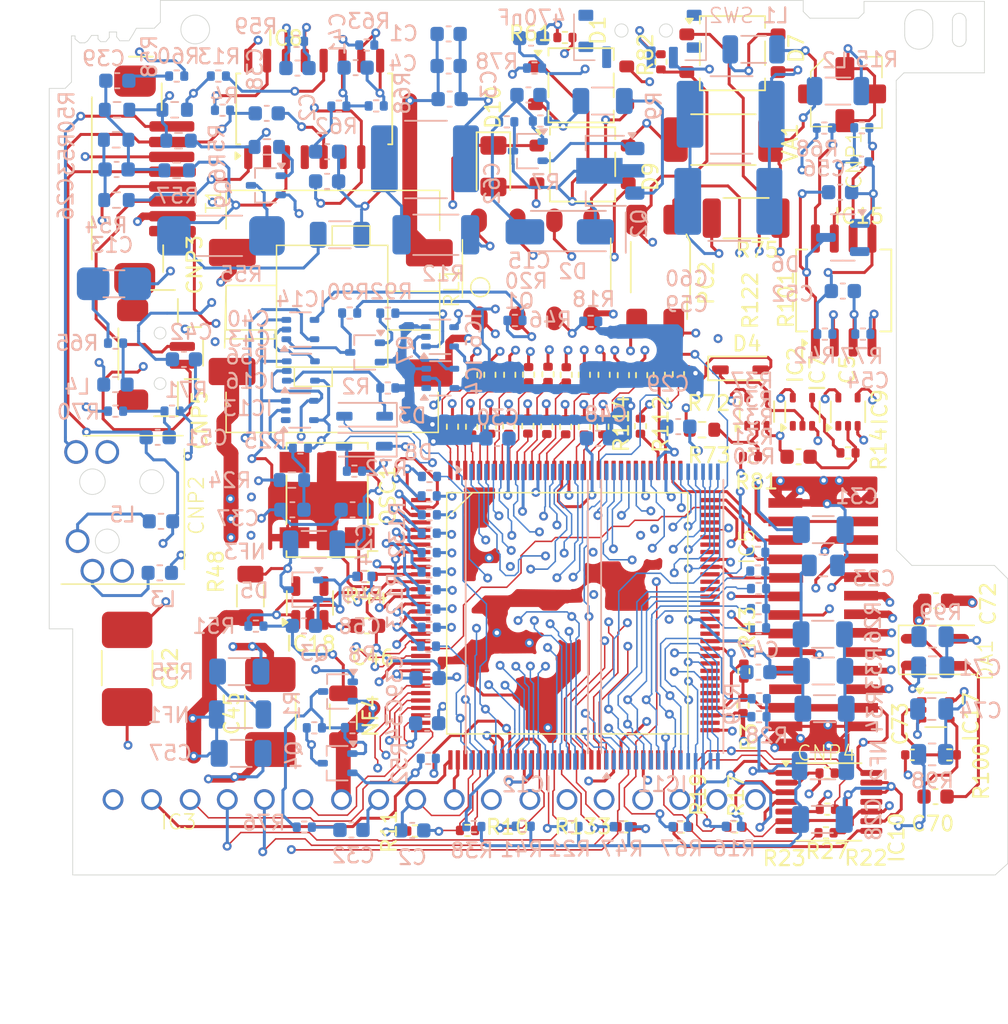
<source format=kicad_pcb>
(kicad_pcb (version 20241229) (generator "pcbnew") (generator_version "9.0")
  (layers (0 "F.Cu" signal "FC") (4 "In1.Cu" signal "IC1") (6 "In2.Cu" signal "IP1") (8 "In3.Cu" signal "IP2") (10 "In4.Cu" signal "IC2") (2 "B.Cu" signal "BC") (13 "F.Paste" user) (15 "B.Paste" user) (5 "F.SilkS" user "F.Silkscreen") (7 "B.SilkS" user "B.Silkscreen") (1 "F.Mask" user) (3 "B.Mask" user) (25 "Edge.Cuts" user))
  (net 0 "")
  (net 1 "PNET1")
  (net 2 "VCC_PC110")
  (net 3 "PNET5_Q31_PC110")
  (net 4 "PNET4")
  (net 5 "GND")
  (net 6 "L1_1")
  (net 7 "R56_2")
  (net 8 "R54_1")
  (net 9 "C52_2")
  (net 10 "R24_2")
  (net 11 "CNP2_2")
  (net 12 "IC3_15")
  (net 13 "MN195_S9")
  (net 14 "MN195_SHIN")
  (net 15 "MN195_AGCOUT")
  (net 16 "MN195_AGCIN")
  (net 17 "IC12_3")
  (net 18 "MN195_S12")
  (net 19 "29F_A6")
  (net 20 "R82_2")
  (net 21 "L1_2")
  (net 22 "MN195_VREEH")
  (net 23 "MN195_S3")
  (net 24 "MN195_S10")
  (net 25 "FDC_DCD1_PC110")
  (net 26 "MN195_ADCK#")
  (net 27 "MN195_VPDA#")
  (net 28 "TLP124_4")
  (net 29 "MN195_HDRES#")
  (net 30 "RL1_7")
  (net 31 "MN195_VSEN#")
  (net 32 "FDC_TXD1_PC110")
  (net 33 "FDC_RXD1_PC110")
  (net 34 "FDC_RTS1#_PC110")
  (net 35 "FDC_CTS1#")
  (net 36 "FDC_DSR1_PC110")
  (net 37 "FDC_DIR1#_PC110")
  (net 38 "FDC_RI1_PC110")
  (net 39 "MN195_U1RD#_R")
  (net 40 "J13_42_PC110")
  (net 41 "J13_41_PC110")
  (net 42 "J13_58_PC110")
  (net 43 "MN195_IRQ1#")
  (net 44 "MN195_VPCK#")
  (net 45 "MN195_VSDA#")
  (net 46 "MN195_MD7")
  (net 47 "MN195_MD6")
  (net 48 "MN195_MD5")
  (net 49 "MN195_MD4")
  (net 50 "MN195_MD3")
  (net 51 "MN195_MD1")
  (net 52 "MN195_MD2")
  (net 53 "MN195_MD0")
  (net 54 "MN195_SYNCA")
  (net 55 "MN195_CX")
  (net 56 "MN195_DVDD1")
  (net 57 "MN195_WR#")
  (net 58 "MN195_RD#")
  (net 59 "MN195_RNW")
  (net 60 "MN195_BA")
  (net 61 "MN195_EQMD#")
  (net 62 "MN195_EYCY#")
  (net 63 "MN195_PLSD")
  (net 64 "MN195_HPOUT")
  (net 65 "MN195_RXLPIN")
  (net 66 "IREF2")
  (net 67 "MN195_RXL")
  (net 68 "MN195_HVDD")
  (net 69 "MN195_TXOUT")
  (net 70 "MN195_TXLPIN")
  (net 71 "MN195_IREF1")
  (net 72 "MN195_IREF0")
  (net 73 "MN195_MOD1,3")
  (net 74 "MN195_S0")
  (net 75 "MN195_S1")
  (net 76 "MN195_S2")
  (net 77 "MN195_S4")
  (net 78 "MN195_S11")
  (net 79 "MN195_S13")
  (net 80 "MN195_S14")
  (net 81 "MN195_U1ST#")
  (net 82 "MN195_U1RD#")
  (net 83 "MN195_U1RCK")
  (net 84 "MN195_U1TCK#")
  (net 85 "MN195_IRQ2#")
  (net 86 "MN195_IRQ3#")
  (net 87 "MN195_IRQ4#")
  (net 88 "MN195_U2ST#")
  (net 89 "MN195_U2RD#")
  (net 90 "MN195_U2RCK#")
  (net 91 "MN195_U2SD#")
  (net 92 "MN195_U2TCK#")
  (net 93 "MN195_MTB4")
  (net 94 "MN195_MTB3")
  (net 95 "MN195_MTB2")
  (net 96 "MN195_MTB1")
  (net 97 "MN195_SH4#")
  (net 98 "MN195_SH3#")
  (net 99 "MN195_SH2#")
  (net 100 "MN195_SH1#")
  (net 101 "MN195_VPST")
  (net 102 "MN195_MTA4")
  (net 103 "MN195_MTA3")
  (net 104 "MN195_MTA2")
  (net 105 "MN195_MTA1")
  (net 106 "MN195_MOT")
  (net 107 "MN195_V8CK#")
  (net 108 "MN195_VIR#")
  (net 109 "MN195_UC0#")
  (net 110 "MN195_UC0")
  (net 111 "MN195_UC2")
  (net 112 "MN195_UC3")
  (net 113 "MN195_A23")
  (net 114 "MN195_A22")
  (net 115 "MN195_A21")
  (net 116 "MN195_A20")
  (net 117 "MN195_A19")
  (net 118 "MN195_A18")
  (net 119 "MN195_A17")
  (net 120 "MN195_A16")
  (net 121 "MN195_A15")
  (net 122 "MN195_A14")
  (net 123 "MN195_A13")
  (net 124 "MN195_A12")
  (net 125 "MN195_A11")
  (net 126 "MN195_A10")
  (net 127 "MN195_A9")
  (net 128 "MN195_A8")
  (net 129 "MN195_A7")
  (net 130 "MN195_A5")
  (net 131 "MN195_A4")
  (net 132 "MN195_A6")
  (net 133 "MN195_A3")
  (net 134 "MN195_A2")
  (net 135 "MN195_A1")
  (net 136 "MN195_A0")
  (net 137 "C74_1")
  (net 138 "C70_2")
  (net 139 "C70_1")
  (net 140 "IC10_11")
  (net 141 "IC10_8")
  (net 142 "IC10_6")
  (net 143 "29F_OE#")
  (net 144 "29F_A10")
  (net 145 "29F_CE#")
  (net 146 "29F_DQ7")
  (net 147 "29F_DQ6")
  (net 148 "29F_DQ5")
  (net 149 "29F_DQ4")
  (net 150 "29F_DQ3")
  (net 151 "29F_DQ2")
  (net 152 "29F_DQ1")
  (net 153 "29F_DQ0")
  (net 154 "29F_A0")
  (net 155 "29F_A1")
  (net 156 "29F_A2")
  (net 157 "29F_A3")
  (net 158 "29F_A4")
  (net 159 "29F_A5")
  (net 160 "29FA7")
  (net 161 "29F_A12")
  (net 162 "29F_A15")
  (net 163 "29F_A16")
  (net 164 "29F_A18")
  (net 165 "29F_WE#")
  (net 166 "29F_A17")
  (net 167 "29F_A14")
  (net 168 "29F_A13")
  (net 169 "29F_A8")
  (net 170 "29F_A9")
  (net 171 "29F_A11")
  (net 172 "KM68_NC")
  (net 173 "T1_4")
  (net 174 "IC8_7")
  (net 175 "IC8_6")
  (net 176 "IC8_5")
  (net 177 "IC8_4")
  (net 178 "IC8_3")
  (net 179 "IC8_2")
  (net 180 "IC8_16")
  (net 181 "IC8_15")
  (net 182 "IC8_14")
  (net 183 "IC8_13")
  (net 184 "IC8_12")
  (net 185 "IC8_11")
  (net 186 "IC8_10")
  (net 187 "IC8_9")
  (net 188 "D1_2")
  (net 189 "D1_1")
  (net 190 "R61_2")
  (net 191 "D7_1")
  (net 192 "D7_3")
  (net 193 "TEL_GND")
  (net 194 "TEL_Line")
  (net 195 "R75_1")
  (net 196 "PC2_1")
  (net 197 "RL1_4")
  (net 198 "RL1_3")
  (net 199 "RL1_2")
  (net 200 "RL1_5")
  (net 201 "IC15_2")
  (net 202 "IC15_3")
  (net 203 "IC15_4")
  (net 204 "IC15_6")
  (net 205 "IC15_7")
  (net 206 "IC15_8")
  (net 207 "D4_1")
  (net 208 "R73_2")
  (net 209 "IC2_1")
  (net 210 "IC7_1")
  (net 211 "IC7_4")
  (net 212 "IC9_2")
  (net 213 "IC9_1")
  (net 214 "C72_1")
  (net 215 "IC17_1")
  (net 216 "IC17_2")
  (net 217 "DA1_2")
  (net 218 "OSC1_1")
  (net 219 "OSC1_2")
  (net 220 "OSC1_3")
  (net 221 "IC18_2")
  (net 222 "IC18_4")
  (net 223 "IC18_5")
  (net 224 "CNP5_1")
  (net 225 "CNP5_2")
  (net 226 "CNP3_5")
  (net 227 "CNP3_1")
  (net 228 "CNP3_MP1")
  (net 229 "CNP3_MP2")
  (net 230 "CNP5_MP1")
  (net 231 "CNP5_MP2")
  (net 232 "Q3_3")
  (net 233 "NF1_1")
  (net 234 "L3_2")
  (net 235 "L3_1")
  (net 236 "L5_2")
  (net 237 "C51_1")
  (net 238 "CNP2_3")
  (net 239 "L4_1")
  (net 240 "R65_2")
  (net 241 "IC13_2")
  (net 242 "IC13_4")
  (net 243 "IC13_1")
  (net 244 "IC16_1")
  (net 245 "IC16_4")
  (net 246 "IC14_1")
  (net 247 "IC14_4")
  (net 248 "Q7_1")
  (net 249 "IC6_2")
  (net 250 "R12_2")
  (net 251 "R55_1")
  (net 252 "Q9_1")
  (net 253 "R6_2")
  (net 254 "SW2_1")
  (net 255 "C34_1")
  (net 256 "C32_1")
  (net 257 "C32_2")
  (net 258 "IC3_1")
  (net 259 "R16_1")
  (net 260 "NF2_1")
  (net 261 "D2_2")
  (net 262 "Q2_1")
  (net 263 "C40_2")
  (net 264 "R57_2")
  (net 265 "R54_2")
  (net 266 "C39_1")
  (net 267 "IC4_1")
  (net 268 "D6_2")
  (net 269 "SW2_MP1")
  (net 270 "SW2_MP2")
  (net 271 "SW2_MP3")
  (net 272 "SW2_MP4")
  (footprint "Capacitor_SMD:C_0603_1608Metric" (layer "F.Cu") (at 178.15 110.39)
    (property "Reference" "C72")
    (property "Value" "1.8uF")
  )
  (footprint "Resistor_SMD:R_0402_1005Metric" (layer "F.Cu") (at 149.34 98.63 -90)
    (property "Reference" "R119" (hide yes))
    (property "Value" "100")
  )
  (footprint "Capacitor_SMD:C_1812_4532Metric" (layer "F.Cu") (at 133.27 117.885 90)
    (property "Reference" "C45")
    (property "Value" "C_1812_4532Metric")
  )
  (footprint "Resistor_SMD:R_0402_1005Metric" (layer "F.Cu") (at 146.84 98.67 -90)
    (property "Reference" "R121" (hide yes))
    (property "Value" "100")
  )
  (footprint "Diode_SMD:D_1206_3216Metric" (layer "F.Cu") (at 148.31 81.12 -90)
    (property "Reference" "D10")
    (property "Value" "152")
  )
  (footprint "Package_TO_SOT_SMD:TO-269AA" (layer "F.Cu") (at 154.22 75.67)
    (property "Reference" "D1")
    (property "Value" "TO-269AA")
  )
  (footprint "Modem:JST_2_modem_spkr" (layer "F.Cu") (at 125.64 93.76 90)
    (property "Reference" "CNP5")
    (property "Value" "JST_2_modem_spkr")
    (fp_circle (center 1.4 0.2) (end 1.8 0.2) (stroke (width 0.05)) (fill no) (layer "Edge.Cuts"))
    (fp_circle (center -2 0.2) (end -1.6 0.2) (stroke (width 0.05)) (fill no) (layer "Edge.Cuts"))
  )
  (footprint "Resistor_SMD:R_0402_1005Metric" (layer "F.Cu") (at 170.73 126.02 180)
    (property "Reference" "R27")
    (property "Value" "DNP")
  )
  (footprint "Resistor_SMD:R_0402_1005Metric" (layer "F.Cu") (at 165.19 115.13 90)
    (property "Reference" "R43")
    (property "Value" "4.7k")
  )
  (footprint "Package_TO_SOT_SMD:SOT-353_SC-70-5" (layer "F.Cu") (at 172.21 97.66 90)
    (property "Reference" "IC9")
    (property "Value" "EA")
  )
  (footprint "Modem:modem_heaset_jack" (layer "F.Cu") (at 122.58 104.07)
    (property "Reference" "CNP2")
    (property "Value" "modem_heaset_jack")
    (fp_circle (center -1.3 -1.7) (end -0.8 -1) (stroke (width 0.05)) (fill no) (layer "Edge.Cuts"))
    (fp_circle (center -0.3 2.3) (end 0.1 3) (stroke (width 0.05)) (fill no) (layer "Edge.Cuts"))
    (fp_circle (center 2.7 -1.7) (end 3.1 -1) (stroke (width 0.05)) (fill no) (layer "Edge.Cuts"))
  )
  (footprint "Capacitor_SMD:C_0603_1608Metric" (layer "F.Cu") (at 168.88 100.69)
    (property "Reference" "C5")
    (property "Value" "250nF")
  )
  (footprint "Package_TO_SOT_SMD:TSOT-23-5" (layer "F.Cu") (at 135.94 110.54 90)
    (property "Reference" "IC18")
    (property "Value" "3L01")
  )
  (footprint "Resistor_SMD:R_0402_1005Metric" (layer "F.Cu") (at 139.74 108.76 180)
    (property "Reference" "R44")
    (property "Value" "51")
  )
  (footprint "Package_SO:TSSOP-14_4.4x5mm_P0.65mm" (layer "F.Cu") (at 170.92 123.94)
    (property "Reference" "IC10")
    (property "Value" "AT32 433")
  )
  (footprint "Resistor_SMD:R_0402_1005Metric" (layer "F.Cu") (at 151.99 95.14 -90)
    (property "Reference" "R107" (hide yes))
    (property "Value" "100")
  )
  (footprint "Resistor_SMD:R_0402_1005Metric" (layer "F.Cu") (at 159.6 74.09 90)
    (property "Reference" "R82")
    (property "Value" "10k")
  )
  (footprint "Modem:RL" (layer "F.Cu") (at 151.32 88.07)
    (property "Reference" "RL1")
    (property "Value" "RL")
  )
  (footprint "Package_TO_SOT_SMD:TO-269AA" (layer "F.Cu") (at 154.32 81)
    (property "Reference" "D9")
    (property "Value" "TO-269AA")
  )
  (footprint "Inductor_SMD:L_1206_3216Metric" (layer "F.Cu") (at 138.19 118.2 90)
    (property "Reference" "NF4")
    (property "Value" "4.7nH")
  )
  (footprint "Resistor_SMD:R_2512_6332Metric" (layer "F.Cu") (at 163.81 79.33)
    (property "Reference" "VA1")
    (property "Value" "R_2512_6332Metric")
  )
  (footprint "Resistor_SMD:R_0402_1005Metric" (layer "F.Cu") (at 170.82 124.43 180)
    (property "Reference" "R23")
    (property "Value" "DNP")
  )
  (footprint "Modem:JST_8_headset_connector" (layer "F.Cu") (at 123.85 81.94 90)
    (property "Reference" "CNP3")
    (property "Value" "JST_8_headset_connector")
  )
  (footprint "Modem:IsoTransformer" (layer "F.Cu") (at 137.59 90.35)
    (property "Reference" "T1")
    (property "Value" "IsoTransformer")
  )
  (footprint "Package_SO:SOIC-16_4.55x10.3mm_P1.27mm" (layer "F.Cu") (at 136.23 77.26 90)
    (property "Reference" "IC8")
    (property "Value" "TA31033F")
  )
  (footprint "Resistor_SMD:R_1206_3216Metric" (layer "F.Cu") (at 131.93 110.06 90)
    (property "Reference" "R48")
    (property "Value" "3.3")
  )
  (footprint "Resistor_SMD:R_0402_1005Metric" (layer "F.Cu") (at 155.69 98.67 -90)
    (property "Reference" "R114")
    (property "Value" "100")
  )
  (footprint "Resistor_SMD:R_0402_1005Metric" (layer "F.Cu") (at 146.56 125.86 180)
    (property "Reference" "R10")
    (property "Value" "38k")
  )
  (footprint "Capacitor_SMD:C_0603_1608Metric" (layer "F.Cu") (at 139.79 112.08)
    (property "Reference" "C46")
    (property "Value" "24nF")
  )
  (footprint "Package_TO_SOT_SMD:TO-269AA" (layer "F.Cu") (at 164.42 73.51)
    (property "Reference" "D7")
    (property "Value" "TO-269AA")
  )
  (footprint "Resistor_SMD:R_0402_1005Metric" (layer "F.Cu") (at 157.07 95.19 -90)
    (property "Reference" "R103" (hide yes))
    (property "Value" "100")
  )
  (footprint "Resistor_SMD:R_0402_1005Metric" (layer "F.Cu") (at 170.8 122 180)
    (property "Reference" "R22")
    (property "Value" "DNP")
  )
  (footprint "Resistor_SMD:R_0402_1005Metric" (layer "F.Cu") (at 148.12 98.63 -90)
    (property "Reference" "R120" (hide yes))
    (property "Value" "100")
  )
  (footprint "Package_TO_SOT_SMD:SOT-353_SC-70-5" (layer "F.Cu") (at 166.07 97.65 90)
    (property "Reference" "IC2")
    (property "Value" "EA")
  )
  (footprint "Modem:D_1206_3216Metric_modem" (layer "F.Cu") (at 165.07 94.74)
    (property "Reference" "D4")
    (property "Value" "5")
  )
  (footprint "Resistor_SMD:R_0402_1005Metric" (layer "F.Cu") (at 157.2 125.62 180)
    (property "Reference" "R133")
    (property "Value" "10k")
  )
  (footprint "Modem:Modem-Connector" (layer "F.Cu") (at 170.19 111.35)
    (property "Reference" "CNP4")
    (property "Value" "Modem-Connector")
  )
  (footprint "Capacitor_SMD:C_1812_4532Metric" (layer "F.Cu") (at 123.62 114.925 90)
    (property "Reference" "C12")
    (property "Value" "C_1812_4532Metric")
  )
  (footprint "Modem:MN195" (layer "F.Cu") (at 153.16 111.36)
    (property "Reference" "IC5")
    (property "Value" "MN195")
  )
  (footprint "Capacitor_SMD:C_0402_1005Metric" (layer "F.Cu") (at 176.55 120.77)
    (property "Reference" "C73")
    (property "Value" "100pF")
  )
  (footprint "Resistor_SMD:R_0402_1005Metric" (layer "F.Cu") (at 160.99 125.64 180)
    (property "Reference" "R19")
    (property "Value" "10k")
  )
  (footprint "Modem:Line-Module" (layer "F.Cu") (at 144.57 123.78)
    (property "Reference" "IC3")
    (property "Value" "Line-Module")
  )
  (footprint "Resistor_SMD:R_0402_1005Metric" (layer "F.Cu") (at 153.18 98.67 -90)
    (property "Reference" "R116" (hide yes))
    (property "Value" "100")
  )
  (footprint "Package_SO:SOIC-8_5.3x6.2mm_P1.27mm" (layer "F.Cu") (at 171.92 89.49 90)
    (property "Reference" "IC15")
    (property "Value" "SOIC-8_5.3x6.2mm_P1.27mm")
  )
  (footprint "Resistor_SMD:R_0402_1005Metric" (layer "F.Cu") (at 143.02 125.9 180)
    (property "Reference" "R11")
    (property "Value" "38k")
  )
  (footprint "Resistor_SMD:R_0402_1005Metric" (layer "F.Cu") (at 149.41 95.17 -90)
    (property "Reference" "R109" (hide yes))
    (property "Value" "100")
  )
  (footprint "Resistor_SMD:R_0402_1005Metric" (layer "F.Cu") (at 154.44 95.17 -90)
    (property "Reference" "R105" (hide yes))
    (property "Value" "100")
  )
  (footprint "Resistor_SMD:R_0402_1005Metric" (layer "F.Cu") (at 146.84 95.18 -90)
    (property "Reference" "R111" (hide yes))
    (property "Value" "100")
  )
  (footprint "Oscillator:Oscillator_SMD_Fordahl_DFAS2-4Pin_7.3x5.1mm" (layer "F.Cu") (at 137.1 103.6 90)
    (property "Reference" "OSC1")
    (property "Value" "Oscillator_SMD_Fordahl_DFAS2-4Pin_7.3x5.1mm")
  )
  (footprint "Resistor_SMD:R_0402_1005Metric" (layer "F.Cu") (at 160.78 95.13 -90)
    (property "Reference" "R72")
    (property "Value" "470k")
  )
  (footprint "Resistor_SMD:R_0402_1005Metric" (layer "F.Cu") (at 172.21 100.43)
    (property "Reference" "R14")
    (property "Value" "560k")
  )
  (footprint "Resistor_SMD:R_0402_1005Metric" (layer "F.Cu") (at 165.64 100.68)
    (property "Reference" "R81")
    (property "Value" "100k")
  )
  (footprint "Package_TO_SOT_SMD:SOT-353_SC-70-5" (layer "F.Cu") (at 178.12 117.74)
    (property "Reference" "IC17")
    (property "Value" "EA")
  )
  (footprint "Capacitor_SMD:C_0603_1608Metric" (layer "F.Cu") (at 178.11 123.58)
    (property "Reference" "C70")
    (property "Value" "1.8uF")
  )
  (footprint "Resistor_SMD:R_0603_1608Metric" (layer "F.Cu") (at 162.37 98.87)
    (property "Reference" "R73")
    (property "Value" "120")
  )
  (footprint "Package_TO_SOT_SMD:SOT-353_SC-70-5" (layer "F.Cu") (at 169.14 97.66 90)
    (property "Reference" "IC7")
    (property "Value" "EA")
  )
  (footprint "Resistor_SMD:R_0402_1005Metric" (layer "F.Cu") (at 153.22 95.17 -90)
    (property "Reference" "R106" (hide yes))
    (property "Value" "100")
  )
  (footprint "Resistor_SMD:R_0402_1005Metric" (layer "F.Cu") (at 155.77 95.17 -90)
    (property "Reference" "R104" (hide yes))
    (property "Value" "100")
  )
  (footprint "Resistor_SMD:R_0402_1005Metric" (layer "F.Cu") (at 148.07 95.17 -90)
    (property "Reference" "R110" (hide yes))
    (property "Value" "100")
  )
  (footprint "Resistor_SMD:R_0402_1005Metric" (layer "F.Cu") (at 179.04 120.77 180)
    (property "Reference" "R100")
    (property "Value" "470k")
  )
  (footprint "Resistor_SMD:R_0402_1005Metric" (layer "F.Cu") (at 154.44 98.68 -90)
    (property "Reference" "R115" (hide yes))
    (property "Value" "100")
  )
  (footprint "Resistor_SMD:R_0402_1005Metric" (layer "F.Cu") (at 164.6 125.63 180)
    (property "Reference" "R17")
    (property "Value" "10k")
  )
  (footprint "Resistor_SMD:R_0402_1005Metric" (layer "F.Cu") (at 145.55 98.67 -90)
    (property "Reference" "R122")
    (property "Value" "100")
  )
  (footprint "Resistor_SMD:R_0402_1005Metric" (layer "F.Cu") (at 150.68 95.16 -90)
    (property "Reference" "R108" (hide yes))
    (property "Value" "100")
  )
  (footprint "Resistor_SMD:R_2010_5025Metric" (layer "F.Cu") (at 165.34 84.62)
    (property "Reference" "R75")
    (property "Value" "2.2k")
  )
  (footprint "Resistor_SMD:R_0402_1005Metric" (layer "F.Cu") (at 151.91 98.65 -90)
    (property "Reference" "R117" (hide yes))
    (property "Value" "100")
  )
  (footprint "Modem:Line_Connector" (layer "F.Cu") (at 172.1 76.15)
    (property "Reference" "CNP1")
    (property "Value" "Line_Connector")
  )
  (footprint "Resistor_SMD:R_0402_1005Metric" (layer "F.Cu") (at 150.63 98.62 -90)
    (property "Reference" "R118" (hide yes))
    (property "Value" "100")
  )
  (footprint "Modem:DA_Modem" (layer "F.Cu") (at 178.12 113.75)
    (property "Reference" "DA1")
    (property "Value" "M1T")
  )
  (footprint "Resistor_SMD:R_0402_1005Metric" (layer "F.Cu") (at 165.13 117.44 90)
    (property "Reference" "R3")
    (property "Value" "4.7k")
  )
  (footprint "OptoDevice:Everlight_ITR8307_Reverse" (layer "F.Cu") (at 159.5675 87.92)
    (property "Reference" "PC2")
    (property "Value" "TLP124")
  )
  (footprint "Resistor_SMD:R_0402_1005Metric" (layer "F.Cu") (at 158.3 95.19 -90)
    (property "Reference" "R102" (hide yes))
    (property "Value" "100")
  )
  (footprint "Resistor_SMD:R_0402_1005Metric" (layer "F.Cu") (at 158.22 98.63 -90)
    (property "Reference" "R112")
    (property "Value" "100")
  )
  (footprint "Resistor_SMD:R_0402_1005Metric" (layer "F.Cu") (at 153.13 72.45 180)
    (property "Reference" "R61")
    (property "Value" "R_0402_1005Metric")
  )
  (footprint "Resistor_SMD:R_0402_1005Metric" (layer "F.Cu") (at 159.49 95.17 -90)
    (property "Reference" "R101")
    (property "Value" "100")
  )
  (footprint "Capacitor_SMD:C_1206_3216Metric" (layer "B.Cu") (at 131.3 120.67 180)
    (property "Reference" "C57")
    (property "Value" "6.8uF")
  )
  (footprint "Resistor_SMD:R_0402_1005Metric" (layer "B.Cu") (at 143.98 109.65 180)
    (property "Reference" "R126" (hide yes))
    (property "Value" "100")
  )
  (footprint "Capacitor_SMD:C_0603_1608Metric" (layer "B.Cu") (at 122.91 81.34 180)
    (property "Reference" "C26")
    (property "Value" "10nF")
  )
  (footprint "Resistor_SMD:R_0402_1005Metric" (layer "B.Cu") (at 141.19 96.06 180)
    (property "Reference" "R2")
    (property "Value" "4.7k")
  )
  (footprint "Resistor_SMD:R_0402_1005Metric" (layer "B.Cu") (at 126.96 75.05 180)
    (property "Reference" "R60")
    (property "Value" "2.2k")
  )
  (footprint "Capacitor_SMD:C_1206_3216Metric" (layer "B.Cu") (at 122.73 89.04 180)
    (property "Reference" "C13")
    (property "Value" "822J")
  )
  (footprint "Package_TO_SOT_SMD:SOT-323_SC-70" (layer "B.Cu") (at 137.83 116.5025 180)
    (property "Reference" "Q3")
    (property "Value" "123")
  )
  (footprint "Capacitor_SMD:C_1206_3216Metric" (layer "B.Cu") (at 170.54 105.6 180)
    (property "Reference" "C31")
    (property "Value" "230nF")
  )
  (footprint "Resistor_SMD:R_0402_1005Metric" (layer "B.Cu") (at 126.65 97.62 180)
    (property "Reference" "R71")
    (property "Value" "1k")
  )
  (footprint "Resistor_SMD:R_0402_1005Metric" (layer "B.Cu") (at 160.89 125.61 180)
    (property "Reference" "R67")
    (property "Value" "10k")
  )
  (footprint "Resistor_SMD:R_0402_1005Metric" (layer "B.Cu") (at 173.14 78.53 180)
    (property "Reference" "R15")
    (property "Value" "330k")
  )
  (footprint "Capacitor_SMD:C_0603_1608Metric" (layer "B.Cu") (at 150.67 76.32 180)
    (property "Reference" "C15")
    (property "Value" "1.2uF")
  )
  (footprint "Resistor_SMD:R_0402_1005Metric" (layer "B.Cu") (at 143.98 112.18 180)
    (property "Reference" "R124" (hide yes))
    (property "Value" "100")
  )
  (footprint "Capacitor_SMD:C_0603_1608Metric" (layer "B.Cu") (at 155.36 99.45 180)
    (property "Reference" "C48")
    (property "Value" "25nF")
  )
  (footprint "Package_TO_SOT_SMD:SOT-323_SC-70" (layer "B.Cu") (at 139.66 93.6625 180)
    (property "Reference" "Q7")
    (property "Value" "SOT-323_SC-70")
  )
  (footprint "Capacitor_SMD:C_2220_5750Metric" (layer "B.Cu") (at 164.36 77.67 180)
    (property "Reference" "C60")
    (property "Value" "280nF")
  )
  (footprint "Resistor_SMD:R_2010_5025Metric" (layer "B.Cu") (at 129.845 85.81 180)
    (property "Reference" "R55")
    (property "Value" "82")
  )
  (footprint "Resistor_SMD:R_0402_1005Metric" (layer "B.Cu") (at 149.76 91.51 180)
    (property "Reference" "R46")
    (property "Value" "1.5k")
  )
  (footprint "Capacitor_SMD:C_2220_5750Metric" (layer "B.Cu") (at 143.76 80.67 180)
    (property "Reference" "C62")
    (property "Value" "280nF")
  )
  (footprint "Resistor_SMD:R_0402_1005Metric" (layer "B.Cu") (at 141.19 91.02 180)
    (property "Reference" "R92")
    (property "Value" "R_0402_1005Metric")
  )
  (footprint "Resistor_SMD:R_0402_1005Metric" (layer "B.Cu") (at 139.58 108.75 180)
    (property "Reference" "R49")
    (property "Value" "10k")
  )
  (footprint "Resistor_SMD:R_0402_1005Metric" (layer "B.Cu") (at 135.56 125.64 180)
    (property "Reference" "R76")
    (property "Value" "2.4k")
  )
  (footprint "Capacitor_SMD:C_0603_1608Metric" (layer "B.Cu") (at 138.74 125.83 180)
    (property "Reference" "C32")
    (property "Value" "1.2uF")
  )
  (footprint "Resistor_SMD:R_0402_1005Metric" (layer "B.Cu") (at 138.62 91.01 180)
    (property "Reference" "R90")
    (property "Value" "R_0402_1005Metric")
  )
  (footprint "Resistor_SMD:R_0402_1005Metric" (layer "B.Cu") (at 122.84 97.62 180)
    (property "Reference" "R70")
    (property "Value" "1k")
  )
  (footprint "Modem:D_1206_3216Metric_modem" (layer "B.Cu") (at 139.4925 99.88 180)
    (property "Reference" "D8")
    (property "Value" "5")
  )
  (footprint "Resistor_SMD:R_0402_1005Metric" (layer "B.Cu") (at 138.81 118.94 180)
    (property "Reference" "R8")
    (property "Value" "22k")
  )
  (footprint "Capacitor_SMD:C_0603_1608Metric" (layer "B.Cu") (at 127.45 94.13 180)
    (property "Reference" "C42")
    (property "Value" "1.2nF")
  )
  (footprint "Resistor_SMD:R_1206_3216Metric" (layer "B.Cu") (at 170.51 112.65)
    (property "Reference" "R26")
    (property "Value" "10")
  )
  (footprint "Resistor_SMD:R_0402_1005Metric" (layer "B.Cu") (at 146.99 125.6 180)
    (property "Reference" "R38")
    (property "Value" "4.7k")
  )
  (footprint "Capacitor_SMD:C_0805_2012Metric" (layer "B.Cu") (at 177.85 117.68 180)
    (property "Reference" "C74")
    (property "Value" "220nF")
  )
  (footprint "Resistor_SMD:R_0402_1005Metric" (layer "B.Cu") (at 135.04 72.71 180)
    (property "Reference" "R59")
    (property "Value" "2.2k")
  )
  (footprint "Capacitor_SMD:C_0805_2012Metric" (layer "B.Cu") (at 170.55 108.01 180)
    (property "Reference" "C23")
    (property "Value" "1.2uF")
  )
  (footprint "Inductor_SMD:L_1206_3216Metric" (layer "B.Cu") (at 165.85 73.25 180)
    (property "Reference" "L1")
    (property "Value" "1.2uH")
  )
  (footprint "Resistor_SMD:R_0805_2012Metric" (layer "B.Cu") (at 177.91 112.81 180)
    (property "Reference" "R99")
    (property "Value" "100")
  )
  (footprint "Resistor_SMD:R_1206_3216Metric" (layer "B.Cu") (at 137.96 85.74)
    (property "Reference" "R56")
    (property "Value" "15")
  )
  (footprint "Resistor_SMD:R_0402_1005Metric" (layer "B.Cu") (at 143.98 103.33 180)
    (property "Reference" "R131" (hide yes))
    (property "Value" "100")
  )
  (footprint "Resistor_SMD:R_0402_1005Metric" (layer "B.Cu") (at 173.21 92.43 180)
    (property "Reference" "R77")
    (property "Value" "270k")
  )
  (footprint "Resistor_SMD:R_0402_1005Metric" (layer "B.Cu") (at 151.48 78.08 180)
    (property "Reference" "R9")
    (property "Value" "100k")
  )
  (footprint "Resistor_SMD:R_0603_1608Metric" (layer "B.Cu") (at 122.9 83.4 180)
    (property "Reference" "R54")
    (property "Value" "1.5k")
  )
  (footprint "Resistor_SMD:R_0603_1608Metric" (layer "B.Cu") (at 134.725 102.26 180)
    (property "Reference" "R24")
    (property "Value" "200")
  )
  (footprint "Resistor_SMD:R_0603_1608Metric" (layer "B.Cu") (at 122.94 77.32 180)
    (property "Reference" "R50")
    (property "Value" "6.2k")
  )
  (footprint "Resistor_SMD:R_0402_1005Metric" (layer "B.Cu") (at 143.98 108.45 180)
    (property "Reference" "R127" (hide yes))
    (property "Value" "100")
  )
  (footprint "Capacitor_SMD:C_1206_3216Metric" (layer "B.Cu") (at 170.48 125.12 180)
    (property "Reference" "C28")
    (property "Value" "8.1uF")
  )
  (footprint "Capacitor_SMD:C_0603_1608Metric" (layer "B.Cu") (at 122.96 75.36 180)
    (property "Reference" "C39")
    (property "Value" "100nF")
  )
  (footprint "Resistor_SMD:R_1206_3216Metric" (layer "B.Cu") (at 170.63 117.66)
    (property "Reference" "R34")
    (property "Value" "10")
  )
  (footprint "Capacitor_SMD:C_0603_1608Metric" (layer "B.Cu") (at 171.68 82.87 180)
    (property "Reference" "C54")
    (property "Value" "330nF")
  )
  (footprint "Resistor_SMD:R_0402_1005Metric" (layer "B.Cu") (at 140.41 77.06 180)
    (property "Reference" "R68")
    (property "Value" "38k")
  )
  (footprint "Inductor_SMD:L_1206_3216Metric" (layer "B.Cu") (at 170.52 121.51 180)
    (property "Reference" "NF2")
    (property "Value" "4.7nH")
  )
  (footprint "Resistor_SMD:R_0402_1005Metric" (layer "B.Cu") (at 166.18 109.57 180)
    (property "Reference" "R32")
    (property "Value" "4.7k")
  )
  (footprint "Diode_SMD:D_SOD-128" (layer "B.Cu") (at 152.73 85.49 180)
    (property "Reference" "D2")
    (property "Value" "1N4148")
  )
  (footprint "Resistor_SMD:R_0402_1005Metric" (layer "B.Cu") (at 129.77 75.05 180)
    (property "Reference" "R13")
    (property "Value" "10k")
  )
  (footprint "Package_TO_SOT_SMD:SOT-353_SC-70-5" (layer "B.Cu") (at 135.26 97.5725)
    (property "Reference" "IC13")
    (property "Value" "EA")
  )
  (footprint "Resistor_SMD:R_1206_3216Metric" (layer "B.Cu") (at 155.67 76.73 180)
    (property "Reference" "R7")
    (property "Value" "10")
  )
  (footprint "Resistor_SMD:R_0402_1005Metric" (layer "B.Cu") (at 166.23 116.99 180)
    (property "Reference" "R29")
    (property "Value" "4.7k")
  )
  (footprint "Resistor_SMD:R_0402_1005Metric" (layer "B.Cu") (at 164.48 125.59 180)
    (property "Reference" "R16")
    (property "Value" "10k")
  )
  (footprint "Capacitor_SMD:C_0603_1608Metric" (layer "B.Cu") (at 142.84 125.86 180)
    (property "Reference" "C2")
    (property "Value" "1nF")
  )
  (footprint "Inductor_SMD:L_0603_1608Metric" (layer "B.Cu") (at 125.9 105.04 180)
    (property "Reference" "L5")
    (property "Value" "1.8uH")
  )
  (footprint "Package_TO_SOT_SMD:SOT-23-3" (layer "B.Cu") (at 171.86 85.92 180)
    (property "Reference" "D6")
    (property "Value" "30H")
  )
  (footprint "Package_TO_SOT_SMD:SOT-323_SC-70" (layer "B.Cu") (at 132.97 82.41 180)
    (property "Reference" "Q9")
    (property "Value" "HP")
  )
  (footprint "Inductor_SMD:L_1206_3216Metric" (layer "B.Cu") (at 171.53 76.06 180)
    (property "Reference" "L2")
    (property "Value" "1.2uH")
  )
  (footprint "Package_TO_SOT_SMD:SOT-353_SC-70-5" (layer "B.Cu") (at 144.71 92.6125)
    (property "Reference" "IC6")
    (property "Value" "54")
  )
  (footprint "Capacitor_SMD:C_0603_1608Metric" (layer "B.Cu") (at 125.68 99.38 180)
    (property "Reference" "C51")
    (property "Value" "1.2nF")
  )
  (footprint "Resistor_SMD:R_0805_2012Metric" (layer "B.Cu") (at 177.88 120.74 180)
    (property "Reference" "R98")
    (property "Value" "100")
  )
  (footprint "Resistor_SMD:R_0402_1005Metric" (layer "B.Cu") (at 143.96 110.95 180)
    (property "Reference" "R125" (hide yes))
    (property "Value" "100")
  )
  (footprint "Package_TO_SOT_SMD:SOT-353_SC-70-5" (layer "B.Cu") (at 135.33 94.9125)
    (property "Reference" "IC16")
    (property "Value" "E3")
  )
  (footprint "Capacitor_SMD:C_0603_1608Metric" (layer "B.Cu") (at 138.82 104.26 180)
    (property "Reference" "C24")
    (property "Value" "230nF")
  )
  (footprint "Resistor_SMD:R_0402_1005Metric" (layer "B.Cu") (at 151.08 74.51 180)
    (property "Reference" "R78")
    (property "Value" "5.6k")
  )
  (footprint "Package_TO_SOT_SMD:SOT-323_SC-70" (layer "B.Cu") (at 137.8 121.3325 180)
    (property "Reference" "Q4")
    (property "Value" "CQ")
  )
  (footprint "Resistor_SMD:R_0402_1005Metric" (layer "B.Cu") (at 166.18 110.92 180)
    (property "Reference" "R31")
    (property "Value" "4.7k")
  )
  (footprint "Resistor_SMD:R_0603_1608Metric" (layer "B.Cu") (at 133.035 79.82 180)
    (property "Reference" "R6")
    (property "Value" "3.3k")
  )
  (footprint "Capacitor_SMD:C_0603_1608Metric" (layer "B.Cu") (at 139.02 74.48 180)
    (property "Reference" "C41")
    (property "Value" "1uF")
  )
  (footprint "Package_TO_SOT_SMD:SOT-323_SC-70" (layer "B.Cu") (at 150.63 80.1025 180)
    (property "Reference" "Q1")
    (property "Value" "CQ")
  )
  (footprint "Resistor_SMD:R_0402_1005Metric" (layer "B.Cu") (at 153.54 125.6 180)
    (property "Reference" "R21")
    (property "Value" "10k")
  )
  (footprint "Package_SO:TSOP-I-32_18.4x8mm_P0.5mm_Reverse" (layer "B.Cu") (at 159.69 111.45)
    (property "Reference" "IC11")
    (property "Value" "29F040A-12 (I-Reverse")
  )
  (footprint "Package_TO_SOT_SMD:SOT-323_SC-70" (layer "B.Cu") (at 135.49 109.6425 180)
    (property "Reference" "D5")
    (property "Value" "3D")
  )
  (footprint "Inductor_SMD:L_1206_3216Metric" (layer "B.Cu") (at 136.21 106.6 180)
    (property "Reference" "NF3")
    (property "Value" "0")
  )
  (footprint "Resistor_SMD:R_0603_1608Metric" (layer "B.Cu") (at 127.085 79.4 180)
    (property "Reference" "R5")
    (property "Value" "100")
  )
  (footprint "Resistor_SMD:R_0402_1005Metric" (layer "B.Cu") (at 130.05 77.35 180)
    (property "Reference" "R4")
    (property "Value" "330")
  )
  (footprint "Capacitor_SMD:C_0603_1608Metric" (layer "B.Cu") (at 135.1 74.51 180)
    (property "Reference" "C38")
    (property "Value" "2.2uF")
  )
  (footprint "Capacitor_SMD:C_0603_1608Metric" (layer "B.Cu") (at 166.17 115.2 180)
    (property "Reference" "C47")
    (property "Value" "24nF")
  )
  (footprint "Resistor_SMD:R_0402_1005Metric" (layer "B.Cu") (at 143.99 104.6 180)
    (property "Reference" "R130" (hide yes))
    (property "Value" "100")
  )
  (footprint "Capacitor_SMD:C_0603_1608Metric" (layer "B.Cu") (at 143.87 115.6 180)
    (property "Reference" "C39")
    (property "Value" "25nF")
  )
  (footprint "Resistor_SMD:R_0402_1005Metric" (layer "B.Cu") (at 170.65 92.43 180)
    (property "Reference" "R42")
    (property "Value" "15k")
  )
  (footprint "Resistor_SMD:R_0402_1005Metric" (layer "B.Cu") (at 135.3 100.1 180)
    (property "Reference" "R25")
    (property "Value" "500k")
  )
  (footprint "Resistor_SMD:R_0402_1005Metric" (layer "B.Cu") (at 122.84 93.04 180)
    (property "Reference" "R65")
    (property "Value" "15")
  )
  (footprint "Capacitor_SMD:C_0603_1608Metric" (layer "B.Cu") (at 135.54 112.08 180)
    (property "Reference" "C58")
    (property "Value" "220nF")
  )
  (footprint "Capacitor_SMD:C_0603_1608Metric" (layer "B.Cu") (at 137.1 82.14 180)
    (property "Reference" "C43")
    (property "Value" "1uF")
  )
  (footprint "Resistor_SMD:R_0402_1005Metric" (layer "B.Cu") (at 143.98 105.84 180)
    (property "Reference" "R129" (hide yes))
    (property "Value" "100")
  )
  (footprint "Capacitor_SMD:C_0402_1005Metric" (layer "B.Cu") (at 173.12 80.83 180)
    (property "Reference" "C56")
    (property "Value" "1.6nF")
  )
  (footprint "Capacitor_SMD:C_2220_5750Metric" (layer "B.Cu") (at 164.21 83.54 180)
    (property "Reference" "C59")
    (property "Value" "280nF")
  )
  (footprint "Capacitor_SMD:C_0603_1608Metric" (layer "B.Cu") (at 145.36 76.6 180)
    (property "Reference" "C3")
    (property "Value" "30nF")
  )
  (footprint "Package_TO_SOT_SMD:SOT-353_SC-70-5" (layer "B.Cu") (at 135.3 92.1225)
    (property "Reference" "IC14")
    (property "Value" "E4")
  )
  (footprint "Resistor_SMD:R_0402_1005Metric" (layer "B.Cu") (at 149.21 78.13 180)
    (property "Reference" "R20")
    (property "Value" "100k")
  )
  (footprint "Resistor_SMD:R_1206_3216Metric" (layer "B.Cu") (at 170.54 115.12)
    (property "Reference" "R33")
    (property "Value" "10")
  )
  (footprint "Resistor_SMD:R_0402_1005Metric" (layer "B.Cu") (at 143.98 107.15 180)
    (property "Reference" "R124" (hide yes))
    (property "Value" "100")
  )
  (footprint "Resistor_SMD:R_1206_3216Metric" (layer "B.Cu") (at 131.18 115.16)
    (property "Reference" "R35")
    (property "Value" "20")
  )
  (footprint "Inductor_SMD:L_0603_1608Metric" (layer "B.Cu") (at 122.83 95.83 180)
    (property "Reference" "L4")
    (property "Value" "1.2uH")
  )
  (footprint "Resistor_SMD:R_0402_1005Metric" (layer "B.Cu") (at 144 102.02 180)
    (property "Reference" "R132")
    (property "Value" "100")
  )
  (footprint "Capacitor_SMD:C_0603_1608Metric" (layer "B.Cu") (at 148.58 99.46 180)
    (property "Reference" "C30")
    (property "Value" "1.5uF")
  )
  (footprint "Resistor_SMD:R_0603_1608Metric" (layer "B.Cu") (at 122.88 79.34 180)
    (property "Reference" "R53")
    (property "Value" "11k")
  )
  (footprint "Capacitor_SMD:C_0603_1608Metric" (layer "B.Cu") (at 145.29 72.21 180)
    (property "Reference" "C1")
    (property "Value" "330nF")
  )
  (footprint "Capacitor_SMD:C_0603_1608Metric" (layer "B.Cu") (at 137.1 80.14 180)
    (property "Reference" "C40")
    (property "Value" "16nF")
  )
  (footprint "Resistor_SMD:R_0402_1005Metric" (layer "B.Cu") (at 139.77 72.96 180)
    (property "Reference" "R63")
    (property "Value" "100k")
  )
  (footprint "Resistor_SMD:R_0402_1005Metric" (layer "B.Cu") (at 170.62 78.55 180)
    (property "Reference" "R68")
    (property "Value" "20k")
  )
  (footprint "Resistor_SMD:R_0402_1005Metric" (layer "B.Cu") (at 166.18 112.22 180)
    (property "Reference" "R30")
    (property "Value" "4.7k")
  )
  (footprint "Package_TO_SOT_SMD:SOT-353_SC-70-5" (layer "B.Cu") (at 144.73 95.4125)
    (property "Reference" "IC4")
    (property "Value" "E5")
  )
  (footprint "Inductor_SMD:L_0603_1608Metric" (layer "B.Cu") (at 125.82 108.51 180)
    (property "Reference" "L3")
    (property "Value" "1.8uH")
  )
  (footprint "Module:SW_modem" (layer "B.Cu") (at 158.34 71.98 180)
    (property "Reference" "SW2")
    (property "Value" "SW_modem")
    (fp_circle (center 1.4 0) (end 1.6 -0.4) (stroke (width 0.05)) (fill no) (layer "Edge.Cuts"))
    (fp_circle (center -1.6 0) (end -1.4 -0.4) (stroke (width 0.05)) (fill no) (layer "Edge.Cuts"))
  )
  (footprint "Resistor_SMD:R_0402_1005Metric" (layer "B.Cu") (at 150.32 125.58 180)
    (property "Reference" "R41")
    (property "Value" "4.7k")
  )
  (footprint "Resistor_SMD:R_0402_1005Metric" (layer "B.Cu") (at 166.13 108.39 180)
    (property "Reference" "R36")
    (property "Value" "4.7k")
  )
  (footprint "Modem:D_1206_3216Metric_modem" (layer "B.Cu") (at 139.5125 97.86 180)
    (property "Reference" "D3")
    (property "Value" "5")
  )
  (footprint "Capacitor_SMD:C_0603_1608Metric" (layer "B.Cu") (at 133.03 77.56 180)
    (property "Reference" "C2")
    (property "Value" "1.2uF")
  )
  (footprint "Capacitor_SMD:C_0805_2012Metric" (layer "B.Cu") (at 177.92 114.87 180)
    (property "Reference" "C71")
    (property "Value" "1.3uF")
  )
  (footprint "Resistor_SMD:R_2010_5025Metric" (layer "B.Cu") (at 144.43 85.74 180)
    (property "Reference" "R12")
    (property "Value" "2.2k")
  )
  (footprint "Resistor_SMD:R_0402_1005Metric" (layer "B.Cu") (at 143.93 113.45 180)
    (property "Reference" "R123")
    (property "Value" "100")
  )
  (footprint "Capacitor_SMD:C_0603_1608Metric" (layer "B.Cu") (at 143.84 118.64 180)
    (property "Reference" "C34")
    (property "Value" "1nF")
  )
  (footprint "Capacitor_SMD:C_0603_1608Metric" (layer "B.Cu") (at 150.85 72.49 180)
    (property "Reference" "470nF")
    (property "Value" "C_0603_1608Metric")
  )
  (footprint "Resistor_SMD:R_0402_1005Metric" (layer "B.Cu") (at 166.21 118.2 180)
    (property "Reference" "R28")
    (property "Value" "4.7k")
  )
  (footprint "Resistor_SMD:R_0402_1005Metric" (layer "B.Cu") (at 154.87 91.57 180)
    (property "Reference" "R18")
    (property "Value" "1.5k")
  )
  (footprint "Resistor_SMD:R_0402_1005Metric" (layer "B.Cu") (at 156.92 125.61 180)
    (property "Reference" "R47")
    (property "Value" "10k")
  )
  (footprint "Resistor_SMD:R_0402_1005Metric" (layer "B.Cu") (at 136.24 118.95 180)
    (property "Reference" "R1")
    (property "Value" "12k")
  )
  (footprint "Resistor_SMD:R_0402_1005Metric" (layer "B.Cu") (at 143.92 121.01 180)
    (property "Reference" "R52")
    (property "Value" "1k")
  )
  (footprint "Resistor_SMD:R_0402_1005Metric" (layer "B.Cu") (at 166.13 107.13 180)
    (property "Reference" "R37")
    (property "Value" "4.7k")
  )
  (footprint "Resistor_SMD:R_0402_1005Metric" (layer "B.Cu") (at 137.89 77.08 180)
    (property "Reference" "R62")
    (property "Value" "10k")
  )
  (footprint "Capacitor_SMD:C_0603_1608Metric" (layer "B.Cu") (at 145.29 74.37 180)
    (property "Reference" "C4")
    (property "Value" "330nF")
  )
  (footprint "Resistor_SMD:R_0603_1608Metric" (layer "B.Cu") (at 126.96 81.4 180)
    (property "Reference" "R57")
    (property "Value" "150")
  )
  (footprint "Resistor_SMD:R_0603_1608Metric" (layer "B.Cu") (at 126.825 77.32 180)
    (property "Reference" "R58")
    (property "Value" "620")
  )
  (footprint "Package_SO:TSOP-I-32_18.4x8mm_P0.5mm_Reverse" (layer "B.Cu") (at 150.56 111.47)
    (property "Reference" "IC12")
    (property "Value" "KM681000BLT-7 (I-Reverse)")
  )
  (footprint "Resistor_SMD:R_0402_1005Metric" (layer "B.Cu") (at 138.94 101.66 180)
    (property "Reference" "R72")
    (property "Value" "470k")
  )
  (footprint "Package_TO_SOT_SMD:SOT-89-3" (layer "B.Cu") (at 155.89 81.43 180)
    (property "Reference" "Q2")
    (property "Value" "DA QU")
  )
  (footprint "Capacitor_SMD:C_0603_1608Metric" (layer "B.Cu") (at 171.86 89.53 180)
    (property "Reference" "C52")
    (property "Value" "330nF")
  )
  (footprint "Capacitor_SMD:C_0603_1608Metric" (layer "B.Cu") (at 160.77 98.66 180)
    (property "Reference" "C29")
    (property "Value" "1.5uF")
  )
  (footprint "Capacitor_SMD:C_0603_1608Metric" (layer "B.Cu") (at 134.76 104.26 180)
    (property "Reference" "C37")
    (property "Value" "230nF")
  )
  (footprint "Inductor_SMD:L_1206_3216Metric" (layer "B.Cu") (at 131.23 118.05 180)
    (property "Reference" "NF1")
    (property "Value" "300nH")
  )
  (footprint "Resistor_SMD:R_0402_1005Metric" (layer "B.Cu") (at 132.3 112.1 180)
    (property "Reference" "R51")
    (property "Value" "470k")
  )
  (gr_line (start 173.29 70.78) (end 172.92 71.15) (stroke (width 0.05)) (layer "Edge.Cuts"))
  (gr_line (start 125.86 71.42) (end 125.45 71.83) (stroke (width 0.05)) (layer "Edge.Cuts"))
  (gr_line (start 121.83 72.73) (end 121.66 72.55) (stroke (width 0.05)) (layer "Edge.Cuts"))
  (gr_line (start 122.91 72.4) (end 122.91 72.08) (stroke (width 0.05)) (layer "Edge.Cuts"))
  (gr_line (start 119.87 72.34) (end 119.87 75.45) (stroke (width 0.05)) (layer "Edge.Cuts"))
  (gr_line (start 122.42 72.08) (end 122.42 72.45) (stroke (width 0.05)) (layer "Edge.Cuts"))
  (gr_arc (start 176.032513 71.519067) (mid 176.98 70.57158) (end 177.927487 71.519067) (stroke (width 0.05)) (layer "Edge.Cuts"))
  (gr_line (start 175.48 106.98) (end 175.46 75.96) (stroke (width 0.05)) (layer "Edge.Cuts"))
  (gr_line (start 182.98 108.91) (end 182.08 108.01) (stroke (width 0.05)) (layer "Edge.Cuts"))
  (gr_line (start 120.11 72.34) (end 119.87 72.34) (stroke (width 0.05)) (layer "Edge.Cuts"))
  (gr_arc (start 180.17 72.6) (mid 179.71 73.06) (end 179.25 72.6) (stroke (width 0.05)) (layer "Edge.Cuts"))
  (gr_line (start 124.02 72.23) (end 123.74 72.67) (stroke (width 0.05)) (layer "Edge.Cuts"))
  (gr_line (start 176.51 108.01) (end 175.48 106.98) (stroke (width 0.05)) (layer "Edge.Cuts"))
  (gr_line (start 120.11 72.55) (end 120.11 72.34) (stroke (width 0.05)) (layer "Edge.Cuts"))
  (gr_line (start 125.45 71.83) (end 124.24 71.83) (stroke (width 0.05)) (layer "Edge.Cuts"))
  (gr_line (start 119.95 112.28) (end 119.95 128.86) (stroke (width 0.05)) (layer "Edge.Cuts"))
  (gr_line (start 124.24 71.83) (end 124.02 72.23) (stroke (width 0.05)) (layer "Edge.Cuts"))
  (gr_line (start 182.08 108.01) (end 176.51 108.01) (stroke (width 0.05)) (layer "Edge.Cuts"))
  (gr_line (start 120.77 72.81) (end 120.53 72.81) (stroke (width 0.05)) (layer "Edge.Cuts"))
  (gr_line (start 122.42 72.45) (end 122.19 72.73) (stroke (width 0.05)) (layer "Edge.Cuts"))
  (gr_line (start 180.17 71.28) (end 180.17 72.6) (stroke (width 0.05)) (layer "Edge.Cuts"))
  (gr_arc (start 177.93 72.290933) (mid 176.982513 73.23842) (end 176.035026 72.290933) (stroke (width 0.05)) (layer "Edge.Cuts"))
  (gr_line (start 122.19 72.73) (end 121.83 72.73) (stroke (width 0.05)) (layer "Edge.Cuts"))
  (gr_line (start 118.37 75.88) (end 118.37 112.28) (stroke (width 0.05)) (layer "Edge.Cuts"))
  (gr_line (start 179.25 72.6) (end 179.25 71.28) (stroke (width 0.05)) (layer "Edge.Cuts"))
  (gr_line (start 182.98 128.09) (end 182.98 108.91) (stroke (width 0.05)) (layer "Edge.Cuts"))
  (gr_line (start 120.425 72.81) (end 120.11 72.55) (stroke (width 0.05)) (layer "Edge.Cuts"))
  (gr_line (start 182.13 128.86) (end 182.98 128.09) (stroke (width 0.05)) (layer "Edge.Cuts"))
  (gr_line (start 169.19 69.95) (end 125.86 69.95) (stroke (width 0.05)) (layer "Edge.Cuts"))
  (gr_line (start 119.95 128.86) (end 182.13 128.86) (stroke (width 0.05)) (layer "Edge.Cuts"))
  (gr_line (start 123.74 72.67) (end 123.12 72.67) (stroke (width 0.05)) (layer "Edge.Cuts"))
  (gr_line (start 175.46 75.96) (end 175.46 75.35) (stroke (width 0.05)) (layer "Edge.Cuts"))
  (gr_line (start 125.86 69.95) (end 125.86 71.42) (stroke (width 0.05)) (layer "Edge.Cuts"))
  (gr_line (start 181.41 74.83) (end 181.41 70.02) (stroke (width 0.05)) (layer "Edge.Cuts"))
  (gr_line (start 169.19 70.7) (end 169.19 69.95) (stroke (width 0.05)) (layer "Edge.Cuts"))
  (gr_line (start 175.98 74.83) (end 181.41 74.83) (stroke (width 0.05)) (layer "Edge.Cuts"))
  (gr_line (start 120.53 72.81) (end 120.425 72.81) (stroke (width 0.05)) (layer "Edge.Cuts"))
  (gr_line (start 173.29 70.02) (end 173.29 70.78) (stroke (width 0.05)) (layer "Edge.Cuts"))
  (gr_line (start 181.41 70.02) (end 173.29 70.02) (stroke (width 0.05)) (layer "Edge.Cuts"))
  (gr_line (start 121.66 72.55) (end 121.66 72.31) (stroke (width 0.05)) (layer "Edge.Cuts"))
  (gr_line (start 119.44 75.88) (end 118.37 75.88) (stroke (width 0.05)) (layer "Edge.Cuts"))
  (gr_line (start 122.91 72.08) (end 122.42 72.08) (stroke (width 0.05)) (layer "Edge.Cuts"))
  (gr_line (start 176.032513 71.519067) (end 176.035026 72.290933) (stroke (width 0.05)) (layer "Edge.Cuts"))
  (gr_line (start 120.96 72.68) (end 120.77 72.81) (stroke (width 0.05)) (layer "Edge.Cuts"))
  (gr_line (start 119.87 75.45) (end 119.44 75.88) (stroke (width 0.05)) (layer "Edge.Cuts"))
  (gr_line (start 172.92 71.15) (end 169.64 71.15) (stroke (width 0.05)) (layer "Edge.Cuts"))
  (gr_line (start 121.22 72.31) (end 120.96 72.68) (stroke (width 0.05)) (layer "Edge.Cuts"))
  (gr_line (start 175.46 75.35) (end 175.98 74.83) (stroke (width 0.05)) (layer "Edge.Cuts"))
  (gr_circle (center 128.21 71.91) (end 128.9 72.59) (stroke (width 0.05)) (fill no) (layer "Edge.Cuts"))
  (gr_line (start 118.37 112.28) (end 119.95 112.28) (stroke (width 0.05)) (layer "Edge.Cuts"))
  (gr_line (start 169.64 71.15) (end 169.19 70.7) (stroke (width 0.05)) (layer "Edge.Cuts"))
  (gr_line (start 121.66 72.31) (end 121.22 72.31) (stroke (width 0.05)) (layer "Edge.Cuts"))
  (gr_arc (start 179.25 71.28) (mid 179.71 70.82) (end 180.17 71.28) (stroke (width 0.05)) (layer "Edge.Cuts"))
  (gr_line (start 123.12 72.67) (end 122.91 72.4) (stroke (width 0.05)) (layer "Edge.Cuts"))
  (gr_line (start 177.927487 71.519067) (end 177.93 72.290933) (stroke (width 0.05)) (layer "Edge.Cuts"))
  (segment (start 128.11 120.85) (end 128.11 119.02) (width 1) (layer "F.Cu") (net 1))
  (segment (start 128.11 118.15) (end 129.17 117.09) (width 1) (layer "F.Cu") (net 1))
  (segment (start 128.11 119.02) (end 128.11 118.38) (width 1) (layer "F.Cu") (net 1))
  (segment (start 129.17 112.66) (end 130.3075 111.5225) (width 1) (layer "F.Cu") (net 1))
  (segment (start 128.11 118.38) (end 128.04 118.31) (width 0.2) (layer "F.Cu") (net 1))
  (segment (start 128.11 119.02) (end 128.11 118.15) (width 1) (layer "F.Cu") (net 1))
  (segment (start 130.3075 111.5225) (end 131.93 111.5225) (width 1) (layer "F.Cu") (net 1))
  (segment (start 129.17 117.09) (end 129.17 112.66) (width 1) (layer "F.Cu") (net 1))
  (via (at 128.11 120.85) (size 0.6) (drill 0.3) (layers "F.Cu" "B.Cu") (net 1))
  (via (at 136.05 120.08) (size 0.6) (drill 0.3) (layers "F.Cu" "B.Cu") (net 1))
  (via (at 128.04 118.31) (size 0.6) (drill 0.3) (layers "F.Cu" "B.Cu") (net 1))
  (via (at 177 125.54) (size 0.6) (drill 0.3) (layers "F.Cu" "B.Cu") (net 1))
  (via (at 175.61 125.56) (size 0.6) (drill 0.3) (layers "F.Cu" "B.Cu") (net 1))
  (segment (start 176.9675 121.1375) (end 177.34 121.51) (width 0.2) (layer "B.Cu") (net 1))
  (segment (start 175.63 125.54) (end 175.61 125.56) (width 0.2) (layer "B.Cu") (net 1))
  (segment (start 129.16 118.23) (end 128.12 118.23) (width 0.2) (layer "B.Cu") (net 1))
  (segment (start 177.34 125.2) (end 177 125.54) (width 0.2) (layer "B.Cu") (net 1))
  (segment (start 128.12 118.23) (end 128.04 118.31) (width 0.2) (layer "B.Cu") (net 1))
  (segment (start 129.655 118.05) (end 129.655 120.5) (width 0.2) (layer "B.Cu") (net 1))
  (segment (start 129.34 118.05) (end 129.16 118.23) (width 0.2) (layer "B.Cu") (net 1))
  (segment (start 135.73 119.76) (end 135.73 118.95) (width 0.2) (layer "B.Cu") (net 1))
  (segment (start 177 125.54) (end 175.63 125.54) (width 0.2) (layer "B.Cu") (net 1))
  (segment (start 129.19 120.67) (end 129.01 120.85) (width 0.2) (layer "B.Cu") (net 1))
  (segment (start 136.05 120.08) (end 135.73 119.76) (width 0.2) (layer "B.Cu") (net 1))
  (segment (start 136.05 120.08) (end 136.05 121) (width 0.2) (layer "B.Cu") (net 1))
  (segment (start 129.825 120.67) (end 129.19 120.67) (width 0.2) (layer "B.Cu") (net 1))
  (segment (start 176.9675 120.74) (end 176.9675 121.1375) (width 0.2) (layer "B.Cu") (net 1))
  (segment (start 136.05 121) (end 136.3825 121.3325) (width 0.2) (layer "B.Cu") (net 1))
  (segment (start 177.34 121.51) (end 177.34 125.2) (width 0.2) (layer "B.Cu") (net 1))
  (segment (start 129.655 120.5) (end 129.825 120.67) (width 0.2) (layer "B.Cu") (net 1))
  (segment (start 129.655 118.05) (end 129.34 118.05) (width 0.2) (layer "B.Cu") (net 1))
  (segment (start 129.01 120.85) (end 128.11 120.85) (width 0.2) (layer "B.Cu") (net 1))
  (segment (start 136.3825 121.3325) (end 136.8 121.3325) (width 0.2) (layer "B.Cu") (net 1))
  (segment (start 158.57 125.74) (end 157.83 125.74) (width 0.2) (layer "F.Cu") (net 2))
  (segment (start 174.52 119.92) (end 174.85 119.59) (width 0.2) (layer "F.Cu") (net 2))
  (segment (start 160.78 94.62) (end 161.49 94.62) (width 0.2) (layer "F.Cu") (net 2))
  (segment (start 165.13 116.93) (end 165.13 115.7) (width 0.2) (layer "F.Cu") (net 2))
  (segment (start 173.24 119.92) (end 172.88 120.28) (width 0.2) (layer "F.Cu") (net 2))
  (segment (start 167.99 117.6) (end 166.4 117.6) (width 0.2) (layer "F.Cu") (net 2))
  (segment (start 173.24 119.92) (end 174.52 119.92) (width 0.2) (layer "F.Cu") (net 2))
  (segment (start 166.38 117.6) (end 165.71 116.93) (width 0.2) (layer "F.Cu") (net 2))
  (segment (start 172.88 120.28) (end 172.88 121.61) (width 0.2) (layer "F.Cu") (net 2))
  (segment (start 134.44 108.22) (end 133.33 108.22) (width 0.2) (layer "F.Cu") (net 2))
  (segment (start 165.71 116.93) (end 165.13 116.93) (width 0.2) (layer "F.Cu") (net 2))
  (segment (start 174.85 118.1) (end 174.35 117.6) (width 0.2) (layer "F.Cu") (net 2))
  (segment (start 165.13 115.7) (end 165.19 115.64) (width 0.2) (layer "F.Cu") (net 2))
  (segment (start 173.26 121.99) (end 173.7825 121.99) (width 0.2) (layer "F.Cu") (net 2))
  (segment (start 174.85 119.59) (end 174.85 118.1) (width 0.2) (layer "F.Cu") (net 2))
  (segment (start 157.83 125.74) (end 157.71 125.62) (width 0.2) (layer "F.Cu") (net 2))
  (segment (start 174.35 117.6) (end 173.09 117.6) (width 0.2) (layer "F.Cu") (net 2))
  (segment (start 132.9525 108.5975) (end 131.93 108.5975) (width 0.2) (layer "F.Cu") (net 2))
  (segment (start 161.49 94.62) (end 161.93 95.06) (width 0.2) (layer "F.Cu") (net 2))
  (segment (start 133.33 108.22) (end 132.9525 108.5975) (width 0.2) (layer "F.Cu") (net 2))
  (segment (start 172.88 121.61) (end 173.26 121.99) (width 0.2) (layer "F.Cu") (net 2))
  (segment (start 166.4 117.6) (end 166.32 117.52) (width 0.2) (layer "F.Cu") (net 2))
  (segment (start 166.4 117.6) (end 166.38 117.6) (width 0.2) (layer "F.Cu") (net 2))
  (segment (start 167.99 117.6) (end 173.09 117.6) (width 0.5) (layer "F.Cu") (net 2))
  (via (at 158.57 125.74) (size 0.6) (drill 0.3) (layers "F.Cu" "B.Cu") (net 2))
  (via (at 150.27 104.37) (size 0.6) (drill 0.3) (layers "F.Cu" "B.Cu") (net 2))
  (via (at 165.8 121.86) (size 0.6) (drill 0.3) (layers "F.Cu" "B.Cu") (net 2))
  (via (at 162.13 96.42) (size 0.6) (drill 0.3) (layers "F.Cu" "B.Cu") (net 2))
  (via (at 164.95 103.03) (size 0.6) (drill 0.3) (layers "F.Cu" "B.Cu") (net 2))
  (via (at 139.17 110.48) (size 0.6) (drill 0.3) (layers "F.Cu" "B.Cu") (net 2))
  (via (at 140.9 101.13) (size 0.6) (drill 0.3) (layers "F.Cu" "B.Cu") (net 2))
  (via (at 134.44 108.22) (size 0.6) (drill 0.3) (layers "F.Cu" "B.Cu") (net 2))
  (via (at 148.44 90.74) (size 0.6) (drill 0.3) (layers "F.Cu" "B.Cu") (net 2))
  (via (at 161.93 95.06) (size 0.6) (drill 0.3) (layers "F.Cu" "B.Cu") (net 2))
  (via (at 160.51 100.38) (size 0.6) (drill 0.3) (layers "F.Cu" "B.Cu") (net 2))
  (via (at 173.24 119.92) (size 0.6) (drill 0.3) (layers "F.Cu" "B.Cu") (net 2))
  (via (at 149.28 103.29) (size 0.6) (drill 0.3) (layers "F.Cu" "B.Cu") (net 2))
  (segment (start 134.635 107.825) (end 134.635 106.6) (width 0.2) (layer "B.Cu") (net 2))
  (segment (start 168.69 123.87) (end 168.69 123.1) (width 0.2) (layer "B.Cu") (net 2))
  (segment (start 155.38 91.97) (end 155.38 91.57) (width 0.2) (layer "B.Cu") (net 2))
  (segment (start 159.995 99.865) (end 160.51 100.38) (width 0.2) (layer "B.Cu") (net 2))
  (segment (start 159.44 100.81) (end 159.87 100.38) (width 0.2) (layer "B.Cu") (net 2))
  (segment (start 154.08 126.89) (end 157.48 126.89) (width 0.2) (layer "B.Cu") (net 2))
  (segment (start 167.47 121.51) (end 167.22 121.76) (width 0.2) (layer "B.Cu") (net 2))
  (segment (start 146.8225 96.0625) (end 148.03 96.0625) (width 0.2) (layer "B.Cu") (net 2))
  (segment (start 161.93 95.5) (end 161.93 96.22) (width 0.2) (layer "B.Cu") (net 2))
  (segment (start 157.48 126.89) (end 168.3 126.89) (width 0.2) (layer "B.Cu") (net 2))
  (segment (start 150.31 101.72) (end 150.31 104.33) (width 0.2) (layer "B.Cu") (net 2))
  (segment (start 139.45 101.66) (end 140.37 101.66) (width 0.2) (layer "B.Cu") (net 2))
  (segment (start 147.5 125.6) (end 147.5 126.54) (width 0.2) (layer "B.Cu") (net 2))
  (segment (start 133.99 109.36) (end 133.99 108.85) (width 0.2) (layer "B.Cu") (net 2))
  (segment (start 166.72 118.2) (end 166.72 117.01) (width 0.2) (layer "B.Cu") (net 2))
  (segment (start 146.83 94.7) (end 146.37 94.24) (width 0.2) (layer "B.Cu") (net 2))
  (segment (start 166.69 110.92) (end 166.69 112.22) (width 0.2) (layer "B.Cu") (net 2))
  (segment (start 166.06 105.87) (end 164.95 104.76) (width 0.2) (layer "B.Cu") (net 2))
  (segment (start 166.21 121.86) (end 166.21 119.64) (width 0.2) (layer "B.Cu") (net 2))
  (segment (start 150.31 104.33) (end 150.27 104.37) (width 0.2) (layer "B.Cu") (net 2))
  (segment (start 133.99 108.67) (end 134.44 108.22) (width 0.2) (layer "B.Cu") (net 2))
  (segment (start 155.73 95.5) (end 160.34 95.5) (width 0.2) (layer "B.Cu") (net 2))
  (segment (start 133.99 108.85) (end 133.99 108.67) (width 0.2) (layer "B.Cu") (net 2))
  (segment (start 146.8225 96.0625) (end 146.83 96.07) (width 0.2) (layer "B.Cu") (net 2))
  (segment (start 147.56 90.74) (end 148.44 90.74) (width 0.2) (layer "B.Cu") (net 2))
  (segment (start 169.005 124.185) (end 168.69 123.87) (width 0.2) (layer "B.Cu") (net 2))
  (segment (start 166.64 108.39) (end 166.64 109.52) (width 0.2) (layer "B.Cu") (net 2))
  (segment (start 145.68 96.0625) (end 146.8225 96.0625) (width 0.2) (layer "B.Cu") (net 2))
  (segment (start 147.18 90.74) (end 147.56 90.74) (width 0.2) (layer "B.Cu") (net 2))
  (segment (start 134.53 107.93) (end 134.635 107.825) (width 0.2) (layer "B.Cu") (net 2))
  (segment (start 157.43 125.61) (end 158.44 125.61) (width 0.2) (layer "B.Cu") (net 2))
  (segment (start 149.31 103.26) (end 149.28 103.29) (width 0.2) (layer "B.Cu") (net 2))
  (segment (start 161.93 95.5) (end 161.93 95.06) (width 0.2) (layer "B.Cu") (net 2))
  (segment (start 150.83 126.89) (end 154.08 126.89) (width 0.2) (layer "B.Cu") (net 2))
  (segment (start 166.64 107.13) (end 166.64 108.39) (width 0.2) (layer "B.Cu") (net 2))
  (segment (start 149.31 101.72) (end 149.31 103.26) (width 0.2) (layer "B.Cu") (net 2))
  (segment (start 167.22 121.76) (end 167.12 121.86) (width 0.2) (layer "B.Cu") (net 2))
  (segment (start 166.21 121.86) (end 165.8 121.86) (width 0.2) (layer "B.Cu") (net 2))
  (segment (start 134.2725 109.6425) (end 134.07 109.44) (width 0.2) (layer "B.Cu") (net 2))
  (segment (start 148.03 96.0625) (end 148.03 93.49) (width 0.2) (layer "B.Cu") (net 2))
  (segment (start 169.005 125.12) (end 169.005 124.185) (width 0.2) (layer "B.Cu") (net 2))
  (segment (start 168.945 122.845) (end 168.945 121.51) (width 0.2) (layer "B.Cu") (net 2))
  (segment (start 166.21 119.64) (end 166.72 119.13) (width 0.2) (layer "B.Cu") (net 2))
  (segment (start 168.3 126.89) (end 169.005 126.185) (width 0.2) (layer "B.Cu") (net 2))
  (segment (start 155.86 92.45) (end 155.38 91.97) (width 0.2) (layer "B.Cu") (net 2))
  (segment (start 134.44 108.22) (end 134.53 108.13) (width 0.2) (layer "B.Cu") (net 2))
  (segment (start 166.64 107.13) (end 166.64 106.45) (width 0.2) (layer "B.Cu") (net 2))
  (segment (start 134.07 109.44) (end 133.99 109.36) (width 0.2) (layer "B.Cu") (net 2))
  (segment (start 168.69 123.1) (end 168.945 122.845) (width 0.2) (layer "B.Cu") (net 2))
  (segment (start 166.72 117.01) (end 166.74 116.99) (width 0.2) (layer "B.Cu") (net 2))
  (segment (start 139.52 90.23) (end 146.67 90.23) (width 0.2) (layer "B.Cu") (net 2))
  (segment (start 169.005 126.185) (end 169.005 125.12) (width 0.2) (layer "B.Cu") (net 2))
  (segment (start 148.03 96.0625) (end 155.1675 96.0625) (width 0.2) (layer "B.Cu") (net 2))
  (segment (start 149.31 101.72) (end 149.31 99.505) (width 0.2) (layer "B.Cu") (net 2))
  (segment (start 157.43 125.61) (end 157.43 126.84) (width 0.2) (layer "B.Cu") (net 2))
  (segment (start 167.12 121.86) (end 166.21 121.86) (width 0.2) (layer "B.Cu") (net 2))
  (segment (start 166.64 106.45) (end 166.06 105.87) (width 0.2) (layer "B.Cu") (net 2))
  (segment (start 140.09 108.75) (end 140.09 109.56) (width 0.2) (layer "B.Cu") (net 2))
  (segment (start 134.49 109.6425) (end 134.2725 109.6425) (width 0.2) (layer "B.Cu") (net 2))
  (segment (start 166.64 109.52) (end 166.69 109.57) (width 0.2) (layer "B.Cu") (net 2))
  (segment (start 146.37 93.9725) (end 145.66 93.2625) (width 0.2) (layer "B.Cu") (net 2))
  (segment (start 146.83 96.07) (end 146.83 94.7) (width 0.2) (layer "B.Cu") (net 2))
  (segment (start 140.37 101.66) (end 140.9 101.13) (width 0.2) (layer "B.Cu") (net 2))
  (segment (start 160.34 95.5) (end 161.93 95.5) (width 0.2) (layer "B.Cu") (net 2))
  (segment (start 154.05 126.86) (end 154.08 126.89) (width 0.2) (layer "B.Cu") (net 2))
  (segment (start 166.72 119.13) (end 166.72 118.2) (width 0.2) (layer "B.Cu") (net 2))
  (segment (start 161.93 96.22) (end 162.13 96.42) (width 0.2) (layer "B.Cu") (net 2))
  (segment (start 139.13 91.01) (end 139.13 90.62) (width 0.2) (layer "B.Cu") (net 2))
  (segment (start 147.5 126.54) (end 147.85 126.89) (width 0.2) (layer "B.Cu") (net 2))
  (segment (start 146.67 90.23) (end 147.18 90.74) (width 0.2) (layer "B.Cu") (net 2))
  (segment (start 158.44 125.61) (end 158.57 125.74) (width 0.2) (layer "B.Cu") (net 2))
  (segment (start 147.56 93.02) (end 147.56 90.74) (width 0.2) (layer "B.Cu") (net 2))
  (segment (start 159.87 100.38) (end 160.51 100.38) (width 0.2) (layer "B.Cu") (net 2))
  (segment (start 148.03 93.49) (end 147.56 93.02) (width 0.2) (layer "B.Cu") (net 2))
  (segment (start 166.69 109.57) (end 166.69 110.92) (width 0.2) (layer "B.Cu") (net 2))
  (segment (start 154.05 125.6) (end 154.05 126.86) (width 0.2) (layer "B.Cu") (net 2))
  (segment (start 157.43 126.84) (end 157.48 126.89) (width 0.2) (layer "B.Cu") (net 2))
  (segment (start 149.31 99.505) (end 149.355 99.46) (width 0.2) (layer "B.Cu") (net 2))
  (segment (start 134.53 108.13) (end 134.53 107.93) (width 0.2) (layer "B.Cu") (net 2))
  (segment (start 159.44 101.7) (end 159.44 100.81) (width 0.2) (layer "B.Cu") (net 2))
  (segment (start 147.85 126.89) (end 150.83 126.89) (width 0.2) (layer "B.Cu") (net 2))
  (segment (start 160.34 93.43) (end 159.36 92.45) (width 0.2) (layer "B.Cu") (net 2))
  (segment (start 164.95 104.76) (end 164.95 103.03) (width 0.2) (layer "B.Cu") (net 2))
  (segment (start 140.09 109.56) (end 139.17 110.48) (width 0.2) (layer "B.Cu") (net 2))
  (segment (start 146.37 94.24) (end 146.37 93.9725) (width 0.2) (layer "B.Cu") (net 2))
  (segment (start 150.83 125.58) (end 150.83 126.89) (width 0.2) (layer "B.Cu") (net 2))
  (segment (start 159.36 92.45) (end 155.86 92.45) (width 0.2) (layer "B.Cu") (net 2))
  (segment (start 139.13 90.62) (end 139.52 90.23) (width 0.2) (layer "B.Cu") (net 2))
  (segment (start 159.995 98.66) (end 159.995 99.865) (width 0.2) (layer "B.Cu") (net 2))
  (segment (start 160.34 95.5) (end 160.34 93.43) (width 0.2) (layer "B.Cu") (net 2))
  (segment (start 168.945 121.51) (end 167.47 121.51) (width 0.2) (layer "B.Cu") (net 2))
  (segment (start 155.1675 96.0625) (end 155.73 95.5) (width 0.2) (layer "B.Cu") (net 2))
  (segment (start 168.49 96.36) (end 168.3 96.17) (width 0.2) (layer "F.Cu") (net 3))
  (segment (start 171.56 96.71) (end 171.56 96.42) (width 0.2) (layer "F.Cu") (net 3))
  (segment (start 148.44 92.41) (end 147.4 91.37) (width 0.2) (layer "F.Cu") (net 3))
  (segment (start 170.93 96.18) (end 170.67 96.44) (width 0.2) (layer "F.Cu") (net 3))
  (segment (start 166.01 104.48) (end 166.01 102.57) (width 0.2) (layer "F.Cu") (net 3))
  (segment (start 167.99 105.05) (end 166.58 105.05) (width 0.2) (layer "F.Cu") (net 3))
  (segment (start 165.15 96.16) (end 164.69 96.16) (width 0.2) (layer "F.Cu") (net 3))
  (segment (start 168.3 96.17) (end 167.97 96.17) (width 0.2) (layer "F.Cu") (net 3))
  (segment (start 167.97 96.17) (end 167.67 96.47) (width 0.2) (layer "F.Cu") (net 3))
  (segment (start 168.49 96.71) (end 168.49 96.36) (width 0.2) (layer "F.Cu") (net 3))
  (segment (start 171.32 96.18) (end 170.93 96.18) (width 0.2) (layer "F.Cu") (net 3))
  (segment (start 165.42 96.7) (end 165.42 96.43) (width 0.2) (layer "F.Cu") (net 3))
  (segment (start 164.35 96.5) (end 164.35 96.92) (width 0.2) (layer "F.Cu") (net 3))
  (segment (start 165.42 96.43) (end 165.15 96.16) (width 0.2) (layer "F.Cu") (net 3))
  (segment (start 173.09 105.05) (end 167.99 105.05) (width 0.2) (layer "F.Cu") (net 3))
  (segment (start 166.58 105.05) (end 166.01 104.48) (width 0.2) (layer "F.Cu") (net 3))
  (segment (start 171.56 96.42) (end 171.32 96.18) (width 0.2) (layer "F.Cu") (net 3))
  (segment (start 147.4 91.37) (end 147.37 91.37) (width 0.2) (layer "F.Cu") (net 3))
  (segment (start 167.67 96.47) (end 167.67 96.75) (width 0.2) (layer "F.Cu") (net 3))
  (segment (start 166.01 102.57) (end 166.19 102.39) (width 0.2) (layer "F.Cu") (net 3))
  (segment (start 164.69 96.16) (end 164.35 96.5) (width 0.2) (layer "F.Cu") (net 3))
  (segment (start 170.67 96.44) (end 170.67 96.8) (width 0.2) (layer "F.Cu") (net 3))
  (segment (start 161.95 92.36) (end 161.1075 92.36) (width 0.2) (layer "F.Cu") (net 3))
  (segment (start 161.1075 92.36) (end 160.4675 91.72) (width 0.2) (layer "F.Cu") (net 3))
  (via (at 131.57 99.43) (size 0.6) (drill 0.3) (layers "F.Cu" "B.Cu") (net 3))
  (via (at 161.95 92.36) (size 0.6) (drill 0.3) (layers "F.Cu" "B.Cu") (net 3))
  (via (at 167.67 96.75) (size 0.6) (drill 0.3) (layers "F.Cu" "B.Cu") (net 3))
  (via (at 164.35 96.92) (size 0.6) (drill 0.3) (layers "F.Cu" "B.Cu") (net 3))
  (via (at 136.71 99.6) (size 0.6) (drill 0.3) (layers "F.Cu" "B.Cu") (net 3))
  (via (at 148.44 92.41) (size 0.6) (drill 0.3) (layers "F.Cu" "B.Cu") (net 3))
  (via (at 166.19 102.39) (size 0.6) (drill 0.3) (layers "F.Cu" "B.Cu") (net 3))
  (via (at 170.67 96.8) (size 0.6) (drill 0.3) (layers "F.Cu" "B.Cu") (net 3))
  (segment (start 137.2 95.89) (end 137.2 97.86) (width 0.2) (layer "B.Cu") (net 3))
  (segment (start 136.74 98.2225) (end 136.21 98.2225) (width 0.2) (layer "B.Cu") (net 3))
  (segment (start 135.8025 92.7725) (end 135.37 92.34) (width 0.2) (layer "B.Cu") (net 3))
  (segment (start 167.43 105.6) (end 167.04 105.21) (width 0.2) (layer "B.Cu") (net 3))
  (segment (start 136.8375 98.2225) (end 136.74 98.2225) (width 0.2) (layer "B.Cu") (net 3))
  (segment (start 132.73 90.78) (end 131.9 91.61) (width 0.2) (layer "B.Cu") (net 3))
  (segment (start 136.28 95.5625) (end 136.8725 95.5625) (width 0.2) (layer "B.Cu") (net 3))
  (segment (start 137.23 99.08) (end 136.71 99.6) (width 0.2) (layer "B.Cu") (net 3))
  (segment (start 135.37 92.34) (end 135.37 91.09) (width 0.2) (layer "B.Cu") (net 3))
  (segment (start 135.81 100.1) (end 136.21 100.1) (width 0.2) (layer "B.Cu") (net 3))
  (segment (start 137.23 98.55) (end 137.23 99.08) (width 0.2) (layer "B.Cu") (net 3))
  (segment (start 136.74 98.2225) (end 136.9025 98.2225) (width 0.2) (layer "B.Cu") (net 3))
  (segment (start 135.06 90.78) (end 132.73 90.78) (width 0.2) (layer "B.Cu") (net 3))
  (segment (start 167.04 105.21) (end 166.19 104.36) (width 0.2) (layer "B.Cu") (net 3))
  (segment (start 166.19 104.36) (end 166.19 102.39) (width 0.2) (layer "B.Cu") (net 3))
  (segment (start 136.9025 98.2225) (end 137.23 98.55) (width 0.2) (layer "B.Cu") (net 3))
  (segment (start 136.21 100.1) (end 136.71 99.6) (width 0.2) (layer "B.Cu") (net 3))
  (segment (start 131.9 91.61) (end 131.9 99.1) (width 0.2) (layer "B.Cu") (net 3))
  (segment (start 135.37 91.09) (end 135.06 90.78) (width 0.2) (layer "B.Cu") (net 3))
  (segment (start 136.25 92.7725) (end 135.8025 92.7725) (width 0.2) (layer "B.Cu") (net 3))
  (segment (start 169.065 105.6) (end 167.43 105.6) (width 0.2) (layer "B.Cu") (net 3))
  (segment (start 136.8725 95.5625) (end 137.2 95.89) (width 0.2) (layer "B.Cu") (net 3))
  (segment (start 131.9 99.1) (end 131.57 99.43) (width 0.2) (layer "B.Cu") (net 3))
  (segment (start 137.2 97.86) (end 136.8375 98.2225) (width 0.2) (layer "B.Cu") (net 3))
  (segment (start 138.19 123.66) (end 138.07 123.78) (width 0.2) (layer "F.Cu") (net 4))
  (segment (start 149.19 119.1) (end 149.41 119.32) (width 0.2) (layer "F.Cu") (net 4))
  (segment (start 130.62 100.46) (end 130.14 99.98) (width 1) (layer "F.Cu") (net 4))
  (segment (start 176.08 120.78) (end 176.07 120.77) (width 0.2) (layer "F.Cu") (net 4))
  (segment (start 130.62 104.09) (end 130.62 100.46) (width 1) (layer "F.Cu") (net 4))
  (segment (start 130.67 97.76) (end 130.67 94.97) (width 1) (layer "F.Cu") (net 4))
  (segment (start 146.41 119.47) (end 146.41 121.11) (width 0.2) (layer "F.Cu") (net 4))
  (segment (start 175.94 115.55) (end 175.94 114.75) (width 0.2) (layer "F.Cu") (net 4))
  (segment (start 130.62 103.56) (end 130.58 103.52) (width 0.2) (layer "F.Cu") (net 4))
  (segment (start 138.19 119.775) (end 138.19 119.61) (width 1) (layer "F.Cu") (net 4))
  (segment (start 176.56 116.17) (end 175.94 115.55) (width 0.2) (layer "F.Cu") (net 4))
  (segment (start 148.6 118.5) (end 147.26 118.5) (width 0.2) (layer "F.Cu") (net 4))
  (segment (start 138.19 119.61) (end 140.19 117.61) (width 1) (layer "F.Cu") (net 4))
  (segment (start 144.3 120.61) (end 144.3 122.02) (width 0.2) (layer "F.Cu") (net 4))
  (segment (start 130.87 122.25) (end 131.43 122.25) (width 0.5) (layer "F.Cu") (net 4))
  (segment (start 180.47 110.39) (end 180.59 110.51) (width 0.7) (layer "F.Cu") (net 4))
  (segment (start 176.89 119.4) (end 176.89 118.67) (width 0.2) (layer "F.Cu") (net 4))
  (segment (start 130.62 104.09) (end 130.62 103.56) (width 1) (layer "F.Cu") (net 4))
  (segment (start 176.08 121.94) (end 176.08 120.78) (width 0.2) (layer "F.Cu") (net 4))
  (segment (start 130.14 99.98) (end 130.14 98.29) (width 1) (layer "F.Cu") (net 4))
  (segment (start 175.94 114.75) (end 176.62 114.75) (width 0.2) (layer "F.Cu") (net 4))
  (segment (start 176.26 122.12) (end 176.08 121.94) (width 0.2) (layer "F.Cu") (net 4))
  (segment (start 149.19 118.98) (end 149.08 118.98) (width 0.2) (layer "F.Cu") (net 4))
  (segment (start 146.41 119.35) (end 146.41 119.47) (width 0.2) (layer "F.Cu") (net 4))
  (segment (start 176.56 116.31) (end 176.56 116.17) (width 0.2) (layer "F.Cu") (net 4))
  (segment (start 176.89 118.67) (end 177.17 118.39) (width 0.2) (layer "F.Cu") (net 4))
  (segment (start 149.41 119.32) (end 149.41 121.11) (width 0.2) (layer "F.Cu") (net 4))
  (segment (start 147.26 118.5) (end 146.41 119.35) (width 0.2) (layer "F.Cu") (net 4))
  (segment (start 130.62 106.13) (end 130.62 104.09) (width 1) (layer "F.Cu") (net 4))
  (segment (start 130.73 122.39) (end 130.87 122.25) (width 0.2) (layer "F.Cu") (net 4))
  (segment (start 138.19 119.775) (end 138.19 123.66) (width 1) (layer "F.Cu") (net 4))
  (segment (start 145.44 119.47) (end 144.3 120.61) (width 0.2) (layer "F.Cu") (net 4))
  (segment (start 131.43 122.25) (end 133.27 120.41) (width 0.5) (layer "F.Cu") (net 4))
  (segment (start 146.41 119.47) (end 145.44 119.47) (width 0.2) (layer "F.Cu") (net 4))
  (segment (start 178.925 110.39) (end 180.47 110.39) (width 0.7) (layer "F.Cu") (net 4))
  (segment (start 149.19 118.98) (end 149.19 119.1) (width 0.2) (layer "F.Cu") (net 4))
  (segment (start 129.1 122.39) (end 130.73 122.39) (width 0.5) (layer "F.Cu") (net 4))
  (segment (start 130.67 94.97) (end 130.69 94.95) (width 1) (layer "F.Cu") (net 4))
  (segment (start 149.08 118.98) (end 148.6 118.5) (width 0.2) (layer "F.Cu") (net 4))
  (segment (start 130.14 98.29) (end 130.67 97.76) (width 1) (layer "F.Cu") (net 4))
  (via (at 176.89 119.4) (size 0.6) (drill 0.3) (layers "F.Cu" "B.Cu") (net 4))
  (via (at 130.62 106.13) (size 0.6) (drill 0.3) (layers "F.Cu" "B.Cu") (net 4))
  (via (at 180.59 110.51) (size 0.6) (drill 0.3) (layers "F.Cu" "B.Cu") (net 4))
  (via (at 144.3 122.02) (size 0.6) (drill 0.3) (layers "F.Cu" "B.Cu") (net 4))
  (via (at 149.19 118.98) (size 0.6) (drill 0.3) (layers "F.Cu" "B.Cu") (net 4))
  (via (at 129.1 122.39) (size 0.6) (drill 0.3) (layers "F.Cu" "B.Cu") (net 4))
  (via (at 140.19 117.61) (size 0.6) (drill 0.3) (layers "F.Cu" "B.Cu") (net 4))
  (via (at 130.62 104.87) (size 0.6) (drill 0.3) (layers "F.Cu" "B.Cu") (net 4))
  (via (at 130.58 103.52) (size 0.6) (drill 0.3) (layers "F.Cu" "B.Cu") (net 4))
  (via (at 176.56 116.31) (size 0.6) (drill 0.3) (layers "F.Cu" "B.Cu") (net 4))
  (via (at 130.87 122.25) (size 0.6) (drill 0.3) (layers "F.Cu" "B.Cu") (net 4))
  (via (at 176.26 122.12) (size 0.6) (drill 0.3) (layers "F.Cu" "B.Cu") (net 4))
  (segment (start 140.19 118.39) (end 140.19 117.61) (width 0.2) (layer "B.Cu") (net 4))
  (segment (start 176.9 119.39) (end 176.89 119.4) (width 0.2) (layer "B.Cu") (net 4))
  (segment (start 144.43 121.89) (end 144.3 122.02) (width 0.2) (layer "B.Cu") (net 4))
  (segment (start 132.37 122.25) (end 130.87 122.25) (width 0.2) (layer "B.Cu") (net 4))
  (segment (start 176.9 117.68) (end 176.9 119.39) (width 0.2) (layer "B.Cu") (net 4))
  (segment (start 132.775 120.67) (end 132.775 121.845) (width 0.2) (layer "B.Cu") (net 4))
  (segment (start 132.775 121.845) (end 132.43 122.19) (width 0.2) (layer "B.Cu") (net 4))
  (segment (start 129.24 122.25) (end 129.1 122.39) (width 0.2) (layer "B.Cu") (net 4))
  (segment (start 176.97 115.9) (end 176.56 116.31) (width 0.2) (layer "B.Cu") (net 4))
  (segment (start 144.43 121.01) (end 144.43 121.89) (width 0.2) (layer "B.Cu") (net 4))
  (segment (start 176.97 114.87) (end 176.97 115.9) (width 0.2) (layer "B.Cu") (net 4))
  (segment (start 130.87 122.25) (end 129.24 122.25) (width 0.2) (layer "B.Cu") (net 4))
  (segment (start 139.64 118.94) (end 140.19 118.39) (width 0.2) (layer "B.Cu") (net 4))
  (segment (start 138.83 117.1525) (end 139.7325 117.1525) (width 0.2) (layer "B.Cu") (net 4))
  (segment (start 139.32 118.94) (end 139.64 118.94) (width 0.2) (layer "B.Cu") (net 4))
  (segment (start 139.7325 117.1525) (end 140.19 117.61) (width 0.2) (layer "B.Cu") (net 4))
  (segment (start 132.43 122.19) (end 132.37 122.25) (width 0.2) (layer "B.Cu") (net 4))
  (segment (start 140.62 110.86) (end 140.9 110.86) (width 0.2) (layer "F.Cu") (net 5))
  (segment (start 164.1 113.91) (end 163.8 113.61) (width 0.2) (layer "F.Cu") (net 5))
  (segment (start 167.27 119.57) (end 167.99 118.85) (width 0.2) (layer "F.Cu") (net 5))
  (segment (start 166.62 125.3) (end 166.62 124.64) (width 0.2) (layer "F.Cu") (net 5))
  (segment (start 141.79 113.34) (end 142.52 112.61) (width 0.2) (layer "F.Cu") (net 5))
  (segment (start 141.65 110.11) (end 143.41 110.11) (width 0.2) (layer "F.Cu") (net 5))
  (segment (start 150.39 121.13) (end 150.39 122.6) (width 0.2) (layer "F.Cu") (net 5))
  (segment (start 168.9 125.89) (end 169.6 125.19) (width 0.2) (layer "F.Cu") (net 5))
  (segment (start 138.5 108.74) (end 138.5 109.13) (width 0.2) (layer "F.Cu") (net 5))
  (segment (start 171.62 102.29) (end 173.54 102.29) (width 0.2) (layer "F.Cu") (net 5))
  (segment (start 138.5 109.13) (end 138.71 109.34) (width 0.2) (layer "F.Cu") (net 5))
  (segment (start 133.855 103.655) (end 133.855 103.615) (width 0.2) (layer "F.Cu") (net 5))
  (segment (start 156.57 108.77) (end 155 108.77) (width 0.2) (layer "F.Cu") (net 5))
  (segment (start 173.7825 123.29) (end 174.73 123.29) (width 0.2) (layer "F.Cu") (net 5))
  (segment (start 172.87 99.17) (end 172.87 99.07) (width 0.2) (layer "F.Cu") (net 5))
  (segment (start 167.65 102.31) (end 167.65 103.46) (width 0.2) (layer "F.Cu") (net 5))
  (segment (start 134.44 104.2) (end 134.44 105.68) (width 0.2) (layer "F.Cu") (net 5))
  (segment (start 148.54 112.55) (end 149.18 113.19) (width 0.2) (layer "F.Cu") (net 5))
  (segment (start 149.34 110.47) (end 148.54 111.27) (width 0.2) (layer "F.Cu") (net 5))
  (segment (start 170.74 103.8) (end 167.99 103.8) (width 0.5) (layer "F.Cu") (net 5))
  (segment (start 128.15 85.98) (end 127.66 85.49) (width 0.2) (layer "F.Cu") (net 5))
  (segment (start 166.15 121.21) (end 166.93 121.99) (width 0.2) (layer "F.Cu") (net 5))
  (segment (start 167.63 99.27) (end 167.63 100.215) (width 0.2) (layer "F.Cu") (net 5))
  (segment (start 147.62 116.74) (end 146.97 116.09) (width 0.2) (layer "F.Cu") (net 5))
  (segment (start 138.5 107.88) (end 138.5 108.74) (width 0.2) (layer "F.Cu") (net 5))
  (segment (start 166.27 125.65) (end 166.62 125.3) (width 0.2) (layer "F.Cu") (net 5))
  (segment (start 146.97 116.09) (end 146.97 114.12) (width 0.2) (layer "F.Cu") (net 5))
  (segment (start 170.18 99.61) (end 170.18 99) (width 0.2) (layer "F.Cu") (net 5))
  (segment (start 138.19 114.72) (end 138.19 116.625) (width 0.2) (layer "F.Cu") (net 5))
  (segment (start 169.6 125.19) (end 171.74 125.19) (width 0.2) (layer "F.Cu") (net 5))
  (segment (start 175.8 123.44) (end 175.26 122.9) (width 0.2) (layer "F.Cu") (net 5))
  (segment (start 141.958943 108.191) (end 142.039943 108.11) (width 0.2) (layer "F.Cu") (net 5))
  (segment (start 170.8 103.86) (end 170.8 102.51) (width 0.2) (layer "F.Cu") (net 5))
  (segment (start 170.91 120.15) (end 171.25 120.15) (width 0.2) (layer "F.Cu") (net 5))
  (segment (start 164.3 122.12) (end 165.21 121.21) (width 0.2) (layer "F.Cu") (net 5))
  (segment (start 167.63 100.215) (end 168.105 100.69) (width 0.2) (layer "F.Cu") (net 5))
  (segment (start 167.65 103.46) (end 167.99 103.8) (width 0.2) (layer "F.Cu") (net 5))
  (segment (start 173.09 103.8) (end 170.86 103.8) (width 0.5) (layer "F.Cu") (net 5))
  (segment (start 175.26 122.9) (end 175.12 122.9) (width 0.2) (layer "F.Cu") (net 5))
  (segment (start 141.461057 108.191) (end 141.958943 108.191) (width 0.2) (layer "F.Cu") (net 5))
  (segment (start 150.39 122.6) (end 150.48 122.6) (width 0.2) (layer "F.Cu") (net 5))
  (segment (start 164.98 100.83) (end 165.13 100.68) (width 0.2) (layer "F.Cu") (net 5))
  (segment (start 133.37 101.24) (end 133.37 103.13) (width 0.2) (layer "F.Cu") (net 5))
  (segment (start 140.67 108.11) (end 141.380057 108.11) (width 0.2) (layer "F.Cu") (net 5))
  (segment (start 141.380057 108.11) (end 141.461057 108.191) (width 0.2) (layer "F.Cu") (net 5))
  (segment (start 173.7825 125.24) (end 174.68 125.24) (width 0.2) (layer "F.Cu") (net 5))
  (segment (start 175.8 124.43) (end 175.8 123.44) (width 0.2) (layer "F.Cu") (net 5))
  (segment (start 170.54 102.31) (end 170.57 102.28) (width 0.2) (layer "F.Cu") (net 5))
  (segment (start 133.37 103.13) (end 134.44 104.2) (width 0.2) (layer "F.Cu") (net 5))
  (segment (start 170.8 102.51) (end 170.57 102.28) (width 0.2) (layer "F.Cu") (net 5))
  (segment (start 173.88 103.35) (end 173.43 103.8) (width 0.2) (layer "F.Cu") (net 5))
  (segment (start 167.63 99.27) (end 166.98 99.27) (width 0.2) (layer "F.Cu") (net 5))
  (segment (start 172.1 124.83) (end 172.1 123.57) (width 0.2) (layer "F.Cu") (net 5))
  (segment (start 172.55 118.85) (end 173.09 118.85) (width 0.2) (layer "F.Cu") (net 5))
  (segment (start 155 108.77) (end 153.3 110.47) (width 0.2) (layer "F.Cu") (net 5))
  (segment (start 170.94 118.85) (end 173.09 118.85) (width 0.2) (layer "F.Cu") (net 5))
  (segment (start 164.98 101.8) (end 164.98 100.83) (width 0.2) (layer "F.Cu") (net 5))
  (segment (start 170.86 103.8) (end 170.8 103.86) (width 0.2) (layer "F.Cu") (net 5))
  (segment (start 151.98 118.33) (end 150.39 116.74) (width 0.2) (layer "F.Cu") (net 5))
  (segment (start 149.34 122.6) (end 150.39 122.6) (width 0.2) (layer "F.Cu") (net 5))
  (segment (start 166.93 121.99) (end 168.0575 121.99) (width 0.2) (layer "F.Cu") (net 5))
  (segment (start 132.67 104.84) (end 133.855 103.655) (width 0.2) (layer "F.Cu") (net 5))
  (segment (start 148.54 111.27) (end 148.54 112.55) (width 0.2) (layer "F.Cu") (net 5))
  (segment (start 137.96 112.13) (end 138.965 112.13) (width 0.2) (layer "F.Cu") (net 5))
  (segment (start 174.86 122.64) (end 175.12 122.9) (width 0.2) (layer "F.Cu") (net 5))
  (segment (start 170.18 99) (end 169.79 98.61) (width 0.2) (layer "F.Cu") (net 5))
  (segment (start 132.03 100.82) (end 132.95 100.82) (width 0.2) (layer "F.Cu") (net 5))
  (segment (start 172.86 99.06) (end 172.86 98.61) (width 0.2) (layer "F.Cu") (net 5))
  (segment (start 170.76 120.3) (end 170.91 120.15) (width 0.2) (layer "F.Cu") (net 5))
  (segment (start 164.34 113.91) (end 164.1 113.91) (width 0.2) (layer "F.Cu") (net 5))
  (segment (start 137.43 106.59) (end 137.43 106.81) (width 0.2) (layer "F.Cu") (net 5))
  (segment (start 166.98 99.27) (end 166.72 99.01) (width 0.2) (layer "F.Cu") (net 5))
  (segment (start 132.95 100.82) (end 133.37 101.24) (width 0.2) (layer "F.Cu") (net 5))
  (segment (start 168.0575 125.89) (end 168.9 125.89) (width 0.2) (layer "F.Cu") (net 5))
  (segment (start 150.48 122.6) (end 150.91 122.17) (width 0.2) (layer "F.Cu") (net 5))
  (segment (start 128.15 90.76) (end 128.15 85.98) (width 0.2) (layer "F.Cu") (net 5))
  (segment (start 134.44 105.68) (end 134.9 106.14) (width 0.2) (layer "F.Cu") (net 5))
  (segment (start 153.3 110.47) (end 149.34 110.47) (width 0.2) (layer "F.Cu") (net 5))
  (segment (start 174.68 125.24) (end 175.13 124.79) (width 0.2) (layer "F.Cu") (net 5))
  (segment (start 146.97 114.12) (end 148.54 112.55) (width 0.2) (layer "F.Cu") (net 5))
  (segment (start 174.73 123.29) (end 175.12 122.9) (width 0.2) (layer "F.Cu") (net 5))
  (segment (start 137.43 106.81) (end 138.07 107.45) (width 0.2) (layer "F.Cu") (net 5))
  (segment (start 129.1 91.71) (end 128.15 90.76) (width 0.2) (layer "F.Cu") (net 5))
  (segment (start 165.21 121.21) (end 166.15 121.21) (width 0.2) (layer "F.Cu") (net 5))
  (segment (start 167.320001 123.94) (end 168.0575 123.94) (width 0.2) (layer "F.Cu") (net 5))
  (segment (start 137.96 112.13) (end 137.3425 112.13) (width 0.2) (layer "F.Cu") (net 5))
  (segment (start 137.47 114) (end 138.19 114.72) (width 0.2) (layer "F.Cu") (net 5))
  (segment (start 142.52 112.61) (end 143.41 112.61) (width 0.2) (layer "F.Cu") (net 5))
  (segment (start 172.87 99.07) (end 172.86 99.06) (width 0.2) (layer "F.Cu") (net 5))
  (segment (start 166.72 99.01) (end 166.72 98.6) (width 0.2) (layer "F.Cu") (net 5))
  (segment (start 129.61 91.71) (end 129.1 91.71) (width 0.2) (layer "F.Cu") (net 5))
  (segment (start 172.1 123.57) (end 172.22 123.45) (width 0.2) (layer "F.Cu") (net 5))
  (segment (start 167.65 102.31) (end 170.54 102.31) (width 0.2) (layer "F.Cu") (net 5))
  (segment (start 170.76 118.85) (end 167.99 118.85) (width 0.2) (layer "F.Cu") (net 5))
  (segment (start 150.41 121.11) (end 150.39 121.13) (width 0.2) (layer "F.Cu") (net 5))
  (segment (start 175.44 124.79) (end 175.8 124.43) (width 0.2) (layer "F.Cu") (net 5))
  (segment (start 170.85 118.76) (end 170.94 118.85) (width 0.2) (layer "F.Cu") (net 5))
  (segment (start 153.4 103.29) (end 153.4 101.62) (width 0.2) (layer "F.Cu") (net 5))
  (segment (start 173.43 103.8) (end 173.09 103.8) (width 0.2) (layer "F.Cu") (net 5))
  (segment (start 170.57 102.28) (end 171.61 102.28) (width 0.2) (layer "F.Cu") (net 5))
  (segment (start 138.71 109.34) (end 138.809 109.439) (width 0.2) (layer "F.Cu") (net 5))
  (segment (start 127.66 85.49) (end 126.675 85.49) (width 0.2) (layer "F.Cu") (net 5))
  (segment (start 153.4 101.62) (end 153.41 101.61) (width 0.2) (layer "F.Cu") (net 5))
  (segment (start 142.039943 108.11) (end 143.41 108.11) (width 0.2) (layer "F.Cu") (net 5))
  (segment (start 141.79 115.32) (end 142 115.11) (width 0.2) (layer "F.Cu") (net 5))
  (segment (start 171.74 125.19) (end 172.1 124.83) (width 0.2) (layer "F.Cu") (net 5))
  (segment (start 142 115.11) (end 143.41 115.11) (width 0.2) (layer "F.Cu") (net 5))
  (segment (start 170.85 118.76) (end 170.76 118.85) (width 0.2) (layer "F.Cu") (net 5))
  (segment (start 138.07 107.45) (end 138.5 107.88) (width 0.2) (layer "F.Cu") (net 5))
  (segment (start 173.88 102.63) (end 173.88 103.35) (width 0.2) (layer "F.Cu") (net 5))
  (segment (start 173.7825 122.64) (end 174.86 122.64) (width 0.2) (layer "F.Cu") (net 5))
  (segment (start 171.25 120.15) (end 172.55 118.85) (width 0.2) (layer "F.Cu") (net 5))
  (segment (start 138.965 112.13) (end 139.015 112.08) (width 0.2) (layer "F.Cu") (net 5))
  (segment (start 167.27 120.3) (end 170.76 120.3) (width 0.2) (layer "F.Cu") (net 5))
  (segment (start 137.3425 112.13) (end 136.89 111.6775) (width 0.2) (layer "F.Cu") (net 5))
  (segment (start 166.62 124.64) (end 167.320001 123.94) (width 0.2) (layer "F.Cu") (net 5))
  (segment (start 149.18 113.19) (end 150.69 113.19) (width 0.2) (layer "F.Cu") (net 5))
  (segment (start 151.98 118.94) (end 151.98 118.33) (width 0.2) (layer "F.Cu") (net 5))
  (segment (start 150.69 113.19) (end 150.73 113.23) (width 0.2) (layer "F.Cu") (net 5))
  (segment (start 140.9 110.86) (end 141.65 110.11) (width 0.2) (layer "F.Cu") (net 5))
  (segment (start 150.91 122.17) (end 150.91 121.11) (width 0.2) (layer "F.Cu") (net 5))
  (segment (start 167.27 120.3) (end 167.27 119.57) (width 0.2) (layer "F.Cu") (net 5))
  (segment (start 173.27 99.57) (end 172.87 99.17) (width 0.2) (layer "F.Cu") (net 5))
  (segment (start 173.54 102.29) (end 173.88 102.63) (width 0.2) (layer "F.Cu") (net 5))
  (segment (start 175.13 124.79) (end 175.44 124.79) (width 0.2) (layer "F.Cu") (net 5))
  (segment (start 163.8 113.61) (end 162.91 113.61) (width 0.2) (layer "F.Cu") (net 5))
  (segment (start 171.61 102.28) (end 171.62 102.29) (width 0.2) (layer "F.Cu") (net 5))
  (segment (start 150.39 116.74) (end 147.62 116.74) (width 0.2) (layer "F.Cu") (net 5))
  (segment (start 140.46 107.9) (end 140.67 108.11) (width 0.2) (layer "F.Cu") (net 5))
  (segment (start 138.809 109.439) (end 140.22 109.439) (width 0.2) (layer "F.Cu") (net 5))
  (segment (start 170.8 103.86) (end 170.74 103.8) (width 0.2) (layer "F.Cu") (net 5))
  (via (at 164.98 101.8) (size 0.6) (drill 0.3) (layers "F.Cu" "B.Cu") (net 5))
  (via (at 144.26 99.66) (size 0.6) (drill 0.3) (layers "F.Cu" "B.Cu") (net 5))
  (via (at 141.79 115.32) (size 0.6) (drill 0.3) (layers "F.Cu" "B.Cu") (net 5))
  (via (at 137.96 112.13) (size 0.6) (drill 0.3) (layers "F.Cu" "B.Cu") (net 5))
  (via (at 164.3 122.12) (size 0.6) (drill 0.3) (layers "F.Cu" "B.Cu") (net 5))
  (via (at 157.57 97.26) (size 0.6) (drill 0.3) (layers "F.Cu" "B.Cu") (net 5))
  (via (at 137.47 114) (size 0.6) (drill 0.3) (layers "F.Cu" "B.Cu") (net 5))
  (via (at 170.85 118.76) (size 0.6) (drill 0.3) (layers "F.Cu" "B.Cu") (net 5))
  (via (at 132.03 100.82) (size 0.6) (drill 0.3) (layers "F.Cu" "B.Cu") (net 5))
  (via (at 168.99 102.95) (size 0.6) (drill 0.3) (layers "F.Cu" "B.Cu") (net 5))
  (via (at 153.4 103.29) (size 0.6) (drill 0.3) (layers "F.Cu" "B.Cu") (net 5))
  (via (at 129.61 91.71) (size 0.6) (drill 0.3) (layers "F.Cu" "B.Cu") (net 5))
  (via (at 150.73 113.23) (size 0.6) (drill 0.3) (layers "F.Cu" "B.Cu") (net 5))
  (via (at 169.01 119.66) (size 0.6) (drill 0.3) (layers "F.Cu" "B.Cu") (net 5))
  (via (at 167.65 102.31) (size 0.6) (drill 0.3) (layers "F.Cu" "B.Cu") (net 5))
  (via (at 149.34 122.6) (size 0.6) (drill 0.3) (layers "F.Cu" "B.Cu") (net 5))
  (via (at 148.54 112.55) (size 0.6) (drill 0.3) (layers "F.Cu" "B.Cu") (net 5))
  (via (at 172.22 123.45) (size 0.6) (drill 0.3) (layers "F.Cu" "B.Cu") (net 5))
  (via (at 167.27 120.3) (size 0.6) (drill 0.3) (layers "F.Cu" "B.Cu") (net 5))
  (via (at 144.2 98.51) (size 0.6) (drill 0.3) (layers "F.Cu" "B.Cu") (net 5))
  (via (at 170.18 99.61) (size 0.6) (drill 0.3) (layers "F.Cu" "B.Cu") (net 5))
  (via (at 141.79 113.34) (size 0.6) (drill 0.3) (layers "F.Cu" "B.Cu") (net 5))
  (via (at 164.34 113.91) (size 0.6) (drill 0.3) (layers "F.Cu" "B.Cu") (net 5))
  (via (at 140.46 107.9) (size 0.6) (drill 0.3) (layers "F.Cu" "B.Cu") (net 5))
  (via (at 159.91 119.6) (size 0.6) (drill 0.3) (layers "F.Cu" "B.Cu") (net 5))
  (via (at 170.91 120.15) (size 0.6) (drill 0.3) (layers "F.Cu" "B.Cu") (net 5))
  (via (at 170.8 103.86) (size 0.6) (drill 0.3) (layers "F.Cu" "B.Cu") (net 5))
  (via (at 132.67 104.84) (size 0.6) (drill 0.3) (layers "F.Cu" "B.Cu") (net 5))
  (via (at 140.62 110.86) (size 0.6) (drill 0.3) (layers "F.Cu" "B.Cu") (net 5))
  (via (at 162.13 100.28) (size 0.6) (drill 0.3) (layers "F.Cu" "B.Cu") (net 5))
  (via (at 175.12 122.9) (size 0.6) (drill 0.3) (layers "F.Cu" "B.Cu") (net 5))
  (via (at 173.27 99.57) (size 0.6) (drill 0.3) (layers "F.Cu" "B.Cu") (net 5))
  (via (at 166.27 125.65) (size 0.6) (drill 0.3) (layers "F.Cu" "B.Cu") (net 5))
  (via (at 148.02 107.51) (size 0.6) (drill 0.3) (layers "F.Cu" "B.Cu") (net 5))
  (via (at 167.63 99.27) (size 0.6) (drill 0.3) (layers "F.Cu" "B.Cu") (net 5))
  (via (at 151.98 118.94) (size 0.6) (drill 0.3) (layers "F.Cu" "B.Cu") (net 5))
  (via (at 170.57 102.28) (size 0.6) (drill 0.3) (layers "F.Cu" "B.Cu") (net 5))
  (via (at 171.62 102.29) (size 0.6) (drill 0.3) (layers "F.Cu" "B.Cu") (net 5))
  (segment (start 145.93 98.51) (end 146.13 98.31) (width 0.2) (layer "B.Cu") (net 5))
  (segment (start 161.4 125.01) (end 161.65 124.76) (width 0.2) (layer "B.Cu") (net 5))
  (segment (start 164.77 115.2) (end 164.55 114.98) (width 0.2) (layer "B.Cu") (net 5))
  (segment (start 161.65 124.76) (end 162.02 124.39) (width 0.2) (layer "B.Cu") (net 5))
  (segment (start 134.66 105.25) (end 137.4 105.25) (width 0.2) (layer "B.Cu") (net 5))
  (segment (start 166.64 123) (end 167 123.36) (width 0.2) (layer "B.Cu") (net 5))
  (segment (start 132.81 112.1) (end 134.745 112.1) (width 0.2) (layer "B.Cu") (net 5))
  (segment (start 142.35 92.52) (end 142.9075 91.9625) (width 0.2) (layer "B.Cu") (net 5))
  (segment (start 135.16 113.79) (end 135.37 114) (width 0.2) (layer "B.Cu") (net 5))
  (segment (start 142.35 94.32) (end 142.35 92.52) (width 0.2) (layer "B.Cu") (net 5))
  (segment (start 156.11 98.31) (end 156.66 98.31) (width 0.2) (layer "B.Cu") (net 5))
  (segment (start 144.18 99.05) (end 144.18 98.53) (width 0.2) (layer "B.Cu") (net 5))
  (segment (start 175 123.02) (end 175.12 122.9) (width 0.2) (layer "B.Cu") (net 5))
  (segment (start 161.4 125.61) (end 161.4 125.01) (width 0.2) (layer "B.Cu") (net 5))
  (segment (start 142.95 98.12) (end 143.88 99.05) (width 0.2) (layer "B.Cu") (net 5))
  (segment (start 142.3425 94.3125) (end 142.35 94.32) (width 0.2) (layer "B.Cu") (net 5))
  (segment (start 162.02 123.66) (end 162.02 123.22) (width 0.2) (layer "B.Cu") (net 5))
  (segment (start 142.57 94.57) (end 142.44 94.7) (width 0.2) (layer "B.Cu") (net 5))
  (segment (start 146.94 98.31) (end 147.8 98.31) (width 0.2) (layer "B.Cu") (net 5))
  (segment (start 132.68 100.17) (end 132.03 100.82) (width 0.2) (layer "B.Cu") (net 5))
  (segment (start 135.37 114) (end 137.47 114) (width 0.2) (layer "B.Cu") (net 5))
  (segment (start 142.44 94.7) (end 142.44 96.03) (width 0.2) (layer "B.Cu") (net 5))
  (segment (start 132.6875 96.9225) (end 132.68 96.93) (width 0.2) (layer "B.Cu") (net 5))
  (segment (start 132.68 92.37) (end 132.68 94.25) (width 0.2) (layer "B.Cu") (net 5))
  (segment (start 162.02 124.39) (end 162.02 123.66) (width 0.2) (layer "B.Cu") (net 5))
  (segment (start 141.7 96.06) (end 142.41 96.06) (width 0.2) (layer "B.Cu") (net 5))
  (segment (start 142.44 96.03) (end 142.44 97.61) (width 0.2) (layer "B.Cu") (net 5))
  (segment (start 172.015 105.6) (end 172.015 104.285) (width 0.2) (layer "B.Cu") (net 5))
  (segment (start 156.135 98.335) (end 156.135 99.45) (width 0.2) (layer "B.Cu") (net 5))
  (segment (start 133.985 104.575) (end 134.66 105.25) (width 0.2) (layer "B.Cu") (net 5))
  (segment (start 165.25 122.67) (end 166.31 122.67) (width 0.2) (layer "B.Cu") (net 5))
  (segment (start 143.88 99.05) (end 144.18 99.05) (width 0.2) (layer "B.Cu") (net 5))
  (segment (start 146.13 98.31) (end 146.94 98.31) (width 0.2) (layer "B.Cu") (net 5))
  (segment (start 138.045 104.605) (end 138.045 104.26) (width 0.2) (layer "B.Cu") (net 5))
  (segment (start 132.8 91.75) (end 132.68 91.87) (width 0.2) (layer "B.Cu") (net 5))
  (segment (start 144.2 98.51) (end 145.93 98.51) (width 0.2) (layer "B.Cu") (net 5))
  (segment (start 167 123.36) (end 167 124.03) (width 0.2) (layer "B.Cu") (net 5))
  (segment (start 172.22 123.45) (end 172.3 123.45) (width 0.2) (layer "B.Cu") (net 5))
  (segment (start 171.955 125.12) (end 171.955 123.715) (width 0.2) (layer "B.Cu") (net 5))
  (segment (start 164.3 122.12) (end 164.85 122.67) (width 0.2) (layer "B.Cu") (net 5))
  (segment (start 172.015 104.285) (end 171.7 103.97) (width 0.2) (layer "B.Cu") (net 5))
  (segment (start 143.095 115.6) (end 142.07 115.6) (width 0.2) (layer "B.Cu") (net 5))
  (segment (start 134.745 112.1) (end 134.765 112.08) (width 0.2) (layer "B.Cu") (net 5))
  (segment (start 172.73 123.02) (end 175 123.02) (width 0.2) (layer "B.Cu") (net 5))
  (segment (start 172.015 106.995) (end 172.015 105.6) (width 0.2) (layer "B.Cu") (net 5))
  (segment (start 157.04 97.93) (end 157.57 97.4) (width 0.2) (layer "B.Cu") (net 5))
  (segment (start 132.68 94.25) (end 132.68 96.93) (width 0.2) (layer "B.Cu") (net 5))
  (segment (start 134.38 94.2625) (end 132.6925 94.2625) (width 0.2) (layer "B.Cu") (net 5))
  (segment (start 159.94 119.63) (end 159.91 119.6) (width 0.2) (layer "B.Cu") (net 5))
  (segment (start 165.395 115.2) (end 164.77 115.2) (width 0.2) (layer "B.Cu") (net 5))
  (segment (start 172.14 107.37) (end 172.14 107.12) (width 0.2) (layer "B.Cu") (net 5))
  (segment (start 156.11 98.31) (end 156.135 98.335) (width 0.2) (layer "B.Cu") (net 5))
  (segment (start 134.31 96.9225) (end 132.6875 96.9225) (width 0.2) (layer "B.Cu") (net 5))
  (segment (start 133.985 104.26) (end 133.985 104.575) (width 0.2) (layer "B.Cu") (net 5))
  (segment (start 159.94 121.2) (end 159.94 119.63) (width 0.2) (layer "B.Cu") (net 5))
  (segment (start 144.18 98.53) (end 144.2 98.51) (width 0.2) (layer "B.Cu") (net 5))
  (segment (start 142.41 96.06) (end 142.44 96.03) (width 0.2) (layer "B.Cu") (net 5))
  (segment (start 164.34 114.77) (end 164.34 113.91) (width 0.2) (layer "B.Cu") (net 5))
  (segment (start 132.6925 94.2625) (end 132.68 94.25) (width 0.2) (layer "B.Cu") (net 5))
  (segment (start 142.9075 91.9625) (end 143.76 91.9625) (width 0.2) (layer "B.Cu") (net 5))
  (segment (start 161.545 98.66) (end 161.545 99.695) (width 0.2) (layer "B.Cu") (net 5))
  (segment (start 134.765 112.08) (end 134.765 113.395) (width 0.2) (layer "B.Cu") (net 5))
  (segment (start 162.61 122.63) (end 162.65 122.59) (width 0.2) (layer "B.Cu") (net 5))
  (segment (start 167 124.03) (end 167 124.92) (width 0.2) (layer "B.Cu") (net 5))
  (segment (start 161.545 99.695) (end 162.13 100.28) (width 0.2) (layer "B.Cu") (net 5))
  (segment (start 142.57 94.57) (end 142.7625 94.7625) (width 0.2) (layer "B.Cu") (net 5))
  (segment (start 147.8 98.31) (end 156.11 98.31) (width 0.2) (layer "B.Cu") (net 5))
  (segment (start 167 124.92) (end 166.27 125.65) (width 0.2) (layer "B.Cu") (net 5))
  (segment (start 170.91 103.97) (end 170.8 103.86) (width 0.2) (layer "B.Cu") (net 5))
  (segment (start 132.68 96.93) (end 132.68 100.17) (width 0.2) (layer "B.Cu") (net 5))
  (segment (start 171.7 103.97) (end 170.91 103.97) (width 0.2) (layer "B.Cu") (net 5))
  (segment (start 137.4 105.25) (end 138.045 104.605) (width 0.2) (layer "B.Cu") (net 5))
  (segment (start 142.7625 94.7625) (end 143.78 94.7625) (width 0.2) (layer "B.Cu") (net 5))
  (segment (start 147.805 99.46) (end 147.805 98.315) (width 0.2) (layer "B.Cu") (net 5))
  (segment (start 142.57 94.54) (end 142.57 94.57) (width 0.2) (layer "B.Cu") (net 5))
  (segment (start 163.83 122.59) (end 164.3 122.12) (width 0.2) (layer "B.Cu") (net 5))
  (segment (start 133.25 104.26) (end 132.67 104.84) (width 0.2) (layer "B.Cu") (net 5))
  (segment (start 162.65 122.59) (end 163.76 122.59) (width 0.2) (layer "B.Cu") (net 5))
  (segment (start 162.02 123.22) (end 162.61 122.63) (width 0.2) (layer "B.Cu") (net 5))
  (segment (start 150.81 121.22) (end 150.81 122.05) (width 0.2) (layer "B.Cu") (net 5))
  (segment (start 144.18 99.05) (end 144.18 99.58) (width 0.2) (layer "B.Cu") (net 5))
  (segment (start 133.0775 91.4725) (end 132.8 91.75) (width 0.2) (layer "B.Cu") (net 5))
  (segment (start 150.81 122.05) (end 150.26 122.6) (width 0.2) (layer "B.Cu") (net 5))
  (segment (start 166.31 122.67) (end 166.64 123) (width 0.2) (layer "B.Cu") (net 5))
  (segment (start 142.35 94.32) (end 142.57 94.54) (width 0.2) (layer "B.Cu") (net 5))
  (segment (start 164.85 122.67) (end 165.25 122.67) (width 0.2) (layer "B.Cu") (net 5))
  (segment (start 133.985 104.26) (end 133.25 104.26) (width 0.2) (layer "B.Cu") (net 5))
  (segment (start 147.805 98.315) (end 147.8 98.31) (width 0.2) (layer "B.Cu") (net 5))
  (segment (start 142.07 115.6) (end 141.79 115.32) (width 0.2) (layer "B.Cu") (net 5))
  (segment (start 163.76 122.59) (end 163.83 122.59) (width 0.2) (layer "B.Cu") (net 5))
  (segment (start 150.26 122.6) (end 149.34 122.6) (width 0.2) (layer "B.Cu") (net 5))
  (segment (start 164.55 114.98) (end 164.34 114.77) (width 0.2) (layer "B.Cu") (net 5))
  (segment (start 171.5 108.01) (end 172.14 107.37) (width 0.2) (layer "B.Cu") (net 5))
  (segment (start 172.14 107.12) (end 172.015 106.995) (width 0.2) (layer "B.Cu") (net 5))
  (segment (start 157.57 97.4) (end 157.57 97.26) (width 0.2) (layer "B.Cu") (net 5))
  (segment (start 144.18 99.58) (end 144.26 99.66) (width 0.2) (layer "B.Cu") (net 5))
  (segment (start 172.3 123.45) (end 172.73 123.02) (width 0.2) (layer "B.Cu") (net 5))
  (segment (start 140.66 94.3125) (end 142.3425 94.3125) (width 0.2) (layer "B.Cu") (net 5))
  (segment (start 171.955 123.715) (end 172.22 123.45) (width 0.2) (layer "B.Cu") (net 5))
  (segment (start 134.35 91.4725) (end 133.0775 91.4725) (width 0.2) (layer "B.Cu") (net 5))
  (segment (start 134.765 113.395) (end 135.16 113.79) (width 0.2) (layer "B.Cu") (net 5))
  (segment (start 156.66 98.31) (end 157.04 97.93) (width 0.2) (layer "B.Cu") (net 5))
  (segment (start 142.44 97.61) (end 142.95 98.12) (width 0.2) (layer "B.Cu") (net 5))
  (segment (start 132.68 91.87) (end 132.68 92.37) (width 0.2) (layer "B.Cu") (net 5))
  (segment (start 157.395 79.465) (end 158.64 78.22) (width 0.2) (layer "F.Cu") (net 6))
  (segment (start 165.52 72.89) (end 166.17 72.24) (width 0.2) (layer "F.Cu") (net 6))
  (segment (start 165.52 74.69) (end 165.52 72.89) (width 0.2) (layer "F.Cu") (net 6))
  (segment (start 158.325 75.43) (end 157.295 74.4) (width 0.2) (layer "F.Cu") (net 6))
  (segment (start 130.71375 88.14625) (end 130.71375 86.9325) (width 0.6) (layer "F.Cu") (net 6))
  (segment (start 166.17 72.24) (end 167.495 72.24) (width 0.2) (layer "F.Cu") (net 6))
  (segment (start 158.64 78.22) (end 159.67 79.25) (width 0.2) (layer "F.Cu") (net 6))
  (segment (start 159.67 79.28) (end 159.72 79.33) (width 0.2) (layer "F.Cu") (net 6))
  (segment (start 129.93 88.93) (end 130.71375 88.14625) (width 0.6) (layer "F.Cu") (net 6))
  (segment (start 158.84 75.43) (end 158.325 75.43) (width 0.2) (layer "F.Cu") (net 6))
  (segment (start 157.395 79.73) (end 157.395 79.465) (width 0.2) (layer "F.Cu") (net 6))
  (segment (start 159.67 79.25) (end 159.67 79.28) (width 0.2) (layer "F.Cu") (net 6))
  (segment (start 159.72 79.33) (end 160.8475 79.33) (width 0.2) (layer "F.Cu") (net 6))
  (via (at 158.64 78.22) (size 0.6) (drill 0.3) (layers "F.Cu" "B.Cu") (net 6))
  (via (at 158.84 75.43) (size 0.6) (drill 0.3) (layers "F.Cu" "B.Cu") (net 6))
  (via (at 129.93 88.93) (size 0.6) (drill 0.3) (layers "F.Cu" "B.Cu") (net 6))
  (via (at 165.52 74.69) (size 0.6) (drill 0.3) (layers "F.Cu" "B.Cu") (net 6))
  (segment (start 165.52 74.69) (end 165.61 74.69) (width 0.2) (layer "B.Cu") (net 6))
  (segment (start 164.58 74.69) (end 165.52 74.69) (width 0.2) (layer "B.Cu") (net 6))
  (segment (start 164.275 73.25) (end 164.275 74.385) (width 0.2) (layer "B.Cu") (net 6))
  (segment (start 164.5 74.61) (end 164.58 74.69) (width 0.2) (layer "B.Cu") (net 6))
  (segment (start 164.275 74.385) (end 164.5 74.61) (width 0.2) (layer "B.Cu") (net 6))
  (segment (start 126.675 81.49) (end 120.05 81.49) (width 0.2) (layer "F.Cu") (net 7))
  (segment (start 150.995 82.52) (end 151.245 82.27) (width 0.2) (layer "F.Cu") (net 7))
  (segment (start 119.5 80.94) (end 119.5 79.98) (width 0.2) (layer "F.Cu") (net 7))
  (segment (start 123.62 120.06) (end 123.62 117.55) (width 0.2) (layer "F.Cu") (net 7))
  (segment (start 123.9 78.98) (end 124.41 79.49) (width 0.2) (layer "F.Cu") (net 7))
  (segment (start 120.88 99.03) (end 120.88 98.9) (width 0.2) (layer "F.Cu") (net 7))
  (segment (start 151.19 82.325) (end 151.245 82.27) (width 0.2) (layer "F.Cu") (net 7))
  (segment (start 130.02 78.62) (end 129.15 79.49) (width 0.2) (layer "F.Cu") (net 7))
  (segment (start 148.31 82.52) (end 150.995 82.52) (width 0.2) (layer "F.Cu") (net 7))
  (segment (start 120.05 81.49) (end 119.5 80.94) (width 0.2) (layer "F.Cu") (net 7))
  (segment (start 140.675 82.785) (end 140.675 80.51) (width 0.2) (layer "F.Cu") (net 7))
  (segment (start 119.63 97.65) (end 119.63 81.91) (width 0.2) (layer "F.Cu") (net 7))
  (segment (start 119.5 79.98) (end 120.5 78.98) (width 0.2) (layer "F.Cu") (net 7))
  (segment (start 123.68 120.12) (end 123.62 120.06) (width 0.2) (layer "F.Cu") (net 7))
  (segment (start 119.63 81.91) (end 120.05 81.49) (width 0.2) (layer "F.Cu") (net 7))
  (segment (start 129.15 79.49) (end 126.625 79.49) (width 0.2) (layer "F.Cu") (net 7))
  (segment (start 139.65 83.81) (end 140.675 82.785) (width 0.2) (layer "F.Cu") (net 7))
  (segment (start 151.19 83.64) (end 151.19 82.325) (width 0.2) (layer "F.Cu") (net 7))
  (segment (start 120.88 98.9) (end 119.63 97.65) (width 0.2) (layer "F.Cu") (net 7))
  (segment (start 120.5 78.98) (end 123.9 78.98) (width 0.2) (layer "F.Cu") (net 7))
  (segment (start 124.41 79.49) (end 126.625 79.49) (width 0.2) (layer "F.Cu") (net 7))
  (via (at 123.68 120.12) (size 0.6) (drill 0.3) (layers "F.Cu" "B.Cu") (net 7))
  (via (at 126.04 106.53) (size 0.6) (drill 0.3) (layers "F.Cu" "B.Cu") (net 7))
  (via (at 120.88 99.03) (size 0.6) (drill 0.3) (layers "F.Cu" "B.Cu") (net 7))
  (via (at 130.02 78.62) (size 0.6) (drill 0.3) (layers "F.Cu" "B.Cu") (net 7))
  (via (at 139.65 83.81) (size 0.6) (drill 0.3) (layers "F.Cu" "B.Cu") (net 7))
  (via (at 151.19 83.64) (size 0.6) (drill 0.3) (layers "F.Cu" "B.Cu") (net 7))
  (segment (start 137.875 82.14) (end 137.875 80.14) (width 0.2) (layer "B.Cu") (net 7))
  (segment (start 137.875 82.14) (end 137.875 82.635) (width 0.2) (layer "B.Cu") (net 7))
  (segment (start 137.875 82.635) (end 138.65 83.41) (width 0.2) (layer "B.Cu") (net 7))
  (segment (start 124.905 99.38) (end 124.86 99.38) (width 0.2) (layer "B.Cu") (net 7))
  (segment (start 124.86 99.38) (end 124.66 99.18) (width 0.2) (layer "B.Cu") (net 7))
  (segment (start 132.255 77.56) (end 130.77 77.56) (width 0.2) (layer "B.Cu") (net 7))
  (segment (start 130.56 78.08) (end 130.02 78.62) (width 0.2) (layer "B.Cu") (net 7))
  (segment (start 126.6875 105.8825) (end 126.04 106.53) (width 0.2) (layer "B.Cu") (net 7))
  (segment (start 126.16 100.9) (end 125.4 100.9) (width 0.2) (layer "B.Cu") (net 7))
  (segment (start 124.905 100.405) (end 124.905 99.38) (width 0.2) (layer "B.Cu") (net 7))
  (segment (start 124.51 99.03) (end 120.88 99.03) (width 0.2) (layer "B.Cu") (net 7))
  (segment (start 139.4225 84.0375) (end 139.4225 85.74) (width 0.2) (layer "B.Cu") (net 7))
  (segment (start 126.6875 104.8725) (end 127.02 104.54) (width 0.2) (layer "B.Cu") (net 7))
  (segment (start 139.65 83.81) (end 139.4225 84.0375) (width 0.2) (layer "B.Cu") (net 7))
  (segment (start 126.6875 105.04) (end 126.6875 104.8725) (width 0.2) (layer "B.Cu") (net 7))
  (segment (start 125.4 100.9) (end 124.905 100.405) (width 0.2) (layer "B.Cu") (net 7))
  (segment (start 127.02 104.54) (end 127.02 101.76) (width 0.2) (layer "B.Cu") (net 7))
  (segment (start 130.56 77.35) (end 130.56 78.08) (width 0.2) (layer "B.Cu") (net 7))
  (segment (start 127.02 101.76) (end 126.16 100.9) (width 0.2) (layer "B.Cu") (net 7))
  (segment (start 124.66 99.18) (end 124.51 99.03) (width 0.2) (layer "B.Cu") (net 7))
  (segment (start 138.65 83.41) (end 139.05 83.81) (width 0.2) (layer "B.Cu") (net 7))
  (segment (start 139.05 83.81) (end 139.65 83.81) (width 0.2) (layer "B.Cu") (net 7))
  (segment (start 130.77 77.56) (end 130.56 77.35) (width 0.2) (layer "B.Cu") (net 7))
  (segment (start 126.6875 105.04) (end 126.6875 105.8825) (width 0.2) (layer "B.Cu") (net 7))
  (segment (start 146.45 79.72) (end 148.31 79.72) (width 0.2) (layer "F.Cu") (net 8))
  (segment (start 151.245 79.73) (end 148.32 79.73) (width 0.2) (layer "F.Cu") (net 8))
  (segment (start 148.32 79.73) (end 148.31 79.72) (width 0.2) (layer "F.Cu") (net 8))
  (segment (start 145.57 83.71) (end 145.57 80.6) (width 0.2) (layer "F.Cu") (net 8))
  (segment (start 131.24 82.01) (end 131.785 81.465) (width 0.2) (layer "F.Cu") (net 8))
  (segment (start 131.785 81.465) (end 131.785 80.51) (width 0.2) (layer "F.Cu") (net 8))
  (segment (start 145.57 80.6) (end 146.45 79.72) (width 0.2) (layer "F.Cu") (net 8))
  (segment (start 129.29 82.01) (end 131.24 82.01) (width 0.2) (layer "F.Cu") (net 8))
  (via (at 126.48 76.36) (size 0.6) (drill 0.3) (layers "F.Cu" "B.Cu") (net 8))
  (via (at 129.29 82.01) (size 0.6) (drill 0.3) (layers "F.Cu" "B.Cu") (net 8))
  (via (at 145.57 83.71) (size 0.6) (drill 0.3) (layers "F.Cu" "B.Cu") (net 8))
  (via (at 135.21 84.31) (size 0.6) (drill 0.3) (layers "F.Cu" "B.Cu") (net 8))
  (segment (start 126 78.18) (end 126.26 78.44) (width 0.2) (layer "B.Cu") (net 8))
  (segment (start 126 77.32) (end 126 78.18) (width 0.2) (layer "B.Cu") (net 8))
  (segment (start 134.94 83.47) (end 134.94 83.89) (width 0.2) (layer "B.Cu") (net 8))
  (segment (start 133.97 83.06) (end 134.53 83.06) (width 0.2) (layer "B.Cu") (net 8))
  (segment (start 126.26 78.44) (end 126.26 79.4) (width 0.2) (layer "B.Cu") (net 8))
  (segment (start 126 76.84) (end 126.48 76.36) (width 0.2) (layer "B.Cu") (net 8))
  (segment (start 127.29 83.02) (end 128.28 83.02) (width 0.2) (layer "B.Cu") (net 8))
  (segment (start 125.51 83.02) (end 127.29 83.02) (width 0.2) (layer "B.Cu") (net 8))
  (segment (start 125.4 83.13) (end 125.51 83.02) (width 0.2) (layer "B.Cu") (net 8))
  (segment (start 134.94 83.89) (end 134.94 84.04) (width 0.2) (layer "B.Cu") (net 8))
  (segment (start 134.91 83.44) (end 134.94 83.47) (width 0.2) (layer "B.Cu") (net 8))
  (segment (start 134.94 84.04) (end 135.21 84.31) (width 0.2) (layer "B.Cu") (net 8))
  (segment (start 123.725 83.4) (end 125.13 83.4) (width 0.2) (layer "B.Cu") (net 8))
  (segment (start 126 77.32) (end 126 76.84) (width 0.2) (layer "B.Cu") (net 8))
  (segment (start 123.765 77.32) (end 126 77.32) (width 0.2) (layer "B.Cu") (net 8))
  (segment (start 128.28 83.02) (end 129.29 82.01) (width 0.2) (layer "B.Cu") (net 8))
  (segment (start 134.53 83.06) (end 134.91 83.44) (width 0.2) (layer "B.Cu") (net 8))
  (segment (start 125.13 83.4) (end 125.4 83.13) (width 0.2) (layer "B.Cu") (net 8))
  (segment (start 159.04 86.24) (end 158.73 86.24) (width 0.2) (layer "F.Cu") (net 9))
  (segment (start 162.7 80.77) (end 162.7 76.11) (width 0.2) (layer "F.Cu") (net 9))
  (segment (start 159.64 81.79) (end 161.68 81.79) (width 0.2) (layer "F.Cu") (net 9))
  (segment (start 162.7 76.11) (end 161.37 74.78) (width 0.2) (layer "F.Cu") (net 9))
  (segment (start 173.32 88.28) (end 173.825 87.775) (width 0.2) (layer "F.Cu") (net 9))
  (segment (start 157.9675 84.72) (end 158.94 83.7475) (width 0.2) (layer "F.Cu") (net 9))
  (segment (start 158.73 86.24) (end 157.9675 85.4775) (width 0.2) (layer "F.Cu") (net 9))
  (segment (start 159.78 74.78) (end 159.6 74.6) (width 0.2) (layer "F.Cu") (net 9))
  (segment (start 173.825 87.775) (end 173.825 85.99) (width 0.2) (layer "F.Cu") (net 9))
  (segment (start 170.87 88.28) (end 173.32 88.28) (width 0.2) (layer "F.Cu") (net 9))
  (segment (start 161.37 74.78) (end 161.345 74.78) (width 0.2) (layer "F.Cu") (net 9))
  (segment (start 173.825 83.065) (end 173.92 82.97) (width 0.2) (layer "F.Cu") (net 9))
  (segment (start 161.345 74.78) (end 159.78 74.78) (width 0.2) (layer "F.Cu") (net 9))
  (segment (start 161.68 81.79) (end 162.7 80.77) (width 0.2) (layer "F.Cu") (net 9))
  (segment (start 158.94 83.7475) (end 158.94 82.49) (width 0.2) (layer "F.Cu") (net 9))
  (segment (start 157.9675 85.4775) (end 157.9675 84.72) (width 0.2) (layer "F.Cu") (net 9))
  (segment (start 158.94 82.49) (end 159.64 81.79) (width 0.2) (layer "F.Cu") (net 9))
  (segment (start 173.825 85.99) (end 173.825 83.065) (width 0.2) (layer "F.Cu") (net 9))
  (via (at 159.04 86.24) (size 0.6) (drill 0.3) (layers "F.Cu" "B.Cu") (net 9))
  (via (at 127.53 92.09) (size 0.6) (drill 0.3) (layers "F.Cu" "B.Cu") (net 9))
  (via (at 173.92 82.97) (size 0.6) (drill 0.3) (layers "F.Cu" "B.Cu") (net 9))
  (via (at 170.87 88.28) (size 0.6) (drill 0.3) (layers "F.Cu" "B.Cu") (net 9))
  (segment (start 173.92 84.0475) (end 173.92 82.97) (width 0.2) (layer "B.Cu") (net 9))
  (segment (start 173.92 82.97) (end 173.92 81.15) (width 0.2) (layer "B.Cu") (net 9))
  (segment (start 170.95 89.53) (end 170.14 90.34) (width 0.2) (layer "B.Cu") (net 9))
  (segment (start 172.555 82.97) (end 172.455 82.87) (width 0.2) (layer "B.Cu") (net 9))
  (segment (start 171.085 89.53) (end 170.95 89.53) (width 0.2) (layer "B.Cu") (net 9))
  (segment (start 171.085 89.53) (end 171.085 88.495) (width 0.2) (layer "B.Cu") (net 9))
  (segment (start 173.92 82.97) (end 172.555 82.97) (width 0.2) (layer "B.Cu") (net 9))
  (segment (start 170.14 90.34) (end 170.14 92.43) (width 0.2) (layer "B.Cu") (net 9))
  (segment (start 173.92 81.15) (end 173.6 80.83) (width 0.2) (layer "B.Cu") (net 9))
  (segment (start 172.9975 84.97) (end 173.92 84.0475) (width 0.2) (layer "B.Cu") (net 9))
  (segment (start 171.085 88.495) (end 170.87 88.28) (width 0.2) (layer "B.Cu") (net 9))
  (segment (start 124.68 84.49) (end 126.675 84.49) (width 0.5) (layer "F.Cu") (net 10))
  (segment (start 124.32 84.85) (end 124.68 84.49) (width 0.5) (layer "F.Cu") (net 10))
  (via (at 132.48 102.31) (size 0.6) (drill 0.3) (layers "F.Cu" "B.Cu") (net 10))
  (via (at 124.32 84.85) (size 0.6) (drill 0.3) (layers "F.Cu" "B.Cu") (net 10))
  (via (at 129.55 92.94) (size 0.6) (drill 0.3) (layers "F.Cu" "B.Cu") (net 10))
  (segment (start 133.9 102.26) (end 132.53 102.26) (width 0.2) (layer "B.Cu") (net 10))
  (segment (start 132.53 102.26) (end 132.48 102.31) (width 0.2) (layer "B.Cu") (net 10))
  (segment (start 120.81 80.49) (end 126.625 80.49) (width 0.2) (layer "F.Cu") (net 11))
  (segment (start 120.79 80.47) (end 120.81 80.49) (width 0.2) (layer "F.Cu") (net 11))
  (via (at 120.79 80.47) (size 0.6) (drill 0.3) (layers "F.Cu" "B.Cu") (net 11))
  (segment (start 145.57 92.72) (end 145.31 92.98) (width 0.5) (layer "F.Cu") (net 12))
  (segment (start 145.31 95.05) (end 143.99 95.05) (width 0.5) (layer "F.Cu") (net 12))
  (segment (start 146.62 92.72) (end 145.57 92.72) (width 0.5) (layer "F.Cu") (net 12))
  (segment (start 145.31 92.98) (end 145.31 95.05) (width 0.5) (layer "F.Cu") (net 12))
  (via (at 163.45 92.73) (size 0.6) (drill 0.3) (layers "F.Cu" "B.Cu") (net 12))
  (via (at 146.62 92.72) (size 0.6) (drill 0.3) (layers "F.Cu" "B.Cu") (net 12))
  (segment (start 155.81 122.53) (end 156.41 121.93) (width 0.2) (layer "F.Cu") (net 13))
  (segment (start 156.41 121.93) (end 156.41 121.11) (width 0.2) (layer "F.Cu") (net 13))
  (segment (start 162.89 121.11) (end 162.31 121.69) (width 0.1) (layer "F.Cu") (net 13))
  (segment (start 162.31 124.52) (end 162.71 124.92) (width 0.1) (layer "F.Cu") (net 13))
  (segment (start 162.71 125.34) (end 162.71 125.21) (width 0.2) (layer "F.Cu") (net 13))
  (segment (start 154.73 122.53) (end 155.81 122.53) (width 0.2) (layer "F.Cu") (net 13))
  (segment (start 166.341 120.801) (end 165.049 120.801) (width 0.1) (layer "F.Cu") (net 13))
  (segment (start 165.049 120.801) (end 164.74 121.11) (width 0.1) (layer "F.Cu") (net 13))
  (segment (start 171.31 122) (end 170.7 121.39) (width 0.1) (layer "F.Cu") (net 13))
  (segment (start 162.71 124.92) (end 162.71 125.34) (width 0.1) (layer "F.Cu") (net 13))
  (segment (start 164.74 121.11) (end 162.89 121.11) (width 0.1) (layer "F.Cu") (net 13))
  (segment (start 162.31 121.69) (end 162.31 124.52) (width 0.1) (layer "F.Cu") (net 13))
  (segment (start 170.7 121.39) (end 166.93 121.39) (width 0.1) (layer "F.Cu") (net 13))
  (segment (start 166.93 121.39) (end 166.341 120.801) (width 0.1) (layer "F.Cu") (net 13))
  (via (at 162.71 125.34) (size 0.6) (drill 0.3) (layers "F.Cu" "B.Cu") (net 13))
  (via (at 154.73 122.53) (size 0.6) (drill 0.3) (layers "F.Cu" "B.Cu") (net 13))
  (segment (start 162.96 125.59) (end 162.71 125.34) (width 0.2) (layer "B.Cu") (net 13))
  (segment (start 163.97 125.59) (end 162.96 125.59) (width 0.2) (layer "B.Cu") (net 13))
  (segment (start 142.47 116.11) (end 143.41 116.11) (width 0.1) (layer "F.Cu") (net 14))
  (segment (start 140.33 120.96) (end 140.33 119.25) (width 0.1) (layer "F.Cu") (net 14))
  (segment (start 141.029 118.551) (end 141.029 117.551) (width 0.1) (layer "F.Cu") (net 14))
  (segment (start 140.51 121.66) (end 140.51 121.14) (width 0.1) (layer "F.Cu") (net 14))
  (segment (start 140.51 121.14) (end 140.33 120.96) (width 0.1) (layer "F.Cu") (net 14))
  (segment (start 141.029 117.551) (end 142.47 116.11) (width 0.1) (layer "F.Cu") (net 14))
  (segment (start 140.33 119.25) (end 141.029 118.551) (width 0.1) (layer "F.Cu") (net 14))
  (via (at 140.51 121.66) (size 0.6) (drill 0.3) (layers "F.Cu" "B.Cu") (net 14))
  (segment (start 140.68 120.4) (end 140.68 119.53) (width 0.1) (layer "F.Cu") (net 15))
  (segment (start 141.33 117.83) (end 142.55 116.61) (width 0.1) (layer "F.Cu") (net 15))
  (segment (start 142.55 116.61) (end 143.41 116.61) (width 0.1) (layer "F.Cu") (net 15))
  (segment (start 141.07 120.79) (end 140.68 120.4) (width 0.1) (layer "F.Cu") (net 15))
  (segment (start 141.33 118.88) (end 141.33 117.83) (width 0.1) (layer "F.Cu") (net 15))
  (segment (start 140.68 119.53) (end 141.33 118.88) (width 0.1) (layer "F.Cu") (net 15))
  (via (at 141.07 120.79) (size 0.6) (drill 0.3) (layers "F.Cu" "B.Cu") (net 15))
  (segment (start 141.659 117.951) (end 142.5 117.11) (width 0.1) (layer "F.Cu") (net 16))
  (segment (start 142.5 117.11) (end 143.41 117.11) (width 0.1) (layer "F.Cu") (net 16))
  (segment (start 141.659 119.441) (end 141.659 117.951) (width 0.1) (layer "F.Cu") (net 16))
  (segment (start 141.3 119.8) (end 141.659 119.441) (width 0.1) (layer "F.Cu") (net 16))
  (via (at 141.3 119.8) (size 0.6) (drill 0.3) (layers "F.Cu" "B.Cu") (net 16))
  (segment (start 158.22 98.12) (end 158.22 97.77) (width 0.2) (layer "F.Cu") (net 17))
  (segment (start 158.22 97.77) (end 158.83 97.16) (width 0.2) (layer "F.Cu") (net 17))
  (via (at 160.15 111.64) (size 0.6) (drill 0.3) (layers "F.Cu" "B.Cu") (net 17))
  (via (at 147.17 112.24) (size 0.6) (drill 0.3) (layers "F.Cu" "B.Cu") (net 17))
  (via (at 158.83 97.16) (size 0.6) (drill 0.3) (layers "F.Cu" "B.Cu") (net 17))
  (segment (start 147.17 114.01) (end 147.17 112.24) (width 0.1) (layer "B.Cu") (net 17))
  (segment (start 147.07 114.11) (end 147.16 114.02) (width 0.1) (layer "B.Cu") (net 17))
  (segment (start 147.81 121.22) (end 147.81 120.47) (width 0.1) (layer "B.Cu") (net 17))
  (segment (start 147.07 119.72) (end 147.07 119.19) (width 0.1) (layer "B.Cu") (net 17))
  (segment (start 147.81 120.46) (end 147.32 119.97) (width 0.1) (layer "B.Cu") (net 17))
  (segment (start 147.32 119.97) (end 147.07 119.72) (width 0.1) (layer "B.Cu") (net 17))
  (segment (start 147.81 120.47) (end 147.81 120.46) (width 0.1) (layer "B.Cu") (net 17))
  (segment (start 147.07 119.19) (end 147.07 114.11) (width 0.1) (layer "B.Cu") (net 17))
  (segment (start 147.16 114.02) (end 147.17 114.01) (width 0.1) (layer "B.Cu") (net 17))
  (segment (start 157.91 122.23) (end 157.14 123) (width 0.1) (layer "F.Cu") (net 18))
  (segment (start 157.64 124.74) (end 159.53 124.74) (width 0.1) (layer "F.Cu") (net 18))
  (segment (start 157.14 123) (end 157.14 124.24) (width 0.1) (layer "F.Cu") (net 18))
  (segment (start 159.32 118.76) (end 159.32 109.13) (width 0.1) (layer "F.Cu") (net 18))
  (segment (start 157.14 124.24) (end 157.64 124.74) (width 0.1) (layer "F.Cu") (net 18))
  (segment (start 157.91 121.11) (end 157.91 119.9) (width 0.1) (layer "F.Cu") (net 18))
  (segment (start 159.32 109.13) (end 159.29 109.1) (width 0.1) (layer "F.Cu") (net 18))
  (segment (start 158.43 119.38) (end 158.7 119.38) (width 0.1) (layer "F.Cu") (net 18))
  (segment (start 157.91 119.9) (end 158.43 119.38) (width 0.1) (layer "F.Cu") (net 18))
  (segment (start 157.91 121.11) (end 157.91 122.23) (width 0.1) (layer "F.Cu") (net 18))
  (segment (start 158.7 119.38) (end 159.32 118.76) (width 0.1) (layer "F.Cu") (net 18))
  (via (at 159.29 109.1) (size 0.6) (drill 0.3) (layers "F.Cu" "B.Cu") (net 18))
  (via (at 159.53 124.74) (size 0.6) (drill 0.3) (layers "F.Cu" "B.Cu") (net 18))
  (via (at 147.92 108.86) (size 0.6) (drill 0.3) (layers "F.Cu" "B.Cu") (net 18))
  (segment (start 139.14 99) (end 142.78 99) (width 0.1) (layer "B.Cu") (net 18))
  (segment (start 138.82 99) (end 139.14 99) (width 0.1) (layer "B.Cu") (net 18))
  (segment (start 147.92 108.81) (end 147.92 108.86) (width 0.1) (layer "B.Cu") (net 18))
  (segment (start 160.38 125.61) (end 159.91 125.61) (width 0.2) (layer "B.Cu") (net 18))
  (segment (start 144.1 100.45) (end 144.61 100.45) (width 0.1) (layer "B.Cu") (net 18))
  (segment (start 143.37 100.04) (end 143.61 100.28) (width 0.1) (layer "B.Cu") (net 18))
  (segment (start 143.37 99.81) (end 143.37 100.04) (width 0.1) (layer "B.Cu") (net 18))
  (segment (start 144.61 100.45) (end 145.03 100.87) (width 0.1) (layer "B.Cu") (net 18))
  (segment (start 143.78 100.45) (end 144.1 100.45) (width 0.1) (layer "B.Cu") (net 18))
  (segment (start 159.53 125.23) (end 159.53 124.74) (width 0.2) (layer "B.Cu") (net 18))
  (segment (start 143.16 99.38) (end 143.37 99.59) (width 0.1) (layer "B.Cu") (net 18))
  (segment (start 143.37 99.59) (end 143.37 99.81) (width 0.1) (layer "B.Cu") (net 18))
  (segment (start 146.19 102.03) (end 146.19 102.47) (width 0.1) (layer "B.Cu") (net 18))
  (segment (start 138.2625 98.42) (end 138.2625 98.4625) (width 0.1) (layer "B.Cu") (net 18))
  (segment (start 159.64 125.34) (end 159.53 125.23) (width 0.2) (layer "B.Cu") (net 18))
  (segment (start 138.2625 97.96) (end 138.2625 98.42) (width 0.1) (layer "B.Cu") (net 18))
  (segment (start 145.03 100.87) (end 146.19 102.03) (width 0.1) (layer "B.Cu") (net 18))
  (segment (start 143.61 100.28) (end 143.78 100.45) (width 0.1) (layer "B.Cu") (net 18))
  (segment (start 146.19 102.47) (end 146.19 102.55) (width 0.1) (layer "B.Cu") (net 18))
  (segment (start 146.19 102.55) (end 146.57 102.93) (width 0.1) (layer "B.Cu") (net 18))
  (segment (start 138.2625 98.42) (end 138.2625 98.4425) (width 0.1) (layer "B.Cu") (net 18))
  (segment (start 146.57 102.93) (end 146.69 103.05) (width 0.1) (layer "B.Cu") (net 18))
  (segment (start 147.42 108.31) (end 147.92 108.81) (width 0.1) (layer "B.Cu") (net 18))
  (segment (start 146.69 103.05) (end 146.69 103.3) (width 0.1) (layer "B.Cu") (net 18))
  (segment (start 146.69 103.3) (end 146.69 107.58) (width 0.1) (layer "B.Cu") (net 18))
  (segment (start 138.73 98.91) (end 138.82 99) (width 0.1) (layer "B.Cu") (net 18))
  (segment (start 142.78 99) (end 143.16 99.38) (width 0.1) (layer "B.Cu") (net 18))
  (segment (start 138.2625 98.4425) (end 138.73 98.91) (width 0.1) (layer "B.Cu") (net 18))
  (segment (start 159.91 125.61) (end 159.64 125.34) (width 0.2) (layer "B.Cu") (net 18))
  (segment (start 146.69 107.58) (end 147.42 108.31) (width 0.1) (layer "B.Cu") (net 18))
  (segment (start 150.68 94.65) (end 150.68 93.72) (width 0.2) (layer "F.Cu") (net 19))
  (segment (start 150.68 93.72) (end 150.8 93.6) (width 0.2) (layer "F.Cu") (net 19))
  (via (at 153.08 107.18) (size 0.6) (drill 0.3) (layers "F.Cu" "B.Cu") (net 19))
  (via (at 155.03 107.12) (size 0.6) (drill 0.3) (layers "F.Cu" "B.Cu") (net 19))
  (via (at 150.8 93.6) (size 0.6) (drill 0.3) (layers "F.Cu" "B.Cu") (net 19))
  (via (at 161.45 106.94) (size 0.6) (drill 0.3) (layers "F.Cu" "B.Cu") (net 19))
  (segment (start 162.44 102.39) (end 162.44 102.68) (width 0.1) (layer "B.Cu") (net 19))
  (segment (start 152.73 103.71) (end 152.97 103.95) (width 0.1) (layer "B.Cu") (net 19))
  (segment (start 153.31 101.72) (end 153.31 102.4) (width 0.1) (layer "B.Cu") (net 19))
  (segment (start 152.97 103.95) (end 153.58 104.56) (width 0.1) (layer "B.Cu") (net 19))
  (segment (start 152.73 103.56) (end 152.73 103.71) (width 0.1) (layer "B.Cu") (net 19))
  (segment (start 153.03 102.75) (end 152.73 103.05) (width 0.1) (layer "B.Cu") (net 19))
  (segment (start 153.58 105.92) (end 153.37 106.13) (width 0.1) (layer "B.Cu") (net 19))
  (segment (start 162.55 102.79) (end 162.57 102.81) (width 0.1) (layer "B.Cu") (net 19))
  (segment (start 153.58 104.92) (end 153.58 105.92) (width 0.1) (layer "B.Cu") (net 19))
  (segment (start 162.44 101.7) (end 162.44 102.39) (width 0.1) (layer "B.Cu") (net 19))
  (segment (start 162.37 106.09) (end 161.52 106.94) (width 0.1) (layer "B.Cu") (net 19))
  (segment (start 153.08 106.42) (end 153.08 107.18) (width 0.1) (layer "B.Cu") (net 19))
  (segment (start 162.57 105.89) (end 162.37 106.09) (width 0.1) (layer "B.Cu") (net 19))
  (segment (start 153.31 102.4) (end 153.31 102.47) (width 0.1) (layer "B.Cu") (net 19))
  (segment (start 162.57 102.81) (end 162.57 103.34) (width 0.1) (layer "B.Cu") (net 19))
  (segment (start 153.37 106.13) (end 153.08 106.42) (width 0.1) (layer "B.Cu") (net 19))
  (segment (start 153.31 102.47) (end 153.03 102.75) (width 0.1) (layer "B.Cu") (net 19))
  (segment (start 162.57 103.34) (end 162.57 105.89) (width 0.1) (layer "B.Cu") (net 19))
  (segment (start 152.73 103.05) (end 152.73 103.56) (width 0.1) (layer "B.Cu") (net 19))
  (segment (start 162.44 102.68) (end 162.55 102.79) (width 0.1) (layer "B.Cu") (net 19))
  (segment (start 153.58 104.56) (end 153.58 104.92) (width 0.1) (layer "B.Cu") (net 19))
  (segment (start 161.52 106.94) (end 161.45 106.94) (width 0.1) (layer "B.Cu") (net 19))
  (segment (start 153.1 73.5) (end 153.64 72.96) (width 0.2) (layer "F.Cu") (net 20))
  (segment (start 159.6 73.58) (end 159.17 73.58) (width 0.2) (layer "F.Cu") (net 20))
  (segment (start 153.1 73.54) (end 153.1 73.5) (width 0.2) (layer "F.Cu") (net 20))
  (segment (start 158.166018 72.576018) (end 158.166018 71.981767) (width 0.2) (layer "F.Cu") (net 20))
  (segment (start 153.64 72.96) (end 153.64 72.45) (width 0.2) (layer "F.Cu") (net 20))
  (segment (start 159.17 73.58) (end 158.166018 72.576018) (width 0.2) (layer "F.Cu") (net 20))
  (via (at 158.166018 71.981767) (size 0.6) (drill 0.3) (layers "F.Cu" "B.Cu") (net 20))
  (via (at 153.1 73.54) (size 0.6) (drill 0.3) (layers "F.Cu" "B.Cu") (net 20))
  (segment (start 158.166018 72.626018) (end 158.166018 71.981767) (width 0.2) (layer "B.Cu") (net 20))
  (segment (start 158.94 73.78) (end 158.94 73.4) (width 0.2) (layer "B.Cu") (net 20))
  (segment (start 158.94 73.4) (end 158.166018 72.626018) (width 0.2) (layer "B.Cu") (net 20))
  (segment (start 167.64 86.88) (end 167.6525 86.8675) (width 0.2) (layer "F.Cu") (net 21))
  (segment (start 152.42 86.03) (end 152.42 84.77) (width 0.2) (layer "F.Cu") (net 21))
  (segment (start 167.6525 81.0625) (end 167.6525 84.62) (width 0.2) (layer "F.Cu") (net 21))
  (segment (start 167.6525 86.8675) (end 167.6525 84.62) (width 0.2) (layer "F.Cu") (net 21))
  (segment (start 169.19 78.47) (end 169.19 77.85) (width 0.2) (layer "F.Cu") (net 21))
  (segment (start 147.32 85.74) (end 147.32 84.77) (width 0.2) (layer "F.Cu") (net 21))
  (segment (start 166.7725 79.33) (end 168.33 79.33) (width 0.2) (layer "F.Cu") (net 21))
  (segment (start 153.59 87.2) (end 152.42 86.03) (width 0.2) (layer "F.Cu") (net 21))
  (segment (start 168.33 79.33) (end 169.19 78.47) (width 0.2) (layer "F.Cu") (net 21))
  (segment (start 167.56 80.97) (end 167.6525 81.0625) (width 0.2) (layer "F.Cu") (net 21))
  (segment (start 167.56 80.1175) (end 167.56 80.97) (width 0.2) (layer "F.Cu") (net 21))
  (segment (start 148.08 86.5) (end 147.32 85.74) (width 0.2) (layer "F.Cu") (net 21))
  (segment (start 166.7725 79.33) (end 167.56 80.1175) (width 0.2) (layer "F.Cu") (net 21))
  (via (at 167.64 86.88) (size 0.6) (drill 0.3) (layers "F.Cu" "B.Cu") (net 21))
  (via (at 148.08 86.5) (size 0.6) (drill 0.3) (layers "F.Cu" "B.Cu") (net 21))
  (via (at 153.59 87.2) (size 0.6) (drill 0.3) (layers "F.Cu" "B.Cu") (net 21))
  (via (at 169.19 77.85) (size 0.6) (drill 0.3) (layers "F.Cu" "B.Cu") (net 21))
  (segment (start 169.955 77.085) (end 169.19 77.85) (width 0.2) (layer "B.Cu") (net 21))
  (segment (start 147.5025 86.5) (end 146.7425 85.74) (width 0.2) (layer "B.Cu") (net 21))
  (segment (start 148.08 86.5) (end 147.5025 86.5) (width 0.2) (layer "B.Cu") (net 21))
  (segment (start 169.955 76.06) (end 169.955 77.085) (width 0.2) (layer "B.Cu") (net 21))
  (segment (start 130.75 113.48) (end 132.05 113.48) (width 0.5) (layer "F.Cu") (net 22))
  (segment (start 148.91 119.79) (end 148.59 119.47) (width 0.2) (layer "F.Cu") (net 22))
  (segment (start 133.27 113.9) (end 133.27 115.36) (width 0.5) (layer "F.Cu") (net 22))
  (segment (start 132.05 113.48) (end 132.06 113.47) (width 0.2) (layer "F.Cu") (net 22))
  (segment (start 148.41 121.11) (end 148.41 120.01) (width 0.2) (layer "F.Cu") (net 22))
  (segment (start 132.84 113.47) (end 133.27 113.9) (width 0.5) (layer "F.Cu") (net 22))
  (segment (start 148.41 120.01) (end 147.87 119.47) (width 0.2) (layer "F.Cu") (net 22))
  (segment (start 132.06 113.47) (end 132.84 113.47) (width 0.5) (layer "F.Cu") (net 22))
  (segment (start 148.59 119.47) (end 147.87 119.47) (width 0.2) (layer "F.Cu") (net 22))
  (segment (start 148.91 121.11) (end 148.91 119.79) (width 0.2) (layer "F.Cu") (net 22))
  (via (at 130.75 113.48) (size 0.6) (drill 0.3) (layers "F.Cu" "B.Cu") (net 22))
  (via (at 147.87 119.47) (size 0.6) (drill 0.3) (layers "F.Cu" "B.Cu") (net 22))
  (via (at 132.06 113.47) (size 0.6) (drill 0.3) (layers "F.Cu" "B.Cu") (net 22))
  (segment (start 132.6425 115.16) (end 132.6425 113.8075) (width 0.2) (layer "B.Cu") (net 22))
  (segment (start 132.6425 113.8075) (end 132.65 113.8) (width 0.2) (layer "B.Cu") (net 22))
  (segment (start 132.32 113.47) (end 132.06 113.47) (width 0.2) (layer "B.Cu") (net 22))
  (segment (start 132.65 113.8) (end 132.32 113.47) (width 0.2) (layer "B.Cu") (net 22))
  (segment (start 160.78 95.64) (end 160.81 95.67) (width 0.2) (layer "F.Cu") (net 23))
  (segment (start 162.63 94.48) (end 163.11 94) (width 0.2) (layer "F.Cu") (net 23))
  (segment (start 153.1 117) (end 154.75 115.35) (width 0.1) (layer "F.Cu") (net 23))
  (segment (start 153.1 119.76) (end 153.1 117) (width 0.1) (layer "F.Cu") (net 23))
  (segment (start 166.81 94) (end 167.01 94.2) (width 0.2) (layer "F.Cu") (net 23))
  (segment (start 167.01 94.62) (end 166.79 94.84) (width 0.2) (layer "F.Cu") (net 23))
  (segment (start 162.18 95.67) (end 162.63 95.22) (width 0.2) (layer "F.Cu") (net 23))
  (segment (start 163.11 94) (end 166.81 94) (width 0.2) (layer "F.Cu") (net 23))
  (segment (start 154.75 115.35) (end 154.75 111.45) (width 0.1) (layer "F.Cu") (net 23))
  (segment (start 167.01 94.2) (end 167.01 94.62) (width 0.2) (layer "F.Cu") (net 23))
  (segment (start 160.08 97.22) (end 160.78 96.52) (width 0.1) (layer "F.Cu") (net 23))
  (segment (start 166.79 94.84) (end 166.32 94.84) (width 0.2) (layer "F.Cu") (net 23))
  (segment (start 160.78 96.52) (end 160.78 95.64) (width 0.1) (layer "F.Cu") (net 23))
  (segment (start 153.41 120.07) (end 153.1 119.76) (width 0.1) (layer "F.Cu") (net 23))
  (segment (start 153.41 121.11) (end 153.41 120.07) (width 0.1) (layer "F.Cu") (net 23))
  (segment (start 160.81 95.67) (end 162.18 95.67) (width 0.2) (layer "F.Cu") (net 23))
  (segment (start 162.63 95.22) (end 162.63 94.48) (width 0.2) (layer "F.Cu") (net 23))
  (via (at 154.75 111.45) (size 0.6) (drill 0.3) (layers "F.Cu" "B.Cu") (net 23))
  (via (at 160.08 97.22) (size 0.6) (drill 0.3) (layers "F.Cu" "B.Cu") (net 23))
  (segment (start 157.61 100.52) (end 155.9 100.52) (width 0.1) (layer "B.Cu") (net 23))
  (segment (start 155.53 102.76) (end 155.58 102.81) (width 0.1) (layer "B.Cu") (net 23))
  (segment (start 154.65 104.35) (end 154.65 106.63) (width 0.1) (layer "B.Cu") (net 23))
  (segment (start 154.96 104.04) (end 154.65 104.35) (width 0.1) (layer "B.Cu") (net 23))
  (segment (start 154.43 110.43) (end 154.75 110.75) (width 0.1) (layer "B.Cu") (net 23))
  (segment (start 154.65 106.63) (end 154.43 106.85) (width 0.1) (layer "B.Cu") (net 23))
  (segment (start 160.08 97.22) (end 159.4 96.54) (width 0.1) (layer "B.Cu") (net 23))
  (segment (start 158.2 99.93) (end 157.61 100.52) (width 0.1) (layer "B.Cu") (net 23))
  (segment (start 155.58 103.58) (end 155.12 104.04) (width 0.1) (layer "B.Cu") (net 23))
  (segment (start 155.58 102.81) (end 155.58 103.58) (width 0.1) (layer "B.Cu") (net 23))
  (segment (start 158.59 96.54) (end 158.2 96.93) (width 0.1) (layer "B.Cu") (net 23))
  (segment (start 154.43 106.85) (end 154.43 110.43) (width 0.1) (layer "B.Cu") (net 23))
  (segment (start 159.4 96.54) (end 158.59 96.54) (width 0.1) (layer "B.Cu") (net 23))
  (segment (start 155.53 100.89) (end 155.53 102.76) (width 0.1) (layer "B.Cu") (net 23))
  (segment (start 154.75 110.75) (end 154.75 111.45) (width 0.1) (layer "B.Cu") (net 23))
  (segment (start 155.9 100.52) (end 155.53 100.89) (width 0.1) (layer "B.Cu") (net 23))
  (segment (start 155.12 104.04) (end 154.96 104.04) (width 0.1) (layer "B.Cu") (net 23))
  (segment (start 158.2 96.93) (end 158.2 99.93) (width 0.1) (layer "B.Cu") (net 23))
  (segment (start 171.65 122.81) (end 171.65 123.6) (width 0.1) (layer "F.Cu") (net 24))
  (segment (start 167.22 121.06) (end 171.44 121.06) (width 0.1) (layer "F.Cu") (net 24))
  (segment (start 162.021 125.501) (end 162.021 124.821) (width 0.1) (layer "F.Cu") (net 24))
  (segment (start 171.33 123.92) (end 171.33 124.43) (width 0.1) (layer "F.Cu") (net 24))
  (segment (start 163 125.9) (end 162.42 125.9) (width 0.1) (layer "F.Cu") (net 24))
  (segment (start 166.66 120.5) (end 167.22 121.06) (width 0.1) (layer "F.Cu") (net 24))
  (segment (start 172.05 122.41) (end 171.65 122.81) (width 0.1) (layer "F.Cu") (net 24))
  (segment (start 157.82 119.34) (end 158.64 118.52) (width 0.2) (layer "F.Cu") (net 24))
  (segment (start 156.91 119.82) (end 157.39 119.34) (width 0.2) (layer "F.Cu") (net 24))
  (segment (start 162.73 120.5) (end 164.35 120.5) (width 0.1) (layer "F.Cu") (net 24))
  (segment (start 164.35 120.5) (end 166.66 120.5) (width 0.1) (layer "F.Cu") (net 24))
  (segment (start 161.89 124.69) (end 161.89 121.34) (width 0.1) (layer "F.Cu") (net 24))
  (segment (start 172.05 121.67) (end 172.05 122.41) (width 0.1) (layer "F.Cu") (net 24))
  (segment (start 164.09 125.63) (end 163.27 125.63) (width 0.1) (layer "F.Cu") (net 24))
  (segment (start 161.89 121.34) (end 162.73 120.5) (width 0.1) (layer "F.Cu") (net 24))
  (segment (start 162.42 125.9) (end 162.021 125.501) (width 0.1) (layer "F.Cu") (net 24))
  (segment (start 162.021 124.821) (end 161.89 124.69) (width 0.1) (layer "F.Cu") (net 24))
  (segment (start 171.44 121.06) (end 172.05 121.67) (width 0.1) (layer "F.Cu") (net 24))
  (segment (start 157.39 119.34) (end 157.82 119.34) (width 0.2) (layer "F.Cu") (net 24))
  (segment (start 156.91 121.11) (end 156.91 119.82) (width 0.2) (layer "F.Cu") (net 24))
  (segment (start 163.27 125.63) (end 163 125.9) (width 0.1) (layer "F.Cu") (net 24))
  (segment (start 171.65 123.6) (end 171.33 123.92) (width 0.1) (layer "F.Cu") (net 24))
  (via (at 158.64 118.52) (size 0.6) (drill 0.3) (layers "F.Cu" "B.Cu") (net 24))
  (via (at 164.35 120.5) (size 0.6) (drill 0.3) (layers "F.Cu" "B.Cu") (net 24))
  (segment (start 164.35 119.11) (end 162.91 119.11) (width 0.2) (layer "F.Cu") (net 25))
  (segment (start 175.12 115.04) (end 175.06 115.1) (width 0.2) (layer "F.Cu") (net 25))
  (segment (start 164.41 119.17) (end 164.35 119.11) (width 0.2) (layer "F.Cu") (net 25))
  (segment (start 175.06 115.1) (end 173.09 115.1) (width 0.4) (layer "F.Cu") (net 25))
  (via (at 175.12 115.04) (size 0.6) (drill 0.3) (layers "F.Cu" "B.Cu") (net 25))
  (via (at 164.41 119.17) (size 0.6) (drill 0.3) (layers "F.Cu" "B.Cu") (net 25))
  (segment (start 150.17 108.52) (end 150.17 107.35) (width 0.1) (layer "F.Cu") (net 26))
  (segment (start 145.44 113.61) (end 146.29 112.76) (width 0.1) (layer "F.Cu") (net 26))
  (segment (start 164.72 104.91) (end 164.72 106.16) (width 0.2) (layer "F.Cu") (net 26))
  (segment (start 156.33 105.38) (end 157.43 105.38) (width 0.1) (layer "F.Cu") (net 26))
  (segment (start 167.99 112.6) (end 165.64 112.6) (width 0.2) (layer "F.Cu") (net 26))
  (segment (start 143.41 113.61) (end 145.44 113.61) (width 0.1) (layer "F.Cu") (net 26))
  (segment (start 162.91 104.11) (end 163.92 104.11) (width 0.2) (layer "F.Cu") (net 26))
  (segment (start 146.29 112.76) (end 146.29 110.69) (width 0.1) (layer "F.Cu") (net 26))
  (segment (start 149.21 109.48) (end 150.17 108.52) (width 0.1) (layer "F.Cu") (net 26))
  (segment (start 152.49 106.13) (end 155.58 106.13) (width 0.1) (layer "F.Cu") (net 26))
  (segment (start 164.72 106.16) (end 164.33 106.55) (width 0.2) (layer "F.Cu") (net 26))
  (segment (start 165.64 112.6) (end 164.35 111.31) (width 0.2) (layer "F.Cu") (net 26))
  (segment (start 147.5 109.48) (end 149.21 109.48) (width 0.1) (layer "F.Cu") (net 26))
  (segment (start 155.58 106.13) (end 156.33 105.38) (width 0.1) (layer "F.Cu") (net 26))
  (segment (start 159.65 104.72) (end 161.19 104.72) (width 0.1) (layer "F.Cu") (net 26))
  (segment (start 157.43 105.38) (end 157.84 104.97) (width 0.1) (layer "F.Cu") (net 26))
  (segment (start 161.19 104.72) (end 161.8 104.11) (width 0.1) (layer "F.Cu") (net 26))
  (segment (start 159.4 104.97) (end 159.65 104.72) (width 0.1) (layer "F.Cu") (net 26))
  (segment (start 151.13 106.39) (end 152.23 106.39) (width 0.1) (layer "F.Cu") (net 26))
  (segment (start 157.84 104.97) (end 159.4 104.97) (width 0.1) (layer "F.Cu") (net 26))
  (segment (start 152.23 106.39) (end 152.49 106.13) (width 0.1) (layer "F.Cu") (net 26))
  (segment (start 150.17 107.35) (end 151.13 106.39) (width 0.1) (layer "F.Cu") (net 26))
  (segment (start 163.92 104.11) (end 164.72 104.91) (width 0.2) (layer "F.Cu") (net 26))
  (segment (start 146.29 110.69) (end 147.5 109.48) (width 0.1) (layer "F.Cu") (net 26))
  (segment (start 161.8 104.11) (end 162.91 104.11) (width 0.1) (layer "F.Cu") (net 26))
  (via (at 164.35 111.31) (size 0.6) (drill 0.3) (layers "F.Cu" "B.Cu") (net 26))
  (via (at 164.33 106.55) (size 0.6) (drill 0.3) (layers "F.Cu" "B.Cu") (net 26))
  (segment (start 164.11 107.61) (end 164.29 107.79) (width 0.2) (layer "F.Cu") (net 27))
  (segment (start 164.33 110.06) (end 164.37 110.1) (width 0.1) (layer "F.Cu") (net 27))
  (segment (start 162.91 107.61) (end 164.11 107.61) (width 0.2) (layer "F.Cu") (net 27))
  (segment (start 164.37 110.1) (end 167.99 110.1) (width 0.2) (layer "F.Cu") (net 27))
  (via (at 164.33 110.06) (size 0.6) (drill 0.3) (layers "F.Cu" "B.Cu") (net 27))
  (via (at 164.29 107.79) (size 0.6) (drill 0.3) (layers "F.Cu" "B.Cu") (net 27))
  (segment (start 157.56 92.1275) (end 157.9675 91.72) (width 0.2) (layer "F.Cu") (net 28))
  (segment (start 161.3 97.4) (end 161.3 98.625) (width 0.2) (layer "F.Cu") (net 28))
  (segment (start 157.55 93.56) (end 157.56 93.55) (width 0.2) (layer "F.Cu") (net 28))
  (segment (start 157.56 93.55) (end 157.56 92.1275) (width 0.2) (layer "F.Cu") (net 28))
  (segment (start 161.3 98.625) (end 161.545 98.87) (width 0.2) (layer "F.Cu") (net 28))
  (via (at 161.3 97.4) (size 0.6) (drill 0.3) (layers "F.Cu" "B.Cu") (net 28))
  (via (at 157.55 93.56) (size 0.6) (drill 0.3) (layers "F.Cu" "B.Cu") (net 28))
  (segment (start 143.41 109.11) (end 141.22 109.11) (width 0.2) (layer "F.Cu") (net 29))
  (segment (start 137.88 109.84) (end 137.32 110.4) (width 0.2) (layer "F.Cu") (net 29))
  (segment (start 137.32 110.4) (end 134.32 110.4) (width 0.2) (layer "F.Cu") (net 29))
  (segment (start 134.32 110.4) (end 133.69 111.03) (width 0.2) (layer "F.Cu") (net 29))
  (segment (start 134.6525 111.34) (end 134.99 111.6775) (width 0.2) (layer "F.Cu") (net 29))
  (segment (start 133.69 111.34) (end 134.6525 111.34) (width 0.2) (layer "F.Cu") (net 29))
  (segment (start 133.69 111.03) (end 133.69 111.34) (width 0.2) (layer "F.Cu") (net 29))
  (segment (start 140.49 109.84) (end 137.88 109.84) (width 0.2) (layer "F.Cu") (net 29))
  (segment (start 141.22 109.11) (end 140.49 109.84) (width 0.2) (layer "F.Cu") (net 29))
  (via (at 133.69 111.34) (size 0.6) (drill 0.3) (layers "F.Cu" "B.Cu") (net 29))
  (segment (start 132.01 111.34) (end 131.79 111.56) (width 0.2) (layer "B.Cu") (net 29))
  (segment (start 133.69 111.34) (end 132.01 111.34) (width 0.2) (layer "B.Cu") (net 29))
  (segment (start 131.79 111.56) (end 131.79 112.1) (width 0.2) (layer "B.Cu") (net 29))
  (segment (start 156.46 87.24) (end 156.46 83.54) (width 0.2) (layer "F.Cu") (net 30))
  (segment (start 150.99 87.13) (end 149.92 86.06) (width 0.2) (layer "F.Cu") (net 30))
  (segment (start 156.46 83.54) (end 157.395 82.605) (width 0.2) (layer "F.Cu") (net 30))
  (segment (start 157.395 82.605) (end 157.395 82.27) (width 0.2) (layer "F.Cu") (net 30))
  (segment (start 149.92 86.06) (end 149.92 84.77) (width 0.2) (layer "F.Cu") (net 30))
  (via (at 156.46 87.24) (size 0.6) (drill 0.3) (layers "F.Cu" "B.Cu") (net 30))
  (via (at 150.99 87.13) (size 0.6) (drill 0.3) (layers "F.Cu" "B.Cu") (net 30))
  (segment (start 165.57 105.71) (end 165.57 104.57) (width 0.2) (layer "F.Cu") (net 31))
  (segment (start 164.04 103.04) (end 161.06 103.04) (width 0.2) (layer "F.Cu") (net 31))
  (segment (start 167.99 106.3) (end 166.16 106.3) (width 0.2) (layer "F.Cu") (net 31))
  (segment (start 160.41 102.39) (end 160.41 101.61) (width 0.2) (layer "F.Cu") (net 31))
  (segment (start 166.16 106.3) (end 165.57 105.71) (width 0.2) (layer "F.Cu") (net 31))
  (segment (start 165.57 104.57) (end 164.04 103.04) (width 0.2) (layer "F.Cu") (net 31))
  (segment (start 161.06 103.04) (end 160.41 102.39) (width 0.2) (layer "F.Cu") (net 31))
  (segment (start 173.86 96.44) (end 173.86 96.87) (width 0.2) (layer "F.Cu") (net 32))
  (segment (start 172.86 96.42) (end 173.14 96.14) (width 0.2) (layer "F.Cu") (net 32))
  (segment (start 170.65 107.06) (end 170.65 106.82) (width 0.5) (layer "F.Cu") (net 32))
  (segment (start 171.17 106.3) (end 173.09 106.3) (width 0.5) (layer "F.Cu") (net 32))
  (segment (start 173.14 96.14) (end 173.56 96.14) (width 0.2) (layer "F.Cu") (net 32))
  (segment (start 170.65 106.82) (end 171.17 106.3) (width 0.5) (layer "F.Cu") (net 32))
  (segment (start 173.56 96.14) (end 173.86 96.44) (width 0.2) (layer "F.Cu") (net 32))
  (segment (start 172.86 96.71) (end 172.86 96.42) (width 0.2) (layer "F.Cu") (net 32))
  (via (at 173.86 96.87) (size 0.6) (drill 0.3) (layers "F.Cu" "B.Cu") (net 32))
  (via (at 170.65 107.06) (size 0.6) (drill 0.3) (layers "F.Cu" "B.Cu") (net 32))
  (segment (start 170.04 108.99) (end 171.48 107.55) (width 0.2) (layer "F.Cu") (net 33))
  (segment (start 171.48 107.55) (end 173.09 107.55) (width 0.2) (layer "F.Cu") (net 33))
  (segment (start 156.08 112.54) (end 156.08 111.81) (width 0.1) (layer "F.Cu") (net 33))
  (segment (start 156.37 112.83) (end 156.08 112.54) (width 0.1) (layer "F.Cu") (net 33))
  (segment (start 154.91 120.48) (end 153.85 119.42) (width 0.1) (layer "F.Cu") (net 33))
  (segment (start 153.85 119.42) (end 153.85 117.48) (width 0.1) (layer "F.Cu") (net 33))
  (segment (start 153.85 117.48) (end 156.37 114.96) (width 0.1) (layer "F.Cu") (net 33))
  (segment (start 154.91 121.11) (end 154.91 120.48) (width 0.1) (layer "F.Cu") (net 33))
  (segment (start 170.04 109.54) (end 170.04 108.99) (width 0.2) (layer "F.Cu") (net 33))
  (segment (start 156.37 114.96) (end 156.37 112.83) (width 0.1) (layer "F.Cu") (net 33))
  (via (at 156.08 111.81) (size 0.6) (drill 0.3) (layers "F.Cu" "B.Cu") (net 33))
  (via (at 170.04 109.54) (size 0.6) (drill 0.3) (layers "F.Cu" "B.Cu") (net 33))
  (segment (start 155.41 120.04) (end 155.41 121.11) (width 0.1) (layer "F.Cu") (net 34))
  (segment (start 171.11 109.5) (end 171.81 108.8) (width 0.2) (layer "F.Cu") (net 34))
  (segment (start 157.34 111.88) (end 156.7 112.52) (width 0.1) (layer "F.Cu") (net 34))
  (segment (start 156.7 115.24) (end 155.07 116.87) (width 0.1) (layer "F.Cu") (net 34))
  (segment (start 157.34 111.87) (end 157.34 111.88) (width 0.1) (layer "F.Cu") (net 34))
  (segment (start 155.07 116.87) (end 155.07 119.7) (width 0.1) (layer "F.Cu") (net 34))
  (segment (start 171.81 108.8) (end 173.09 108.8) (width 0.2) (layer "F.Cu") (net 34))
  (segment (start 156.7 112.52) (end 156.7 115.24) (width 0.1) (layer "F.Cu") (net 34))
  (segment (start 155.07 119.7) (end 155.41 120.04) (width 0.1) (layer "F.Cu") (net 34))
  (via (at 171.11 109.5) (size 0.6) (drill 0.3) (layers "F.Cu" "B.Cu") (net 34))
  (via (at 157.34 111.87) (size 0.6) (drill 0.3) (layers "F.Cu" "B.Cu") (net 34))
  (segment (start 170.31 124.43) (end 170.31 123.98) (width 0.2) (layer "F.Cu") (net 35))
  (segment (start 175.03 110.5) (end 175.03 110.46) (width 0.1) (layer "F.Cu") (net 35))
  (segment (start 170.31 123.98) (end 170.86 123.43) (width 0.2) (layer "F.Cu") (net 35))
  (segment (start 168.0575 124.59) (end 170.15 124.59) (width 0.2) (layer "F.Cu") (net 35))
  (segment (start 170.15 124.59) (end 170.31 124.43) (width 0.2) (layer "F.Cu") (net 35))
  (segment (start 174.62 110.05) (end 173.09 110.05) (width 0.5) (layer "F.Cu") (net 35))
  (segment (start 175.03 110.46) (end 174.62 110.05) (width 0.5) (layer "F.Cu") (net 35))
  (via (at 175.03 110.5) (size 0.6) (drill 0.3) (layers "F.Cu" "B.Cu") (net 35))
  (via (at 170.86 123.43) (size 0.6) (drill 0.3) (layers "F.Cu" "B.Cu") (net 35))
  (segment (start 155.81 114.91) (end 155.81 113.08) (width 0.1) (layer "F.Cu") (net 36))
  (segment (start 154.41 120.45) (end 153.53 119.57) (width 0.1) (layer "F.Cu") (net 36))
  (segment (start 154.41 121.11) (end 154.41 120.45) (width 0.1) (layer "F.Cu") (net 36))
  (segment (start 153.53 117.19) (end 155.81 114.91) (width 0.1) (layer "F.Cu") (net 36))
  (segment (start 175.22 111.57) (end 174.95 111.3) (width 0.5) (layer "F.Cu") (net 36))
  (segment (start 174.95 111.3) (end 173.09 111.3) (width 0.5) (layer "F.Cu") (net 36))
  (segment (start 153.53 119.57) (end 153.53 117.19) (width 0.1) (layer "F.Cu") (net 36))
  (via (at 155.81 113.08) (size 0.6) (drill 0.3) (layers "F.Cu" "B.Cu") (net 36))
  (via (at 175.22 111.57) (size 0.6) (drill 0.3) (layers "F.Cu" "B.Cu") (net 36))
  (segment (start 155.91 121.11) (end 155.91 119.95) (width 0.1) (layer "F.Cu") (net 37))
  (segment (start 175.15 112.55) (end 173.09 112.55) (width 0.5) (layer "F.Cu") (net 37))
  (segment (start 155.44 117.22) (end 157.37 115.29) (width 0.1) (layer "F.Cu") (net 37))
  (segment (start 155.91 119.95) (end 155.44 119.48) (width 0.1) (layer "F.Cu") (net 37))
  (segment (start 157.37 115.29) (end 157.37 113.45) (width 0.1) (layer "F.Cu") (net 37))
  (segment (start 155.44 119.48) (end 155.44 117.22) (width 0.1) (layer "F.Cu") (net 37))
  (via (at 175.15 112.55) (size 0.6) (drill 0.3) (layers "F.Cu" "B.Cu") (net 37))
  (via (at 157.37 113.45) (size 0.6) (drill 0.3) (layers "F.Cu" "B.Cu") (net 37))
  (segment (start 168.0575 122.64) (end 168.92 122.64) (width 0.2) (layer "F.Cu") (net 38))
  (segment (start 175.03 113.88) (end 175 113.85) (width 0.1) (layer "F.Cu") (net 38))
  (segment (start 170.29 122.69) (end 170.29 122) (width 0.2) (layer "F.Cu") (net 38))
  (segment (start 168.92 122.64) (end 169.56 122) (width 0.2) (layer "F.Cu") (net 38))
  (segment (start 169.56 122) (end 170.29 122) (width 0.2) (layer "F.Cu") (net 38))
  (segment (start 169.58 123.4) (end 170.29 122.69) (width 0.2) (layer "F.Cu") (net 38))
  (segment (start 175 113.85) (end 173.09 113.85) (width 0.5) (layer "F.Cu") (net 38))
  (via (at 175.03 113.88) (size 0.6) (drill 0.3) (layers "F.Cu" "B.Cu") (net 38))
  (via (at 169.58 123.4) (size 0.6) (drill 0.3) (layers "F.Cu" "B.Cu") (net 38))
  (segment (start 173.7825 124.59) (end 174.6 124.59) (width 0.2) (layer "F.Cu") (net 39))
  (segment (start 171.96 126.02) (end 172.5 125.48) (width 0.2) (layer "F.Cu") (net 39))
  (segment (start 174.96 116.32) (end 174.93 116.35) (width 0.1) (layer "F.Cu") (net 39))
  (segment (start 172.99 124.59) (end 173.7825 124.59) (width 0.2) (layer "F.Cu") (net 39))
  (segment (start 172.5 125.48) (end 172.5 125.08) (width 0.2) (layer "F.Cu") (net 39))
  (segment (start 174.93 116.35) (end 173.09 116.35) (width 0.5) (layer "F.Cu") (net 39))
  (segment (start 171.24 126.02) (end 171.96 126.02) (width 0.2) (layer "F.Cu") (net 39))
  (segment (start 172.5 125.08) (end 172.99 124.59) (width 0.2) (layer "F.Cu") (net 39))
  (segment (start 174.6 124.59) (end 175 124.19) (width 0.2) (layer "F.Cu") (net 39))
  (via (at 175 124.19) (size 0.6) (drill 0.3) (layers "F.Cu" "B.Cu") (net 39))
  (via (at 174.96 116.32) (size 0.6) (drill 0.3) (layers "F.Cu" "B.Cu") (net 39))
  (segment (start 170.07 114.02) (end 169.9 113.85) (width 0.4) (layer "F.Cu") (net 42))
  (segment (start 169.9 113.85) (end 167.99 113.85) (width 0.4) (layer "F.Cu") (net 42))
  (segment (start 170.28 114.02) (end 170.07 114.02) (width 0.4) (layer "F.Cu") (net 42))
  (via (at 143.04 121.98) (size 0.6) (drill 0.3) (layers "F.Cu" "B.Cu") (net 42))
  (via (at 170.28 114.02) (size 0.6) (drill 0.3) (layers "F.Cu" "B.Cu") (net 42))
  (segment (start 139.0525 121.9825) (end 139.72 122.65) (width 0.2) (layer "B.Cu") (net 42))
  (segment (start 143.41 121.61) (end 143.04 121.98) (width 0.2) (layer "B.Cu") (net 42))
  (segment (start 139.72 122.65) (end 142.37 122.65) (width 0.2) (layer "B.Cu") (net 42))
  (segment (start 138.8 121.9825) (end 139.0525 121.9825) (width 0.2) (layer "B.Cu") (net 42))
  (segment (start 143.41 121.01) (end 143.41 121.61) (width 0.2) (layer "B.Cu") (net 42))
  (segment (start 142.37 122.65) (end 143.04 121.98) (width 0.2) (layer "B.Cu") (net 42))
  (segment (start 164.42 118.11) (end 162.91 118.11) (width 0.2) (layer "F.Cu") (net 43))
  (segment (start 165.16 119.84) (end 165.13 119.81) (width 0.1) (layer "F.Cu") (net 43))
  (segment (start 165.13 119.81) (end 165.13 117.95) (width 0.3) (layer "F.Cu") (net 43))
  (segment (start 170.96 110.93) (end 170.54 111.35) (width 0.2) (layer "F.Cu") (net 43))
  (segment (start 165.13 117.95) (end 164.58 117.95) (width 0.2) (layer "F.Cu") (net 43))
  (segment (start 170.54 111.35) (end 167.99 111.35) (width 0.2) (layer "F.Cu") (net 43))
  (segment (start 164.58 117.95) (end 164.42 118.11) (width 0.2) (layer "F.Cu") (net 43))
  (via (at 165.16 119.84) (size 0.6) (drill 0.3) (layers "F.Cu" "B.Cu") (net 43))
  (via (at 170.96 110.93) (size 0.6) (drill 0.3) (layers "F.Cu" "B.Cu") (net 43))
  (segment (start 162.91 108.11) (end 163.7 108.11) (width 0.2) (layer "F.Cu") (net 44))
  (segment (start 164.44 108.85) (end 168.04 108.85) (width 0.2) (layer "F.Cu") (net 44))
  (segment (start 163.7 108.11) (end 164.44 108.85) (width 0.2) (layer "F.Cu") (net 44))
  (segment (start 165.12 104.7429) (end 165.12 106.57) (width 0.2) (layer "F.Cu") (net 45))
  (segment (start 162.91 103.61) (end 163.9871 103.61) (width 0.2) (layer "F.Cu") (net 45))
  (segment (start 165.12 106.57) (end 166.15 107.6) (width 0.2) (layer "F.Cu") (net 45))
  (segment (start 166.15 107.6) (end 167.99 107.6) (width 0.2) (layer "F.Cu") (net 45))
  (segment (start 163.9871 103.61) (end 165.12 104.7429) (width 0.2) (layer "F.Cu") (net 45))
  (segment (start 142.5 101.51) (end 142.5 102.7) (width 0.2) (layer "F.Cu") (net 46))
  (segment (start 142.5 102.7) (end 143.41 103.61) (width 0.2) (layer "F.Cu") (net 46))
  (via (at 142.5 101.51) (size 0.6) (drill 0.3) (layers "F.Cu" "B.Cu") (net 46))
  (segment (start 143.49 102.02) (end 143.38 102.02) (width 0.2) (layer "B.Cu") (net 46))
  (segment (start 142.87 101.51) (end 142.5 101.51) (width 0.2) (layer "B.Cu") (net 46))
  (segment (start 142.96 101.6) (end 142.87 101.51) (width 0.2) (layer "B.Cu") (net 46))
  (segment (start 143.38 102.02) (end 142.96 101.6) (width 0.2) (layer "B.Cu") (net 46))
  (segment (start 144.26 104.11) (end 144.53 103.84) (width 0.2) (layer "F.Cu") (net 47))
  (segment (start 142.99 100.82) (end 142.1 100.82) (width 0.2) (layer "F.Cu") (net 47))
  (segment (start 144.53 102.36) (end 142.99 100.82) (width 0.2) (layer "F.Cu") (net 47))
  (segment (start 144.53 103.84) (end 144.53 102.36) (width 0.2) (layer "F.Cu") (net 47))
  (segment (start 143.41 104.11) (end 144.26 104.11) (width 0.2) (layer "F.Cu") (net 47))
  (segment (start 141.75 101.17) (end 141.75 102.17) (width 0.2) (layer "F.Cu") (net 47))
  (segment (start 142.1 100.82) (end 141.75 101.17) (width 0.2) (layer "F.Cu") (net 47))
  (via (at 141.75 102.17) (size 0.6) (drill 0.3) (layers "F.Cu" "B.Cu") (net 47))
  (segment (start 143.47 103.33) (end 143.13 103.33) (width 0.2) (layer "B.Cu") (net 47))
  (segment (start 141.97 102.17) (end 141.75 102.17) (width 0.2) (layer "B.Cu") (net 47))
  (segment (start 142.77 102.97) (end 141.97 102.17) (width 0.2) (layer "B.Cu") (net 47))
  (segment (start 143.13 103.33) (end 142.77 102.97) (width 0.2) (layer "B.Cu") (net 47))
  (segment (start 142.72 104.61) (end 142.3 104.19) (width 0.2) (layer "F.Cu") (net 48))
  (segment (start 143.41 104.61) (end 142.72 104.61) (width 0.2) (layer "F.Cu") (net 48))
  (segment (start 142.3 103.55) (end 141.95 103.2) (width 0.2) (layer "F.Cu") (net 48))
  (segment (start 142.3 104.19) (end 142.3 103.55) (width 0.2) (layer "F.Cu") (net 48))
  (via (at 141.95 103.2) (size 0.6) (drill 0.3) (layers "F.Cu" "B.Cu") (net 48))
  (segment (start 143.48 104.6) (end 142.08 103.2) (width 0.2) (layer "B.Cu") (net 48))
  (segment (start 142.08 103.2) (end 141.95 103.2) (width 0.2) (layer "B.Cu") (net 48))
  (segment (start 142.66 105.11) (end 141.71 104.16) (width 0.2) (layer "F.Cu") (net 49))
  (segment (start 143.41 105.11) (end 142.66 105.11) (width 0.2) (layer "F.Cu") (net 49))
  (segment (start 141.71 104.16) (end 141.68 104.16) (width 0.2) (layer "F.Cu") (net 49))
  (via (at 141.68 104.16) (size 0.6) (drill 0.3) (layers "F.Cu" "B.Cu") (net 49))
  (segment (start 141.79 104.16) (end 141.68 104.16) (width 0.2) (layer "B.Cu") (net 49))
  (segment (start 143.47 105.84) (end 141.79 104.16) (width 0.2) (layer "B.Cu") (net 49))
  (segment (start 143.41 105.61) (end 142.5 105.61) (width 0.2) (layer "F.Cu") (net 50))
  (segment (start 142.5 105.61) (end 141.88 104.99) (width 0.2) (layer "F.Cu") (net 50))
  (segment (start 141.88 104.99) (end 141.11 104.99) (width 0.2) (layer "F.Cu") (net 50))
  (via (at 141.11 104.99) (size 0.6) (drill 0.3) (layers "F.Cu" "B.Cu") (net 50))
  (segment (start 143.42 107.15) (end 142.85 106.58) (width 0.2) (layer "B.Cu") (net 50))
  (segment (start 142.61 106.05) (end 142.61 105.62) (width 0.2) (layer "B.Cu") (net 50))
  (segment (start 141.98 104.99) (end 141.11 104.99) (width 0.2) (layer "B.Cu") (net 50))
  (segment (start 142.61 106.34) (end 142.61 106.05) (width 0.2) (layer "B.Cu") (net 50))
  (segment (start 142.85 106.58) (end 142.61 106.34) (width 0.2) (layer "B.Cu") (net 50))
  (segment (start 143.47 107.15) (end 143.42 107.15) (width 0.2) (layer "B.Cu") (net 50))
  (segment (start 142.61 105.62) (end 142.37 105.38) (width 0.2) (layer "B.Cu") (net 50))
  (segment (start 142.37 105.38) (end 141.98 104.99) (width 0.2) (layer "B.Cu") (net 50))
  (segment (start 141.16 106.61) (end 141.08 106.53) (width 0.2) (layer "F.Cu") (net 51))
  (segment (start 143.41 106.61) (end 141.16 106.61) (width 0.2) (layer "F.Cu") (net 51))
  (via (at 141.08 106.53) (size 0.6) (drill 0.3) (layers "F.Cu" "B.Cu") (net 51))
  (segment (start 142.32 108.47) (end 142.32 107.43) (width 0.2) (layer "B.Cu") (net 51))
  (segment (start 141.56 106.53) (end 141.08 106.53) (width 0.2) (layer "B.Cu") (net 51))
  (segment (start 142.32 107.29) (end 142.02 106.99) (width 0.2) (layer "B.Cu") (net 51))
  (segment (start 143.47 109.62) (end 142.47 108.62) (width 0.2) (layer "B.Cu") (net 51))
  (segment (start 142.32 107.43) (end 142.32 107.29) (width 0.2) (layer "B.Cu") (net 51))
  (segment (start 143.47 109.65) (end 143.47 109.62) (width 0.2) (layer "B.Cu") (net 51))
  (segment (start 142.02 106.99) (end 141.56 106.53) (width 0.2) (layer "B.Cu") (net 51))
  (segment (start 142.47 108.62) (end 142.32 108.47) (width 0.2) (layer "B.Cu") (net 51))
  (segment (start 143.41 106.11) (end 142.11 106.11) (width 0.2) (layer "F.Cu") (net 52))
  (segment (start 142.11 106.11) (end 141.76 105.76) (width 0.2) (layer "F.Cu") (net 52))
  (via (at 141.76 105.76) (size 0.6) (drill 0.3) (layers "F.Cu" "B.Cu") (net 52))
  (segment (start 142.59 106.97) (end 142.14 106.52) (width 0.2) (layer "B.Cu") (net 52))
  (segment (start 143.47 108.45) (end 142.82 107.8) (width 0.2) (layer "B.Cu") (net 52))
  (segment (start 142.14 106.52) (end 142.14 106.05) (width 0.2) (layer "B.Cu") (net 52))
  (segment (start 142.82 107.79) (end 142.82 107.2) (width 0.2) (layer "B.Cu") (net 52))
  (segment (start 142.82 107.2) (end 142.59 106.97) (width 0.2) (layer "B.Cu") (net 52))
  (segment (start 142.82 107.8) (end 142.82 107.79) (width 0.2) (layer "B.Cu") (net 52))
  (segment (start 142.14 106.05) (end 141.85 105.76) (width 0.2) (layer "B.Cu") (net 52))
  (segment (start 141.85 105.76) (end 141.76 105.76) (width 0.2) (layer "B.Cu") (net 52))
  (segment (start 141.71 107.59) (end 142.19 107.11) (width 0.2) (layer "F.Cu") (net 53))
  (segment (start 142.19 107.11) (end 143.41 107.11) (width 0.2) (layer "F.Cu") (net 53))
  (via (at 141.71 107.59) (size 0.6) (drill 0.3) (layers "F.Cu" "B.Cu") (net 53))
  (segment (start 143.45 110.95) (end 142.54 110.04) (width 0.2) (layer "B.Cu") (net 53))
  (segment (start 142.54 109.54) (end 142.1 109.1) (width 0.2) (layer "B.Cu") (net 53))
  (segment (start 142.54 109.78) (end 142.54 109.54) (width 0.2) (layer "B.Cu") (net 53))
  (segment (start 141.71 108.71) (end 141.71 107.59) (width 0.2) (layer "B.Cu") (net 53))
  (segment (start 142.1 109.1) (end 141.71 108.71) (width 0.2) (layer "B.Cu") (net 53))
  (segment (start 142.54 110.04) (end 142.54 109.78) (width 0.2) (layer "B.Cu") (net 53))
  (segment (start 140.4 108.61) (end 140.25 108.76) (width 0.2) (layer "F.Cu") (net 55))
  (segment (start 143.41 108.61) (end 140.4 108.61) (width 0.2) (layer "F.Cu") (net 55))
  (segment (start 152.91 102.78) (end 152.91 101.61) (width 0.2) (layer "F.Cu") (net 56))
  (segment (start 140.42 112.225) (end 140.565 112.08) (width 0.2) (layer "F.Cu") (net 56))
  (segment (start 139.8 111.14) (end 139.8 110.51) (width 0.2) (layer "F.Cu") (net 56))
  (segment (start 165.61 113.75) (end 165.56 113.75) (width 0.2) (layer "F.Cu") (net 56))
  (segment (start 140.565 112.08) (end 140.565 111.905) (width 0.2) (layer "F.Cu") (net 56))
  (segment (start 142.31 109.7) (end 142.4 109.61) (width 0.2) (layer "F.Cu") (net 56))
  (segment (start 143.41 115.61) (end 145.75 115.61) (width 0.2) (layer "F.Cu") (net 56))
  (segment (start 165.56 113.75) (end 164.92 113.11) (width 0.2) (layer "F.Cu") (net 56))
  (segment (start 152.69 103) (end 152.91 102.78) (width 0.2) (layer "F.Cu") (net 56))
  (segment (start 164.92 113.11) (end 162.91 113.11) (width 0.2) (layer "F.Cu") (net 56))
  (segment (start 140.06 110.25) (end 140.8 110.25) (width 0.2) (layer "F.Cu") (net 56))
  (segment (start 153.05 104.05) (end 152.69 103.69) (width 0.2) (layer "F.Cu") (net 56))
  (segment (start 140.565 111.905) (end 139.8 111.14) (width 0.2) (layer "F.Cu") (net 56))
  (segment (start 154.95 103.27) (end 154.17 104.05) (width 0.2) (layer "F.Cu") (net 56))
  (segment (start 142.4 109.61) (end 143.41 109.61) (width 0.2) (layer "F.Cu") (net 56))
  (segment (start 145.75 115.61) (end 145.84 115.52) (width 0.2) (layer "F.Cu") (net 56))
  (segment (start 154.17 104.05) (end 153.05 104.05) (width 0.2) (layer "F.Cu") (net 56))
  (segment (start 139.8 110.51) (end 140.06 110.25) (width 0.2) (layer "F.Cu") (net 56))
  (segment (start 140.42 113.57) (end 140.42 112.225) (width 0.2) (layer "F.Cu") (net 56))
  (segment (start 141.35 109.7) (end 142.31 109.7) (width 0.2) (layer "F.Cu") (net 56))
  (segment (start 140.8 110.25) (end 141.35 109.7) (width 0.2) (layer "F.Cu") (net 56))
  (segment (start 165.75 113.89) (end 165.61 113.75) (width 0.2) (layer "F.Cu") (net 56))
  (segment (start 152.69 103.69) (end 152.69 103) (width 0.2) (layer "F.Cu") (net 56))
  (via (at 154.95 103.27) (size 0.6) (drill 0.3) (layers "F.Cu" "B.Cu") (net 56))
  (via (at 155.07 109.97) (size 0.6) (drill 0.3) (layers "F.Cu" "B.Cu") (net 56))
  (via (at 165.75 113.89) (size 0.6) (drill 0.3) (layers "F.Cu" "B.Cu") (net 56))
  (via (at 145.84 115.52) (size 0.6) (drill 0.3) (layers "F.Cu" "B.Cu") (net 56))
  (via (at 161.47 111.67) (size 0.6) (drill 0.3) (layers "F.Cu" "B.Cu") (net 56))
  (via (at 140.42 113.57) (size 0.6) (drill 0.3) (layers "F.Cu" "B.Cu") (net 56))
  (segment (start 168.9975 115.2) (end 169.0775 115.12) (width 0.2) (layer "B.Cu") (net 56))
  (segment (start 169.1675 117.66) (end 169.1675 115.21) (width 0.2) (layer "B.Cu") (net 56))
  (segment (start 169.0775 115.0025) (end 169.0475 114.9725) (width 0.2) (layer "B.Cu") (net 56))
  (segment (start 165.56 113.89) (end 164.76 113.09) (width 0.2) (layer "B.Cu") (net 56))
  (segment (start 169.0475 114.9725) (end 169.0475 112.65) (width 0.2) (layer "B.Cu") (net 56))
  (segment (start 143.78 114.44) (end 141.29 114.44) (width 0.2) (layer "B.Cu") (net 56))
  (segment (start 154.96 100.55) (end 154.96 101.44) (width 0.2) (layer "B.Cu") (net 56))
  (segment (start 169.0475 108.5625) (end 169.6 108.01) (width 0.2) (layer "B.Cu") (net 56))
  (segment (start 165.75 113.89) (end 166.44 113.89) (width 0.2) (layer "B.Cu") (net 56))
  (segment (start 154.96 103.26) (end 154.95 103.27) (width 0.2) (layer "B.Cu") (net 56))
  (segment (start 163.64 113.09) (end 162.22 111.67) (width 0.2) (layer "B.Cu") (net 56))
  (segment (start 145.76 115.6) (end 145.84 115.52) (width 0.2) (layer "B.Cu") (net 56))
  (segment (start 162.22 111.67) (end 161.47 111.67) (width 0.2) (layer "B.Cu") (net 56))
  (segment (start 165.75 113.89) (end 165.56 113.89) (width 0.2) (layer "B.Cu") (net 56))
  (segment (start 169.1675 115.21) (end 169.0775 115.12) (width 0.2) (layer "B.Cu") (net 56))
  (segment (start 166.44 113.89) (end 166.945 114.395) (width 0.2) (layer "B.Cu") (net 56))
  (segment (start 166.945 115.2) (end 168.9975 115.2) (width 0.2) (layer "B.Cu") (net 56))
  (segment (start 144.645 114.815) (end 144.37 114.54) (width 0.2) (layer "B.Cu") (net 56))
  (segment (start 154.585 100.175) (end 154.84 100.43) (width 0.2) (layer "B.Cu") (net 56))
  (segment (start 144.645 115.6) (end 145.76 115.6) (width 0.2) (layer "B.Cu") (net 56))
  (segment (start 169.0775 115.12) (end 169.0775 115.0025) (width 0.2) (layer "B.Cu") (net 56))
  (segment (start 154.84 100.43) (end 154.96 100.55) (width 0.2) (layer "B.Cu") (net 56))
  (segment (start 169.0475 112.65) (end 169.0475 108.5625) (width 0.2) (layer "B.Cu") (net 56))
  (segment (start 154.96 101.44) (end 154.96 103.26) (width 0.2) (layer "B.Cu") (net 56))
  (segment (start 144.27 114.44) (end 143.78 114.44) (width 0.2) (layer "B.Cu") (net 56))
  (segment (start 154.585 99.45) (end 154.585 100.175) (width 0.2) (layer "B.Cu") (net 56))
  (segment (start 141.29 114.44) (end 140.42 113.57) (width 0.2) (layer "B.Cu") (net 56))
  (segment (start 144.37 114.54) (end 144.27 114.44) (width 0.2) (layer "B.Cu") (net 56))
  (segment (start 166.945 114.395) (end 166.945 115.2) (width 0.2) (layer "B.Cu") (net 56))
  (segment (start 144.645 115.6) (end 144.645 114.815) (width 0.2) (layer "B.Cu") (net 56))
  (segment (start 164.76 113.09) (end 163.64 113.09) (width 0.2) (layer "B.Cu") (net 56))
  (segment (start 141.81 111.16) (end 142.36 110.61) (width 0.2) (layer "F.Cu") (net 57))
  (segment (start 142.36 110.61) (end 143.41 110.61) (width 0.2) (layer "F.Cu") (net 57))
  (via (at 141.81 111.16) (size 0.6) (drill 0.3) (layers "F.Cu" "B.Cu") (net 57))
  (segment (start 143.3 112.18) (end 143.47 112.18) (width 0.2) (layer "B.Cu") (net 57))
  (segment (start 141.81 111.16) (end 142.28 111.16) (width 0.2) (layer "B.Cu") (net 57))
  (segment (start 142.28 111.16) (end 143.3 112.18) (width 0.2) (layer "B.Cu") (net 57))
  (segment (start 142.4 111.42443) (end 142.71443 111.11) (width 0.2) (layer "F.Cu") (net 58))
  (segment (start 142.4 111.58) (end 142.4 111.42443) (width 0.2) (layer "F.Cu") (net 58))
  (segment (start 142.71443 111.11) (end 143.41 111.11) (width 0.2) (layer "F.Cu") (net 58))
  (segment (start 141.81 112.17) (end 142.4 111.58) (width 0.2) (layer "F.Cu") (net 58))
  (via (at 141.81 112.17) (size 0.6) (drill 0.3) (layers "F.Cu" "B.Cu") (net 58))
  (segment (start 143.42 113.45) (end 143.34 113.45) (width 0.2) (layer "B.Cu") (net 58))
  (segment (start 143.34 113.45) (end 142.25 112.36) (width 0.2) (layer "B.Cu") (net 58))
  (segment (start 142.25 112.36) (end 142.06 112.17) (width 0.2) (layer "B.Cu") (net 58))
  (segment (start 142.06 112.17) (end 141.81 112.17) (width 0.2) (layer "B.Cu") (net 58))
  (segment (start 142.38 113.39) (end 142.66 113.11) (width 0.1) (layer "F.Cu") (net 61))
  (segment (start 139.63 114.04) (end 139.64 114.04) (width 0.1) (layer "F.Cu") (net 61))
  (segment (start 142.66 113.11) (end 143.41 113.11) (width 0.1) (layer "F.Cu") (net 61))
  (segment (start 140.76 114.2) (end 141.01 113.95) (width 0.1) (layer "F.Cu") (net 61))
  (segment (start 141.96 113.95) (end 142.13 113.78) (width 0.1) (layer "F.Cu") (net 61))
  (segment (start 142.13 113.78) (end 142.13 113.779232) (width 0.1) (layer "F.Cu") (net 61))
  (segment (start 141.01 113.95) (end 141.96 113.95) (width 0.1) (layer "F.Cu") (net 61))
  (segment (start 139.8 114.2) (end 140.76 114.2) (width 0.1) (layer "F.Cu") (net 61))
  (segment (start 142.13 113.779232) (end 142.38 113.529232) (width 0.1) (layer "F.Cu") (net 61))
  (segment (start 142.38 113.529232) (end 142.38 113.39) (width 0.1) (layer "F.Cu") (net 61))
  (segment (start 139.64 114.04) (end 139.8 114.2) (width 0.1) (layer "F.Cu") (net 61))
  (segment (start 139.07 113.48) (end 139.63 114.04) (width 0.1) (layer "F.Cu") (net 61))
  (via (at 132 103.4) (size 0.6) (drill 0.3) (layers "F.Cu" "B.Cu") (net 61))
  (via (at 139.07 113.48) (size 0.6) (drill 0.3) (layers "F.Cu" "B.Cu") (net 61))
  (segment (start 140.32 114.83) (end 140.85 114.83) (width 0.1) (layer "F.Cu") (net 62))
  (segment (start 140.85 114.83) (end 141.42 114.26) (width 0.1) (layer "F.Cu") (net 62))
  (segment (start 142.27 114.26) (end 142.42 114.11) (width 0.1) (layer "F.Cu") (net 62))
  (segment (start 142.42 114.11) (end 143.41 114.11) (width 0.1) (layer "F.Cu") (net 62))
  (segment (start 141.42 114.26) (end 142.27 114.26) (width 0.1) (layer "F.Cu") (net 62))
  (via (at 131.97 105.98) (size 0.6) (drill 0.3) (layers "F.Cu" "B.Cu") (net 62))
  (via (at 140.32 114.83) (size 0.6) (drill 0.3) (layers "F.Cu" "B.Cu") (net 62))
  (segment (start 140.6 115.85) (end 141.11 115.34) (width 0.2) (layer "F.Cu") (net 63))
  (segment (start 141.11 115.150057) (end 141.650057 114.61) (width 0.2) (layer "F.Cu") (net 63))
  (segment (start 141.11 115.34) (end 141.11 115.150057) (width 0.2) (layer "F.Cu") (net 63))
  (segment (start 141.650057 114.61) (end 143.41 114.61) (width 0.2) (layer "F.Cu") (net 63))
  (via (at 140.6 115.85) (size 0.6) (drill 0.3) (layers "F.Cu" "B.Cu") (net 63))
  (segment (start 140.979 122.211) (end 141.96 121.23) (width 0.1) (layer "F.Cu") (net 64))
  (segment (start 141.96 121.23) (end 141.96 118.19) (width 0.1) (layer "F.Cu") (net 64))
  (segment (start 136.52 124.83) (end 138.47 124.83) (width 0.1) (layer "F.Cu") (net 64))
  (segment (start 135.47 123.78) (end 136.52 124.83) (width 0.1) (layer "F.Cu") (net 64))
  (segment (start 139.08 122.98) (end 139.849 122.211) (width 0.1) (layer "F.Cu") (net 64))
  (segment (start 142.54 117.61) (end 143.41 117.61) (width 0.1) (layer "F.Cu") (net 64))
  (segment (start 138.47 124.83) (end 139.08 124.22) (width 0.1) (layer "F.Cu") (net 64))
  (segment (start 141.96 118.19) (end 142.54 117.61) (width 0.1) (layer "F.Cu") (net 64))
  (segment (start 139.08 124.22) (end 139.08 122.98) (width 0.1) (layer "F.Cu") (net 64))
  (segment (start 139.849 122.211) (end 140.979 122.211) (width 0.1) (layer "F.Cu") (net 64))
  (segment (start 142.31 118.87) (end 142.57 118.61) (width 0.1) (layer "F.Cu") (net 66))
  (segment (start 142.57 118.61) (end 143.41 118.61) (width 0.1) (layer "F.Cu") (net 66))
  (segment (start 142.31 119.71) (end 142.31 118.87) (width 0.1) (layer "F.Cu") (net 66))
  (segment (start 142.68 120.08) (end 142.31 119.71) (width 0.1) (layer "F.Cu") (net 66))
  (via (at 142.68 120.08) (size 0.6) (drill 0.3) (layers "F.Cu" "B.Cu") (net 66))
  (segment (start 143.065 118.64) (end 143.065 119.695) (width 0.2) (layer "B.Cu") (net 66))
  (segment (start 143.065 119.695) (end 142.68 120.08) (width 0.2) (layer "B.Cu") (net 66))
  (segment (start 141.18 122.57) (end 144.21 119.54) (width 0.1) (layer "F.Cu") (net 67))
  (segment (start 135.97 125.01) (end 136.19 125.23) (width 0.1) (layer "F.Cu") (net 67))
  (segment (start 136.19 125.23) (end 138.713612 125.23) (width 0.1) (layer "F.Cu") (net 67))
  (segment (start 144.05 119.11) (end 143.41 119.11) (width 0.1) (layer "F.Cu") (net 67))
  (segment (start 140.02 122.57) (end 141.18 122.57) (width 0.1) (layer "F.Cu") (net 67))
  (segment (start 144.21 119.27) (end 144.05 119.11) (width 0.1) (layer "F.Cu") (net 67))
  (segment (start 129.1 125.01) (end 135.97 125.01) (width 0.1) (layer "F.Cu") (net 67))
  (segment (start 127.87 123.78) (end 129.1 125.01) (width 0.1) (layer "F.Cu") (net 67))
  (segment (start 139.52 123.07) (end 140.02 122.57) (width 0.1) (layer "F.Cu") (net 67))
  (segment (start 144.21 119.54) (end 144.21 119.27) (width 0.1) (layer "F.Cu") (net 67))
  (segment (start 139.52 124.423611) (end 139.52 123.07) (width 0.1) (layer "F.Cu") (net 67))
  (segment (start 138.713612 125.23) (end 139.52 124.423611) (width 0.1) (layer "F.Cu") (net 67))
  (segment (start 141.7 124.55) (end 141.7 123.57) (width 0.2) (layer "F.Cu") (net 68))
  (segment (start 141.7 123.57) (end 142.63 122.64) (width 0.2) (layer "F.Cu") (net 68))
  (segment (start 127.09 125.6) (end 138.84 125.6) (width 0.2) (layer "F.Cu") (net 68))
  (segment (start 125.27 123.78) (end 127.09 125.6) (width 0.2) (layer "F.Cu") (net 68))
  (segment (start 142.63 122.64) (end 144.529943 122.64) (width 0.2) (layer "F.Cu") (net 68))
  (segment (start 145.03 122.139943) (end 145.03 121.49) (width 0.2) (layer "F.Cu") (net 68))
  (segment (start 141.21 125.04) (end 141.7 124.55) (width 0.2) (layer "F.Cu") (net 68))
  (segment (start 145.03 121.49) (end 145.41 121.11) (width 0.2) (layer "F.Cu") (net 68))
  (segment (start 144.529943 122.64) (end 145.03 122.139943) (width 0.2) (layer "F.Cu") (net 68))
  (segment (start 138.84 125.6) (end 139.4 125.04) (width 0.2) (layer "F.Cu") (net 68))
  (segment (start 139.4 125.04) (end 141.21 125.04) (width 0.2) (layer "F.Cu") (net 68))
  (segment (start 145.91 122.13) (end 145.91 121.11) (width 0.2) (layer "F.Cu") (net 69))
  (segment (start 145.67 122.37) (end 145.91 122.13) (width 0.2) (layer "F.Cu") (net 69))
  (segment (start 145.67 123.78) (end 145.67 122.37) (width 0.2) (layer "F.Cu") (net 69))
  (segment (start 146.62 122.38) (end 146.62 124.26) (width 0.1) (layer "F.Cu") (net 70))
  (segment (start 144.14 124.85) (end 143.07 123.78) (width 0.1) (layer "F.Cu") (net 70))
  (segment (start 146.62 124.26) (end 146.03 124.85) (width 0.1) (layer "F.Cu") (net 70))
  (segment (start 146.03 124.85) (end 144.14 124.85) (width 0.1) (layer "F.Cu") (net 70))
  (segment (start 142.51 125.9) (end 141.15 125.9) (width 0.2) (layer "F.Cu") (net 70))
  (segment (start 146.91 122.09) (end 146.62 122.38) (width 0.1) (layer "F.Cu") (net 70))
  (segment (start 146.91 121.11) (end 146.91 122.09) (width 0.1) (layer "F.Cu") (net 70))
  (segment (start 141.15 125.9) (end 141.09 125.96) (width 0.2) (layer "F.Cu") (net 70))
  (via (at 141.09 125.96) (size 0.6) (drill 0.3) (layers "F.Cu" "B.Cu") (net 70))
  (segment (start 142.17 124.65) (end 143.04 123.78) (width 0.2) (layer "B.Cu") (net 70))
  (segment (start 143.04 123.78) (end 143.07 123.78) (width 0.2) (layer "B.Cu") (net 70))
  (segment (start 142.17 125.755) (end 142.17 124.65) (width 0.2) (layer "B.Cu") (net 70))
  (segment (start 141.19 125.86) (end 141.09 125.96) (width 0.2) (layer "B.Cu") (net 70))
  (segment (start 142.065 125.86) (end 141.19 125.86) (width 0.2) (layer "B.Cu") (net 70))
  (segment (start 142.065 125.86) (end 142.17 125.755) (width 0.2) (layer "B.Cu") (net 70))
  (segment (start 147.41 122.24) (end 146.92 122.73) (width 0.1) (layer "F.Cu") (net 71))
  (segment (start 146.05 125.86) (end 144.69 125.86) (width 0.1) (layer "F.Cu") (net 71))
  (segment (start 144.63 125.92) (end 144.61 125.9) (width 0.1) (layer "F.Cu") (net 71))
  (segment (start 146.05 125.38) (end 146.05 125.86) (width 0.1) (layer "F.Cu") (net 71))
  (segment (start 144.69 125.86) (end 144.63 125.92) (width 0.1) (layer "F.Cu") (net 71))
  (segment (start 147.41 121.11) (end 147.41 122.24) (width 0.1) (layer "F.Cu") (net 71))
  (segment (start 146.92 122.73) (end 146.92 124.51) (width 0.1) (layer "F.Cu") (net 71))
  (segment (start 144.61 125.9) (end 143.53 125.9) (width 0.1) (layer "F.Cu") (net 71))
  (segment (start 146.92 124.51) (end 146.05 125.38) (width 0.1) (layer "F.Cu") (net 71))
  (via (at 144.63 125.92) (size 0.6) (drill 0.3) (layers "F.Cu" "B.Cu") (net 71))
  (segment (start 144.57 125.86) (end 144.63 125.92) (width 0.2) (layer "B.Cu") (net 71))
  (segment (start 143.615 125.86) (end 144.57 125.86) (width 0.2) (layer "B.Cu") (net 71))
  (segment (start 147.91 122.34) (end 147.22 123.03) (width 0.1) (layer "F.Cu") (net 72))
  (segment (start 147.07 125.08) (end 147.07 125.86) (width 0.1) (layer "F.Cu") (net 72))
  (segment (start 147.22 123.03) (end 147.22 124.93) (width 0.1) (layer "F.Cu") (net 72))
  (segment (start 147.22 124.93) (end 147.07 125.08) (width 0.1) (layer "F.Cu") (net 72))
  (segment (start 147.91 121.11) (end 147.91 122.34) (width 0.1) (layer "F.Cu") (net 72))
  (segment (start 150.32 119.71) (end 149.91 120.12) (width 0.2) (layer "F.Cu") (net 73))
  (segment (start 149.91 120.12) (end 149.91 121.11) (width 0.2) (layer "F.Cu") (net 73))
  (segment (start 151.03 119.71) (end 150.32 119.71) (width 0.2) (layer "F.Cu") (net 73))
  (segment (start 151.41 121.11) (end 151.41 123.03) (width 0.1) (layer "F.Cu") (net 73))
  (segment (start 151.41 121.11) (end 151.41 120.09) (width 0.2) (layer "F.Cu") (net 73))
  (segment (start 150.26 125.7) (end 148.75 125.7) (width 0.1) (layer "F.Cu") (net 73))
  (segment (start 151.72 124.24) (end 150.26 125.7) (width 0.1) (layer "F.Cu") (net 73))
  (segment (start 151.41 120.09) (end 151.03 119.71) (width 0.2) (layer "F.Cu") (net 73))
  (segment (start 151.72 123.34) (end 151.72 124.24) (width 0.1) (layer "F.Cu") (net 73))
  (segment (start 151.41 123.03) (end 151.72 123.34) (width 0.1) (layer "F.Cu") (net 73))
  (via (at 148.75 125.7) (size 0.6) (drill 0.3) (layers "F.Cu" "B.Cu") (net 73))
  (segment (start 149.81 125.58) (end 148.87 125.58) (width 0.2) (layer "B.Cu") (net 73))
  (segment (start 148.87 125.58) (end 148.75 125.7) (width 0.2) (layer "B.Cu") (net 73))
  (segment (start 152.03 125.63) (end 151.94 125.72) (width 0.1) (layer "F.Cu") (net 74))
  (segment (start 151.91 121.11) (end 151.91 123.1) (width 0.1) (layer "F.Cu") (net 74))
  (segment (start 152.03 123.22) (end 152.03 125.63) (width 0.1) (layer "F.Cu") (net 74))
  (segment (start 151.91 123.1) (end 152.03 123.22) (width 0.1) (layer "F.Cu") (net 74))
  (via (at 144.89 91.07) (size 0.6) (drill 0.3) (layers "F.Cu" "B.Cu") (net 74))
  (via (at 151.94 125.72) (size 0.6) (drill 0.3) (layers "F.Cu" "B.Cu") (net 74))
  (segment (start 153.03 125.6) (end 152.06 125.6) (width 0.2) (layer "B.Cu") (net 74))
  (segment (start 144.84 91.02) (end 144.89 91.07) (width 0.2) (layer "B.Cu") (net 74))
  (segment (start 152.06 125.6) (end 151.94 125.72) (width 0.2) (layer "B.Cu") (net 74))
  (segment (start 144.89 92.24) (end 144.89 91.07) (width 0.2) (layer "B.Cu") (net 74))
  (segment (start 144.89 92.92) (end 144.89 92.24) (width 0.2) (layer "B.Cu") (net 74))
  (segment (start 144.5475 93.2625) (end 144.76 93.05) (width 0.2) (layer "B.Cu") (net 74))
  (segment (start 141.7 91.02) (end 144.84 91.02) (width 0.2) (layer "B.Cu") (net 74))
  (segment (start 144.76 93.05) (end 144.89 92.92) (width 0.2) (layer "B.Cu") (net 74))
  (segment (start 143.76 93.2625) (end 144.5475 93.2625) (width 0.2) (layer "B.Cu") (net 74))
  (segment (start 135.9 126) (end 131.28 126) (width 0.1) (layer "F.Cu") (net 75))
  (segment (start 140.5 126.5) (end 136.4 126.5) (width 0.1) (layer "F.Cu") (net 75))
  (segment (start 152.63 125.14) (end 152.63 126.05) (width 0.1) (layer "F.Cu") (net 75))
  (segment (start 141.491 126.559) (end 140.559 126.559) (width 0.1) (layer "F.Cu") (net 75))
  (segment (start 152.63 126.05) (end 152.18 126.5) (width 0.1) (layer "F.Cu") (net 75))
  (segment (start 131.28 126) (end 130.36 126.92) (width 0.1) (layer "F.Cu") (net 75))
  (segment (start 136.4 126.5) (end 135.9 126) (width 0.1) (layer "F.Cu") (net 75))
  (segment (start 152.319 123.221) (end 152.319 124.829) (width 0.1) (layer "F.Cu") (net 75))
  (segment (start 141.55 126.5) (end 141.491 126.559) (width 0.1) (layer "F.Cu") (net 75))
  (segment (start 140.559 126.559) (end 140.5 126.5) (width 0.1) (layer "F.Cu") (net 75))
  (segment (start 152.41 121.11) (end 152.41 123.13) (width 0.1) (layer "F.Cu") (net 75))
  (segment (start 152.319 124.829) (end 152.63 125.14) (width 0.1) (layer "F.Cu") (net 75))
  (segment (start 152.41 123.13) (end 152.319 123.221) (width 0.1) (layer "F.Cu") (net 75))
  (segment (start 152.18 126.5) (end 141.55 126.5) (width 0.1) (layer "F.Cu") (net 75))
  (via (at 130.36 126.92) (size 0.6) (drill 0.3) (layers "F.Cu" "B.Cu") (net 75))
  (segment (start 130.37 123.78) (end 130.37 126.91) (width 0.2) (layer "B.Cu") (net 75))
  (segment (start 130.37 126.91) (end 130.36 126.92) (width 0.2) (layer "B.Cu") (net 75))
  (segment (start 152.91 122.075082) (end 154.221 123.386082) (width 0.1) (layer "F.Cu") (net 76))
  (segment (start 154.221 124.791) (end 155.14 125.71) (width 0.1) (layer "F.Cu") (net 76))
  (segment (start 152.91 121.11) (end 152.91 122.075082) (width 0.1) (layer "F.Cu") (net 76))
  (segment (start 154.221 123.386082) (end 154.221 124.791) (width 0.1) (layer "F.Cu") (net 76))
  (via (at 144.28 97.21) (size 0.6) (drill 0.3) (layers "F.Cu" "B.Cu") (net 76))
  (via (at 155.14 125.71) (size 0.6) (drill 0.3) (layers "F.Cu" "B.Cu") (net 76))
  (segment (start 143.78 95.4125) (end 144.4325 95.4125) (width 0.2) (layer "B.Cu") (net 76))
  (segment (start 156.41 125.61) (end 155.24 125.61) (width 0.2) (layer "B.Cu") (net 76))
  (segment (start 155.24 125.61) (end 155.14 125.71) (width 0.2) (layer "B.Cu") (net 76))
  (segment (start 144.68 95.66) (end 144.68 96.81) (width 0.2) (layer "B.Cu") (net 76))
  (segment (start 144.68 96.81) (end 144.28 97.21) (width 0.2) (layer "B.Cu") (net 76))
  (segment (start 144.4325 95.4125) (end 144.68 95.66) (width 0.2) (layer "B.Cu") (net 76))
  (segment (start 153.91 121.11) (end 153.91 122.63) (width 0.1) (layer "F.Cu") (net 77))
  (segment (start 154.54 123.26) (end 154.54 124.08) (width 0.1) (layer "F.Cu") (net 77))
  (segment (start 155.07 126.86) (end 136.05 126.86) (width 0.1) (layer "F.Cu") (net 77))
  (segment (start 155.73 125.27) (end 155.73 126.2) (width 0.1) (layer "F.Cu") (net 77))
  (segment (start 136.05 126.86) (end 135.62 126.43) (width 0.1) (layer "F.Cu") (net 77))
  (segment (start 154.54 124.08) (end 155.73 125.27) (width 0.1) (layer "F.Cu") (net 77))
  (segment (start 135.62 126.43) (end 133.63 126.43) (width 0.1) (layer "F.Cu") (net 77))
  (segment (start 153.91 122.63) (end 154.54 123.26) (width 0.1) (layer "F.Cu") (net 77))
  (segment (start 155.73 126.2) (end 155.07 126.86) (width 0.1) (layer "F.Cu") (net 77))
  (segment (start 133.63 126.43) (end 132.76 127.3) (width 0.1) (layer "F.Cu") (net 77))
  (via (at 132.76 127.3) (size 0.6) (drill 0.3) (layers "F.Cu" "B.Cu") (net 77))
  (segment (start 132.87 127.19) (end 132.76 127.3) (width 0.2) (layer "B.Cu") (net 77))
  (segment (start 132.87 123.78) (end 132.87 127.19) (width 0.2) (layer "B.Cu") (net 77))
  (segment (start 156.79 124.44) (end 156.69 124.54) (width 0.1) (layer "F.Cu") (net 78))
  (segment (start 156.79 122.72) (end 156.79 124.44) (width 0.1) (layer "F.Cu") (net 78))
  (segment (start 157.41 121.11) (end 157.41 122.1) (width 0.1) (layer "F.Cu") (net 78))
  (segment (start 156.69 125.62) (end 156.69 126.09) (width 0.1) (layer "F.Cu") (net 78))
  (segment (start 156.69 126.09) (end 155.61 127.17) (width 0.1) (layer "F.Cu") (net 78))
  (segment (start 156.69 124.54) (end 156.69 125.62) (width 0.1) (layer "F.Cu") (net 78))
  (segment (start 157.41 122.1) (end 156.79 122.72) (width 0.1) (layer "F.Cu") (net 78))
  (segment (start 134.71 127.17) (end 134.69 127.15) (width 0.1) (layer "F.Cu") (net 78))
  (segment (start 155.61 127.17) (end 134.71 127.17) (width 0.1) (layer "F.Cu") (net 78))
  (via (at 136.33 115.02) (size 0.6) (drill 0.3) (layers "F.Cu" "B.Cu") (net 78))
  (via (at 134.69 127.15) (size 0.6) (drill 0.3) (layers "F.Cu" "B.Cu") (net 78))
  (segment (start 136.41 115.1) (end 136.33 115.02) (width 0.2) (layer "B.Cu") (net 78))
  (segment (start 138.83 115.8525) (end 138.83 115.44) (width 0.2) (layer "B.Cu") (net 78))
  (segment (start 138.14 115.1) (end 136.41 115.1) (width 0.2) (layer "B.Cu") (net 78))
  (segment (start 138.49 115.1) (end 138.14 115.1) (width 0.2) (layer "B.Cu") (net 78))
  (segment (start 138.83 115.44) (end 138.67 115.28) (width 0.2) (layer "B.Cu") (net 78))
  (segment (start 138.67 115.28) (end 138.49 115.1) (width 0.2) (layer "B.Cu") (net 78))
  (segment (start 158.41 122.18) (end 158.71 122.48) (width 0.2) (layer "F.Cu") (net 79))
  (segment (start 158.41 121.11) (end 158.41 122.18) (width 0.2) (layer "F.Cu") (net 79))
  (via (at 158.71 122.48) (size 0.6) (drill 0.3) (layers "F.Cu" "B.Cu") (net 79))
  (via (at 144.2 101.09) (size 0.6) (drill 0.3) (layers "F.Cu" "B.Cu") (net 79))
  (segment (start 143.37 101.09) (end 144.2 101.09) (width 0.1) (layer "B.Cu") (net 79))
  (segment (start 142.59 99.32) (end 142.97 99.7) (width 0.1) (layer "B.Cu") (net 79))
  (segment (start 138.2425 99.7375) (end 138.66 99.32) (width 0.1) (layer "B.Cu") (net 79))
  (segment (start 144.18 101.11) (end 144.2 101.09) (width 0.2) (layer "B.Cu") (net 79))
  (segment (start 142.97 100.69) (end 143.37 101.09) (width 0.1) (layer "B.Cu") (net 79))
  (segment (start 142.97 99.7) (end 142.97 100.69) (width 0.1) (layer "B.Cu") (net 79))
  (segment (start 138.66 99.32) (end 142.59 99.32) (width 0.1) (layer "B.Cu") (net 79))
  (segment (start 138.2425 99.98) (end 138.2425 99.7375) (width 0.1) (layer "B.Cu") (net 79))
  (segment (start 138.43 101.66) (end 138.43 100.1675) (width 0.2) (layer "B.Cu") (net 79))
  (segment (start 138.43 100.1675) (end 138.2425 99.98) (width 0.2) (layer "B.Cu") (net 79))
  (segment (start 159.8 123.07) (end 159.8 124.15) (width 0.1) (layer "F.Cu") (net 82))
  (segment (start 160.41 122.46) (end 159.8 123.07) (width 0.1) (layer "F.Cu") (net 82))
  (segment (start 160.41 121.11) (end 160.41 122.46) (width 0.1) (layer "F.Cu") (net 82))
  (segment (start 161.5 125.26) (end 161.5 125.64) (width 0.1) (layer "F.Cu") (net 82))
  (segment (start 162.37 126.58) (end 169.66 126.58) (width 0.1) (layer "F.Cu") (net 82))
  (segment (start 160.46 124.81) (end 161.05 124.81) (width 0.1) (layer "F.Cu") (net 82))
  (segment (start 161.05 124.81) (end 161.5 125.26) (width 0.1) (layer "F.Cu") (net 82))
  (segment (start 161.5 125.71) (end 162.37 126.58) (width 0.1) (layer "F.Cu") (net 82))
  (segment (start 161.5 125.64) (end 161.5 125.71) (width 0.1) (layer "F.Cu") (net 82))
  (segment (start 159.8 124.15) (end 160.46 124.81) (width 0.1) (layer "F.Cu") (net 82))
  (segment (start 169.66 126.58) (end 170.22 126.02) (width 0.1) (layer "F.Cu") (net 82))
  (segment (start 164.35 115.28) (end 165.01 114.62) (width 0.2) (layer "F.Cu") (net 85))
  (segment (start 163.84 117.61) (end 164.35 117.1) (width 0.2) (layer "F.Cu") (net 85))
  (segment (start 162.91 117.61) (end 163.84 117.61) (width 0.2) (layer "F.Cu") (net 85))
  (segment (start 165.01 114.62) (end 165.19 114.62) (width 0.2) (layer "F.Cu") (net 85))
  (segment (start 164.35 117.1) (end 164.35 115.28) (width 0.2) (layer "F.Cu") (net 85))
  (segment (start 164.16 105.49) (end 164.04 105.61) (width 0.1) (layer "F.Cu") (net 105))
  (segment (start 164.04 105.61) (end 162.91 105.61) (width 0.1) (layer "F.Cu") (net 105))
  (via (at 164.16 105.49) (size 0.6) (drill 0.3) (layers "F.Cu" "B.Cu") (net 105))
  (segment (start 159.91 101.61) (end 159.91 99.89) (width 0.2) (layer "F.Cu") (net 109))
  (segment (start 159.91 99.89) (end 159.479 99.459) (width 0.2) (layer "F.Cu") (net 109))
  (segment (start 159.479 99.459) (end 159.479 95.691) (width 0.2) (layer "F.Cu") (net 109))
  (segment (start 159.479 95.691) (end 159.49 95.68) (width 0.2) (layer "F.Cu") (net 109))
  (segment (start 158.22 99.2) (end 158.22 99.14) (width 0.2) (layer "F.Cu") (net 110))
  (segment (start 159.41 101.61) (end 159.41 100.39) (width 0.2) (layer "F.Cu") (net 110))
  (segment (start 159.41 100.39) (end 158.22 99.2) (width 0.2) (layer "F.Cu") (net 110))
  (segment (start 155.41 100.35) (end 156.33 99.43) (width 0.1) (layer "F.Cu") (net 118))
  (segment (start 156.33 96.89) (end 156.82 96.4) (width 0.1) (layer "F.Cu") (net 118))
  (segment (start 156.82 96.4) (end 157.43 96.4) (width 0.1) (layer "F.Cu") (net 118))
  (segment (start 157.43 96.4) (end 158.13 95.7) (width 0.1) (layer "F.Cu") (net 118))
  (segment (start 156.33 99.43) (end 156.33 96.89) (width 0.1) (layer "F.Cu") (net 118))
  (segment (start 158.13 95.7) (end 158.3 95.7) (width 0.1) (layer "F.Cu") (net 118))
  (segment (start 155.41 101.61) (end 155.41 100.35) (width 0.1) (layer "F.Cu") (net 118))
  (segment (start 154.91 100.31) (end 155.69 99.53) (width 0.1) (layer "F.Cu") (net 119))
  (segment (start 155.69 99.53) (end 155.69 99.18) (width 0.1) (layer "F.Cu") (net 119))
  (segment (start 154.91 101.61) (end 154.91 100.31) (width 0.1) (layer "F.Cu") (net 119))
  (segment (start 154.41 101.61) (end 154.41 100.24) (width 0.1) (layer "F.Cu") (net 120))
  (segment (start 155.45 96.4) (end 156.09 96.4) (width 0.1) (layer "F.Cu") (net 120))
  (segment (start 155.05 96.8) (end 155.45 96.4) (width 0.1) (layer "F.Cu") (net 120))
  (segment (start 155.05 99.6) (end 155.05 96.8) (width 0.1) (layer "F.Cu") (net 120))
  (segment (start 156.79 95.7) (end 157.07 95.7) (width 0.1) (layer "F.Cu") (net 120))
  (segment (start 156.09 96.4) (end 156.79 95.7) (width 0.1) (layer "F.Cu") (net 120))
  (segment (start 154.41 100.24) (end 155.05 99.6) (width 0.1) (layer "F.Cu") (net 120))
  (segment (start 153.91 101.61) (end 153.91 100.04) (width 0.1) (layer "F.Cu") (net 121))
  (segment (start 153.91 100.04) (end 154.44 99.51) (width 0.1) (layer "F.Cu") (net 121))
  (segment (start 154.44 99.51) (end 154.44 99.19) (width 0.1) (layer "F.Cu") (net 121))
  (segment (start 154.77 96.47) (end 155.56 95.68) (width 0.1) (layer "F.Cu") (net 122))
  (segment (start 153.76 96.95) (end 154.24 96.47) (width 0.1) (layer "F.Cu") (net 122))
  (segment (start 152.41 100.86) (end 153.76 99.51) (width 0.1) (layer "F.Cu") (net 122))
  (segment (start 152.41 101.61) (end 152.41 100.86) (width 0.1) (layer "F.Cu") (net 122))
  (segment (start 153.76 99.51) (end 153.76 96.95) (width 0.1) (layer "F.Cu") (net 122))
  (segment (start 155.56 95.68) (end 155.77 95.68) (width 0.1) (layer "F.Cu") (net 122))
  (segment (start 154.24 96.47) (end 154.77 96.47) (width 0.1) (layer "F.Cu") (net 122))
  (segment (start 151.91 100.45) (end 153.18 99.18) (width 0.1) (layer "F.Cu") (net 123))
  (segment (start 151.91 101.61) (end 151.91 100.45) (width 0.1) (layer "F.Cu") (net 123))
  (segment (start 153.69 96.32) (end 154.33 95.68) (width 0.1) (layer "F.Cu") (net 124))
  (segment (start 152.97 96.32) (end 153.69 96.32) (width 0.1) (layer "F.Cu") (net 124))
  (segment (start 154.33 95.68) (end 154.44 95.68) (width 0.1) (layer "F.Cu") (net 124))
  (segment (start 152.5 99.44) (end 152.5 96.79) (width 0.1) (layer "F.Cu") (net 124))
  (segment (start 151.41 100.53) (end 152.5 99.44) (width 0.1) (layer "F.Cu") (net 124))
  (segment (start 152.5 96.79) (end 152.97 96.32) (width 0.1) (layer "F.Cu") (net 124))
  (segment (start 151.41 101.61) (end 151.41 100.53) (width 0.1) (layer "F.Cu") (net 124))
  (segment (start 150.91 101.61) (end 150.91 100.33) (width 0.1) (layer "F.Cu") (net 125))
  (segment (start 151.91 99.33) (end 151.91 99.16) (width 0.1) (layer "F.Cu") (net 125))
  (segment (start 150.91 100.33) (end 151.91 99.33) (width 0.1) (layer "F.Cu") (net 125))
  (segment (start 151.25 96.72) (end 151.7 96.27) (width 0.1) (layer "F.Cu") (net 126))
  (segment (start 150.41 100.39) (end 151.25 99.55) (width 0.1) (layer "F.Cu") (net 126))
  (segment (start 152.31 96.27) (end 152.900001 95.68) (width 0.1) (layer "F.Cu") (net 126))
  (segment (start 150.41 101.61) (end 150.41 100.39) (width 0.1) (layer "F.Cu") (net 126))
  (segment (start 151.25 99.55) (end 151.25 96.72) (width 0.1) (layer "F.Cu") (net 126))
  (segment (start 152.900001 95.68) (end 153.22 95.68) (width 0.1) (layer "F.Cu") (net 126))
  (segment (start 151.7 96.27) (end 152.31 96.27) (width 0.1) (layer "F.Cu") (net 126))
  (segment (start 150.63 99.64) (end 150.63 99.13) (width 0.1) (layer "F.Cu") (net 127))
  (segment (start 149.91 100.36) (end 150.63 99.64) (width 0.1) (layer "F.Cu") (net 127))
  (segment (start 149.91 101.61) (end 149.91 100.36) (width 0.1) (layer "F.Cu") (net 127))
  (segment (start 150.01 96.79) (end 150.5 96.3) (width 0.1) (layer "F.Cu") (net 128))
  (segment (start 150.01 99.53) (end 150.01 96.79) (width 0.1) (layer "F.Cu") (net 128))
  (segment (start 151.79 95.65) (end 151.99 95.65) (width 0.1) (layer "F.Cu") (net 128))
  (segment (start 149.41 100.13) (end 150.01 99.53) (width 0.1) (layer "F.Cu") (net 128))
  (segment (start 151.14 96.3) (end 151.79 95.65) (width 0.1) (layer "F.Cu") (net 128))
  (segment (start 149.41 101.61) (end 149.41 100.13) (width 0.1) (layer "F.Cu") (net 128))
  (segment (start 150.5 96.3) (end 151.14 96.3) (width 0.1) (layer "F.Cu") (net 128))
  (segment (start 148.91 101.61) (end 148.91 99.89) (width 0.1) (layer "F.Cu") (net 129))
  (segment (start 148.91 99.89) (end 149.34 99.46) (width 0.1) (layer "F.Cu") (net 129))
  (segment (start 149.34 99.46) (end 149.34 99.14) (width 0.1) (layer "F.Cu") (net 129))
  (segment (start 147.91 101.61) (end 147.91 99.54) (width 0.1) (layer "F.Cu") (net 130))
  (segment (start 147.91 99.54) (end 148.12 99.33) (width 0.1) (layer "F.Cu") (net 130))
  (segment (start 148.12 99.33) (end 148.12 99.14) (width 0.1) (layer "F.Cu") (net 130))
  (segment (start 149.21 95.68) (end 149.41 95.68) (width 0.1) (layer "F.Cu") (net 131))
  (segment (start 147.4 97.55) (end 147.4 96.83) (width 0.1) (layer "F.Cu") (net 131))
  (segment (start 147.41 101.61) (end 147.41 99.71) (width 0.1) (layer "F.Cu") (net 131))
  (segment (start 147.49 97.64) (end 147.4 97.55) (width 0.1) (layer "F.Cu") (net 131))
  (segment (start 147.49 99.63) (end 147.49 97.64) (width 0.1) (layer "F.Cu") (net 131))
  (segment (start 147.41 99.71) (end 147.49 99.63) (width 0.1) (layer "F.Cu") (net 131))
  (segment (start 147.4 96.83) (end 147.92 96.31) (width 0.1) (layer "F.Cu") (net 131))
  (segment (start 148.58 96.31) (end 149.21 95.68) (width 0.1) (layer "F.Cu") (net 131))
  (segment (start 147.92 96.31) (end 148.58 96.31) (width 0.1) (layer "F.Cu") (net 131))
  (segment (start 149.12 96.32) (end 149.95 96.32) (width 0.1) (layer "F.Cu") (net 132))
  (segment (start 148.7 99.49) (end 148.7 96.74) (width 0.1) (layer "F.Cu") (net 132))
  (segment (start 148.41 99.78) (end 148.7 99.49) (width 0.1) (layer "F.Cu") (net 132))
  (segment (start 148.7 96.74) (end 149.12 96.32) (width 0.1) (layer "F.Cu") (net 132))
  (segment (start 148.41 101.61) (end 148.41 99.78) (width 0.1) (layer "F.Cu") (net 132))
  (segment (start 150.6 95.67) (end 150.68 95.67) (width 0.1) (layer "F.Cu") (net 132))
  (segment (start 149.95 96.32) (end 150.6 95.67) (width 0.1) (layer "F.Cu") (net 132))
  (segment (start 146.91 101.61) (end 146.91 100.39) (width 0.1) (layer "F.Cu") (net 133))
  (segment (start 146.91 100.39) (end 146.84 100.32) (width 0.1) (layer "F.Cu") (net 133))
  (segment (start 146.84 100.32) (end 146.84 99.18) (width 0.1) (layer "F.Cu") (net 133))
  (segment (start 147.94 95.68) (end 148.07 95.68) (width 0.1) (layer "F.Cu") (net 134))
  (segment (start 146.41 99.94) (end 146.19 99.72) (width 0.1) (layer "F.Cu") (net 134))
  (segment (start 147.23 96.39) (end 147.94 95.68) (width 0.1) (layer "F.Cu") (net 134))
  (segment (start 146.55 96.39) (end 147.23 96.39) (width 0.1) (layer "F.Cu") (net 134))
  (segment (start 146.41 101.61) (end 146.41 99.94) (width 0.1) (layer "F.Cu") (net 134))
  (segment (start 146.19 99.72) (end 146.19 96.75) (width 0.1) (layer "F.Cu") (net 134))
  (segment (start 146.19 96.75) (end 146.55 96.39) (width 0.1) (layer "F.Cu") (net 134))
  (segment (start 145.55 99.63) (end 145.55 99.18) (width 0.1) (layer "F.Cu") (net 135))
  (segment (start 145.91 101.61) (end 145.91 99.99) (width 0.1) (layer "F.Cu") (net 135))
  (segment (start 145.91 99.99) (end 145.55 99.63) (width 0.1) (layer "F.Cu") (net 135))
  (segment (start 145.41 101.61) (end 145.41 100.42) (width 0.1) (layer "F.Cu") (net 136))
  (segment (start 144.86 99.59) (end 144.86 96.84) (width 0.1) (layer "F.Cu") (net 136))
  (segment (start 144.86 96.84) (end 145.44 96.26) (width 0.1) (layer "F.Cu") (net 136))
  (segment (start 146.05 96.26) (end 146.62 95.69) (width 0.1) (layer "F.Cu") (net 136))
  (segment (start 145.41 100.42) (end 145.41 100.14) (width 0.1) (layer "F.Cu") (net 136))
  (segment (start 145.41 100.42) (end 145.41 100.35) (width 0.1) (layer "F.Cu") (net 136))
  (segment (start 145.44 96.26) (end 146.05 96.26) (width 0.1) (layer "F.Cu") (net 136))
  (segment (start 145.41 100.14) (end 144.86 99.59) (width 0.1) (layer "F.Cu") (net 136))
  (segment (start 146.62 95.69) (end 146.84 95.69) (width 0.1) (layer "F.Cu") (net 136))
  (segment (start 179.07 117.09) (end 179.45 117.09) (width 0.2) (layer "F.Cu") (net 137))
  (segment (start 179.45 117.09) (end 180.04 116.5) (width 0.2) (layer "F.Cu") (net 137))
  (via (at 180.04 116.5) (size 0.6) (drill 0.3) (layers "F.Cu" "B.Cu") (net 137))
  (segment (start 179.62 117.68) (end 179.92 117.38) (width 0.2) (layer "B.Cu") (net 137))
  (segment (start 178.8 120.7325) (end 178.7925 120.74) (width 0.2) (layer "B.Cu") (net 137))
  (segment (start 179.92 117.38) (end 180.04 117.26) (width 0.2) (layer "B.Cu") (net 137))
  (segment (start 178.8 117.68) (end 179.62 117.68) (width 0.2) (layer "B.Cu") (net 137))
  (segment (start 178.8 117.68) (end 178.8 120.7325) (width 0.2) (layer "B.Cu") (net 137))
  (segment (start 180.04 117.26) (end 180.04 116.5) (width 0.2) (layer "B.Cu") (net 137))
  (segment (start 177.27 112.95) (end 176.62 112.95) (width 0.2) (layer "F.Cu") (net 138))
  (segment (start 181 122.74) (end 180.16 123.58) (width 0.2) (layer "F.Cu") (net 138))
  (segment (start 179.57 114.775) (end 179.095 114.775) (width 0.2) (layer "F.Cu") (net 138))
  (segment (start 179.095 114.775) (end 177.27 112.95) (width 0.2) (layer "F.Cu") (net 138))
  (segment (start 181 115.49) (end 181 122.74) (width 0.2) (layer "F.Cu") (net 138))
  (segment (start 180.16 123.58) (end 178.885 123.58) (width 0.2) (layer "F.Cu") (net 138))
  (segment (start 180.285 114.775) (end 181 115.49) (width 0.2) (layer "F.Cu") (net 138))
  (segment (start 179.57 114.775) (end 180.285 114.775) (width 0.2) (layer "F.Cu") (net 138))
  (segment (start 179 122.14) (end 179.55 121.59) (width 0.2) (layer "F.Cu") (net 139))
  (segment (start 178.03 122.14) (end 179 122.14) (width 0.2) (layer "F.Cu") (net 139))
  (segment (start 177.335 123.58) (end 177.335 122.835) (width 0.2) (layer "F.Cu") (net 139))
  (segment (start 179.07 118.39) (end 179.55 118.87) (width 0.2) (layer "F.Cu") (net 139))
  (segment (start 179.55 121.59) (end 179.55 120.77) (width 0.2) (layer "F.Cu") (net 139))
  (segment (start 177.335 122.835) (end 178.03 122.14) (width 0.2) (layer "F.Cu") (net 139))
  (segment (start 179.55 118.87) (end 179.55 120.77) (width 0.2) (layer "F.Cu") (net 139))
  (segment (start 172.85 125.89) (end 173.7825 125.89) (width 0.2) (layer "F.Cu") (net 141))
  (segment (start 171.79 126.95) (end 172.85 125.89) (width 0.2) (layer "F.Cu") (net 141))
  (segment (start 160.48 125.64) (end 160.48 126.09) (width 0.2) (layer "F.Cu") (net 141))
  (segment (start 160.48 126.09) (end 161.34 126.95) (width 0.2) (layer "F.Cu") (net 141))
  (segment (start 161.34 126.95) (end 171.79 126.95) (width 0.2) (layer "F.Cu") (net 141))
  (segment (start 166.45084 126.26) (end 167.47084 125.24) (width 0.1) (layer "F.Cu") (net 142))
  (segment (start 167.47084 125.24) (end 168.0575 125.24) (width 0.1) (layer "F.Cu") (net 142))
  (segment (start 165.28 125.63) (end 165.91 126.26) (width 0.1) (layer "F.Cu") (net 142))
  (segment (start 165.91 126.26) (end 166.45084 126.26) (width 0.1) (layer "F.Cu") (net 142))
  (segment (start 165.11 125.63) (end 165.28 125.63) (width 0.1) (layer "F.Cu") (net 142))
  (via (at 146.07 118.3) (size 0.6) (drill 0.3) (layers "F.Cu" "B.Cu") (net 143))
  (via (at 154.48 119.22) (size 0.6) (drill 0.3) (layers "F.Cu" "B.Cu") (net 143))
  (segment (start 146.12 119.84) (end 146.12 119.62) (width 0.1) (layer "B.Cu") (net 143))
  (segment (start 146.58 114.76) (end 145.27 113.45) (width 0.1) (layer "B.Cu") (net 143))
  (segment (start 145.81 118.04) (end 145.81 116.61) (width 0.1) (layer "B.Cu") (net 143))
  (segment (start 154.48 119.65) (end 154.48 119.22) (width 0.1) (layer "B.Cu") (net 143))
  (segment (start 146.12 118.35) (end 146.07 118.3) (width 0.1) (layer "B.Cu") (net 143))
  (segment (start 146.07 118.3) (end 145.81 118.04) (width 0.1) (layer "B.Cu") (net 143))
  (segment (start 145.81 116.61) (end 146.58 115.84) (width 0.1) (layer "B.Cu") (net 143))
  (segment (start 154.92 120.09) (end 154.48 119.65) (width 0.1) (layer "B.Cu") (net 143))
  (segment (start 146.81 120.53) (end 146.12 119.84) (width 0.1) (layer "B.Cu") (net 143))
  (segment (start 155.54 120.25) (end 155.08 120.25) (width 0.1) (layer "B.Cu") (net 143))
  (segment (start 155.94 121.2) (end 155.94 120.49) (width 0.1) (layer "B.Cu") (net 143))
  (segment (start 155.7 120.25) (end 155.54 120.25) (width 0.1) (layer "B.Cu") (net 143))
  (segment (start 155.94 120.49) (end 155.7 120.25) (width 0.1) (layer "B.Cu") (net 143))
  (segment (start 145.27 113.45) (end 144.44 113.45) (width 0.1) (layer "B.Cu") (net 143))
  (segment (start 146.58 115.84) (end 146.58 114.76) (width 0.1) (layer "B.Cu") (net 143))
  (segment (start 155.08 120.25) (end 154.92 120.09) (width 0.1) (layer "B.Cu") (net 143))
  (segment (start 146.12 119.62) (end 146.12 118.35) (width 0.1) (layer "B.Cu") (net 143))
  (segment (start 146.81 121.22) (end 146.81 120.53) (width 0.1) (layer "B.Cu") (net 143))
  (segment (start 153.22 94.66) (end 153.22 93.63) (width 0.2) (layer "F.Cu") (net 144))
  (segment (start 153.22 93.63) (end 153.34 93.51) (width 0.2) (layer "F.Cu") (net 144))
  (via (at 153.34 93.51) (size 0.6) (drill 0.3) (layers "F.Cu" "B.Cu") (net 144))
  (via (at 146.42 117.04) (size 0.6) (drill 0.3) (layers "F.Cu" "B.Cu") (net 144))
  (via (at 154.5 117.97) (size 0.6) (drill 0.3) (layers "F.Cu" "B.Cu") (net 144))
  (segment (start 146.73 119.95) (end 146.73 119.69) (width 0.1) (layer "B.Cu") (net 144))
  (segment (start 155.72 119.94) (end 155.46 119.94) (width 0.1) (layer "B.Cu") (net 144))
  (segment (start 156.44 120.47) (end 156.44 120.44) (width 0.1) (layer "B.Cu") (net 144))
  (segment (start 146.73 119.69) (end 146.73 117.35) (width 0.1) (layer "B.Cu") (net 144))
  (segment (start 155.46 119.94) (end 155.23 119.71) (width 0.1) (layer "B.Cu") (net 144))
  (segment (start 155.15 119.26) (end 155.15 118.62) (width 0.1) (layer "B.Cu") (net 144))
  (segment (start 155.23 119.71) (end 155.15 119.63) (width 0.1) (layer "B.Cu") (net 144))
  (segment (start 156.44 121.2) (end 156.44 120.47) (width 0.1) (layer "B.Cu") (net 144))
  (segment (start 147.31 121.22) (end 147.31 120.53) (width 0.1) (layer "B.Cu") (net 144))
  (segment (start 156.44 120.44) (end 156.09 120.09) (width 0.1) (layer "B.Cu") (net 144))
  (segment (start 155.15 118.62) (end 154.5 117.97) (width 0.1) (layer "B.Cu") (net 144))
  (segment (start 155.94 119.94) (end 155.72 119.94) (width 0.1) (layer "B.Cu") (net 144))
  (segment (start 156.09 120.09) (end 155.94 119.94) (width 0.1) (layer "B.Cu") (net 144))
  (segment (start 146.73 117.35) (end 146.42 117.04) (width 0.1) (layer "B.Cu") (net 144))
  (segment (start 155.15 119.63) (end 155.15 119.26) (width 0.1) (layer "B.Cu") (net 144))
  (segment (start 147.31 120.53) (end 146.73 119.95) (width 0.1) (layer "B.Cu") (net 144))
  (segment (start 159.49 94.66) (end 159.58 94.66) (width 0.2) (layer "F.Cu") (net 145))
  (segment (start 159.58 94.66) (end 160.45 93.79) (width 0.2) (layer "F.Cu") (net 145))
  (segment (start 160.45 93.79) (end 161.89 93.79) (width 0.2) (layer "F.Cu") (net 145))
  (via (at 161.89 93.79) (size 0.6) (drill 0.3) (layers "F.Cu" "B.Cu") (net 145))
  (segment (start 157.97 108.54) (end 158.56 108.54) (width 0.1) (layer "B.Cu") (net 145))
  (segment (start 156.76 112.22) (end 156.76 109.75) (width 0.1) (layer "B.Cu") (net 145))
  (segment (start 163.51 97.67) (end 163.51 96.96) (width 0.1) (layer "B.Cu") (net 145))
  (segment (start 163.53 107.47) (end 163.56 107.44) (width 0.1) (layer "B.Cu") (net 145))
  (segment (start 156.6 112.79) (end 156.76 112.63) (width 0.1) (layer "B.Cu") (net 145))
  (segment (start 163.83 102.88) (end 164.08 102.63) (width 0.1) (layer "B.Cu") (net 145))
  (segment (start 164.08 102.63) (end 164.08 101.3) (width 0.1) (layer "B.Cu") (net 145))
  (segment (start 163.51 95.41) (end 161.89 93.79) (width 0.1) (layer "B.Cu") (net 145))
  (segment (start 155.48 118.67) (end 155.48 116.46) (width 0.1) (layer "B.Cu") (net 145))
  (segment (start 159.58 108.54) (end 159.77 108.73) (width 0.1) (layer "B.Cu") (net 145))
  (segment (start 163.51 96.96) (end 163.51 95.41) (width 0.1) (layer "B.Cu") (net 145))
  (segment (start 155.75 119.61) (end 155.6 119.46) (width 0.1) (layer "B.Cu") (net 145))
  (segment (start 156 119.61) (end 155.75 119.61) (width 0.1) (layer "B.Cu") (net 145))
  (segment (start 155.48 116.46) (end 155.62 116.32) (width 0.1) (layer "B.Cu") (net 145))
  (segment (start 155.6 119.46) (end 155.48 119.34) (width 0.1) (layer "B.Cu") (net 145))
  (segment (start 155.48 119.34) (end 155.48 118.67) (width 0.1) (layer "B.Cu") (net 145))
  (segment (start 163.56 107.44) (end 163.56 103.27) (width 0.1) (layer "B.Cu") (net 145))
  (segment (start 164.08 101.3) (end 164.08 98.24) (width 0.1) (layer "B.Cu") (net 145))
  (segment (start 157.19 109.32) (end 157.97 108.54) (width 0.1) (layer "B.Cu") (net 145))
  (segment (start 156.22 119.61) (end 156 119.61) (width 0.1) (layer "B.Cu") (net 145))
  (segment (start 156.63 120.02) (end 156.22 119.61) (width 0.1) (layer "B.Cu") (net 145))
  (segment (start 155.62 116.32) (end 156.43 115.51) (width 0.1) (layer "B.Cu") (net 145))
  (segment (start 163.56 103.15) (end 163.83 102.88) (width 0.1) (layer "B.Cu") (net 145))
  (segment (start 161.8 109.2) (end 163.53 107.47) (width 0.1) (layer "B.Cu") (net 145))
  (segment (start 156.94 120.47) (end 156.94 120.33) (width 0.1) (layer "B.Cu") (net 145))
  (segment (start 156.94 121.2) (end 156.94 120.47) (width 0.1) (layer "B.Cu") (net 145))
  (segment (start 163.77 97.93) (end 163.51 97.67) (width 0.1) (layer "B.Cu") (net 145))
  (segment (start 156.76 112.63) (end 156.76 112.22) (width 0.1) (layer "B.Cu") (net 145))
  (segment (start 156.43 112.96) (end 156.6 112.79) (width 0.1) (layer "B.Cu") (net 145))
  (segment (start 159.77 108.73) (end 160.24 109.2) (width 0.1) (layer "B.Cu") (net 145))
  (segment (start 156.43 115.51) (end 156.43 114.36) (width 0.1) (layer "B.Cu") (net 145))
  (segment (start 164.08 98.24) (end 163.77 97.93) (width 0.1) (layer "B.Cu") (net 145))
  (segment (start 156.76 109.75) (end 157.19 109.32) (width 0.1) (layer "B.Cu") (net 145))
  (segment (start 156.43 114.36) (end 156.43 112.96) (width 0.1) (layer "B.Cu") (net 145))
  (segment (start 160.69 109.2) (end 161.8 109.2) (width 0.1) (layer "B.Cu") (net 145))
  (segment (start 158.56 108.54) (end 159.58 108.54) (width 0.1) (layer "B.Cu") (net 145))
  (segment (start 156.94 120.33) (end 156.63 120.02) (width 0.1) (layer "B.Cu") (net 145))
  (segment (start 163.56 103.27) (end 163.56 103.15) (width 0.1) (layer "B.Cu") (net 145))
  (segment (start 160.24 109.2) (end 160.69 109.2) (width 0.1) (layer "B.Cu") (net 145))
  (via (at 147.77 117.69) (size 0.6) (drill 0.3) (layers "F.Cu" "B.Cu") (net 146))
  (via (at 156.07 118.97) (size 0.6) (drill 0.3) (layers "F.Cu" "B.Cu") (net 146))
  (segment (start 147.84 110.61) (end 146.26 109.03) (width 0.1) (layer "B.Cu") (net 146))
  (segment (start 146.75 124.33) (end 146.75 123.52) (width 0.2) (layer "B.Cu") (net 146))
  (segment (start 148.47 118.62) (end 148.47 118.39) (width 0.1) (layer "B.Cu") (net 146))
  (segment (start 146.26 109.03) (end 146.26 103.08) (width 0.1) (layer "B.Cu") (net 146))
  (segment (start 157.44 121.2) (end 157.44 120.4) (width 0.1) (layer "B.Cu") (net 146))
  (segment (start 157.44 120.32) (end 156.77 119.65) (width 0.1) (layer "B.Cu") (net 146))
  (segment (start 156.09 118.97) (end 156.07 118.97) (width 0.1) (layer "B.Cu") (net 146))
  (segment (start 156.77 119.65) (end 156.09 118.97) (width 0.1) (layer "B.Cu") (net 146))
  (segment (start 147.84 114.39) (end 147.84 110.61) (width 0.1) (layer "B.Cu") (net 146))
  (segment (start 147.41 114.82) (end 147.84 114.39) (width 0.1) (layer "B.Cu") (net 146))
  (segment (start 147.77 117.69) (end 147.41 117.33) (width 0.1) (layer "B.Cu") (net 146))
  (segment (start 146.75 123.52) (end 148.31 121.96) (width 0.2) (layer "B.Cu") (net 146))
  (segment (start 148.31 120.27) (end 148.31 120.19) (width 0.1) (layer "B.Cu") (net 146))
  (segment (start 147.41 117.33) (end 147.41 114.82) (width 0.1) (layer "B.Cu") (net 146))
  (segment (start 145.2 102.02) (end 144.51 102.02) (width 0.1) (layer "B.Cu") (net 146))
  (segment (start 146.48 125.6) (end 146.48 124.6) (width 0.2) (layer "B.Cu") (net 146))
  (segment (start 148.31 121.22) (end 148.31 120.27) (width 0.1) (layer "B.Cu") (net 146))
  (segment (start 148.47 118.39) (end 147.77 117.69) (width 0.1) (layer "B.Cu") (net 146))
  (segment (start 148.31 120.19) (end 148.42 120.08) (width 0.1) (layer "B.Cu") (net 146))
  (segment (start 157.44 120.4) (end 157.44 120.32) (width 0.1) (layer "B.Cu") (net 146))
  (segment (start 148.31 121.96) (end 148.31 121.22) (width 0.2) (layer "B.Cu") (net 146))
  (segment (start 146.26 103.08) (end 145.2 102.02) (width 0.1) (layer "B.Cu") (net 146))
  (segment (start 146.48 124.6) (end 146.75 124.33) (width 0.2) (layer "B.Cu") (net 146))
  (segment (start 148.47 120.03) (end 148.47 118.62) (width 0.1) (layer "B.Cu") (net 146))
  (segment (start 148.42 120.08) (end 148.47 120.03) (width 0.1) (layer "B.Cu") (net 146))
  (via (at 147.99 116.05) (size 0.6) (drill 0.3) (layers "F.Cu" "B.Cu") (net 147))
  (via (at 145.52 103.35) (size 0.6) (drill 0.3) (layers "F.Cu" "B.Cu") (net 147))
  (via (at 156.07 117.69) (size 0.6) (drill 0.3) (layers "F.Cu" "B.Cu") (net 147))
  (segment (start 162.49 109.79) (end 163.75 108.53) (width 0.1) (layer "B.Cu") (net 147))
  (segment (start 145.52 103.35) (end 144.51 103.35) (width 0.2) (layer "B.Cu") (net 147))
  (segment (start 157.98 110.47) (end 158.66 109.79) (width 0.1) (layer "B.Cu") (net 147))
  (segment (start 157.98 114.84) (end 157.98 110.47) (width 0.1) (layer "B.Cu") (net 147))
  (segment (start 148.04 116.05) (end 147.99 116.05) (width 0.1) (layer "B.Cu") (net 147))
  (segment (start 157.94 120.34) (end 157.94 120.19) (width 0.1) (layer "B.Cu") (net 147))
  (segment (start 158.66 109.79) (end 162.49 109.79) (width 0.1) (layer "B.Cu") (net 147))
  (segment (start 165.01 108.21) (end 165.01 107.6) (width 0.1) (layer "B.Cu") (net 147))
  (segment (start 148.81 121.22) (end 148.81 120.43) (width 0.1) (layer "B.Cu") (net 147))
  (segment (start 149.33 117.34) (end 148.04 116.05) (width 0.1) (layer "B.Cu") (net 147))
  (segment (start 156.07 117.69) (end 156.07 116.75) (width 0.1) (layer "B.Cu") (net 147))
  (segment (start 156.07 116.75) (end 157.98 114.84) (width 0.1) (layer "B.Cu") (net 147))
  (segment (start 144.51 103.35) (end 144.49 103.33) (width 0.2) (layer "B.Cu") (net 147))
  (segment (start 149.75 119.03) (end 149.75 117.76) (width 0.1) (layer "B.Cu") (net 147))
  (segment (start 148.81 120.43) (end 149.75 119.49) (width 0.1) (layer "B.Cu") (net 147))
  (segment (start 145.5 103.33) (end 145.52 103.35) (width 0.2) (layer "B.Cu") (net 147))
  (segment (start 164.69 108.53) (end 165.01 108.21) (width 0.1) (layer "B.Cu") (net 147))
  (segment (start 157.94 120.19) (end 157.82 120.07) (width 0.1) (layer "B.Cu") (net 147))
  (segment (start 163.75 108.53) (end 164.69 108.53) (width 0.1) (layer "B.Cu") (net 147))
  (segment (start 165.01 107.6) (end 165.48 107.13) (width 0.1) (layer "B.Cu") (net 147))
  (segment (start 165.48 107.13) (end 165.62 107.13) (width 0.1) (layer "B.Cu") (net 147))
  (segment (start 156.72 118.34) (end 156.07 117.69) (width 0.1) (layer "B.Cu") (net 147))
  (segment (start 157.94 121.2) (end 157.94 120.34) (width 0.1) (layer "B.Cu") (net 147))
  (segment (start 156.72 118.67) (end 156.72 118.34) (width 0.1) (layer "B.Cu") (net 147))
  (segment (start 149.75 117.76) (end 149.33 117.34) (width 0.1) (layer "B.Cu") (net 147))
  (segment (start 156.72 118.97) (end 156.72 118.67) (width 0.1) (layer "B.Cu") (net 147))
  (segment (start 157.82 120.07) (end 156.72 118.97) (width 0.1) (layer "B.Cu") (net 147))
  (segment (start 149.75 119.49) (end 149.75 119.03) (width 0.1) (layer "B.Cu") (net 147))
  (via (at 149.09 116.08) (size 0.6) (drill 0.3) (layers "F.Cu" "B.Cu") (net 148))
  (via (at 145.52 104.6) (size 0.6) (drill 0.3) (layers "F.Cu" "B.Cu") (net 148))
  (via (at 157.35 118.7) (size 0.6) (drill 0.3) (layers "F.Cu" "B.Cu") (net 148))
  (segment (start 149.31 120.49) (end 149.31 120.43) (width 0.1) (layer "B.Cu") (net 148))
  (segment (start 164.07 108.87) (end 165.14 108.87) (width 0.1) (layer "B.Cu") (net 148))
  (segment (start 165.14 108.87) (end 165.62 108.39) (width 0.1) (layer "B.Cu") (net 148))
  (segment (start 158.3 110.75) (end 158.92 110.13) (width 0.1) (layer "B.Cu") (net 148))
  (segment (start 149.31 120.43) (end 149.74 120) (width 0.1) (layer "B.Cu") (net 148))
  (segment (start 150.06 117.05) (end 149.09 116.08) (width 0.1) (layer "B.Cu") (net 148))
  (segment (start 158.92 110.13) (end 162.81 110.13) (width 0.1) (layer "B.Cu") (net 148))
  (segment (start 157.68 119.03) (end 157.35 118.7) (width 0.1) (layer "B.Cu") (net 148))
  (segment (start 149.31 121.22) (end 149.31 120.49) (width 0.1) (layer "B.Cu") (net 148))
  (segment (start 156.72 116.78) (end 158.3 115.2) (width 0.1) (layer "B.Cu") (net 148))
  (segment (start 162.81 110.13) (end 164.07 108.87) (width 0.1) (layer "B.Cu") (net 148))
  (segment (start 157.35 118.7) (end 157.35 118.05) (width 0.1) (layer "B.Cu") (net 148))
  (segment (start 156.72 117.42) (end 156.72 116.78) (width 0.1) (layer "B.Cu") (net 148))
  (segment (start 157.35 118.05) (end 156.72 117.42) (width 0.1) (layer "B.Cu") (net 148))
  (segment (start 158.23 119.83) (end 157.68 119.28) (width 0.1) (layer "B.Cu") (net 148))
  (segment (start 157.68 119.28) (end 157.68 119.26) (width 0.1) (layer "B.Cu") (net 148))
  (segment (start 158.44 120.04) (end 158.23 119.83) (width 0.1) (layer "B.Cu") (net 148))
  (segment (start 145.51 104.59) (end 145.52 104.6) (width 0.2) (layer "B.Cu") (net 148))
  (segment (start 149.74 120) (end 150.06 119.68) (width 0.1) (layer "B.Cu") (net 148))
  (segment (start 157.68 119.26) (end 157.68 119.03) (width 0.1) (layer "B.Cu") (net 148))
  (segment (start 158.44 121.2) (end 158.44 120.33) (width 0.1) (layer "B.Cu") (net 148))
  (segment (start 158.44 120.33) (end 158.44 120.04) (width 0.1) (layer "B.Cu") (net 148))
  (segment (start 150.06 118.64) (end 150.06 117.05) (width 0.1) (layer "B.Cu") (net 148))
  (segment (start 158.3 115.2) (end 158.3 110.75) (width 0.1) (layer "B.Cu") (net 148))
  (segment (start 150.06 119.68) (end 150.06 118.64) (width 0.1) (layer "B.Cu") (net 148))
  (segment (start 145.52 104.6) (end 144.5 104.6) (width 0.2) (layer "B.Cu") (net 148))
  (via (at 148.76 114.74) (size 0.6) (drill 0.3) (layers "F.Cu" "B.Cu") (net 149))
  (via (at 145.49 105.92) (size 0.6) (drill 0.3) (layers "F.Cu" "B.Cu") (net 149))
  (via (at 157.36 117.06) (size 0.6) (drill 0.3) (layers "F.Cu" "B.Cu") (net 149))
  (segment (start 158.94 121.2) (end 158.94 120.36) (width 0.1) (layer "B.Cu") (net 149))
  (segment (start 149.81 120.43) (end 150.38 119.86) (width 0.1) (layer "B.Cu") (net 149))
  (segment (start 144.49 105.84) (end 145.41 105.84) (width 0.2) (layer "B.Cu") (net 149))
  (segment (start 164.02 109.47) (end 164.66 109.47) (width 0.1) (layer "B.Cu") (net 149))
  (segment (start 163.07 110.42) (end 164.02 109.47) (width 0.1) (layer "B.Cu") (net 149))
  (segment (start 150.38 116.38) (end 149.98 115.98) (width 0.1) (layer "B.Cu") (net 149))
  (segment (start 158.63 111.08) (end 159.29 110.42) (width 0.1) (layer "B.Cu") (net 149))
  (segment (start 148.76 114.76) (end 148.76 114.74) (width 0.1) (layer "B.Cu") (net 149))
  (segment (start 158.01 118.37) (end 158.01 117.71) (width 0.1) (layer "B.Cu") (net 149))
  (segment (start 158.63 115.79) (end 158.63 111.08) (width 0.1) (layer "B.Cu") (net 149))
  (segment (start 158.83 119.96) (end 158.01 119.14) (width 0.1) (layer "B.Cu") (net 149))
  (segment (start 158.01 119.14) (end 158.01 118.37) (width 0.1) (layer "B.Cu") (net 149))
  (segment (start 149.98 115.98) (end 148.76 114.76) (width 0.1) (layer "B.Cu") (net 149))
  (segment (start 159.29 110.42) (end 163.07 110.42) (width 0.1) (layer "B.Cu") (net 149))
  (segment (start 150.38 119.5) (end 150.38 116.38) (width 0.1) (layer "B.Cu") (net 149))
  (segment (start 149.81 121.22) (end 149.81 120.43) (width 0.1) (layer "B.Cu") (net 149))
  (segment (start 158.01 117.71) (end 157.36 117.06) (width 0.1) (layer "B.Cu") (net 149))
  (segment (start 164.76 109.57) (end 165.67 109.57) (width 0.1) (layer "B.Cu") (net 149))
  (segment (start 158.94 120.07) (end 158.83 119.96) (width 0.1) (layer "B.Cu") (net 149))
  (segment (start 150.38 119.86) (end 150.38 119.5) (width 0.1) (layer "B.Cu") (net 149))
  (segment (start 158.94 120.36) (end 158.94 120.07) (width 0.1) (layer "B.Cu") (net 149))
  (segment (start 145.41 105.84) (end 145.49 105.92) (width 0.2) (layer "B.Cu") (net 149))
  (segment (start 164.66 109.47) (end 164.76 109.57) (width 0.1) (layer "B.Cu") (net 149))
  (segment (start 157.36 117.06) (end 158.63 115.79) (width 0.1) (layer "B.Cu") (net 149))
  (via (at 158.61 117.06) (size 0.6) (drill 0.3) (layers "F.Cu" "B.Cu") (net 150))
  (via (at 145.51 107.17) (size 0.6) (drill 0.3) (layers "F.Cu" "B.Cu") (net 150))
  (via (at 149.82 114.8) (size 0.6) (drill 0.3) (layers "F.Cu" "B.Cu") (net 150))
  (segment (start 159.29 119.81) (end 159.29 117.76) (width 0.1) (layer "B.Cu") (net 150))
  (segment (start 159.29 117.76) (end 159.06 117.53) (width 0.1) (layer "B.Cu") (net 150))
  (segment (start 150.42 115.93) (end 150.42 115.4) (width 0.1) (layer "B.Cu") (net 150))
  (segment (start 159.06 117.53) (end 158.61 117.08) (width 0.1) (layer "B.Cu") (net 150))
  (segment (start 159.56 110.75) (end 164.7 110.75) (width 0.1) (layer "B.Cu") (net 150))
  (segment (start 159.35 120.16) (end 159.29 120.1) (width 0.1) (layer "B.Cu") (net 150))
  (segment (start 150.7 119.98) (end 150.7 119.56) (width 0.1) (layer "B.Cu") (net 150))
  (segment (start 158.61 117.06) (end 158.99 116.68) (width 0.1) (layer "B.Cu") (net 150))
  (segment (start 158.99 111.32) (end 159.56 110.75) (width 0.1) (layer "B.Cu") (net 150))
  (segment (start 158.969 111.814678) (end 158.969 111.765322) (width 0.1) (layer "B.Cu") (net 150))
  (segment (start 150.7 116.21) (end 150.42 115.93) (width 0.1) (layer "B.Cu") (net 150))
  (segment (start 159.44 121.2) (end 159.44 120.38) (width 0.1) (layer "B.Cu") (net 150))
  (segment (start 158.99 116.635678) (end 158.969 116.614678) (width 0.1) (layer "B.Cu") (net 150))
  (segment (start 150.42 115.4) (end 149.82 114.8) (width 0.1) (layer "B.Cu") (net 150))
  (segment (start 159.44 120.25) (end 159.35 120.16) (width 0.1) (layer "B.Cu") (net 150))
  (segment (start 150.31 120.41) (end 150.31 120.37) (width 0.1) (layer "B.Cu") (net 150))
  (segment (start 158.969 116.614678) (end 158.969 116.365322) (width 0.1) (layer "B.Cu") (net 150))
  (segment (start 158.99 111.544322) (end 158.99 111.32) (width 0.1) (layer "B.Cu") (net 150))
  (segment (start 158.969 112.014678) (end 158.969 111.814678) (width 0.1) (layer "B.Cu") (net 150))
  (segment (start 164.7 110.75) (end 164.87 110.92) (width 0.1) (layer "B.Cu") (net 150))
  (segment (start 158.969 111.565322) (end 158.99 111.544322) (width 0.1) (layer "B.Cu") (net 150))
  (segment (start 150.31 120.37) (end 150.67 120.01) (width 0.1) (layer "B.Cu") (net 150))
  (segment (start 164.87 110.92) (end 165.67 110.92) (width 0.1) (layer "B.Cu") (net 150))
  (segment (start 145.49 107.15) (end 145.51 107.17) (width 0.2) (layer "B.Cu") (net 150))
  (segment (start 159.29 120.1) (end 159.29 119.81) (width 0.1) (layer "B.Cu") (net 150))
  (segment (start 158.969 111.765322) (end 158.969 111.565322) (width 0.1) (layer "B.Cu") (net 150))
  (segment (start 158.969 116.365322) (end 158.969 112.014678) (width 0.1) (layer "B.Cu") (net 150))
  (segment (start 159.44 120.38) (end 159.44 120.25) (width 0.1) (layer "B.Cu") (net 150))
  (segment (start 150.31 121.22) (end 150.31 120.41) (width 0.1) (layer "B.Cu") (net 150))
  (segment (start 144.49 107.15) (end 145.49 107.15) (width 0.2) (layer "B.Cu") (net 150))
  (segment (start 158.99 116.68) (end 158.99 116.635678) (width 0.1) (layer "B.Cu") (net 150))
  (segment (start 150.7 119.56) (end 150.7 116.21) (width 0.1) (layer "B.Cu") (net 150))
  (segment (start 150.67 120.01) (end 150.7 119.98) (width 0.1) (layer "B.Cu") (net 150))
  (segment (start 158.61 117.08) (end 158.61 117.06) (width 0.1) (layer "B.Cu") (net 150))
  (via (at 160.17 118.03) (size 0.6) (drill 0.3) (layers "F.Cu" "B.Cu") (net 151))
  (via (at 145.49 108.43) (size 0.6) (drill 0.3) (layers "F.Cu" "B.Cu") (net 151))
  (via (at 150.8 114.79) (size 0.6) (drill 0.3) (layers "F.Cu" "B.Cu") (net 151))
  (segment (start 159.53 117.42) (end 159.68 117.57) (width 0.1) (layer "B.Cu") (net 151))
  (segment (start 160.14 118.03) (end 160.17 118.03) (width 0.1) (layer "B.Cu") (net 151))
  (segment (start 151.31 120.27) (end 151.31 120.22) (width 0.1) (layer "B.Cu") (net 151))
  (segment (start 159.67 111.29) (end 159.27 111.69) (width 0.1) (layer "B.Cu") (net 151))
  (segment (start 151.31 120.22) (end 151.06 119.97) (width 0.1) (layer "B.Cu") (net 151))
  (segment (start 151.01 119.41) (end 151.01 115.96) (width 0.1) (layer "B.Cu") (net 151))
  (segment (start 159.27 116.49) (end 159.44 116.66) (width 0.1) (layer "B.Cu") (net 151))
  (segment (start 151.01 119.92) (end 151.01 119.41) (width 0.1) (layer "B.Cu") (net 151))
  (segment (start 150.92 115.87) (end 150.8 115.75) (width 0.1) (layer "B.Cu") (net 151))
  (segment (start 151.01 115.96) (end 150.92 115.87) (width 0.1) (layer "B.Cu") (net 151))
  (segment (start 150.8 115.75) (end 150.8 114.79) (width 0.1) (layer "B.Cu") (net 151))
  (segment (start 159.53 116.75) (end 159.53 117.05) (width 0.1) (layer "B.Cu") (net 151))
  (segment (start 164.97 112.22) (end 163.9 112.22) (width 0.1) (layer "B.Cu") (net 151))
  (segment (start 162.76 111.08) (end 162.36 111.08) (width 0.1) (layer "B.Cu") (net 151))
  (segment (start 164.97 112.22) (end 164.85 112.22) (width 0.1) (layer "B.Cu") (net 151))
  (segment (start 162.36 111.08) (end 159.88 111.08) (width 0.1) (layer "B.Cu") (net 151))
  (segment (start 160.17 118.03) (end 160.21 118.03) (width 0.1) (layer "B.Cu") (net 151))
  (segment (start 151.31 121.22) (end 151.31 120.27) (width 0.1) (layer "B.Cu") (net 151))
  (segment (start 151.06 119.97) (end 151.01 119.92) (width 0.1) (layer "B.Cu") (net 151))
  (segment (start 159.68 117.57) (end 160.14 118.03) (width 0.1) (layer "B.Cu") (net 151))
  (segment (start 159.88 111.08) (end 159.67 111.29) (width 0.1) (layer "B.Cu") (net 151))
  (segment (start 160.57 118.39) (end 160.57 120.2) (width 0.1) (layer "B.Cu") (net 151))
  (segment (start 144.49 108.45) (end 145.47 108.45) (width 0.2) (layer "B.Cu") (net 151))
  (segment (start 163.9 112.22) (end 163.44 111.76) (width 0.1) (layer "B.Cu") (net 151))
  (segment (start 163.44 111.76) (end 162.76 111.08) (width 0.1) (layer "B.Cu") (net 151))
  (segment (start 165.67 112.22) (end 164.97 112.22) (width 0.1) (layer "B.Cu") (net 151))
  (segment (start 159.27 111.69) (end 159.27 111.89) (width 0.1) (layer "B.Cu") (net 151))
  (segment (start 160.21 118.03) (end 160.57 118.39) (width 0.1) (layer "B.Cu") (net 151))
  (segment (start 159.53 117.05) (end 159.53 117.42) (width 0.1) (layer "B.Cu") (net 151))
  (segment (start 160.44 120.33) (end 160.44 121.2) (width 0.1) (layer "B.Cu") (net 151))
  (segment (start 145.47 108.45) (end 145.49 108.43) (width 0.2) (layer "B.Cu") (net 151))
  (segment (start 159.27 111.89) (end 159.27 116.49) (width 0.1) (layer "B.Cu") (net 151))
  (segment (start 160.57 120.2) (end 160.44 120.33) (width 0.1) (layer "B.Cu") (net 151))
  (segment (start 159.44 116.66) (end 159.53 116.75) (width 0.1) (layer "B.Cu") (net 151))
  (via (at 151.82 114.8) (size 0.6) (drill 0.3) (layers "F.Cu" "B.Cu") (net 152))
  (via (at 160.21 116.78) (size 0.6) (drill 0.3) (layers "F.Cu" "B.Cu") (net 152))
  (via (at 145.54 109.69) (size 0.6) (drill 0.3) (layers "F.Cu" "B.Cu") (net 152))
  (segment (start 159.58 116.13) (end 160.21 116.76) (width 0.1) (layer "B.Cu") (net 152))
  (segment (start 144.49 109.65) (end 145.5 109.65) (width 0.2) (layer "B.Cu") (net 152))
  (segment (start 163.69 116.57) (end 163.69 114.25) (width 0.1) (layer "B.Cu") (net 152))
  (segment (start 151.81 121.22) (end 151.81 120.12) (width 0.1) (layer "B.Cu") (net 152))
  (segment (start 163.69 114.25) (end 163.68 114.25) (width 0.1) (layer "B.Cu") (net 152))
  (segment (start 151.33 119.36) (end 151.33 115.29) (width 0.1) (layer "B.Cu") (net 152))
  (segment (start 160.21 116.76) (end 160.21 116.78) (width 0.1) (layer "B.Cu") (net 152))
  (segment (start 162.36 112.93) (end 159.94 112.93) (width 0.1) (layer "B.Cu") (net 152))
  (segment (start 165.72 116.99) (end 164.11 116.99) (width 0.1) (layer "B.Cu") (net 152))
  (segment (start 159.94 112.93) (end 159.58 113.29) (width 0.1) (layer "B.Cu") (net 152))
  (segment (start 160.68 117.27) (end 160.21 116.8) (width 0.1) (layer "B.Cu") (net 152))
  (segment (start 164.11 116.99) (end 163.69 116.57) (width 0.1) (layer "B.Cu") (net 152))
  (segment (start 145.5 109.65) (end 145.54 109.69) (width 0.2) (layer "B.Cu") (net 152))
  (segment (start 151.33 119.64) (end 151.33 119.36) (width 0.1) (layer "B.Cu") (net 152))
  (segment (start 160.21 116.8) (end 160.21 116.78) (width 0.1) (layer "B.Cu") (net 152))
  (segment (start 151.33 115.29) (end 151.82 114.8) (width 0.1) (layer "B.Cu") (net 152))
  (segment (start 159.58 113.29) (end 159.58 116.13) (width 0.1) (layer "B.Cu") (net 152))
  (segment (start 151.81 120.12) (end 151.33 119.64) (width 0.1) (layer "B.Cu") (net 152))
  (segment (start 160.94 120.24) (end 160.94 117.53) (width 0.1) (layer "B.Cu") (net 152))
  (segment (start 160.94 121.2) (end 160.94 120.24) (width 0.1) (layer "B.Cu") (net 152))
  (segment (start 160.94 117.53) (end 160.68 117.27) (width 0.1) (layer "B.Cu") (net 152))
  (segment (start 163.68 114.25) (end 162.36 112.93) (width 0.1) (layer "B.Cu") (net 152))
  (via (at 161.47 117.07) (size 0.6) (drill 0.3) (layers "F.Cu" "B.Cu") (net 153))
  (via (at 145.53 110.92) (size 0.6) (drill 0.3) (layers "F.Cu" "B.Cu") (net 153))
  (via (at 151.96 113.54) (size 0.6) (drill 0.3) (layers "F.Cu" "B.Cu") (net 153))
  (segment (start 159.89 113.63) (end 159.89 115.7) (width 0.1) (layer "B.Cu") (net 153))
  (segment (start 161.44 120.31) (end 161.44 117.1) (width 0.1) (layer "B.Cu") (net 153))
  (segment (start 162.1 113.28) (end 160.24 113.28) (width 0.1) (layer "B.Cu") (net 153))
  (segment (start 152.31 119.9) (end 152.58 119.63) (width 0.1) (layer "B.Cu") (net 153))
  (segment (start 152.31 121.22) (end 152.31 119.9) (width 0.1) (layer "B.Cu") (net 153))
  (segment (start 163.37 117.79) (end 163.37 114.55) (width 0.1) (layer "B.Cu") (net 153))
  (segment (start 152.58 114.16) (end 151.96 113.54) (width 0.1) (layer "B.Cu") (net 153))
  (segment (start 160.55 116.15) (end 161.47 117.07) (width 0.1) (layer "B.Cu") (net 153))
  (segment (start 145.5 110.95) (end 145.53 110.92) (width 0.2) (layer "B.Cu") (net 153))
  (segment (start 165.7 118.2) (end 163.78 118.2) (width 0.1) (layer "B.Cu") (net 153))
  (segment (start 163.78 118.2) (end 163.37 117.79) (width 0.1) (layer "B.Cu") (net 153))
  (segment (start 161.44 117.1) (end 161.47 117.07) (width 0.1) (layer "B.Cu") (net 153))
  (segment (start 161.44 121.2) (end 161.44 120.31) (width 0.1) (layer "B.Cu") (net 153))
  (segment (start 159.89 115.7) (end 160.34 116.15) (width 0.1) (layer "B.Cu") (net 153))
  (segment (start 160.24 113.28) (end 159.89 113.63) (width 0.1) (layer "B.Cu") (net 153))
  (segment (start 152.58 119.25) (end 152.58 114.16) (width 0.1) (layer "B.Cu") (net 153))
  (segment (start 163.37 114.55) (end 162.1 113.28) (width 0.1) (layer "B.Cu") (net 153))
  (segment (start 161.44 120.31) (end 161.44 120.24) (width 0.1) (layer "B.Cu") (net 153))
  (segment (start 160.34 116.15) (end 160.55 116.15) (width 0.1) (layer "B.Cu") (net 153))
  (segment (start 152.58 119.63) (end 152.58 119.25) (width 0.1) (layer "B.Cu") (net 153))
  (segment (start 144.47 110.95) (end 145.5 110.95) (width 0.2) (layer "B.Cu") (net 153))
  (segment (start 146.84 94.67) (end 146.84 93.97) (width 0.2) (layer "F.Cu") (net 154))
  (segment (start 146.84 93.97) (end 147.22 93.59) (width 0.2) (layer "F.Cu") (net 154))
  (via (at 147.22 93.59) (size 0.6) (drill 0.3) (layers "F.Cu" "B.Cu") (net 154))
  (via (at 151.07 111.72) (size 0.6) (drill 0.3) (layers "F.Cu" "B.Cu") (net 154))
  (via (at 161.46 115.81) (size 0.6) (drill 0.3) (layers "F.Cu" "B.Cu") (net 154))
  (segment (start 152.42 112.95) (end 152.2 112.73) (width 0.1) (layer "B.Cu") (net 154))
  (segment (start 152.91 113.44) (end 152.42 112.95) (width 0.1) (layer "B.Cu") (net 154))
  (segment (start 151.93 112.73) (end 151.55 112.73) (width 0.1) (layer "B.Cu") (net 154))
  (segment (start 152.2 112.73) (end 151.93 112.73) (width 0.1) (layer "B.Cu") (net 154))
  (segment (start 152.81 121.22) (end 152.81 120.05) (width 0.1) (layer "B.Cu") (net 154))
  (segment (start 161.47 115.81) (end 161.46 115.81) (width 0.1) (layer "B.Cu") (net 154))
  (segment (start 152.91 119.95) (end 152.91 119.85) (width 0.1) (layer "B.Cu") (net 154))
  (segment (start 151.55 112.73) (end 151.37 112.55) (width 0.1) (layer "B.Cu") (net 154))
  (segment (start 151.07 112.25) (end 151.07 111.72) (width 0.1) (layer "B.Cu") (net 154))
  (segment (start 161.94 120.42) (end 161.94 120.12) (width 0.1) (layer "B.Cu") (net 154))
  (segment (start 162.07 119.68) (end 162.07 116.41) (width 0.1) (layer "B.Cu") (net 154))
  (segment (start 151.37 112.55) (end 151.07 112.25) (width 0.1) (layer "B.Cu") (net 154))
  (segment (start 162.07 119.99) (end 162.07 119.68) (width 0.1) (layer "B.Cu") (net 154))
  (segment (start 162.06 120) (end 162.07 119.99) (width 0.1) (layer "B.Cu") (net 154))
  (segment (start 152.81 120.05) (end 152.91 119.95) (width 0.1) (layer "B.Cu") (net 154))
  (segment (start 162.07 116.41) (end 161.47 115.81) (width 0.1) (layer "B.Cu") (net 154))
  (segment (start 161.94 120.12) (end 162.06 120) (width 0.1) (layer "B.Cu") (net 154))
  (segment (start 161.94 120.42) (end 161.94 120.25) (width 0.1) (layer "B.Cu") (net 154))
  (segment (start 152.91 119.85) (end 152.91 113.44) (width 0.1) (layer "B.Cu") (net 154))
  (segment (start 161.94 121.2) (end 161.94 120.42) (width 0.1) (layer "B.Cu") (net 154))
  (segment (start 145.55 97.13) (end 145.53 97.11) (width 0.2) (layer "F.Cu") (net 155))
  (segment (start 145.55 98.16) (end 145.55 97.13) (width 0.2) (layer "F.Cu") (net 155))
  (via (at 152.13 111.94) (size 0.6) (drill 0.3) (layers "F.Cu" "B.Cu") (net 155))
  (via (at 160.5 115.17) (size 0.6) (drill 0.3) (layers "F.Cu" "B.Cu") (net 155))
  (via (at 145.53 97.11) (size 0.6) (drill 0.3) (layers "F.Cu" "B.Cu") (net 155))
  (segment (start 162.44 121.2) (end 162.44 120.24) (width 0.1) (layer "B.Cu") (net 155))
  (segment (start 152.7 112.72) (end 152.7 112.55) (width 0.1) (layer "B.Cu") (net 155))
  (segment (start 162.04 115.38) (end 161.83 115.17) (width 0.1) (layer "B.Cu") (net 155))
  (segment (start 152.94 112.96) (end 152.7 112.72) (width 0.1) (layer "B.Cu") (net 155))
  (segment (start 161.47 115.17) (end 160.5 115.17) (width 0.1) (layer "B.Cu") (net 155))
  (segment (start 153.31 120.27) (end 153.23 120.19) (width 0.1) (layer "B.Cu") (net 155))
  (segment (start 153.23 113.25) (end 152.94 112.96) (width 0.1) (layer "B.Cu") (net 155))
  (segment (start 152.7 112.51) (end 152.13 111.94) (width 0.1) (layer "B.Cu") (net 155))
  (segment (start 162.44 115.78) (end 162.04 115.38) (width 0.1) (layer "B.Cu") (net 155))
  (segment (start 161.83 115.17) (end 161.47 115.17) (width 0.1) (layer "B.Cu") (net 155))
  (segment (start 152.7 112.55) (end 152.7 112.51) (width 0.1) (layer "B.Cu") (net 155))
  (segment (start 153.23 120.19) (end 153.23 113.25) (width 0.1) (layer "B.Cu") (net 155))
  (segment (start 162.44 120.24) (end 162.44 115.78) (width 0.1) (layer "B.Cu") (net 155))
  (segment (start 153.31 120.37) (end 153.31 120.27) (width 0.1) (layer "B.Cu") (net 155))
  (segment (start 153.31 121.22) (end 153.31 120.37) (width 0.1) (layer "B.Cu") (net 155))
  (segment (start 148.07 94.66) (end 148.07 94.28) (width 0.2) (layer "F.Cu") (net 156))
  (segment (start 148.07 94.28) (end 148.76 93.59) (width 0.2) (layer "F.Cu") (net 156))
  (via (at 161.44 114.52) (size 0.6) (drill 0.3) (layers "F.Cu" "B.Cu") (net 156))
  (via (at 153.41 112.45) (size 0.6) (drill 0.3) (layers "F.Cu" "B.Cu") (net 156))
  (via (at 148.76 93.59) (size 0.6) (drill 0.3) (layers "F.Cu" "B.Cu") (net 156))
  (segment (start 162.15 114.52) (end 161.44 114.52) (width 0.1) (layer "B.Cu") (net 156))
  (segment (start 162.74 115.11) (end 162.5 114.87) (width 0.1) (layer "B.Cu") (net 156))
  (segment (start 162.94 119.82) (end 162.74 119.62) (width 0.1) (layer "B.Cu") (net 156))
  (segment (start 153.81 120.47) (end 153.81 120.37) (width 0.1) (layer "B.Cu") (net 156))
  (segment (start 162.5 114.87) (end 162.15 114.52) (width 0.1) (layer "B.Cu") (net 156))
  (segment (start 153.49 113.04) (end 153.49 112.53) (width 0.1) (layer "B.Cu") (net 156))
  (segment (start 162.94 120.26) (end 162.94 119.82) (width 0.1) (layer "B.Cu") (net 156))
  (segment (start 153.81 121.22) (end 153.81 120.47) (width 0.1) (layer "B.Cu") (net 156))
  (segment (start 153.54 113.09) (end 153.49 113.04) (width 0.1) (layer "B.Cu") (net 156))
  (segment (start 153.54 119.51) (end 153.54 113.09) (width 0.1) (layer "B.Cu") (net 156))
  (segment (start 153.54 119.94) (end 153.54 119.51) (width 0.1) (layer "B.Cu") (net 156))
  (segment (start 162.74 119.62) (end 162.74 115.11) (width 0.1) (layer "B.Cu") (net 156))
  (segment (start 153.49 112.53) (end 153.41 112.45) (width 0.1) (layer "B.Cu") (net 156))
  (segment (start 153.81 120.21) (end 153.61 120.01) (width 0.1) (layer "B.Cu") (net 156))
  (segment (start 153.81 120.47) (end 153.81 120.21) (width 0.1) (layer "B.Cu") (net 156))
  (segment (start 162.94 121.2) (end 162.94 120.26) (width 0.1) (layer "B.Cu") (net 156))
  (segment (start 153.61 120.01) (end 153.54 119.94) (width 0.1) (layer "B.Cu") (net 156))
  (segment (start 146.84 97.18) (end 146.76 97.1) (width 0.2) (layer "F.Cu") (net 157))
  (segment (start 146.84 98.16) (end 146.84 97.18) (width 0.2) (layer "F.Cu") (net 157))
  (via (at 146.76 97.1) (size 0.6) (drill 0.3) (layers "F.Cu" "B.Cu") (net 157))
  (via (at 160.52 113.9) (size 0.6) (drill 0.3) (layers "F.Cu" "B.Cu") (net 157))
  (via (at 149.97 111.72) (size 0.6) (drill 0.3) (layers "F.Cu" "B.Cu") (net 157))
  (via (at 153.59 111.45) (size 0.6) (drill 0.3) (layers "F.Cu" "B.Cu") (net 157))
  (segment (start 154.08 111.91) (end 153.97 111.8) (width 0.1) (layer "B.Cu") (net 157))
  (segment (start 162.13 113.9) (end 160.52 113.9) (width 0.1) (layer "B.Cu") (net 157))
  (segment (start 153.97 111.8) (end 153.62 111.45) (width 0.1) (layer "B.Cu") (net 157))
  (segment (start 154.12 119.88) (end 153.88 119.64) (width 0.1) (layer "B.Cu") (net 157))
  (segment (start 153.88 119.64) (end 153.88 119.28) (width 0.1) (layer "B.Cu") (net 157))
  (segment (start 153.62 111.45) (end 153.59 111.45) (width 0.1) (layer "B.Cu") (net 157))
  (segment (start 154.31 121.22) (end 154.31 120.4) (width 0.1) (layer "B.Cu") (net 157))
  (segment (start 150.55 111.14) (end 149.97 111.72) (width 0.1) (layer "B.Cu") (net 157))
  (segment (start 153.88 119.28) (end 153.88 112.96) (width 0.1) (layer "B.Cu") (net 157))
  (segment (start 153.88 112.96) (end 153.99 112.85) (width 0.1) (layer "B.Cu") (net 157))
  (segment (start 163.44 121.2) (end 163.44 119.65) (width 0.1) (layer "B.Cu") (net 157))
  (segment (start 163.44 119.65) (end 163.05 119.26) (width 0.1) (layer "B.Cu") (net 157))
  (segment (start 154.08 112.76) (end 154.08 112.59) (width 0.1) (layer "B.Cu") (net 157))
  (segment (start 163.05 119.26) (end 163.05 114.82) (width 0.1) (layer "B.Cu") (net 157))
  (segment (start 153.08 111.14) (end 150.55 111.14) (width 0.1) (layer "B.Cu") (net 157))
  (segment (start 153.59 111.45) (end 153.28 111.14) (width 0.1) (layer "B.Cu") (net 157))
  (segment (start 154.31 120.07) (end 154.12 119.88) (width 0.1) (layer "B.Cu") (net 157))
  (segment (start 153.28 111.14) (end 153.08 111.14) (width 0.1) (layer "B.Cu") (net 157))
  (segment (start 154.31 120.4) (end 154.31 120.07) (width 0.1) (layer "B.Cu") (net 157))
  (segment (start 163.05 114.82) (end 162.13 113.9) (width 0.1) (layer "B.Cu") (net 157))
  (segment (start 154.08 112.59) (end 154.08 111.91) (width 0.1) (layer "B.Cu") (net 157))
  (segment (start 153.99 112.85) (end 154.08 112.76) (width 0.1) (layer "B.Cu") (net 157))
  (segment (start 149.41 94.66) (end 149.41 93.9) (width 0.2) (layer "F.Cu") (net 158))
  (segment (start 149.41 93.9) (end 149.8 93.51) (width 0.2) (layer "F.Cu") (net 158))
  (via (at 149.8 93.51) (size 0.6) (drill 0.3) (layers "F.Cu" "B.Cu") (net 158))
  (via (at 161.45 108.22) (size 0.6) (drill 0.3) (layers "F.Cu" "B.Cu") (net 158))
  (via (at 153.68 108.8) (size 0.6) (drill 0.3) (layers "F.Cu" "B.Cu") (net 158))
  (segment (start 154.31 102.44) (end 154.31 106.46) (width 0.1) (layer "B.Cu") (net 158))
  (segment (start 154.13 107.06) (end 154.13 108.35) (width 0.1) (layer "B.Cu") (net 158))
  (segment (start 163.19 102.99) (end 163.19 107.19) (width 0.1) (layer "B.Cu") (net 158))
  (segment (start 154.31 106.46) (end 154.16 106.61) (width 0.1) (layer "B.Cu") (net 158))
  (segment (start 163.44 102.74) (end 163.19 102.99) (width 0.1) (layer "B.Cu") (net 158))
  (segment (start 154.31 101.72) (end 154.31 102.44) (width 0.1) (layer "B.Cu") (net 158))
  (segment (start 154.13 106.64) (end 154.13 107.06) (width 0.1) (layer "B.Cu") (net 158))
  (segment (start 163.44 101.7) (end 163.44 102.74) (width 0.1) (layer "B.Cu") (net 158))
  (segment (start 162.16 108.22) (end 161.45 108.22) (width 0.1) (layer "B.Cu") (net 158))
  (segment (start 154.13 108.35) (end 153.68 108.8) (width 0.1) (layer "B.Cu") (net 158))
  (segment (start 154.16 106.61) (end 154.13 106.64) (width 0.1) (layer "B.Cu") (net 158))
  (segment (start 163.19 107.19) (end 162.16 108.22) (width 0.1) (layer "B.Cu") (net 158))
  (segment (start 148.12 98.12) (end 148.12 97.18) (width 0.2) (layer "F.Cu") (net 159))
  (segment (start 148.12 97.18) (end 148.03 97.09) (width 0.2) (layer "F.Cu") (net 159))
  (via (at 149.45 108.08) (size 0.6) (drill 0.3) (layers "F.Cu" "B.Cu") (net 159))
  (via (at 148.03 97.09) (size 0.6) (drill 0.3) (layers "F.Cu" "B.Cu") (net 159))
  (via (at 160.5 108.51) (size 0.6) (drill 0.3) (layers "F.Cu" "B.Cu") (net 159))
  (via (at 152.59 108.84) (size 0.6) (drill 0.3) (layers "F.Cu" "B.Cu") (net 159))
  (segment (start 154 102.65) (end 154 103.79) (width 0.1) (layer "B.Cu") (net 159))
  (segment (start 153.79 106.53) (end 153.79 106.76) (width 0.1) (layer "B.Cu") (net 159))
  (segment (start 153.58 107.87) (end 152.61 108.84) (width 0.1) (layer "B.Cu") (net 159))
  (segment (start 162.89 106.82) (end 162.4 107.31) (width 0.1) (layer "B.Cu") (net 159))
  (segment (start 154 103.79) (end 154 106.32) (width 0.1) (layer "B.Cu") (net 159))
  (segment (start 162.94 102.69) (end 162.89 102.74) (width 0.1) (layer "B.Cu") (net 159))
  (segment (start 162.4 107.31) (end 162.15 107.56) (width 0.1) (layer "B.Cu") (net 159))
  (segment (start 152.61 108.84) (end 152.59 108.84) (width 0.1) (layer "B.Cu") (net 159))
  (segment (start 153.87 106.45) (end 153.79 106.53) (width 0.1) (layer "B.Cu") (net 159))
  (segment (start 160.5 107.93) (end 160.5 108.51) (width 0.1) (layer "B.Cu") (net 159))
  (segment (start 160.6 107.83) (end 160.5 107.93) (width 0.1) (layer "B.Cu") (net 159))
  (segment (start 160.87 107.56) (end 160.6 107.83) (width 0.1) (layer "B.Cu") (net 159))
  (segment (start 153.81 102.46) (end 154 102.65) (width 0.1) (layer "B.Cu") (net 159))
  (segment (start 161.54 107.56) (end 160.87 107.56) (width 0.1) (layer "B.Cu") (net 159))
  (segment (start 153.81 101.72) (end 153.81 102.46) (width 0.1) (layer "B.Cu") (net 159))
  (segment (start 153.79 106.76) (end 153.79 107.66) (width 0.1) (layer "B.Cu") (net 159))
  (segment (start 162.94 102.41) (end 162.94 102.69) (width 0.1) (layer "B.Cu") (net 159))
  (segment (start 154 106.32) (end 153.87 106.45) (width 0.1) (layer "B.Cu") (net 159))
  (segment (start 153.79 107.66) (end 153.58 107.87) (width 0.1) (layer "B.Cu") (net 159))
  (segment (start 162.15 107.56) (end 161.54 107.56) (width 0.1) (layer "B.Cu") (net 159))
  (segment (start 162.89 102.74) (end 162.89 106.82) (width 0.1) (layer "B.Cu") (net 159))
  (segment (start 162.94 101.7) (end 162.94 102.41) (width 0.1) (layer "B.Cu") (net 159))
  (segment (start 149.34 97.14) (end 149.33 97.13) (width 0.2) (layer "F.Cu") (net 160))
  (segment (start 149.34 98.12) (end 149.34 97.14) (width 0.2) (layer "F.Cu") (net 160))
  (via (at 150.82 108.26) (size 0.6) (drill 0.3) (layers "F.Cu" "B.Cu") (net 160))
  (via (at 160.43 106.92) (size 0.6) (drill 0.3) (layers "F.Cu" "B.Cu") (net 160))
  (via (at 149.33 97.13) (size 0.6) (drill 0.3) (layers "F.Cu" "B.Cu") (net 160))
  (segment (start 152.92 105.94) (end 152.48 106.38) (width 0.1) (layer "B.Cu") (net 160))
  (segment (start 152.48 107.74) (end 152.06 108.16) (width 0.1) (layer "B.Cu") (net 160))
  (segment (start 153.25 105.61) (end 152.92 105.94) (width 0.1) (layer "B.Cu") (net 160))
  (segment (start 162.26 105.61) (end 161.94 105.93) (width 0.1) (layer "B.Cu") (net 160))
  (segment (start 153.25 104.94) (end 153.25 105.61) (width 0.1) (layer "B.Cu") (net 160))
  (segment (start 152.48 106.65) (end 152.48 107.74) (width 0.1) (layer "B.Cu") (net 160))
  (segment (start 152.41 103.15) (end 152.41 103.87) (width 0.1) (layer "B.Cu") (net 160))
  (segment (start 162.13 102.81) (end 162.26 102.94) (width 0.1) (layer "B.Cu") (net 160))
  (segment (start 161.35 106.07) (end 161.28 106.07) (width 0.1) (layer "B.Cu") (net 160))
  (segment (start 161.94 102.62) (end 162.13 102.81) (width 0.1) (layer "B.Cu") (net 160))
  (segment (start 152.41 103.87) (end 152.67 104.13) (width 0.1) (layer "B.Cu") (net 160))
  (segment (start 153.25 104.71) (end 153.25 104.94) (width 0.1) (layer "B.Cu") (net 160))
  (segment (start 161.8 106.07) (end 161.35 106.07) (width 0.1) (layer "B.Cu") (net 160))
  (segment (start 162.26 103.78) (end 162.26 105.61) (width 0.1) (layer "B.Cu") (net 160))
  (segment (start 152.81 102.52) (end 152.73 102.6) (width 0.1) (layer "B.Cu") (net 160))
  (segment (start 161.28 106.07) (end 160.43 106.92) (width 0.1) (layer "B.Cu") (net 160))
  (segment (start 161.94 102.38) (end 161.94 102.62) (width 0.1) (layer "B.Cu") (net 160))
  (segment (start 161.94 101.7) (end 161.94 102.38) (width 0.1) (layer "B.Cu") (net 160))
  (segment (start 161.94 105.93) (end 161.8 106.07) (width 0.1) (layer "B.Cu") (net 160))
  (segment (start 152.81 101.72) (end 152.81 102.39) (width 0.1) (layer "B.Cu") (net 160))
  (segment (start 152.41 102.92) (end 152.41 103.15) (width 0.1) (layer "B.Cu") (net 160))
  (segment (start 152.81 102.39) (end 152.81 102.52) (width 0.1) (layer "B.Cu") (net 160))
  (segment (start 151.96 108.26) (end 150.82 108.26) (width 0.1) (layer "B.Cu") (net 160))
  (segment (start 152.48 106.38) (end 152.48 106.65) (width 0.1) (layer "B.Cu") (net 160))
  (segment (start 152.67 104.13) (end 153.25 104.71) (width 0.1) (layer "B.Cu") (net 160))
  (segment (start 152.73 102.6) (end 152.41 102.92) (width 0.1) (layer "B.Cu") (net 160))
  (segment (start 152.06 108.16) (end 151.96 108.26) (width 0.1) (layer "B.Cu") (net 160))
  (segment (start 162.26 102.94) (end 162.26 103.78) (width 0.1) (layer "B.Cu") (net 160))
  (segment (start 154.44 94.66) (end 154.44 93.51) (width 0.2) (layer "F.Cu") (net 161))
  (segment (start 154.44 93.51) (end 154.43 93.5) (width 0.2) (layer "F.Cu") (net 161))
  (via (at 152.59 105.29) (size 0.6) (drill 0.3) (layers "F.Cu" "B.Cu") (net 161))
  (via (at 159.17 105.55) (size 0.6) (drill 0.3) (layers "F.Cu" "B.Cu") (net 161))
  (via (at 161.43 105.37) (size 0.6) (drill 0.3) (layers "F.Cu" "B.Cu") (net 161))
  (via (at 154.43 93.5) (size 0.6) (drill 0.3) (layers "F.Cu" "B.Cu") (net 161))
  (segment (start 161.56 105.37) (end 161.43 105.37) (width 0.1) (layer "B.Cu") (net 161))
  (segment (start 152.28 104.23) (end 152.59 104.54) (width 0.1) (layer "B.Cu") (net 161))
  (segment (start 152.31 102.46) (end 152.31 102.48) (width 0.1) (layer "B.Cu") (net 161))
  (segment (start 161.94 103.79) (end 161.94 104.99) (width 0.1) (layer "B.Cu") (net 161))
  (segment (start 161.44 102.56) (end 161.6 102.72) (width 0.1) (layer "B.Cu") (net 161))
  (segment (start 161.6 102.72) (end 161.94 103.06) (width 0.1) (layer "B.Cu") (net 161))
  (segment (start 152.13 102.66) (end 152.11 102.68) (width 0.1) (layer "B.Cu") (net 161))
  (segment (start 152.11 103.26) (end 152.11 104.06) (width 0.1) (layer "B.Cu") (net 161))
  (segment (start 161.44 101.7) (end 161.44 102.36) (width 0.1) (layer "B.Cu") (net 161))
  (segment (start 152.31 101.72) (end 152.31 102.46) (width 0.1) (layer "B.Cu") (net 161))
  (segment (start 152.11 104.06) (end 152.28 104.23) (width 0.1) (layer "B.Cu") (net 161))
  (segment (start 161.44 102.36) (end 161.44 102.56) (width 0.1) (layer "B.Cu") (net 161))
  (segment (start 152.59 104.54) (end 152.59 105.29) (width 0.1) (layer "B.Cu") (net 161))
  (segment (start 161.94 103.06) (end 161.94 103.79) (width 0.1) (layer "B.Cu") (net 161))
  (segment (start 161.64 105.29) (end 161.56 105.37) (width 0.1) (layer "B.Cu") (net 161))
  (segment (start 152.11 102.68) (end 152.11 103.26) (width 0.1) (layer "B.Cu") (net 161))
  (segment (start 152.31 102.48) (end 152.13 102.66) (width 0.1) (layer "B.Cu") (net 161))
  (segment (start 161.94 104.99) (end 161.64 105.29) (width 0.1) (layer "B.Cu") (net 161))
  (segment (start 154.44 97.2) (end 154.4 97.16) (width 0.2) (layer "F.Cu") (net 162))
  (segment (start 154.44 98.17) (end 154.44 97.2) (width 0.2) (layer "F.Cu") (net 162))
  (via (at 158.23 105.98) (size 0.6) (drill 0.3) (layers "F.Cu" "B.Cu") (net 162))
  (via (at 151.41 105.75) (size 0.6) (drill 0.3) (layers "F.Cu" "B.Cu") (net 162))
  (via (at 154.4 97.16) (size 0.6) (drill 0.3) (layers "F.Cu" "B.Cu") (net 162))
  (via (at 160.41 105.43) (size 0.6) (drill 0.3) (layers "F.Cu" "B.Cu") (net 162))
  (segment (start 149.68 103.92) (end 149.68 104.23) (width 0.1) (layer "B.Cu") (net 162))
  (segment (start 149.94 103.66) (end 149.76 103.84) (width 0.1) (layer "B.Cu") (net 162))
  (segment (start 149.81 101.72) (end 149.81 102.54) (width 0.1) (layer "B.Cu") (net 162))
  (segment (start 150.76 105.75) (end 151.41 105.75) (width 0.1) (layer "B.Cu") (net 162))
  (segment (start 149.76 103.84) (end 149.68 103.92) (width 0.1) (layer "B.Cu") (net 162))
  (segment (start 161.05 104.78) (end 160.41 105.42) (width 0.1) (layer "B.Cu") (net 162))
  (segment (start 160.94 101.7) (end 160.94 102.58) (width 0.1) (layer "B.Cu") (net 162))
  (segment (start 161.26 104.78) (end 161.05 104.78) (width 0.1) (layer "B.Cu") (net 162))
  (segment (start 160.94 102.58) (end 161.62 103.26) (width 0.1) (layer "B.Cu") (net 162))
  (segment (start 149.94 103.04) (end 149.94 103.66) (width 0.1) (layer "B.Cu") (net 162))
  (segment (start 149.81 102.54) (end 149.94 102.67) (width 0.1) (layer "B.Cu") (net 162))
  (segment (start 149.85 104.84) (end 150.76 105.75) (width 0.1) (layer "B.Cu") (net 162))
  (segment (start 160.41 105.42) (end 160.41 105.43) (width 0.1) (layer "B.Cu") (net 162))
  (segment (start 161.62 103.26) (end 161.62 104.42) (width 0.1) (layer "B.Cu") (net 162))
  (segment (start 149.94 102.67) (end 149.94 103.04) (width 0.1) (layer "B.Cu") (net 162))
  (segment (start 161.62 104.42) (end 161.26 104.78) (width 0.1) (layer "B.Cu") (net 162))
  (segment (start 149.68 104.67) (end 149.85 104.84) (width 0.1) (layer "B.Cu") (net 162))
  (segment (start 149.68 104.23) (end 149.68 104.67) (width 0.1) (layer "B.Cu") (net 162))
  (segment (start 157.07 94.61) (end 156.49 94.03) (width 0.2) (layer "F.Cu") (net 163))
  (segment (start 157.07 94.68) (end 157.07 94.61) (width 0.2) (layer "F.Cu") (net 163))
  (segment (start 156.49 94.03) (end 156.49 93.52) (width 0.2) (layer "F.Cu") (net 163))
  (via (at 160.98 104.13) (size 0.6) (drill 0.3) (layers "F.Cu" "B.Cu") (net 163))
  (via (at 151.17 103.09) (size 0.6) (drill 0.3) (layers "F.Cu" "B.Cu") (net 163))
  (via (at 156.49 93.52) (size 0.6) (drill 0.3) (layers "F.Cu" "B.Cu") (net 163))
  (segment (start 151.31 102.95) (end 151.17 103.09) (width 0.2) (layer "B.Cu") (net 163))
  (segment (start 151.31 101.72) (end 151.31 102.95) (width 0.2) (layer "B.Cu") (net 163))
  (segment (start 160.44 102.52) (end 160.82 102.9) (width 0.1) (layer "B.Cu") (net 163))
  (segment (start 160.98 103.06) (end 160.98 104.13) (width 0.1) (layer "B.Cu") (net 163))
  (segment (start 160.82 102.9) (end 160.98 103.06) (width 0.1) (layer "B.Cu") (net 163))
  (segment (start 160.44 101.7) (end 160.44 102.36) (width 0.1) (layer "B.Cu") (net 163))
  (segment (start 160.44 101.7) (end 160.44 102.52) (width 0.1) (layer "B.Cu") (net 163))
  (segment (start 158.3 94.68) (end 158.3 94.27) (width 0.2) (layer "F.Cu") (net 164))
  (segment (start 158.3 94.27) (end 158.52 94.05) (width 0.2) (layer "F.Cu") (net 164))
  (segment (start 158.52 94.05) (end 158.52 93.51) (width 0.2) (layer "F.Cu") (net 164))
  (via (at 160.3 103.4) (size 0.6) (drill 0.3) (layers "F.Cu" "B.Cu") (net 164))
  (via (at 158.52 93.51) (size 0.6) (drill 0.3) (layers "F.Cu" "B.Cu") (net 164))
  (segment (start 160.21 103.32) (end 160.21 103.36) (width 0.2) (layer "B.Cu") (net 164))
  (segment (start 160.21 103.36) (end 160.25 103.4) (width 0.2) (layer "B.Cu") (net 164))
  (segment (start 159.94 101.7) (end 159.94 103.05) (width 0.2) (layer "B.Cu") (net 164))
  (segment (start 159.94 103.05) (end 160.21 103.32) (width 0.2) (layer "B.Cu") (net 164))
  (segment (start 160.25 103.4) (end 160.3 103.4) (width 0.2) (layer "B.Cu") (net 164))
  (via (at 149.55 105.99) (size 0.6) (drill 0.3) (layers "F.Cu" "B.Cu") (net 165))
  (via (at 159.02 106.85) (size 0.6) (drill 0.3) (layers "F.Cu" "B.Cu") (net 165))
  (via (at 145.48 112.18) (size 0.6) (drill 0.3) (layers "F.Cu" "B.Cu") (net 165))
  (segment (start 148.71 102.88) (end 148.71 103.64) (width 0.1) (layer "B.Cu") (net 165))
  (segment (start 148.71 103.64) (end 148.84 103.77) (width 0.1) (layer "B.Cu") (net 165))
  (segment (start 148.81 102.36) (end 148.81 102.78) (width 0.1) (layer "B.Cu") (net 165))
  (segment (start 159.82 105.1) (end 159.82 106.05) (width 0.1) (layer "B.Cu") (net 165))
  (segment (start 158.94 102.65) (end 159.16 102.87) (width 0.1) (layer "B.Cu") (net 165))
  (segment (start 159.29 103.2) (end 159.29 103.75) (width 0.1) (layer "B.Cu") (net 165))
  (segment (start 149.53 105.97) (end 149.55 105.99) (width 0.1) (layer "B.Cu") (net 165))
  (segment (start 158.94 102.35) (end 158.94 102.65) (width 0.1) (layer "B.Cu") (net 165))
  (segment (start 148.84 103.77) (end 149.3 104.23) (width 0.1) (layer "B.Cu") (net 165))
  (segment (start 149.3 104.42) (end 149.3 104.81) (width 0.1) (layer "B.Cu") (net 165))
  (segment (start 149.53 105.04) (end 149.53 105.97) (width 0.1) (layer "B.Cu") (net 165))
  (segment (start 149.3 104.81) (end 149.53 105.04) (width 0.1) (layer "B.Cu") (net 165))
  (segment (start 158.94 101.7) (end 158.94 102.35) (width 0.1) (layer "B.Cu") (net 165))
  (segment (start 159.16 102.87) (end 159.29 103) (width 0.1) (layer "B.Cu") (net 165))
  (segment (start 144.49 112.18) (end 145.48 112.18) (width 0.2) (layer "B.Cu") (net 165))
  (segment (start 149.3 104.23) (end 149.3 104.42) (width 0.1) (layer "B.Cu") (net 165))
  (segment (start 159.5 103.96) (end 159.82 104.28) (width 0.1) (layer "B.Cu") (net 165))
  (segment (start 159.29 103) (end 159.29 103.2) (width 0.1) (layer "B.Cu") (net 165))
  (segment (start 159.82 106.05) (end 159.02 106.85) (width 0.1) (layer "B.Cu") (net 165))
  (segment (start 159.82 104.28) (end 159.82 105.1) (width 0.1) (layer "B.Cu") (net 165))
  (segment (start 148.81 102.78) (end 148.71 102.88) (width 0.1) (layer "B.Cu") (net 165))
  (segment (start 159.29 103.75) (end 159.5 103.96) (width 0.1) (layer "B.Cu") (net 165))
  (segment (start 148.81 101.72) (end 148.81 102.36) (width 0.1) (layer "B.Cu") (net 165))
  (segment (start 155.69 98.16) (end 155.69 97.16) (width 0.2) (layer "F.Cu") (net 166))
  (segment (start 155.69 97.16) (end 155.7 97.15) (width 0.2) (layer "F.Cu") (net 166))
  (via (at 155.7 97.15) (size 0.6) (drill 0.3) (layers "F.Cu" "B.Cu") (net 166))
  (via (at 158.57 103.33) (size 0.6) (drill 0.3) (layers "F.Cu" "B.Cu") (net 166))
  (segment (start 158.44 101.7) (end 158.44 103.2) (width 0.2) (layer "B.Cu") (net 166))
  (segment (start 158.44 103.2) (end 158.57 103.33) (width 0.2) (layer "B.Cu") (net 166))
  (segment (start 155.77 94.66) (end 155.77 93.76) (width 0.2) (layer "F.Cu") (net 167))
  (segment (start 155.77 93.76) (end 155.47 93.46) (width 0.2) (layer "F.Cu") (net 167))
  (via (at 158.92 104.34) (size 0.6) (drill 0.3) (layers "F.Cu" "B.Cu") (net 167))
  (via (at 155.47 93.46) (size 0.6) (drill 0.3) (layers "F.Cu" "B.Cu") (net 167))
  (via (at 151.69 104.69) (size 0.6) (drill 0.3) (layers "F.Cu" "B.Cu") (net 167))
  (segment (start 151.81 101.72) (end 151.81 102.46) (width 0.1) (layer "B.Cu") (net 167))
  (segment (start 151.77 104.08) (end 151.77 104.61) (width 0.1) (layer "B.Cu") (net 167))
  (segment (start 151.81 104.04) (end 151.77 104.08) (width 0.1) (layer "B.Cu") (net 167))
  (segment (start 158.92 104.34) (end 158.3 104.34) (width 0.1) (layer "B.Cu") (net 167))
  (segment (start 157.94 103.98) (end 157.94 101.7) (width 0.1) (layer "B.Cu") (net 167))
  (segment (start 158.3 104.34) (end 157.94 103.98) (width 0.1) (layer "B.Cu") (net 167))
  (segment (start 151.81 102.46) (end 151.81 104.04) (width 0.1) (layer "B.Cu") (net 167))
  (segment (start 151.77 104.61) (end 151.69 104.69) (width 0.1) (layer "B.Cu") (net 167))
  (segment (start 153.18 98.16) (end 153.18 97.2) (width 0.2) (layer "F.Cu") (net 168))
  (segment (start 153.18 97.2) (end 153.14 97.16) (width 0.2) (layer "F.Cu") (net 168))
  (via (at 153.14 97.16) (size 0.6) (drill 0.3) (layers "F.Cu" "B.Cu") (net 168))
  (via (at 156.94 104.64) (size 0.6) (drill 0.3) (layers "F.Cu" "B.Cu") (net 168))
  (via (at 148.68 104.67) (size 0.6) (drill 0.3) (layers "F.Cu" "B.Cu") (net 168))
  (segment (start 157.44 101.7) (end 157.44 102.39) (width 0.1) (layer "B.Cu") (net 168))
  (segment (start 157.44 102.39) (end 157.44 104.14) (width 0.1) (layer "B.Cu") (net 168))
  (segment (start 157.44 104.14) (end 156.94 104.64) (width 0.1) (layer "B.Cu") (net 168))
  (segment (start 148.31 102.35) (end 148.31 104.3) (width 0.1) (layer "B.Cu") (net 168))
  (segment (start 148.31 104.3) (end 148.68 104.67) (width 0.1) (layer "B.Cu") (net 168))
  (segment (start 148.31 101.72) (end 148.31 102.35) (width 0.1) (layer "B.Cu") (net 168))
  (segment (start 151.99 94.63) (end 151.99 93.57) (width 0.2) (layer "F.Cu") (net 169))
  (segment (start 151.99 93.57) (end 152.08 93.48) (width 0.2) (layer "F.Cu") (net 169))
  (via (at 152.08 93.48) (size 0.6) (drill 0.3) (layers "F.Cu" "B.Cu") (net 169))
  (via (at 149.51 107) (size 0.6) (drill 0.3) (layers "F.Cu" "B.Cu") (net 169))
  (via (at 156.4 106.9) (size 0.6) (drill 0.3) (layers "F.Cu" "B.Cu") (net 169))
  (segment (start 156.33 105.1) (end 156.33 106.83) (width 0.1) (layer "B.Cu") (net 169))
  (segment (start 147.97 104.95) (end 148.17 105.15) (width 0.1) (layer "B.Cu") (net 169))
  (segment (start 148.92 105.9) (end 148.92 106.03) (width 0.1) (layer "B.Cu") (net 169))
  (segment (start 147.81 102.46) (end 147.97 102.62) (width 0.1) (layer "B.Cu") (net 169))
  (segment (start 148.17 105.15) (end 148.92 105.9) (width 0.1) (layer "B.Cu") (net 169))
  (segment (start 156.94 103.63) (end 156.64 103.93) (width 0.1) (layer "B.Cu") (net 169))
  (segment (start 147.97 102.62) (end 147.97 104.95) (width 0.1) (layer "B.Cu") (net 169))
  (segment (start 156.94 101.7) (end 156.94 102.39) (width 0.1) (layer "B.Cu") (net 169))
  (segment (start 156.33 104.24) (end 156.33 105.1) (width 0.1) (layer "B.Cu") (net 169))
  (segment (start 147.81 101.72) (end 147.81 102.4) (width 0.1) (layer "B.Cu") (net 169))
  (segment (start 148.92 106.03) (end 148.92 106.41) (width 0.1) (layer "B.Cu") (net 169))
  (segment (start 156.64 103.93) (end 156.33 104.24) (width 0.1) (layer "B.Cu") (net 169))
  (segment (start 147.81 102.4) (end 147.81 102.46) (width 0.1) (layer "B.Cu") (net 169))
  (segment (start 156.94 102.39) (end 156.94 103.63) (width 0.1) (layer "B.Cu") (net 169))
  (segment (start 156.33 106.83) (end 156.4 106.9) (width 0.1) (layer "B.Cu") (net 169))
  (segment (start 148.92 106.41) (end 149.51 107) (width 0.1) (layer "B.Cu") (net 169))
  (segment (start 150.63 98.11) (end 150.63 97.13) (width 0.2) (layer "F.Cu") (net 170))
  (segment (start 150.63 97.13) (end 150.62 97.12) (width 0.2) (layer "F.Cu") (net 170))
  (via (at 157.66 107.64) (size 0.6) (drill 0.3) (layers "F.Cu" "B.Cu") (net 170))
  (via (at 151.82 107.37) (size 0.6) (drill 0.3) (layers "F.Cu" "B.Cu") (net 170))
  (via (at 150.62 97.12) (size 0.6) (drill 0.3) (layers "F.Cu" "B.Cu") (net 170))
  (segment (start 157.65 107.63) (end 157.66 107.64) (width 0.1) (layer "B.Cu") (net 170))
  (segment (start 150 107.66) (end 150.29 107.37) (width 0.1) (layer "B.Cu") (net 170))
  (segment (start 148.755 107.265) (end 148.755 108.305) (width 0.1) (layer "B.Cu") (net 170))
  (segment (start 156 104.13) (end 156 104.45) (width 0.1) (layer "B.Cu") (net 170))
  (segment (start 156.18 103.95) (end 156 104.13) (width 0.1) (layer "B.Cu") (net 170))
  (segment (start 147.31 101.72) (end 147.31 102.45) (width 0.1) (layer "B.Cu") (net 170))
  (segment (start 155.72 106.53) (end 155.72 107.13) (width 0.1) (layer "B.Cu") (net 170))
  (segment (start 149.74 108.69) (end 150 108.43) (width 0.1) (layer "B.Cu") (net 170))
  (segment (start 156 106.25) (end 155.79 106.46) (width 0.1) (layer "B.Cu") (net 170))
  (segment (start 156 104.45) (end 156 106.25) (width 0.1) (layer "B.Cu") (net 170))
  (segment (start 148.755 108.305) (end 149.14 108.69) (width 0.1) (layer "B.Cu") (net 170))
  (segment (start 155.72 107.23) (end 156.12 107.63) (width 0.1) (layer "B.Cu") (net 170))
  (segment (start 156.44 103.69) (end 156.18 103.95) (width 0.1) (layer "B.Cu") (net 170))
  (segment (start 147.67 105.05) (end 148.55 105.93) (width 0.1) (layer "B.Cu") (net 170))
  (segment (start 147.31 102.45) (end 147.67 102.81) (width 0.1) (layer "B.Cu") (net 170))
  (segment (start 149.14 108.69) (end 149.74 108.69) (width 0.1) (layer "B.Cu") (net 170))
  (segment (start 148.55 105.93) (end 148.55 107.06) (width 0.1) (layer "B.Cu") (net 170))
  (segment (start 155.72 107.13) (end 155.72 107.23) (width 0.1) (layer "B.Cu") (net 170))
  (segment (start 156.44 101.7) (end 156.44 102.48) (width 0.1) (layer "B.Cu") (net 170))
  (segment (start 155.79 106.46) (end 155.72 106.53) (width 0.1) (layer "B.Cu") (net 170))
  (segment (start 156.12 107.63) (end 157.65 107.63) (width 0.1) (layer "B.Cu") (net 170))
  (segment (start 150.29 107.37) (end 151.82 107.37) (width 0.1) (layer "B.Cu") (net 170))
  (segment (start 150 108.43) (end 150 107.66) (width 0.1) (layer "B.Cu") (net 170))
  (segment (start 156.44 102.48) (end 156.44 103.69) (width 0.1) (layer "B.Cu") (net 170))
  (segment (start 148.55 107.06) (end 148.755 107.265) (width 0.1) (layer "B.Cu") (net 170))
  (segment (start 147.67 102.81) (end 147.67 105.05) (width 0.1) (layer "B.Cu") (net 170))
  (segment (start 151.91 97.16) (end 151.87 97.12) (width 0.2) (layer "F.Cu") (net 171))
  (segment (start 151.91 98.14) (end 151.91 97.16) (width 0.2) (layer "F.Cu") (net 171))
  (via (at 147.79 106.3) (size 0.6) (drill 0.3) (layers "F.Cu" "B.Cu") (net 171))
  (via (at 155.35 104.64) (size 0.6) (drill 0.3) (layers "F.Cu" "B.Cu") (net 171))
  (via (at 151.87 97.12) (size 0.6) (drill 0.3) (layers "F.Cu" "B.Cu") (net 171))
  (segment (start 155.75 103.89) (end 155.35 104.29) (width 0.1) (layer "B.Cu") (net 171))
  (segment (start 147.34 103.13) (end 147.34 103.32) (width 0.1) (layer "B.Cu") (net 171))
  (segment (start 146.81 102.6) (end 147.34 103.13) (width 0.1) (layer "B.Cu") (net 171))
  (segment (start 155.35 104.29) (end 155.35 104.64) (width 0.1) (layer "B.Cu") (net 171))
  (segment (start 147.34 105.85) (end 147.79 106.3) (width 0.1) (layer "B.Cu") (net 171))
  (segment (start 155.94 102.53) (end 155.94 103.7) (width 0.1) (layer "B.Cu") (net 171))
  (segment (start 155.94 103.7) (end 155.75 103.89) (width 0.1) (layer "B.Cu") (net 171))
  (segment (start 147.34 103.32) (end 147.34 105.85) (width 0.1) (layer "B.Cu") (net 171))
  (segment (start 146.81 101.72) (end 146.81 102.6) (width 0.1) (layer "B.Cu") (net 171))
  (segment (start 155.94 101.7) (end 155.94 102.53) (width 0.1) (layer "B.Cu") (net 171))
  (segment (start 142.67 76.7) (end 142.67 85.63) (width 1) (layer "F.Cu") (net 173))
  (segment (start 142.67 85.63) (end 143.99 86.95) (width 1) (layer "F.Cu") (net 173))
  (via (at 142.67 76.7) (size 0.6) (drill 0.3) (layers "F.Cu" "B.Cu") (net 173))
  (segment (start 144.485 76.7) (end 142.67 76.7) (width 0.2) (layer "B.Cu") (net 173))
  (segment (start 144.585 74.515) (end 144.585 76.6) (width 0.2) (layer "B.Cu") (net 173))
  (segment (start 144.515 74.445) (end 144.585 74.515) (width 0.2) (layer "B.Cu") (net 173))
  (segment (start 144.515 72.21) (end 144.515 74.37) (width 0.2) (layer "B.Cu") (net 173))
  (segment (start 144.585 76.6) (end 144.485 76.7) (width 0.2) (layer "B.Cu") (net 173))
  (segment (start 144.515 74.37) (end 144.515 74.445) (width 0.2) (layer "B.Cu") (net 173))
  (segment (start 139.405 80.51) (end 139.405 78.085) (width 0.2) (layer "F.Cu") (net 174))
  (segment (start 136.46 77.4) (end 136.24 77.18) (width 0.2) (layer "F.Cu") (net 174))
  (segment (start 138.72 77.4) (end 136.46 77.4) (width 0.2) (layer "F.Cu") (net 174))
  (segment (start 139.405 78.085) (end 138.72 77.4) (width 0.2) (layer "F.Cu") (net 174))
  (segment (start 139.405 82.195) (end 139.405 80.51) (width 0.2) (layer "F.Cu") (net 174))
  (segment (start 136.67 83.62) (end 137.98 83.62) (width 0.2) (layer "F.Cu") (net 174))
  (segment (start 137.98 83.62) (end 139.405 82.195) (width 0.2) (layer "F.Cu") (net 174))
  (via (at 136.24 77.18) (size 0.6) (drill 0.3) (layers "F.Cu" "B.Cu") (net 174))
  (via (at 136.67 83.62) (size 0.6) (drill 0.3) (layers "F.Cu" "B.Cu") (net 174))
  (via (at 138.17 72.58) (size 0.6) (drill 0.3) (layers "F.Cu" "B.Cu") (net 174))
  (segment (start 136.325 83.275) (end 136.67 83.62) (width 0.2) (layer "B.Cu") (net 174))
  (segment (start 139.26 72.96) (end 138.55 72.96) (width 0.2) (layer "B.Cu") (net 174))
  (segment (start 138.55 72.96) (end 138.17 72.58) (width 0.2) (layer "B.Cu") (net 174))
  (segment (start 136.325 82.14) (end 136.325 83.275) (width 0.2) (layer "B.Cu") (net 174))
  (segment (start 136.11 78.5) (end 135.42 78.5) (width 0.2) (layer "F.Cu") (net 176))
  (segment (start 136.865 79.255) (end 136.11 78.5) (width 0.2) (layer "F.Cu") (net 176))
  (segment (start 136.865 80.51) (end 136.865 79.255) (width 0.2) (layer "F.Cu") (net 176))
  (segment (start 135.42 78.5) (end 135.38 78.46) (width 0.2) (layer "F.Cu") (net 176))
  (via (at 135.38 78.46) (size 0.6) (drill 0.3) (layers "F.Cu" "B.Cu") (net 176))
  (segment (start 134.48 77.56) (end 135.38 78.46) (width 0.2) (layer "B.Cu") (net 176))
  (segment (start 133.805 77.56) (end 134.48 77.56) (width 0.2) (layer "B.Cu") (net 176))
  (segment (start 133.25 83.74) (end 134.325 82.665) (width 0.2) (layer "F.Cu") (net 178))
  (segment (start 130.95 83.74) (end 133.25 83.74) (width 0.2) (layer "F.Cu") (net 178))
  (segment (start 134.325 82.665) (end 134.325 80.51) (width 0.2) (layer "F.Cu") (net 178))
  (via (at 130.95 83.74) (size 0.6) (drill 0.3) (layers "F.Cu" "B.Cu") (net 178))
  (segment (start 136.4975 86.9925) (end 136.4975 85.74) (width 0.2) (layer "B.Cu") (net 178))
  (segment (start 128.46 80.85) (end 129.43 80.85) (width 0.2) (layer "B.Cu") (net 178))
  (segment (start 127.785 81.4) (end 127.91 81.4) (width 0.2) (layer "B.Cu") (net 178))
  (segment (start 128.43 80.88) (end 128.46 80.85) (width 0.2) (layer "B.Cu") (net 178))
  (segment (start 126.98 85.81) (end 127.87 84.92) (width 0.2) (layer "B.Cu") (net 178))
  (segment (start 127.91 81.4) (end 128.43 80.88) (width 0.2) (layer "B.Cu") (net 178))
  (segment (start 129.43 80.85) (end 130.06 80.85) (width 0.2) (layer "B.Cu") (net 178))
  (segment (start 130.06 80.85) (end 130.48 81.27) (width 0.2) (layer "B.Cu") (net 178))
  (segment (start 135.51 87.98) (end 136.4975 86.9925) (width 0.2) (layer "B.Cu") (net 178))
  (segment (start 130.48 82.79) (end 130.48 83.27) (width 0.2) (layer "B.Cu") (net 178))
  (segment (start 130.48 81.27) (end 130.48 82.79) (width 0.2) (layer "B.Cu") (net 178))
  (segment (start 126.77 85.81) (end 126.98 85.81) (width 0.2) (layer "B.Cu") (net 178))
  (segment (start 127.87 84.92) (end 129.77 84.92) (width 0.2) (layer "B.Cu") (net 178))
  (segment (start 128.84 87.98) (end 135.51 87.98) (width 0.2) (layer "B.Cu") (net 178))
  (segment (start 129.77 84.92) (end 130.95 83.74) (width 0.2) (layer "B.Cu") (net 178))
  (segment (start 130.48 83.27) (end 130.95 83.74) (width 0.2) (layer "B.Cu") (net 178))
  (segment (start 126.77 85.81) (end 126.77 85.91) (width 0.2) (layer "B.Cu") (net 178))
  (segment (start 126.77 85.91) (end 128.84 87.98) (width 0.2) (layer "B.Cu") (net 178))
  (segment (start 124.33 112.35) (end 126.23 110.45) (width 0.2) (layer "F.Cu") (net 180))
  (segment (start 131.785 74.01) (end 131.785 73.295) (width 0.2) (layer "F.Cu") (net 180))
  (segment (start 123.62 112.35) (end 124.33 112.35) (width 0.2) (layer "F.Cu") (net 180))
  (segment (start 131.785 73.295) (end 132.45 72.63) (width 0.2) (layer "F.Cu") (net 180))
  (via (at 128.09 76.21) (size 0.6) (drill 0.3) (layers "F.Cu" "B.Cu") (net 180))
  (via (at 126.23 110.45) (size 0.6) (drill 0.3) (layers "F.Cu" "B.Cu") (net 180))
  (via (at 120.86 97.33) (size 0.6) (drill 0.3) (layers "F.Cu" "B.Cu") (net 180))
  (via (at 132.45 72.63) (size 0.6) (drill 0.3) (layers "F.Cu" "B.Cu") (net 180))
  (segment (start 128.09 76.21) (end 128.1 76.21) (width 0.2) (layer "B.Cu") (net 180))
  (segment (start 128.1 76.21) (end 129.26 75.05) (width 0.2) (layer "B.Cu") (net 180))
  (segment (start 121.15 97.62) (end 120.86 97.33) (width 0.2) (layer "B.Cu") (net 180))
  (segment (start 127.65 76.65) (end 128.09 76.21) (width 0.2) (layer "B.Cu") (net 180))
  (segment (start 122.33 97.62) (end 121.15 97.62) (width 0.2) (layer "B.Cu") (net 180))
  (segment (start 127.65 77.32) (end 127.65 76.65) (width 0.2) (layer "B.Cu") (net 180))
  (segment (start 129.62 76.37) (end 132.29 76.37) (width 0.2) (layer "F.Cu") (net 181))
  (segment (start 133.055 75.605) (end 133.055 74.01) (width 0.2) (layer "F.Cu") (net 181))
  (segment (start 132.29 76.37) (end 133.055 75.605) (width 0.2) (layer "F.Cu") (net 181))
  (via (at 129.62 76.37) (size 0.6) (drill 0.3) (layers "F.Cu" "B.Cu") (net 181))
  (via (at 126.54 88.18) (size 0.6) (drill 0.3) (layers "F.Cu" "B.Cu") (net 181))
  (segment (start 129.54 77.35) (end 129.54 76.45) (width 0.2) (layer "B.Cu") (net 181))
  (segment (start 129.54 76.45) (end 129.62 76.37) (width 0.2) (layer "B.Cu") (net 181))
  (segment (start 125.68 89.04) (end 126.54 88.18) (width 0.2) (layer "B.Cu") (net 181))
  (segment (start 124.13 89.04) (end 125.68 89.04) (width 0.2) (layer "B.Cu") (net 181))
  (segment (start 134.325 71.845) (end 134.36 71.81) (width 0.2) (layer "F.Cu") (net 182))
  (segment (start 134.325 74.01) (end 134.325 71.845) (width 0.2) (layer "F.Cu") (net 182))
  (via (at 134.36 71.81) (size 0.6) (drill 0.3) (layers "F.Cu" "B.Cu") (net 182))
  (segment (start 134.325 74.51) (end 134.325 73.595) (width 0.2) (layer "B.Cu") (net 182))
  (segment (start 134.325 73.595) (end 134.53 73.39) (width 0.2) (layer "B.Cu") (net 182))
  (segment (start 134.53 72.71) (end 134.53 71.98) (width 0.2) (layer "B.Cu") (net 182))
  (segment (start 134.53 71.98) (end 134.36 71.81) (width 0.2) (layer "B.Cu") (net 182))
  (segment (start 134.53 73.39) (end 134.53 72.71) (width 0.2) (layer "B.Cu") (net 182))
  (segment (start 135.595 74.01) (end 135.595 71.885) (width 0.2) (layer "F.Cu") (net 183))
  (segment (start 135.595 71.885) (end 135.71 71.77) (width 0.2) (layer "F.Cu") (net 183))
  (via (at 124.45 73.42) (size 0.6) (drill 0.3) (layers "F.Cu" "B.Cu") (net 183))
  (via (at 135.71 71.77) (size 0.6) (drill 0.3) (layers "F.Cu" "B.Cu") (net 183))
  (segment (start 126.95 74.11) (end 126.86 74.02) (width 0.2) (layer "B.Cu") (net 183))
  (segment (start 135.55 72.71) (end 135.55 71.93) (width 0.2) (layer "B.Cu") (net 183))
  (segment (start 126.86 74.02) (end 126.14 74.02) (width 0.2) (layer "B.Cu") (net 183))
  (segment (start 127.47 75.05) (end 127.47 74.63) (width 0.2) (layer "B.Cu") (net 183))
  (segment (start 125.05 74.02) (end 124.45 73.42) (width 0.2) (layer "B.Cu") (net 183))
  (segment (start 135.875 74.51) (end 135.875 73.705) (width 0.2) (layer "B.Cu") (net 183))
  (segment (start 126.14 74.02) (end 125.05 74.02) (width 0.2) (layer "B.Cu") (net 183))
  (segment (start 135.875 73.705) (end 135.55 73.38) (width 0.2) (layer "B.Cu") (net 183))
  (segment (start 135.55 73.38) (end 135.55 72.71) (width 0.2) (layer "B.Cu") (net 183))
  (segment (start 135.55 71.93) (end 135.71 71.77) (width 0.2) (layer "B.Cu") (net 183))
  (segment (start 127.47 74.63) (end 126.95 74.11) (width 0.2) (layer "B.Cu") (net 183))
  (segment (start 136.13 76.07) (end 136.865 75.335) (width 0.2) (layer "F.Cu") (net 184))
  (segment (start 134.92 76.07) (end 136.13 76.07) (width 0.2) (layer "F.Cu") (net 184))
  (segment (start 136.865 75.335) (end 136.865 74.01) (width 0.2) (layer "F.Cu") (net 184))
  (via (at 134.92 76.07) (size 0.6) (drill 0.3) (layers "F.Cu" "B.Cu") (net 184))
  (segment (start 130.28 75.05) (end 130.35 75.05) (width 0.2) (layer "B.Cu") (net 184))
  (segment (start 131.35 76.05) (end 131.37 76.07) (width 0.2) (layer "B.Cu") (net 184))
  (segment (start 130.35 75.05) (end 131.35 76.05) (width 0.2) (layer "B.Cu") (net 184))
  (segment (start 131.37 76.07) (end 134.92 76.07) (width 0.2) (layer "B.Cu") (net 184))
  (segment (start 138.16 76.18) (end 138.135 76.155) (width 0.2) (layer "F.Cu") (net 185))
  (segment (start 138.135 76.155) (end 138.135 74.01) (width 0.2) (layer "F.Cu") (net 185))
  (via (at 138.16 76.18) (size 0.6) (drill 0.3) (layers "F.Cu" "B.Cu") (net 185))
  (segment (start 138.4 76.42) (end 138.16 76.18) (width 0.2) (layer "B.Cu") (net 185))
  (segment (start 138.4 77.08) (end 138.4 76.42) (width 0.2) (layer "B.Cu") (net 185))
  (segment (start 138.42 77.06) (end 138.4 77.08) (width 0.2) (layer "B.Cu") (net 185))
  (segment (start 138.245 76.095) (end 138.16 76.18) (width 0.2) (layer "B.Cu") (net 185))
  (segment (start 138.245 74.48) (end 138.245 76.095) (width 0.2) (layer "B.Cu") (net 185))
  (segment (start 139.9 77.06) (end 138.42 77.06) (width 0.2) (layer "B.Cu") (net 185))
  (segment (start 139.405 74.01) (end 139.405 73.115) (width 0.2) (layer "F.Cu") (net 186))
  (segment (start 139.405 73.115) (end 140.38 72.14) (width 0.2) (layer "F.Cu") (net 186))
  (via (at 140.38 72.14) (size 0.6) (drill 0.3) (layers "F.Cu" "B.Cu") (net 186))
  (via (at 129.36 83.54) (size 0.6) (drill 0.3) (layers "F.Cu" "B.Cu") (net 186))
  (via (at 129.32 90.3) (size 0.6) (drill 0.3) (layers "F.Cu" "B.Cu") (net 186))
  (segment (start 124.39 91.84) (end 125.18 91.05) (width 0.2) (layer "B.Cu") (net 186))
  (segment (start 140.28 72.96) (end 140.28 72.24) (width 0.2) (layer "B.Cu") (net 186))
  (segment (start 126.675 94.13) (end 125.54 94.13) (width 0.2) (layer "B.Cu") (net 186))
  (segment (start 125.21 91.02) (end 126.32 91.02) (width 0.2) (layer "B.Cu") (net 186))
  (segment (start 140.28 72.24) (end 140.38 72.14) (width 0.2) (layer "B.Cu") (net 186))
  (segment (start 124.39 92.23) (end 124.39 91.84) (width 0.2) (layer "B.Cu") (net 186))
  (segment (start 125.25 93.84) (end 124.39 92.98) (width 0.2) (layer "B.Cu") (net 186))
  (segment (start 125.18 91.05) (end 125.21 91.02) (width 0.2) (layer "B.Cu") (net 186))
  (segment (start 128.6 91.02) (end 129.32 90.3) (width 0.2) (layer "B.Cu") (net 186))
  (segment (start 124.39 92.98) (end 124.39 92.23) (width 0.2) (layer "B.Cu") (net 186))
  (segment (start 125.54 94.13) (end 125.25 93.84) (width 0.2) (layer "B.Cu") (net 186))
  (segment (start 126.32 91.02) (end 128.6 91.02) (width 0.2) (layer "B.Cu") (net 186))
  (segment (start 140.66 76.19) (end 140.675 76.175) (width 0.2) (layer "F.Cu") (net 187))
  (segment (start 140.675 76.175) (end 140.675 74.01) (width 0.2) (layer "F.Cu") (net 187))
  (via (at 140.66 76.19) (size 0.6) (drill 0.3) (layers "F.Cu" "B.Cu") (net 187))
  (segment (start 140.92 77.06) (end 140.92 76.45) (width 0.2) (layer "B.Cu") (net 187))
  (segment (start 139.795 74.48) (end 139.795 75.325) (width 0.2) (layer "B.Cu") (net 187))
  (segment (start 140.92 76.45) (end 140.66 76.19) (width 0.2) (layer "B.Cu") (net 187))
  (segment (start 139.795 75.325) (end 140.66 76.19) (width 0.2) (layer "B.Cu") (net 187))
  (segment (start 153.01 78.43) (end 151.52 76.94) (width 0.2) (layer "F.Cu") (net 188))
  (segment (start 151.52 76.94) (end 151.145 76.94) (width 0.2) (layer "F.Cu") (net 188))
  (via (at 153.01 78.43) (size 0.6) (drill 0.3) (layers "F.Cu" "B.Cu") (net 188))
  (segment (start 151.99 76.865) (end 151.99 78.08) (width 0.2) (layer "B.Cu") (net 188))
  (segment (start 151.99 78.08) (end 152.66 78.08) (width 0.2) (layer "B.Cu") (net 188))
  (segment (start 151.445 76.32) (end 151.99 76.865) (width 0.2) (layer "B.Cu") (net 188))
  (segment (start 154.2075 76.73) (end 154.2075 77.2725) (width 0.2) (layer "B.Cu") (net 188))
  (segment (start 152.66 78.08) (end 153.01 78.43) (width 0.2) (layer "B.Cu") (net 188))
  (segment (start 153.05 78.43) (end 153.01 78.43) (width 0.2) (layer "B.Cu") (net 188))
  (segment (start 154.2075 77.2725) (end 153.05 78.43) (width 0.2) (layer "B.Cu") (net 188))
  (segment (start 154.68 77.44) (end 151.64 74.4) (width 0.2) (layer "F.Cu") (net 189))
  (segment (start 154.68 81.17) (end 154.68 77.44) (width 0.2) (layer "F.Cu") (net 189))
  (segment (start 153.63 82.22) (end 154.68 81.17) (width 0.2) (layer "F.Cu") (net 189))
  (segment (start 153.63 83.49) (end 153.63 82.22) (width 0.2) (layer "F.Cu") (net 189))
  (segment (start 151.64 74.4) (end 151.145 74.4) (width 0.2) (layer "F.Cu") (net 189))
  (via (at 153.63 83.49) (size 0.6) (drill 0.3) (layers "F.Cu" "B.Cu") (net 189))
  (segment (start 150.74 82.55) (end 149.65 81.46) (width 0.2) (layer "B.Cu") (net 189))
  (segment (start 153.63 83.49) (end 153.6 83.49) (width 0.2) (layer "B.Cu") (net 189))
  (segment (start 149.72 79.86) (end 149.72 78.13) (width 0.2) (layer "B.Cu") (net 189))
  (segment (start 149.65 80.98) (end 149.63 80.96) (width 0.2) (layer "B.Cu") (net 189))
  (segment (start 153.75 81.46) (end 157.7225 81.46) (width 0.2) (layer "B.Cu") (net 189))
  (segment (start 155.18 84.05) (end 154.89 83.76) (width 0.2) (layer "B.Cu") (net 189))
  (segment (start 149.63 79.95) (end 149.72 79.86) (width 0.2) (layer "B.Cu") (net 189))
  (segment (start 152.66 82.55) (end 153.75 81.46) (width 0.2) (layer "B.Cu") (net 189))
  (segment (start 153.6 83.49) (end 152.66 82.55) (width 0.2) (layer "B.Cu") (net 189))
  (segment (start 149.65 81.46) (end 149.65 80.98) (width 0.2) (layer "B.Cu") (net 189))
  (segment (start 155.18 85.54) (end 155.18 84.05) (width 0.2) (layer "B.Cu") (net 189))
  (segment (start 154.89 83.76) (end 154.7 83.57) (width 0.2) (layer "B.Cu") (net 189))
  (segment (start 152.66 82.55) (end 150.74 82.55) (width 0.2) (layer "B.Cu") (net 189))
  (segment (start 149.63 80.96) (end 149.63 80.1025) (width 0.2) (layer "B.Cu") (net 189))
  (segment (start 154.58 83.57) (end 153.71 83.57) (width 0.2) (layer "B.Cu") (net 189))
  (segment (start 157.7225 81.46) (end 157.7525 81.43) (width 0.2) (layer "B.Cu") (net 189))
  (segment (start 154.7 83.57) (end 154.58 83.57) (width 0.2) (layer "B.Cu") (net 189))
  (segment (start 153.71 83.57) (end 153.63 83.49) (width 0.2) (layer "B.Cu") (net 189))
  (segment (start 149.63 80.1025) (end 149.63 79.95) (width 0.2) (layer "B.Cu") (net 189))
  (segment (start 152.62 71.61) (end 152.65 71.58) (width 0.2) (layer "F.Cu") (net 190))
  (segment (start 152.62 72.45) (end 152.62 71.61) (width 0.2) (layer "F.Cu") (net 190))
  (via (at 152.65 71.58) (size 0.6) (drill 0.3) (layers "F.Cu" "B.Cu") (net 190))
  (segment (start 152.09 71.58) (end 152.65 71.58) (width 0.2) (layer "B.Cu") (net 190))
  (segment (start 151.625 72.045) (end 151.87 71.8) (width 0.2) (layer "B.Cu") (net 190))
  (segment (start 151.625 72.49) (end 151.625 72.045) (width 0.2) (layer "B.Cu") (net 190))
  (segment (start 151.87 71.8) (end 152.09 71.58) (width 0.2) (layer "B.Cu") (net 190))
  (segment (start 166.23 82.86) (end 166.23 86.84) (width 0.2) (layer "F.Cu") (net 191))
  (segment (start 165.15 81.78) (end 166.23 82.86) (width 0.2) (layer "F.Cu") (net 191))
  (segment (start 165.15 76.54) (end 165.15 81.78) (width 0.2) (layer "F.Cu") (net 191))
  (segment (start 164.2 73.55) (end 164.2 75.59) (width 0.2) (layer "F.Cu") (net 191))
  (segment (start 169 83.09) (end 169.12 82.97) (width 0.2) (layer "F.Cu") (net 191))
  (segment (start 170.015 89.965) (end 169.42 89.37) (width 0.2) (layer "F.Cu") (net 191))
  (segment (start 162.89 72.24) (end 164.2 73.55) (width 0.2) (layer "F.Cu") (net 191))
  (segment (start 169 87.86) (end 169 83.09) (width 0.2) (layer "F.Cu") (net 191))
  (segment (start 161.345 72.24) (end 162.89 72.24) (width 0.2) (layer "F.Cu") (net 191))
  (segment (start 164.2 75.59) (end 165.15 76.54) (width 0.2) (layer "F.Cu") (net 191))
  (segment (start 170.015 92.99) (end 170.015 89.965) (width 0.2) (layer "F.Cu") (net 191))
  (segment (start 169.42 88.27) (end 169.01 87.86) (width 0.2) (layer "F.Cu") (net 191))
  (segment (start 169.42 89.37) (end 169.42 88.27) (width 0.2) (layer "F.Cu") (net 191))
  (segment (start 169.01 87.86) (end 169 87.86) (width 0.2) (layer "F.Cu") (net 191))
  (via (at 169.42 88.27) (size 0.6) (drill 0.3) (layers "F.Cu" "B.Cu") (net 191))
  (via (at 166.23 86.84) (size 0.6) (drill 0.3) (layers "F.Cu" "B.Cu") (net 191))
  (via (at 169.12 82.97) (size 0.6) (drill 0.3) (layers "F.Cu" "B.Cu") (net 191))
  (segment (start 169.22 82.87) (end 169.12 82.97) (width 0.2) (layer "B.Cu") (net 191))
  (segment (start 170.7225 85.92) (end 169.42 87.2225) (width 0.2) (layer "B.Cu") (net 191))
  (segment (start 169.42 87.2225) (end 169.42 88.27) (width 0.2) (layer "B.Cu") (net 191))
  (segment (start 170.905 82.87) (end 169.22 82.87) (width 0.2) (layer "B.Cu") (net 191))
  (segment (start 168.83 74.64) (end 167.635 74.64) (width 0.2) (layer "F.Cu") (net 192))
  (segment (start 167.635 74.64) (end 167.495 74.78) (width 0.2) (layer "F.Cu") (net 192))
  (via (at 168.83 74.64) (size 0.6) (drill 0.3) (layers "F.Cu" "B.Cu") (net 192))
  (segment (start 167.06 75.22) (end 167.34 74.94) (width 0.2) (layer "B.Cu") (net 192))
  (segment (start 167.06 77.62) (end 167.06 75.22) (width 0.2) (layer "B.Cu") (net 192))
  (segment (start 167.34 74.94) (end 168.53 74.94) (width 0.2) (layer "B.Cu") (net 192))
  (segment (start 168.53 74.94) (end 168.83 74.64) (width 0.2) (layer "B.Cu") (net 192))
  (segment (start 166.91 77.77) (end 167.06 77.62) (width 0.2) (layer "B.Cu") (net 192))
  (segment (start 166.91 83.49) (end 166.91 77.77) (width 0.2) (layer "B.Cu") (net 192))
  (segment (start 172 74.55) (end 173.5 74.55) (width 0.2) (layer "F.Cu") (net 193))
  (segment (start 174 76.25) (end 174 77.68) (width 0.2) (layer "F.Cu") (net 193))
  (segment (start 174 75.05) (end 174 76.25) (width 0.2) (layer "F.Cu") (net 193))
  (segment (start 174 77.68) (end 173.63 78.05) (width 0.2) (layer "F.Cu") (net 193))
  (segment (start 172.21 74.34) (end 172 74.55) (width 0.2) (layer "F.Cu") (net 193))
  (segment (start 173.63 78.05) (end 172 78.05) (width 0.2) (layer "F.Cu") (net 193))
  (segment (start 173.5 74.55) (end 174 75.05) (width 0.2) (layer "F.Cu") (net 193))
  (segment (start 172.21 73.2) (end 172.21 74.34) (width 0.2) (layer "F.Cu") (net 193))
  (via (at 172.21 73.2) (size 0.6) (drill 0.3) (layers "F.Cu" "B.Cu") (net 193))
  (segment (start 173.105 74.095) (end 172.21 73.2) (width 0.2) (layer "B.Cu") (net 193))
  (segment (start 173.105 76.06) (end 173.105 74.095) (width 0.2) (layer "B.Cu") (net 193))
  (segment (start 169.62375 75.81625) (end 170.01 75.43) (width 0.2) (layer "F.Cu") (net 194))
  (segment (start 169.62375 76.25) (end 169.62375 75.81625) (width 0.2) (layer "F.Cu") (net 194))
  (segment (start 170.01 75.43) (end 170.01 74.01) (width 0.2) (layer "F.Cu") (net 194))
  (segment (start 170.01 74.01) (end 169.33 73.33) (width 0.2) (layer "F.Cu") (net 194))
  (via (at 169.33 73.33) (size 0.6) (drill 0.3) (layers "F.Cu" "B.Cu") (net 194))
  (segment (start 167.505 73.33) (end 169.33 73.33) (width 0.2) (layer "B.Cu") (net 194))
  (segment (start 167.425 73.25) (end 167.505 73.33) (width 0.2) (layer "B.Cu") (net 194))
  (segment (start 163.0275 86.5175) (end 163.0275 84.62) (width 0.2) (layer "F.Cu") (net 195))
  (segment (start 163.51 87) (end 163.0275 86.5175) (width 0.2) (layer "F.Cu") (net 195))
  (via (at 163.51 87) (size 0.6) (drill 0.3) (layers "F.Cu" "B.Cu") (net 195))
  (segment (start 161.56 83.34) (end 161.41 83.49) (width 0.2) (layer "B.Cu") (net 195))
  (segment (start 161.56 77.62) (end 161.56 83.34) (width 0.2) (layer "B.Cu") (net 195))
  (segment (start 161.41 83.49) (end 161.41 85.87) (width 0.2) (layer "B.Cu") (net 195))
  (segment (start 162.12 86.58) (end 162.54 87) (width 0.2) (layer "B.Cu") (net 195))
  (segment (start 161.41 85.87) (end 162.12 86.58) (width 0.2) (layer "B.Cu") (net 195))
  (segment (start 162.54 87) (end 163.51 87) (width 0.2) (layer "B.Cu") (net 195))
  (segment (start 160.4675 83.4425) (end 161.46 82.45) (width 0.2) (layer "F.Cu") (net 196))
  (segment (start 160.4675 84.72) (end 160.4675 83.4425) (width 0.2) (layer "F.Cu") (net 196))
  (segment (start 164.12 82.45) (end 164.9 83.23) (width 0.2) (layer "F.Cu") (net 196))
  (segment (start 164.9 83.23) (end 164.9 86.96) (width 0.2) (layer "F.Cu") (net 196))
  (segment (start 161.46 82.45) (end 164.12 82.45) (width 0.2) (layer "F.Cu") (net 196))
  (via (at 169.11 81.37) (size 0.6) (drill 0.3) (layers "F.Cu" "B.Cu") (net 196))
  (via (at 164.9 86.96) (size 0.6) (drill 0.3) (layers "F.Cu" "B.Cu") (net 196))
  (segment (start 169.56 79.73) (end 169.11 80.18) (width 0.2) (layer "B.Cu") (net 196))
  (segment (start 170.11 79.18) (end 169.56 79.73) (width 0.2) (layer "B.Cu") (net 196))
  (segment (start 170.11 78.55) (end 170.11 79.18) (width 0.2) (layer "B.Cu") (net 196))
  (segment (start 169.11 80.18) (end 169.11 81.37) (width 0.2) (layer "B.Cu") (net 196))
  (segment (start 155.26 91.03) (end 154.92 91.37) (width 0.4) (layer "F.Cu") (net 197))
  (segment (start 156.39 91.08) (end 156.34 91.03) (width 0.1) (layer "F.Cu") (net 197))
  (segment (start 156.34 91.03) (end 155.26 91.03) (width 0.4) (layer "F.Cu") (net 197))
  (via (at 145.95 91.05) (size 0.6) (drill 0.3) (layers "F.Cu" "B.Cu") (net 197))
  (via (at 156.39 91.08) (size 0.6) (drill 0.3) (layers "F.Cu" "B.Cu") (net 197))
  (segment (start 145.66 91.9625) (end 146 91.6225) (width 0.2) (layer "B.Cu") (net 197))
  (segment (start 146 91.1) (end 145.95 91.05) (width 0.2) (layer "B.Cu") (net 197))
  (segment (start 146 91.6225) (end 146 91.52) (width 0.2) (layer "B.Cu") (net 197))
  (segment (start 146 91.52) (end 146 91.1) (width 0.2) (layer "B.Cu") (net 197))
  (segment (start 153.62 92.37) (end 152.62 91.37) (width 0.2) (layer "F.Cu") (net 198))
  (segment (start 153.62 92.38) (end 153.62 92.37) (width 0.2) (layer "F.Cu") (net 198))
  (segment (start 152.62 91.37) (end 152.42 91.37) (width 0.2) (layer "F.Cu") (net 198))
  (via (at 153.62 92.38) (size 0.6) (drill 0.3) (layers "F.Cu" "B.Cu") (net 198))
  (segment (start 154.36 91.64) (end 153.62 92.38) (width 0.2) (layer "B.Cu") (net 198))
  (segment (start 154.36 91.57) (end 154.36 91.64) (width 0.2) (layer "B.Cu") (net 198))
  (segment (start 149.92 91.63) (end 149.92 91.37) (width 0.2) (layer "F.Cu") (net 199))
  (segment (start 150.89 92.6) (end 149.92 91.63) (width 0.2) (layer "F.Cu") (net 199))
  (via (at 150.89 92.6) (size 0.6) (drill 0.3) (layers "F.Cu" "B.Cu") (net 199))
  (segment (start 149.25 91.51) (end 149.25 92.18) (width 0.2) (layer "B.Cu") (net 199))
  (segment (start 149.25 92.18) (end 149.5 92.43) (width 0.2) (layer "B.Cu") (net 199))
  (segment (start 149.5 92.43) (end 149.67 92.6) (width 0.2) (layer "B.Cu") (net 199))
  (segment (start 149.67 92.6) (end 150.89 92.6) (width 0.2) (layer "B.Cu") (net 199))
  (segment (start 155.87 78) (end 156.83 78) (width 0.2) (layer "F.Cu") (net 200))
  (segment (start 157.295 77.535) (end 157.295 76.94) (width 0.2) (layer "F.Cu") (net 200))
  (segment (start 154.92 83.29) (end 155.87 82.34) (width 0.2) (layer "F.Cu") (net 200))
  (segment (start 154.92 84.77) (end 154.92 83.29) (width 0.2) (layer "F.Cu") (net 200))
  (segment (start 155.87 82.34) (end 155.87 78) (width 0.2) (layer "F.Cu") (net 200))
  (segment (start 156.83 78) (end 157.295 77.535) (width 0.2) (layer "F.Cu") (net 200))
  (via (at 147.97 76.7) (size 0.6) (drill 0.3) (layers "F.Cu" "B.Cu") (net 200))
  (via (at 155.87 78) (size 0.6) (drill 0.3) (layers "F.Cu" "B.Cu") (net 200))
  (segment (start 146.46 80.62) (end 146.46 78.38) (width 0.2) (layer "B.Cu") (net 200))
  (segment (start 146.065 76.53) (end 146.135 76.6) (width 0.2) (layer "B.Cu") (net 200))
  (segment (start 146.065 74.37) (end 146.065 76.53) (width 0.2) (layer "B.Cu") (net 200))
  (segment (start 146.065 72.21) (end 146.065 74.37) (width 0.2) (layer "B.Cu") (net 200))
  (segment (start 147.87 76.6) (end 147.97 76.7) (width 0.2) (layer "B.Cu") (net 200))
  (segment (start 146.135 76.6) (end 147.87 76.6) (width 0.2) (layer "B.Cu") (net 200))
  (segment (start 147.97 76.87) (end 147.97 76.7) (width 0.2) (layer "B.Cu") (net 200))
  (segment (start 146.46 78.38) (end 147.97 76.87) (width 0.2) (layer "B.Cu") (net 200))
  (segment (start 171.23 92.935) (end 171.285 92.99) (width 0.2) (layer "F.Cu") (net 201))
  (segment (start 171.23 91.12) (end 171.23 92.935) (width 0.2) (layer "F.Cu") (net 201))
  (via (at 171.23 91.12) (size 0.6) (drill 0.3) (layers "F.Cu" "B.Cu") (net 201))
  (segment (start 171.16 92.43) (end 171.16 91.19) (width 0.2) (layer "B.Cu") (net 201))
  (segment (start 171.16 91.19) (end 171.23 91.12) (width 0.2) (layer "B.Cu") (net 201))
  (segment (start 172.62 92.925) (end 172.555 92.99) (width 0.2) (layer "F.Cu") (net 202))
  (segment (start 172.62 91.1) (end 172.62 92.925) (width 0.2) (layer "F.Cu") (net 202))
  (via (at 172.62 91.1) (size 0.6) (drill 0.3) (layers "F.Cu" "B.Cu") (net 202))
  (segment (start 172.7 91.18) (end 172.62 91.1) (width 0.2) (layer "B.Cu") (net 202))
  (segment (start 172.7 92.43) (end 172.7 91.18) (width 0.2) (layer "B.Cu") (net 202))
  (segment (start 172.62 89.545) (end 172.635 89.53) (width 0.2) (layer "B.Cu") (net 202))
  (segment (start 172.62 91.1) (end 172.62 89.545) (width 0.2) (layer "B.Cu") (net 202))
  (segment (start 173.97 92.845) (end 173.825 92.99) (width 0.2) (layer "F.Cu") (net 203))
  (segment (start 173.97 91.08) (end 173.97 92.845) (width 0.2) (layer "F.Cu") (net 203))
  (via (at 173.97 91.08) (size 0.6) (drill 0.3) (layers "F.Cu" "B.Cu") (net 203))
  (segment (start 173.72 92.43) (end 173.72 91.33) (width 0.2) (layer "B.Cu") (net 203))
  (segment (start 173.72 91.33) (end 173.97 91.08) (width 0.2) (layer "B.Cu") (net 203))
  (segment (start 172.555 81.965) (end 173.87 80.65) (width 0.2) (layer "F.Cu") (net 204))
  (segment (start 173.87 80.65) (end 173.87 79.77) (width 0.2) (layer "F.Cu") (net 204))
  (segment (start 172.555 85.99) (end 172.555 81.965) (width 0.2) (layer "F.Cu") (net 204))
  (via (at 173.87 79.77) (size 0.6) (drill 0.3) (layers "F.Cu" "B.Cu") (net 204))
  (segment (start 173.65 78.53) (end 173.65 79.55) (width 0.2) (layer "B.Cu") (net 204))
  (segment (start 173.65 79.55) (end 173.87 79.77) (width 0.2) (layer "B.Cu") (net 204))
  (segment (start 171.285 85.99) (end 171.285 84.445) (width 0.2) (layer "F.Cu") (net 205))
  (segment (start 171.65 84.08) (end 171.65 81.06) (width 0.2) (layer "F.Cu") (net 205))
  (segment (start 171.285 84.445) (end 171.65 84.08) (width 0.2) (layer "F.Cu") (net 205))
  (via (at 171.65 81.06) (size 0.6) (drill 0.3) (layers "F.Cu" "B.Cu") (net 205))
  (segment (start 171.88 80.83) (end 171.65 81.06) (width 0.2) (layer "B.Cu") (net 205))
  (segment (start 172.64 80.83) (end 171.88 80.83) (width 0.2) (layer "B.Cu") (net 205))
  (segment (start 172.64 78.54) (end 172.63 78.53) (width 0.2) (layer "B.Cu") (net 205))
  (segment (start 172.64 80.83) (end 172.64 78.54) (width 0.2) (layer "B.Cu") (net 205))
  (segment (start 170.015 85.99) (end 170.015 83.935) (width 0.2) (layer "F.Cu") (net 206))
  (segment (start 170.015 83.935) (end 170.3 83.65) (width 0.2) (layer "F.Cu") (net 206))
  (segment (start 170.3 83.65) (end 170.3 80.58) (width 0.2) (layer "F.Cu") (net 206))
  (segment (start 170.3 80.58) (end 171.19 79.69) (width 0.2) (layer "F.Cu") (net 206))
  (via (at 171.19 79.69) (size 0.6) (drill 0.3) (layers "F.Cu" "B.Cu") (net 206))
  (via (at 154.49 74.57) (size 0.6) (drill 0.3) (layers "F.Cu" "B.Cu") (net 206))
  (segment (start 151.59 74.51) (end 151.96 74.88) (width 0.2) (layer "B.Cu") (net 206))
  (segment (start 154.18 74.88) (end 154.49 74.57) (width 0.2) (layer "B.Cu") (net 206))
  (segment (start 151.59 74.51) (end 151.59 74.16) (width 0.2) (layer "B.Cu") (net 206))
  (segment (start 151.11 73.68) (end 150.34 73.68) (width 0.2) (layer "B.Cu") (net 206))
  (segment (start 151.96 74.88) (end 151.98 74.88) (width 0.2) (layer "B.Cu") (net 206))
  (segment (start 171.13 78.55) (end 171.13 79.63) (width 0.2) (layer "B.Cu") (net 206))
  (segment (start 150.075 73.415) (end 150.075 72.49) (width 0.2) (layer "B.Cu") (net 206))
  (segment (start 150.34 73.68) (end 150.075 73.415) (width 0.2) (layer "B.Cu") (net 206))
  (segment (start 171.13 79.63) (end 171.19 79.69) (width 0.2) (layer "B.Cu") (net 206))
  (segment (start 151.98 74.88) (end 154.18 74.88) (width 0.2) (layer "B.Cu") (net 206))
  (segment (start 151.59 74.16) (end 151.11 73.68) (width 0.2) (layer "B.Cu") (net 206))
  (segment (start 168.6 97.58) (end 169.14 98.12) (width 0.2) (layer "F.Cu") (net 207))
  (segment (start 166.72 96.7) (end 166.72 96.21) (width 0.2) (layer "F.Cu") (net 207))
  (segment (start 166.2 95.69) (end 164.03 95.69) (width 0.2) (layer "F.Cu") (net 207))
  (segment (start 166.72 96.7) (end 166.72 97.25) (width 0.2) (layer "F.Cu") (net 207))
  (segment (start 169.14 98.12) (end 169.14 98.61) (width 0.2) (layer "F.Cu") (net 207))
  (segment (start 163.6075 95.2675) (end 163.6075 94.84) (width 0.2) (layer "F.Cu") (net 207))
  (segment (start 166.72 97.25) (end 167.05 97.58) (width 0.2) (layer "F.Cu") (net 207))
  (segment (start 166.72 96.21) (end 166.2 95.69) (width 0.2) (layer "F.Cu") (net 207))
  (segment (start 164.03 95.69) (end 163.6075 95.2675) (width 0.2) (layer "F.Cu") (net 207))
  (segment (start 167.05 97.58) (end 168.6 97.58) (width 0.2) (layer "F.Cu") (net 207))
  (segment (start 166.1 100.02) (end 166.15 100.07) (width 0.2) (layer "F.Cu") (net 208))
  (segment (start 165.6 99.72) (end 165.705 99.615) (width 0.2) (layer "F.Cu") (net 208))
  (segment (start 165.705 99.615) (end 166.07 99.25) (width 0.2) (layer "F.Cu") (net 208))
  (segment (start 166.15 100.07) (end 166.15 100.68) (width 0.2) (layer "F.Cu") (net 208))
  (segment (start 163.195 98.87) (end 163.54 98.87) (width 0.2) (layer "F.Cu") (net 208))
  (segment (start 166.07 99.25) (end 166.07 98.6) (width 0.2) (layer "F.Cu") (net 208))
  (segment (start 166.1 100.01) (end 166.1 100.02) (width 0.2) (layer "F.Cu") (net 208))
  (segment (start 165.705 99.615) (end 166.1 100.01) (width 0.2) (layer "F.Cu") (net 208))
  (segment (start 164.39 99.72) (end 165.6 99.72) (width 0.2) (layer "F.Cu") (net 208))
  (segment (start 163.54 98.87) (end 164.39 99.72) (width 0.2) (layer "F.Cu") (net 208))
  (segment (start 169.79 97.32) (end 169.79 96.71) (width 0.2) (layer "F.Cu") (net 211))
  (segment (start 171.22 99.9) (end 171.22 99.57) (width 0.2) (layer "F.Cu") (net 211))
  (segment (start 171.7 100.38) (end 171.22 99.9) (width 0.2) (layer "F.Cu") (net 211))
  (segment (start 171.22 99.57) (end 170.63 98.98) (width 0.2) (layer "F.Cu") (net 211))
  (segment (start 171.7 100.43) (end 171.7 100.38) (width 0.2) (layer "F.Cu") (net 211))
  (segment (start 170.63 98.16) (end 169.79 97.32) (width 0.2) (layer "F.Cu") (net 211))
  (segment (start 170.63 98.98) (end 170.63 98.16) (width 0.2) (layer "F.Cu") (net 211))
  (segment (start 172.24 101.43) (end 172.72 100.95) (width 0.2) (layer "F.Cu") (net 212))
  (segment (start 172.72 100.05) (end 172.21 99.54) (width 0.2) (layer "F.Cu") (net 212))
  (segment (start 172.72 100.95) (end 172.72 100.43) (width 0.2) (layer "F.Cu") (net 212))
  (segment (start 172.21 99.54) (end 172.21 98.61) (width 0.2) (layer "F.Cu") (net 212))
  (segment (start 169.69 100.69) (end 170.43 101.43) (width 0.2) (layer "F.Cu") (net 212))
  (segment (start 169.655 100.69) (end 169.69 100.69) (width 0.2) (layer "F.Cu") (net 212))
  (segment (start 172.72 100.43) (end 172.72 100.05) (width 0.2) (layer "F.Cu") (net 212))
  (segment (start 170.43 101.43) (end 172.24 101.43) (width 0.2) (layer "F.Cu") (net 212))
  (segment (start 177 111.73) (end 177 110.765) (width 0.8) (layer "F.Cu") (net 214))
  (segment (start 177 110.765) (end 177.375 110.39) (width 0.8) (layer "F.Cu") (net 214))
  (via (at 177 111.73) (size 0.6) (drill 0.3) (layers "F.Cu" "B.Cu") (net 214))
  (segment (start 176.9975 112.81) (end 176.9975 111.7325) (width 0.2) (layer "B.Cu") (net 214))
  (segment (start 176.9975 111.7325) (end 177 111.73) (width 0.2) (layer "B.Cu") (net 214))
  (segment (start 175.89 119.39) (end 175.89 118.08) (width 0.2) (layer "F.Cu") (net 216))
  (segment (start 175.89 118.08) (end 176.23 117.74) (width 0.2) (layer "F.Cu") (net 216))
  (segment (start 177.03 120.53) (end 175.89 119.39) (width 0.2) (layer "F.Cu") (net 216))
  (segment (start 177.03 120.77) (end 178.53 120.77) (width 0.2) (layer "F.Cu") (net 216))
  (segment (start 176.23 117.74) (end 177.17 117.74) (width 0.2) (layer "F.Cu") (net 216))
  (segment (start 177.03 120.77) (end 177.03 120.53) (width 0.2) (layer "F.Cu") (net 216))
  (segment (start 179.63 113.06) (end 179.52 112.95) (width 0.2) (layer "F.Cu") (net 217))
  (segment (start 180.88 113.06) (end 179.63 113.06) (width 0.2) (layer "F.Cu") (net 217))
  (via (at 180.88 113.06) (size 0.6) (drill 0.3) (layers "F.Cu" "B.Cu") (net 217))
  (segment (start 178.87 114.87) (end 178.87 112.8575) (width 0.2) (layer "B.Cu") (net 217))
  (segment (start 178.8225 112.81) (end 179.0725 113.06) (width 0.2) (layer "B.Cu") (net 217))
  (segment (start 178.87 112.8575) (end 178.8225 112.81) (width 0.2) (layer "B.Cu") (net 217))
  (segment (start 179.41 113.06) (end 180.88 113.06) (width 0.2) (layer "B.Cu") (net 217))
  (segment (start 179.0725 113.06) (end 179.41 113.06) (width 0.2) (layer "B.Cu") (net 217))
  (segment (start 139.23 106.21) (end 139.3 106.14) (width 0.2) (layer "F.Cu") (net 218))
  (segment (start 139.23 108.76) (end 139.23 106.21) (width 0.2) (layer "F.Cu") (net 218))
  (segment (start 140.59 102.98) (end 140.59 102.32) (width 0.2) (layer "F.Cu") (net 219))
  (segment (start 140.59 102.32) (end 139.33 101.06) (width 0.2) (layer "F.Cu") (net 219))
  (segment (start 139.33 101.06) (end 139.3 101.06) (width 0.2) (layer "F.Cu") (net 219))
  (via (at 140.59 102.98) (size 0.6) (drill 0.3) (layers "F.Cu" "B.Cu") (net 219))
  (segment (start 139.595 104.26) (end 139.595 103.435) (width 0.2) (layer "B.Cu") (net 219))
  (segment (start 140.05 102.98) (end 140.59 102.98) (width 0.2) (layer "B.Cu") (net 219))
  (segment (start 139.19 106.6) (end 139.595 106.195) (width 0.2) (layer "B.Cu") (net 219))
  (segment (start 137.785 106.6) (end 139.19 106.6) (width 0.2) (layer "B.Cu") (net 219))
  (segment (start 139.595 103.435) (end 139.91 103.12) (width 0.2) (layer "B.Cu") (net 219))
  (segment (start 139.595 106.195) (end 139.595 104.26) (width 0.2) (layer "B.Cu") (net 219))
  (segment (start 139.91 103.12) (end 140.05 102.98) (width 0.2) (layer "B.Cu") (net 219))
  (segment (start 135.94 111.6775) (end 135.94 111.04) (width 0.2) (layer "F.Cu") (net 221))
  (segment (start 136.28 110.7) (end 137.71 110.7) (width 0.2) (layer "F.Cu") (net 221))
  (segment (start 137.71 110.7) (end 137.97 110.96) (width 0.2) (layer "F.Cu") (net 221))
  (segment (start 135.94 111.04) (end 136.28 110.7) (width 0.2) (layer "F.Cu") (net 221))
  (via (at 137.97 110.96) (size 0.6) (drill 0.3) (layers "F.Cu" "B.Cu") (net 221))
  (segment (start 137.99 109.35) (end 137.97 109.37) (width 0.2) (layer "B.Cu") (net 221))
  (segment (start 136.49 111.905) (end 136.315 112.08) (width 0.2) (layer "B.Cu") (net 221))
  (segment (start 137.97 109.37) (end 137.97 110.96) (width 0.2) (layer "B.Cu") (net 221))
  (segment (start 137.5925 108.9925) (end 137.97 109.37) (width 0.2) (layer "B.Cu") (net 221))
  (segment (start 138.59 108.75) (end 137.99 109.35) (width 0.2) (layer "B.Cu") (net 221))
  (segment (start 136.49 110.2925) (end 136.49 111.905) (width 0.2) (layer "B.Cu") (net 221))
  (segment (start 139.07 108.75) (end 138.59 108.75) (width 0.2) (layer "B.Cu") (net 221))
  (segment (start 137.3025 110.2925) (end 137.97 110.96) (width 0.2) (layer "B.Cu") (net 221))
  (segment (start 136.49 110.2925) (end 137.3025 110.2925) (width 0.2) (layer "B.Cu") (net 221))
  (segment (start 136.49 108.9925) (end 137.5925 108.9925) (width 0.2) (layer "B.Cu") (net 221))
  (segment (start 122.72 98.86) (end 126.7 98.86) (width 0.2) (layer "F.Cu") (net 224))
  (segment (start 127.87 94.99) (end 127.34 94.46) (width 0.2) (layer "F.Cu") (net 224))
  (segment (start 122.6 94.99) (end 122 95.59) (width 0.2) (layer "F.Cu") (net 224))
  (segment (start 122 95.59) (end 122 98.14) (width 0.2) (layer "F.Cu") (net 224))
  (segment (start 122 98.14) (end 122.72 98.86) (width 0.2) (layer "F.Cu") (net 224))
  (segment (start 127.87 97.69) (end 127.87 94.99) (width 0.2) (layer "F.Cu") (net 224))
  (segment (start 124.71 94.61) (end 124.33 94.99) (width 0.2) (layer "F.Cu") (net 224))
  (segment (start 126.7 98.86) (end 127.87 97.69) (width 0.2) (layer "F.Cu") (net 224))
  (segment (start 124.33 94.99) (end 122.6 94.99) (width 0.2) (layer "F.Cu") (net 224))
  (via (at 162.87 74.58) (size 0.6) (drill 0.3) (layers "F.Cu" "B.Cu") (net 224))
  (via (at 124.71 94.61) (size 0.6) (drill 0.3) (layers "F.Cu" "B.Cu") (net 224))
  (segment (start 160.59 74.27) (end 160.9 74.58) (width 0.2) (layer "B.Cu") (net 224))
  (segment (start 160.44 74.12) (end 160.59 74.27) (width 0.2) (layer "B.Cu") (net 224))
  (segment (start 160.9 74.58) (end 162.87 74.58) (width 0.2) (layer "B.Cu") (net 224))
  (segment (start 160.44 73.805) (end 160.44 74.12) (width 0.2) (layer "B.Cu") (net 224))
  (segment (start 123.96 83.49) (end 126.675 83.49) (width 0.2) (layer "F.Cu") (net 225))
  (segment (start 125.97 93.63) (end 125.3 93.63) (width 0.2) (layer "F.Cu") (net 225))
  (segment (start 121.53 86.89) (end 123 85.42) (width 0.2) (layer "F.Cu") (net 225))
  (segment (start 127.34 93.26) (end 126.34 93.26) (width 0.2) (layer "F.Cu") (net 225))
  (segment (start 124.8 93.13) (end 123.25 93.13) (width 0.2) (layer "F.Cu") (net 225))
  (segment (start 125.3 93.63) (end 124.8 93.13) (width 0.2) (layer "F.Cu") (net 225))
  (segment (start 126.34 93.26) (end 125.97 93.63) (width 0.2) (layer "F.Cu") (net 225))
  (segment (start 123 84.45) (end 123.96 83.49) (width 0.2) (layer "F.Cu") (net 225))
  (segment (start 121.53 91.41) (end 121.53 86.89) (width 0.2) (layer "F.Cu") (net 225))
  (segment (start 123.25 93.13) (end 121.53 91.41) (width 0.2) (layer "F.Cu") (net 225))
  (segment (start 123 85.42) (end 123 84.45) (width 0.2) (layer "F.Cu") (net 225))
  (segment (start 121.93 83.67) (end 123.11 82.49) (width 0.2) (layer "F.Cu") (net 226))
  (segment (start 123.11 82.49) (end 126.675 82.49) (width 0.2) (layer "F.Cu") (net 226))
  (segment (start 121.93 84.79) (end 121.93 83.67) (width 0.2) (layer "F.Cu") (net 226))
  (via (at 121.93 84.79) (size 0.6) (drill 0.3) (layers "F.Cu" "B.Cu") (net 226))
  (via (at 149.59 74.93) (size 0.6) (drill 0.3) (layers "F.Cu" "B.Cu") (net 226))
  (segment (start 150.57 74.51) (end 150.01 74.51) (width 0.2) (layer "B.Cu") (net 226))
  (segment (start 150.01 74.51) (end 149.59 74.93) (width 0.2) (layer "B.Cu") (net 226))
  (segment (start 126.6375 78.44) (end 124.84 78.44) (width 0.2) (layer "F.Cu") (net 227))
  (segment (start 124.15 77.75) (end 120.49 77.75) (width 0.2) (layer "F.Cu") (net 227))
  (segment (start 124.84 78.44) (end 124.15 77.75) (width 0.2) (layer "F.Cu") (net 227))
  (via (at 120.49 77.75) (size 0.6) (drill 0.3) (layers "F.Cu" "B.Cu") (net 227))
  (segment (start 119.46 78.78) (end 120.49 77.75) (width 0.2) (layer "B.Cu") (net 227))
  (segment (start 119.46 99.65) (end 119.46 99.38) (width 0.2) (layer "B.Cu") (net 227))
  (segment (start 120.18 100.37) (end 119.46 99.65) (width 0.2) (layer "B.Cu") (net 227))
  (segment (start 119.46 99.38) (end 119.46 78.78) (width 0.2) (layer "B.Cu") (net 227))
  (segment (start 139.69 120.57) (end 139.57 120.69) (width 0.2) (layer "B.Cu") (net 232))
  (segment (start 136.03 117.64) (end 136.03 116.87) (width 0.2) (layer "B.Cu") (net 232))
  (segment (start 136.75 118.36) (end 136.03 117.64) (width 0.2) (layer "B.Cu") (net 232))
  (segment (start 139.5425 120.6825) (end 138.8 120.6825) (width 0.2) (layer "B.Cu") (net 232))
  (segment (start 136.03 116.87) (end 136.3975 116.5025) (width 0.2) (layer "B.Cu") (net 232))
  (segment (start 134.29 122.99) (end 134.12 123.16) (width 0.2) (layer "B.Cu") (net 232))
  (segment (start 139.57 120.69) (end 139.55 120.69) (width 0.2) (layer "B.Cu") (net 232))
  (segment (start 139.51 119.92) (end 139.7 120.11) (width 0.2) (layer "B.Cu") (net 232))
  (segment (start 139.69 120.12) (end 139.69 120.57) (width 0.2) (layer "B.Cu") (net 232))
  (segment (start 138.3 119.61) (end 138.61 119.92) (width 0.2) (layer "B.Cu") (net 232))
  (segment (start 139.55 120.69) (end 139.5425 120.6825) (width 0.2) (layer "B.Cu") (net 232))
  (segment (start 135.09 118.15) (end 134.29 118.95) (width 0.2) (layer "B.Cu") (net 232))
  (segment (start 138.29 118.95) (end 138.3 118.94) (width 0.2) (layer "B.Cu") (net 232))
  (segment (start 138.61 119.92) (end 139.51 119.92) (width 0.2) (layer "B.Cu") (net 232))
  (segment (start 138.3 118.94) (end 138.3 119.61) (width 0.2) (layer "B.Cu") (net 232))
  (segment (start 136.75 118.95) (end 138.29 118.95) (width 0.2) (layer "B.Cu") (net 232))
  (segment (start 134.92 125.64) (end 135.05 125.64) (width 0.2) (layer "B.Cu") (net 232))
  (segment (start 136.75 118.95) (end 136.75 118.36) (width 0.2) (layer "B.Cu") (net 232))
  (segment (start 134.12 124.84) (end 134.92 125.64) (width 0.2) (layer "B.Cu") (net 232))
  (segment (start 139.7 120.11) (end 139.69 120.12) (width 0.2) (layer "B.Cu") (net 232))
  (segment (start 136.03 117.64) (end 135.52 118.15) (width 0.2) (layer "B.Cu") (net 232))
  (segment (start 136.3975 116.5025) (end 136.83 116.5025) (width 0.2) (layer "B.Cu") (net 232))
  (segment (start 134.12 123.16) (end 134.12 124.84) (width 0.2) (layer "B.Cu") (net 232))
  (segment (start 134.29 118.95) (end 134.29 122.99) (width 0.2) (layer "B.Cu") (net 232))
  (segment (start 135.52 118.15) (end 135.09 118.15) (width 0.2) (layer "B.Cu") (net 232))
  (segment (start 130.53 116.86) (end 131.615 116.86) (width 0.2) (layer "B.Cu") (net 233))
  (segment (start 129.7175 115.16) (end 129.7175 116.0475) (width 0.2) (layer "B.Cu") (net 233))
  (segment (start 129.7175 116.0475) (end 130.53 116.86) (width 0.2) (layer "B.Cu") (net 233))
  (segment (start 131.615 116.86) (end 132.805 118.05) (width 0.2) (layer "B.Cu") (net 233))
  (segment (start 125.0325 108.51) (end 125.0325 109.5775) (width 0.2) (layer "B.Cu") (net 234))
  (segment (start 121.96 110.04) (end 121.28 109.36) (width 0.2) (layer "B.Cu") (net 234))
  (segment (start 125.0325 109.5775) (end 124.57 110.04) (width 0.2) (layer "B.Cu") (net 234))
  (segment (start 121.28 109.36) (end 121.28 108.37) (width 0.2) (layer "B.Cu") (net 234))
  (segment (start 124.57 110.04) (end 121.96 110.04) (width 0.2) (layer "B.Cu") (net 234))
  (via (at 127.25 107.31) (size 0.6) (drill 0.3) (layers "F.Cu" "B.Cu") (net 235))
  (via (at 127.71 100.66) (size 0.6) (drill 0.3) (layers "F.Cu" "B.Cu") (net 235))
  (segment (start 126.6075 108.51) (end 126.6075 107.9525) (width 0.2) (layer "B.Cu") (net 235))
  (segment (start 127.45 97.62) (end 128.24 96.83) (width 0.2) (layer "B.Cu") (net 235))
  (segment (start 127.95 98.41) (end 127.95 98.5) (width 0.2) (layer "B.Cu") (net 235))
  (segment (start 127.95 100.42) (end 127.71 100.66) (width 0.2) (layer "B.Cu") (net 235))
  (segment (start 128.22 96.13) (end 128.22 95.28) (width 0.2) (layer "B.Cu") (net 235))
  (segment (start 128.24 96.83) (end 128.24 96.15) (width 0.2) (layer "B.Cu") (net 235))
  (segment (start 127.16 97.62) (end 127.45 97.62) (width 0.2) (layer "B.Cu") (net 235))
  (segment (start 127.16 97.62) (end 127.95 98.41) (width 0.2) (layer "B.Cu") (net 235))
  (segment (start 128.24 96.15) (end 128.22 96.13) (width 0.2) (layer "B.Cu") (net 235))
  (segment (start 127.95 98.5) (end 127.95 100.42) (width 0.2) (layer "B.Cu") (net 235))
  (segment (start 128.225 95.275) (end 128.225 94.13) (width 0.2) (layer "B.Cu") (net 235))
  (segment (start 126.6075 107.9525) (end 127.25 107.31) (width 0.2) (layer "B.Cu") (net 235))
  (segment (start 128.22 95.28) (end 128.225 95.275) (width 0.2) (layer "B.Cu") (net 235))
  (segment (start 120.28 105.24) (end 120.28 106.37) (width 0.2) (layer "B.Cu") (net 236))
  (segment (start 124.54 104.55) (end 120.97 104.55) (width 0.2) (layer "B.Cu") (net 236))
  (segment (start 125.03 105.04) (end 124.54 104.55) (width 0.2) (layer "B.Cu") (net 236))
  (segment (start 125.1125 105.04) (end 125.03 105.04) (width 0.2) (layer "B.Cu") (net 236))
  (segment (start 120.97 104.55) (end 120.28 105.24) (width 0.2) (layer "B.Cu") (net 236))
  (segment (start 126.14 98.38) (end 126.455 98.695) (width 0.2) (layer "B.Cu") (net 237))
  (segment (start 126.455 98.695) (end 126.455 99.38) (width 0.2) (layer "B.Cu") (net 237))
  (segment (start 123.35 97.62) (end 126.14 97.62) (width 0.2) (layer "B.Cu") (net 237))
  (segment (start 126.14 97.62) (end 126.14 98.38) (width 0.2) (layer "B.Cu") (net 237))
  (via (at 121.73 94.34) (size 0.6) (drill 0.3) (layers "F.Cu" "B.Cu") (net 238))
  (segment (start 122.0425 95.83) (end 122.0425 94.6525) (width 0.2) (layer "B.Cu") (net 238))
  (segment (start 122.0425 94.6525) (end 121.73 94.34) (width 0.2) (layer "B.Cu") (net 238))
  (segment (start 123.35 93.04) (end 123.35 95.5625) (width 0.2) (layer "B.Cu") (net 239))
  (segment (start 123.35 95.5625) (end 123.6175 95.83) (width 0.2) (layer "B.Cu") (net 239))
  (segment (start 122.33 93.04) (end 122.33 91.75) (width 0.2) (layer "B.Cu") (net 240))
  (segment (start 121.33 90.75) (end 121.33 89.04) (width 0.2) (layer "B.Cu") (net 240))
  (segment (start 122.33 91.75) (end 121.33 90.75) (width 0.2) (layer "B.Cu") (net 240))
  (segment (start 135.535 102.275) (end 135.55 102.26) (width 0.2) (layer "B.Cu") (net 241))
  (segment (start 133.7475 97.5725) (end 134.31 97.5725) (width 0.2) (layer "B.Cu") (net 241))
  (segment (start 133.26 99.4) (end 133.26 98.06) (width 0.2) (layer "B.Cu") (net 241))
  (segment (start 133.26 98.06) (end 133.7475 97.5725) (width 0.2) (layer "B.Cu") (net 241))
  (segment (start 133.96 100.1) (end 133.26 99.4) (width 0.2) (layer "B.Cu") (net 241))
  (segment (start 135.535 104.26) (end 135.535 102.275) (width 0.2) (layer "B.Cu") (net 241))
  (segment (start 135.55 102.26) (end 135.55 101.49) (width 0.2) (layer "B.Cu") (net 241))
  (segment (start 134.79 100.73) (end 134.79 100.1) (width 0.2) (layer "B.Cu") (net 241))
  (segment (start 135.55 101.49) (end 134.79 100.73) (width 0.2) (layer "B.Cu") (net 241))
  (segment (start 134.79 100.1) (end 133.96 100.1) (width 0.2) (layer "B.Cu") (net 241))
  (via (at 135.35 99.32) (size 0.6) (drill 0.3) (layers "F.Cu" "B.Cu") (net 242))
  (via (at 142.37 100.01) (size 0.6) (drill 0.3) (layers "F.Cu" "B.Cu") (net 242))
  (segment (start 133.65 96.27) (end 136.52 96.27) (width 0.2) (layer "B.Cu") (net 242))
  (segment (start 136.5375 96.9225) (end 136.21 96.9225) (width 0.2) (layer "B.Cu") (net 242))
  (segment (start 133.4 95.25) (end 133.4 96.02) (width 0.2) (layer "B.Cu") (net 242))
  (segment (start 140.955 99.98) (end 142.34 99.98) (width 0.2) (layer "B.Cu") (net 242))
  (segment (start 136.73 96.73) (end 136.5375 96.9225) (width 0.2) (layer "B.Cu") (net 242))
  (segment (start 134.38 94.9125) (end 133.7375 94.9125) (width 0.2) (layer "B.Cu") (net 242))
  (segment (start 142.34 99.98) (end 142.37 100.01) (width 0.2) (layer "B.Cu") (net 242))
  (segment (start 133.7375 94.9125) (end 133.4 95.25) (width 0.2) (layer "B.Cu") (net 242))
  (segment (start 136.73 96.48) (end 136.73 96.73) (width 0.2) (layer "B.Cu") (net 242))
  (segment (start 135.35 99.32) (end 135.35 97.36) (width 0.2) (layer "B.Cu") (net 242))
  (segment (start 135.7875 96.9225) (end 136.21 96.9225) (width 0.2) (layer "B.Cu") (net 242))
  (segment (start 136.52 96.27) (end 136.73 96.48) (width 0.2) (layer "B.Cu") (net 242))
  (segment (start 133.4 96.02) (end 133.65 96.27) (width 0.2) (layer "B.Cu") (net 242))
  (segment (start 135.35 97.36) (end 135.7875 96.9225) (width 0.2) (layer "B.Cu") (net 242))
  (segment (start 140.975 97.225) (end 140.975 97.96) (width 0.2) (layer "B.Cu") (net 244))
  (segment (start 139.93 94.99) (end 140.68 95.740001) (width 0.2) (layer "B.Cu") (net 244))
  (segment (start 140.68 96.93) (end 140.975 97.225) (width 0.2) (layer "B.Cu") (net 244))
  (segment (start 140.68 95.740001) (end 140.68 96.06) (width 0.2) (layer "B.Cu") (net 244))
  (segment (start 134.9175 95.5625) (end 135.49 94.99) (width 0.2) (layer "B.Cu") (net 244))
  (segment (start 135.49 94.99) (end 139.93 94.99) (width 0.2) (layer "B.Cu") (net 244))
  (segment (start 140.68 96.06) (end 140.68 96.93) (width 0.2) (layer "B.Cu") (net 244))
  (segment (start 134.38 95.5625) (end 134.9175 95.5625) (width 0.2) (layer "B.Cu") (net 244))
  (segment (start 134.76 93.78) (end 134.53 93.55) (width 0.2) (layer "B.Cu") (net 245))
  (segment (start 133.61 92.47) (end 133.9575 92.1225) (width 0.2) (layer "B.Cu") (net 245))
  (segment (start 136.28 94.2625) (end 135.7975 93.78) (width 0.2) (layer "B.Cu") (net 245))
  (segment (start 135.7975 93.78) (end 134.76 93.78) (width 0.2) (layer "B.Cu") (net 245))
  (segment (start 133.87 93.55) (end 133.61 93.29) (width 0.2) (layer "B.Cu") (net 245))
  (segment (start 134.53 93.55) (end 133.87 93.55) (width 0.2) (layer "B.Cu") (net 245))
  (segment (start 133.9575 92.1225) (end 134.35 92.1225) (width 0.2) (layer "B.Cu") (net 245))
  (segment (start 133.61 93.29) (end 133.61 92.47) (width 0.2) (layer "B.Cu") (net 245))
  (segment (start 138.66 93.6625) (end 138.66 92.46) (width 0.2) (layer "B.Cu") (net 246))
  (segment (start 134.35 92.7725) (end 134.9275 93.35) (width 0.2) (layer "B.Cu") (net 246))
  (segment (start 138.66 92.46) (end 138.11 91.91) (width 0.2) (layer "B.Cu") (net 246))
  (segment (start 138.11 91.91) (end 138.11 91.01) (width 0.2) (layer "B.Cu") (net 246))
  (segment (start 134.9275 93.35) (end 137.69 93.35) (width 0.2) (layer "B.Cu") (net 246))
  (segment (start 138.0025 93.6625) (end 138.66 93.6625) (width 0.2) (layer "B.Cu") (net 246))
  (segment (start 137.69 93.35) (end 138.0025 93.6625) (width 0.2) (layer "B.Cu") (net 246))
  (segment (start 136.25 91.4725) (end 136.82 90.9025) (width 0.2) (layer "B.Cu") (net 247))
  (segment (start 137.6 89.6) (end 149.16 89.6) (width 0.2) (layer "B.Cu") (net 247))
  (segment (start 149.16 89.6) (end 150.27 90.71) (width 0.2) (layer "B.Cu") (net 247))
  (segment (start 150.27 90.71) (end 150.27 91.51) (width 0.2) (layer "B.Cu") (net 247))
  (segment (start 136.82 90.9025) (end 136.82 90.38) (width 0.2) (layer "B.Cu") (net 247))
  (segment (start 136.82 90.38) (end 137.6 89.6) (width 0.2) (layer "B.Cu") (net 247))
  (segment (start 141.2375 93.0125) (end 140.66 93.0125) (width 0.2) (layer "B.Cu") (net 248))
  (segment (start 141.46 92.79) (end 141.2375 93.0125) (width 0.2) (layer "B.Cu") (net 248))
  (segment (start 140.68 91.02) (end 140.68 91.59) (width 0.2) (layer "B.Cu") (net 248))
  (segment (start 140.68 91.59) (end 141.46 92.37) (width 0.2) (layer "B.Cu") (net 248))
  (segment (start 141.46 92.37) (end 141.46 92.79) (width 0.2) (layer "B.Cu") (net 248))
  (segment (start 142.99 92.87) (end 142.99 93.67) (width 0.2) (layer "B.Cu") (net 249))
  (segment (start 145.1225 94.7625) (end 145.68 94.7625) (width 0.2) (layer "B.Cu") (net 249))
  (segment (start 142.99 93.67) (end 143.52 94.2) (width 0.2) (layer "B.Cu") (net 249))
  (segment (start 144.56 94.2) (end 145.1225 94.7625) (width 0.2) (layer "B.Cu") (net 249))
  (segment (start 143.2475 92.6125) (end 142.99 92.87) (width 0.2) (layer "B.Cu") (net 249))
  (segment (start 143.76 92.6125) (end 143.2475 92.6125) (width 0.2) (layer "B.Cu") (net 249))
  (segment (start 143.52 94.2) (end 144.56 94.2) (width 0.2) (layer "B.Cu") (net 249))
  (segment (start 140.96 82.66) (end 140.96 80.62) (width 0.2) (layer "B.Cu") (net 250))
  (segment (start 142.1175 83.8175) (end 140.96 82.66) (width 0.2) (layer "B.Cu") (net 250))
  (segment (start 142.1175 85.74) (end 142.1175 83.8175) (width 0.2) (layer "B.Cu") (net 250))
  (segment (start 133.045 84.025) (end 133.045 85.81) (width 0.2) (layer "B.Cu") (net 251))
  (segment (start 131.97 82.41) (end 132.36 82.41) (width 0.2) (layer "B.Cu") (net 251))
  (segment (start 132.86 82.91) (end 132.86 83.85) (width 0.2) (layer "B.Cu") (net 251))
  (segment (start 132.36 82.41) (end 132.86 82.91) (width 0.2) (layer "B.Cu") (net 251))
  (segment (start 133.04 84.03) (end 133.045 84.025) (width 0.2) (layer "B.Cu") (net 251))
  (segment (start 132.86 83.85) (end 133.04 84.03) (width 0.2) (layer "B.Cu") (net 251))
  (segment (start 134.5 81.76) (end 133.97 81.76) (width 0.2) (layer "B.Cu") (net 252))
  (segment (start 134.75 81.51) (end 134.5 81.76) (width 0.2) (layer "B.Cu") (net 252))
  (segment (start 134.75 80.71) (end 134.75 81.51) (width 0.2) (layer "B.Cu") (net 252))
  (segment (start 133.86 79.82) (end 134.75 80.71) (width 0.2) (layer "B.Cu") (net 252))
  (via (at 133 78.84) (size 0.6) (drill 0.3) (layers "F.Cu" "B.Cu") (net 253))
  (segment (start 132.21 79.63) (end 133 78.84) (width 0.2) (layer "B.Cu") (net 253))
  (segment (start 128.21 79.4) (end 127.91 79.4) (width 0.2) (layer "B.Cu") (net 253))
  (segment (start 132.21 79.82) (end 132.21 79.63) (width 0.2) (layer "B.Cu") (net 253))
  (segment (start 128.63 79.82) (end 128.21 79.4) (width 0.2) (layer "B.Cu") (net 253))
  (segment (start 132.21 79.82) (end 128.63 79.82) (width 0.2) (layer "B.Cu") (net 253))
  (via (at 144.9 117.5) (size 0.6) (drill 0.3) (layers "F.Cu" "B.Cu") (net 255))
  (segment (start 144.615 118.64) (end 144.615 117.785) (width 0.2) (layer "B.Cu") (net 255))
  (segment (start 144.615 117.785) (end 144.9 117.5) (width 0.2) (layer "B.Cu") (net 255))
  (segment (start 139.85 124.5) (end 140.57 123.78) (width 0.2) (layer "B.Cu") (net 256))
  (segment (start 139.85 125.495) (end 139.85 124.5) (width 0.2) (layer "B.Cu") (net 256))
  (segment (start 139.515 125.83) (end 139.85 125.495) (width 0.2) (layer "B.Cu") (net 256))
  (segment (start 136.07 125.64) (end 137.775 125.64) (width 0.2) (layer "B.Cu") (net 257))
  (segment (start 137.775 125.64) (end 137.965 125.83) (width 0.2) (layer "B.Cu") (net 257))
  (segment (start 167.13 123.29) (end 168.0575 123.29) (width 0.2) (layer "F.Cu") (net 259))
  (segment (start 164.65 124.71) (end 164.65 123.27) (width 0.2) (layer "F.Cu") (net 259))
  (segment (start 164.65 123.27) (end 165.34 122.58) (width 0.2) (layer "F.Cu") (net 259))
  (segment (start 165.34 122.58) (end 166.42 122.58) (width 0.2) (layer "F.Cu") (net 259))
  (segment (start 166.42 122.58) (end 167.13 123.29) (width 0.2) (layer "F.Cu") (net 259))
  (via (at 164.65 124.71) (size 0.6) (drill 0.3) (layers "F.Cu" "B.Cu") (net 259))
  (segment (start 164.99 125.59) (end 164.99 125.05) (width 0.2) (layer "B.Cu") (net 259))
  (segment (start 164.99 125.05) (end 164.65 124.71) (width 0.2) (layer "B.Cu") (net 259))
  (segment (start 172.0025 115.12) (end 172.0025 117.57) (width 0.2) (layer "B.Cu") (net 260))
  (segment (start 172.095 121.51) (end 172.095 117.6625) (width 0.2) (layer "B.Cu") (net 260))
  (segment (start 172.0025 117.57) (end 172.0925 117.66) (width 0.2) (layer "B.Cu") (net 260))
  (segment (start 172.095 117.6625) (end 172.0925 117.66) (width 0.2) (layer "B.Cu") (net 260))
  (segment (start 171.9725 112.65) (end 171.9725 115.09) (width 0.2) (layer "B.Cu") (net 260))
  (segment (start 171.9725 115.09) (end 172.0025 115.12) (width 0.2) (layer "B.Cu") (net 260))
  (segment (start 150.97 78.5) (end 150.97 78.08) (width 0.2) (layer "B.Cu") (net 261))
  (segment (start 150.43 85.54) (end 148.24 83.35) (width 0.2) (layer "B.Cu") (net 261))
  (segment (start 150.97 77.8) (end 149.895 76.725) (width 0.2) (layer "B.Cu") (net 261))
  (segment (start 149.895 76.725) (end 149.895 76.32) (width 0.2) (layer "B.Cu") (net 261))
  (segment (start 148.7 78.13) (end 148.7 77.87) (width 0.2) (layer "B.Cu") (net 261))
  (segment (start 148.7 78.27) (end 148.7 78.13) (width 0.2) (layer "B.Cu") (net 261))
  (segment (start 150.97 78.08) (end 150.97 77.8) (width 0.2) (layer "B.Cu") (net 261))
  (segment (start 151.63 79.4525) (end 151.63 79.16) (width 0.2) (layer "B.Cu") (net 261))
  (segment (start 151.63 79.16) (end 150.97 78.5) (width 0.2) (layer "B.Cu") (net 261))
  (segment (start 149.895 76.675) (end 149.895 76.32) (width 0.2) (layer "B.Cu") (net 261))
  (segment (start 148.24 83.35) (end 148.24 78.73) (width 0.2) (layer "B.Cu") (net 261))
  (segment (start 148.7 77.87) (end 149.895 76.675) (width 0.2) (layer "B.Cu") (net 261))
  (segment (start 148.24 78.73) (end 148.7 78.27) (width 0.2) (layer "B.Cu") (net 261))
  (segment (start 159.7 77.28) (end 159.15 76.73) (width 0.2) (layer "B.Cu") (net 262))
  (segment (start 157.84 82.93) (end 159.07 82.93) (width 0.2) (layer "B.Cu") (net 262))
  (segment (start 157.31 79.93) (end 157.84 79.93) (width 0.2) (layer "B.Cu") (net 262))
  (segment (start 159.7 82.3) (end 159.7 77.28) (width 0.2) (layer "B.Cu") (net 262))
  (segment (start 159.15 76.73) (end 157.1325 76.73) (width 0.2) (layer "B.Cu") (net 262))
  (segment (start 151.63 80.7525) (end 152.3475 80.7525) (width 0.2) (layer "B.Cu") (net 262))
  (segment (start 152.3475 80.7525) (end 153.51 79.59) (width 0.2) (layer "B.Cu") (net 262))
  (segment (start 156.95 79.59) (end 156.96 79.58) (width 0.2) (layer "B.Cu") (net 262))
  (segment (start 156.96 79.58) (end 157.31 79.93) (width 0.2) (layer "B.Cu") (net 262))
  (segment (start 153.51 79.59) (end 156.95 79.59) (width 0.2) (layer "B.Cu") (net 262))
  (segment (start 159.07 82.93) (end 159.7 82.3) (width 0.2) (layer "B.Cu") (net 262))
  (segment (start 136.325 79.665) (end 137.38 78.61) (width 0.2) (layer "B.Cu") (net 263))
  (segment (start 136.325 80.14) (end 136.325 79.665) (width 0.2) (layer "B.Cu") (net 263))
  (segment (start 137.38 78.61) (end 137.38 77.08) (width 0.2) (layer "B.Cu") (net 263))
  (segment (start 122.115 77.605) (end 123.705 79.195) (width 0.2) (layer "B.Cu") (net 264))
  (segment (start 122.185 77.25) (end 122.115 77.32) (width 0.2) (layer "B.Cu") (net 264))
  (segment (start 123.685 81.34) (end 126.075 81.34) (width 0.2) (layer "B.Cu") (net 264))
  (segment (start 123.705 81.32) (end 123.685 81.34) (width 0.2) (layer "B.Cu") (net 264))
  (segment (start 123.705 79.34) (end 123.705 81.32) (width 0.2) (layer "B.Cu") (net 264))
  (segment (start 122.115 77.32) (end 122.115 77.605) (width 0.2) (layer "B.Cu") (net 264))
  (segment (start 126.075 81.34) (end 126.135 81.4) (width 0.2) (layer "B.Cu") (net 264))
  (segment (start 122.185 75.36) (end 122.185 77.25) (width 0.2) (layer "B.Cu") (net 264))
  (segment (start 123.705 79.195) (end 123.705 79.34) (width 0.2) (layer "B.Cu") (net 264))
  (segment (start 122.135 83.34) (end 122.075 83.4) (width 0.2) (layer "B.Cu") (net 265))
  (segment (start 122.135 81.34) (end 122.135 83.34) (width 0.2) (layer "B.Cu") (net 265))
  (segment (start 122.055 81.26) (end 122.135 81.34) (width 0.2) (layer "B.Cu") (net 265))
  (segment (start 122.055 79.34) (end 122.055 81.26) (width 0.2) (layer "B.Cu") (net 265))
  (segment (start 126.45 75.05) (end 124.045 75.05) (width 0.2) (layer "B.Cu") (net 266))
  (segment (start 124.045 75.05) (end 123.735 75.36) (width 0.2) (layer "B.Cu") (net 266))
  (zone (net 5) (net_name "GND") (layer "F.Cu") (priority 7) (connect_pads (clearance 0.5)) (min_thickness 0.25) (fill yes (thermal_gap 0.5) (thermal_bridge_width 0.5))
    (polygon (pts (xy 144.61 113.98) (xy 144.48 113.98) (xy 144.5 115.06) (xy 144.92 115.06) (xy 145.2 114.68) (xy 146.28 114.66) (xy 146.58 114.88) (xy 146.6 116.02) (xy 146.79 116.19) (xy 147.31 116.18) (xy 147.31 115.23) (xy 147.99 115.2) (xy 148.06 115.01) (xy 148.06 114.3) (xy 148.17 114.05) (xy 148.37 113.95) (xy 150.95 113.93) (xy 151.3 114.12) (xy 152.5 114.12) (xy 152.5 115.01) (xy 152.25 115.32) (xy 149.98 115.35) (xy 149.74 115.65) (xy 149.77 116.42) (xy 149.56 116.66) (xy 149.61 116.95) (xy 150.49 117.79) (xy 150.48 119.03) (xy 150.71 119.23) (xy 151.37 119.24) (xy 151.73 119.53) (xy 151.73 119.83) (xy 151.93 119.98) (xy 152.79 119.98) (xy 152.89 119.86) (xy 152.85 116.65) (xy 154.34 115.18) (xy 154.35 113.16) (xy 154.12 112.98) (xy 153.08 112.96) (xy 152.62 112.54) (xy 151.07 112.52) (xy 150.91 112.34) (xy 149.55 112.37) (xy 149.28 112.18) (xy 149.28 111.06) (xy 149.45 110.81) (xy 151.36 110.81) (xy 151.64 111.05) (xy 152.59 111.06) (xy 153.17 110.54) (xy 154.27 110.51) (xy 154.41 110.32) (xy 154.39 109.71) (xy 154.88 109.17) (xy 155.27 109.18) (xy 155.84 109.6) (xy 155.83 110.86) (xy 156.06 111.07) (xy 158.7 111.06) (xy 158.76 110.86) (xy 158.76 109.77) (xy 158.57 109.59) (xy 158.57 108.53) (xy 158.86 108.31) (xy 159.5 108.31) (xy 159.67 108.15) (xy 159.7 107.65) (xy 159.53 107.45) (xy 158.76 107.43) (xy 158.01 108.15) (xy 157.26 108.13) (xy 156.78 107.73) (xy 154.67 107.75) (xy 154.4 107.97) (xy 154.35 108.88) (xy 153.51 109.65) (xy 147.89 109.58) (xy 146.61 111.23) (xy 147.56 111.26) (xy 147.92 111.61) (xy 147.86 112.65) (xy 147.4 112.98) (xy 146.85 112.92) (xy 145.81 114.01)))
  )
  (zone (net 5) (net_name "GND") (layer "F.Cu") (priority 11) (connect_pads (clearance 0.5)) (min_thickness 0.25) (fill yes (thermal_gap 0.5) (thermal_bridge_width 0.5))
    (polygon (pts (xy 174.19 104.08) (xy 174.19 102.02) (xy 166.82 102.02) (xy 166.82 104.05)))
  )
  (zone (net 5) (net_name "GND") (layer "F.Cu") (priority 5) (connect_pads (clearance 0.5)) (min_thickness 0.25) (fill yes (thermal_gap 0.5) (thermal_bridge_width 0.5))
    (polygon (pts (xy 146.31 109.03) (xy 146.32 102.62) (xy 148.21 102.62) (xy 148.42 102.81) (xy 148.41 103.51) (xy 148.01 104.01) (xy 147.99 105.32) (xy 147.8 105.46) (xy 147.27 105.47) (xy 147.12 105.78) (xy 147.13 106.63) (xy 147.38 106.81) (xy 148.39 106.81) (xy 148.8 107.05) (xy 148.8 107.51) (xy 148.58 107.85) (xy 147.62 107.86) (xy 147.28 108.14) (xy 147.28 108.9) (xy 147.11 109.07) (xy 146.36 109.07)))
  )
  (zone (net 5) (net_name "GND") (layer "F.Cu") (priority 8) (connect_pads (clearance 0.5)) (min_thickness 0.25) (fill yes (thermal_gap 0.5) (thermal_bridge_width 0.5))
    (polygon (pts (xy 166.65 120.34) (xy 167.01 120.69) (xy 172.01 120.71) (xy 172.31 120.47) (xy 172.3 118.45) (xy 169.21 118.44) (xy 169.05 118.32) (xy 166.73 118.32) (xy 166.65 118.53)))
  )
  (zone (net 5) (net_name "GND") (layer "F.Cu") (priority 6) (connect_pads (clearance 0.5)) (min_thickness 0.25) (fill yes (thermal_gap 0.5) (thermal_bridge_width 0.5))
    (polygon (pts (xy 133.12 102.36) (xy 136.41 102.4) (xy 136.43 100.28) (xy 137.73 100.31) (xy 137.72 102.34) (xy 140.23 102.34) (xy 140.24 104.86) (xy 137.87 104.86) (xy 137.87 106.98) (xy 133.12 106.98)))
  )
  (zone (net 2) (net_name "VCC_PC110") (layer "B.Cu") (priority 9) (connect_pads (clearance 0.5)) (min_thickness 0.25) (fill yes (thermal_gap 0.5) (thermal_bridge_width 0.5))
    (polygon (pts (xy 156.02 91.96) (xy 156.25 91.76) (xy 160.77 91.77) (xy 161.09 92.07) (xy 161.07 94.14) (xy 161.48 94.56) (xy 161.93 94.54) (xy 162.49 95.08) (xy 162.47 96.62) (xy 162.16 96.83) (xy 161.92 96.82) (xy 161.03 96) (xy 156.66 96.06) (xy 156.17 96.48) (xy 150 96.47) (xy 149.88 96.39) (xy 146.55 96.37) (xy 146.31 96.14) (xy 146.14 96.14) (xy 146.21 94.5) (xy 146.71 94.22) (xy 150.06 94.28) (xy 150.37 94.58) (xy 150.36 95.8) (xy 154.13 95.8) (xy 154.12 94.53) (xy 154.45 94.25) (xy 158.77 94.26) (xy 159.04 93.96) (xy 159.05 93.07) (xy 158.65 92.72) (xy 156.16 92.75) (xy 155.96 92.56) (xy 155.46 92.48) (xy 155.13 92.11) (xy 155.09 91.96) (xy 155.51 91.96)))
  )
  (zone (net 5) (net_name "GND") (layer "B.Cu") (priority 10) (connect_pads (clearance 0.5)) (min_thickness 0.25) (fill yes (thermal_gap 0.5) (thermal_bridge_width 0.5))
    (polygon (pts (xy 156.56 99.75) (xy 157.3 99.77) (xy 157.68 99.37) (xy 157.74 96.84) (xy 157.56 96.67) (xy 156.63 96.7) (xy 156.29 97.03) (xy 156.31 97.47) (xy 155.97 97.86) (xy 143.69 97.84) (xy 143 97.13) (xy 142.99 95.08) (xy 143.06 94.93) (xy 143.02 94.39) (xy 142.51 93.88) (xy 142.48 92.54) (xy 143 92.02) (xy 143.41 92.03) (xy 143.45 91.76) (xy 142.99 91.73) (xy 142.78 91.53) (xy 142.07 91.52) (xy 141.83 91.72) (xy 141.87 93.53) (xy 141.64 93.96) (xy 140.96 93.94) (xy 140.97 94.41) (xy 141.71 94.41) (xy 141.73 94.76) (xy 142.16 95.27) (xy 142.19 95.71) (xy 141.93 95.84) (xy 141.92 96.29) (xy 142.13 96.47) (xy 142.13 98.07) (xy 142.35 98.4) (xy 142.84 98.42) (xy 143.6 99.15) (xy 143.65 99.67) (xy 143.89 99.91) (xy 148.05 99.88) (xy 147.97 98.58) (xy 155.62 98.54) (xy 155.8 98.82) (xy 155.79 99.75)))
  )
)
</source>
